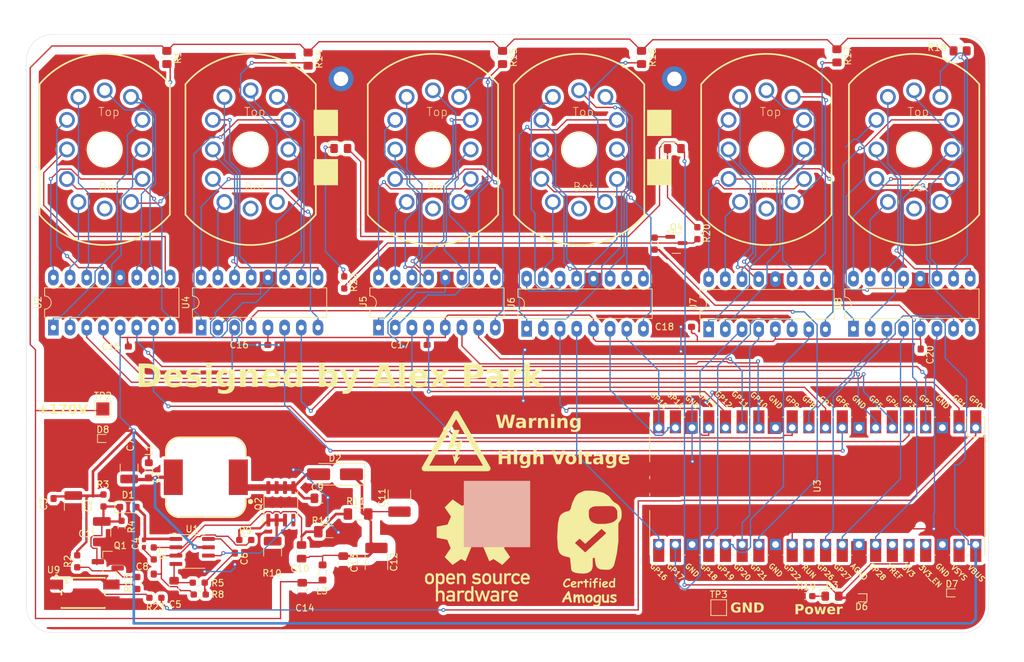
<source format=kicad_pcb>
(kicad_pcb (version 20241129) (generator "pcbnew") (generator_version "8.99")
  (title_block (comment 4 "Board2Pdf: Black And White TOP - Page 1/3"))
  (layers (0 "F.Cu" signal) (2 "B.Cu" signal) (13 "F.Paste" user) (15 "B.Paste" user) (5 "F.SilkS" user "F.Silkscreen") (7 "B.SilkS" user "B.Silkscreen") (1 "F.Mask" user) (3 "B.Mask" user) (25 "Edge.Cuts" user))
  (net 0 "")
  (net 1 "Net-(U1-Isense)")
  (net 2 "Net-(D1-A)")
  (net 3 "Net-(Q2-G)")
  (net 4 "GND")
  (net 5 "Net-(U1-Vref)")
  (net 6 "Net-(U1-R{slash}C)")
  (net 7 "Net-(U1-Vcc)")
  (net 8 "Net-(U1-FB)")
  (net 9 "Net-(Q2-S-Pad1)")
  (net 10 "Net-(D2-A)")
  (net 11 "Net-(D1-K)")
  (net 12 "Net-(D2-K)")
  (net 13 "Net-(Q1-B)")
  (net 14 "+5V")
  (net 15 "Net-(C4-Pad2)")
  (net 16 "+170V")
  (net 17 "Net-(U2-4)")
  (net 18 "Net-(U2-9)")
  (net 19 "Net-(U2-1)")
  (net 20 "Net-(U2-8)")
  (net 21 "Net-(U2-6)")
  (net 22 "Net-(U2-0)")
  (net 23 "Net-(U2-2)")
  (net 24 "Net-(NX1-PadA)")
  (net 25 "Net-(U2-3)")
  (net 26 "Net-(U2-7)")
  (net 27 "Net-(U2-5)")
  (net 28 "Net-(U4-3)")
  (net 29 "Net-(U4-9)")
  (net 30 "Net-(U4-0)")
  (net 31 "Net-(U4-2)")
  (net 32 "Net-(U4-1)")
  (net 33 "Net-(U4-4)")
  (net 34 "Net-(U4-6)")
  (net 35 "Net-(U4-7)")
  (net 36 "Net-(NX2-PadA)")
  (net 37 "Net-(U4-8)")
  (net 38 "Net-(U4-5)")
  (net 39 "Net-(U5-4)")
  (net 40 "Net-(U5-7)")
  (net 41 "Net-(U5-5)")
  (net 42 "Net-(U5-8)")
  (net 43 "Net-(U5-6)")
  (net 44 "Net-(U5-2)")
  (net 45 "Net-(U5-1)")
  (net 46 "Net-(U5-3)")
  (net 47 "Net-(U5-9)")
  (net 48 "Net-(NX3-PadA)")
  (net 49 "Net-(U5-0)")
  (net 50 "Net-(U6-1)")
  (net 51 "Net-(U6-3)")
  (net 52 "Net-(U6-4)")
  (net 53 "Net-(U6-0)")
  (net 54 "Net-(U6-8)")
  (net 55 "Net-(U6-5)")
  (net 56 "Net-(U6-2)")
  (net 57 "Net-(U6-9)")
  (net 58 "Net-(U6-6)")
  (net 59 "Net-(NX4-PadA)")
  (net 60 "Net-(U6-7)")
  (net 61 "Net-(U7-8)")
  (net 62 "Net-(U7-0)")
  (net 63 "Net-(U7-9)")
  (net 64 "Net-(U7-7)")
  (net 65 "Net-(U7-2)")
  (net 66 "Net-(U7-4)")
  (net 67 "Net-(U7-3)")
  (net 68 "Net-(U7-5)")
  (net 69 "Net-(U7-6)")
  (net 70 "Net-(U7-1)")
  (net 71 "Net-(NX5-PadA)")
  (net 72 "Net-(U8-7)")
  (net 73 "Net-(U8-2)")
  (net 74 "Net-(U8-0)")
  (net 75 "Net-(U8-6)")
  (net 76 "Net-(NX6-PadA)")
  (net 77 "Net-(U8-1)")
  (net 78 "Net-(U8-4)")
  (net 79 "Net-(U8-8)")
  (net 80 "Net-(U8-5)")
  (net 81 "Net-(U8-3)")
  (net 82 "Net-(U8-9)")
  (net 83 "Net-(U9-COL)")
  (net 84 "GPIO0")
  (net 85 "GPIO1")
  (net 86 "GPIO3")
  (net 87 "GPIO4")
  (net 88 "GPIO2")
  (net 89 "GPIO8")
  (net 90 "GPIO6")
  (net 91 "GPIO5")
  (net 92 "GPIO7")
  (net 93 "GPIO10")
  (net 94 "GPIO12")
  (net 95 "GPIO9")
  (net 96 "GPIO11")
  (net 97 "GPIO13")
  (net 98 "GPIO14")
  (net 99 "GPIO15")
  (net 100 "GPIO16")
  (net 101 "GPIO20")
  (net 102 "GPIO17")
  (net 103 "GPIO18")
  (net 104 "GPIO19")
  (net 105 "GPIO22")
  (net 106 "GPIO21")
  (net 107 "GPIO27")
  (net 108 "GPIO26")
  (net 109 "+3V3")
  (net 112 "GPIO28")
  (net 115 "Net-(D3-K)")
  (net 120 "Net-(D4-K)")
  (net 121 "Net-(Q4-C)")
  (net 122 "Net-(Q4-B)")
  (net 123 "Net-(D5-K)")
  (net 124 "Net-(U9-AN)")
  (footprint "Resistor_SMD:R_0603_1608Metric_Pad0.98x0.95mm_HandSolder" (layer "F.Cu") (at 86.347 130.194 90)
    (property "Reference" "R2")
    (property "Value" "100k")
  )
  (footprint "Capacitor_SMD:C_0603_1608Metric_Pad1.08x0.95mm_HandSolder" (layer "F.Cu") (at 114.5 97.25 180)
    (property "Reference" "C16")
    (property "Value" "0.1uF 16v")
  )
  (footprint "Resistor_SMD:R_0805_2012Metric_Pad1.20x1.40mm_HandSolder" (layer "F.Cu") (at 151.095 53.5 -90)
    (property "Reference" "R15")
    (property "Value" "10.5k")
  )
  (footprint "Capacitor_SMD:C_1210_3225Metric_Pad1.33x2.70mm_HandSolder" (layer "F.Cu") (at 94.25 116.1 90)
    (property "Reference" "C7")
    (property "Value" "100uF 16v")
  )
  (footprint "Resistor_SMD:R_0603_1608Metric_Pad0.98x0.95mm_HandSolder" (layer "F.Cu") (at 95.5 133.5 90)
    (property "Reference" "R13")
    (property "Value" "1k")
  )
  (footprint "LED_SMD:LED_0805_2012Metric_Pad1.15x1.40mm_HandSolder" (layer "F.Cu") (at 126.4748 67.351)
    (property "Reference" "D4" (hide yes))
    (property "Value" "RED")
  )
  (footprint "TestPoint:TestPoint_Pad_2.0x2.0mm" (layer "F.Cu") (at 90.25 107)
    (property "Reference" "TP2")
    (property "Value" "TestPoint_Probe")
  )
  (footprint "Capacitor_SMD:C_1812_4532Metric_Pad1.57x3.40mm_HandSolder" (layer "F.Cu") (at 131.9 130.3 -90)
    (property "Reference" "C12")
    (property "Value" "1uF 250v")
  )
  (footprint "Resistor_SMD:R_0603_1608Metric_Pad0.98x0.95mm_HandSolder" (layer "F.Cu") (at 98.25 135.75 180)
    (property "Reference" "R23")
    (property "Value" "330")
  )
  (footprint "Resistor_SMD:R_0805_2012Metric_Pad1.20x1.40mm_HandSolder" (layer "F.Cu") (at 220.75 52.5)
    (property "Reference" "R18")
    (property "Value" "10.5k")
  )
  (footprint "Capacitor_SMD:C_1210_3225Metric_Pad1.33x2.70mm_HandSolder" (layer "F.Cu") (at 116.097 128.694 -90)
    (property "Reference" "R10")
    (property "Value" "0.1 1/2W")
  )
  (footprint "TestPoint:TestPoint_Pad_2.0x2.0mm" (layer "F.Cu") (at 184 137.25)
    (property "Reference" "TP3")
    (property "Value" "TestPoint_Probe")
  )
  (footprint "Package_DIP:DIP-16_W7.62mm_LongPads" (layer "F.Cu") (at 204.515 94.795 90)
    (property "Reference" "U8")
    (property "Value" "K155NA1")
  )
  (footprint "nixies-us:nixies-us-IN-12-DSUB" (layer "F.Cu") (at 162.75 67.4983)
    (property "Reference" "NX4" (hide yes))
    (property "Value" "IN-12A")
  )
  (footprint "Capacitor_SMD:C_0805_2012Metric_Pad1.18x1.45mm_HandSolder" (layer "F.Cu") (at 101.097 134.194 -90)
    (property "Reference" "C5")
    (property "Value" "430pF")
  )
  (footprint "RPi_Pico:RPi_PicoW_SMD_TH" (layer "F.Cu") (at 199 118.75 -90)
    (property "Reference" "U3")
    (property "Value" "PicoW")
  )
  (footprint "Resistor_SMD:R_0805_2012Metric_Pad1.20x1.40mm_HandSolder" (layer "F.Cu") (at 172.25 53.5 -90)
    (property "Reference" "R16")
    (property "Value" "10.5k")
  )
  (footprint "Capacitor_SMD:C_1210_3225Metric_Pad1.33x2.70mm_HandSolder" (layer "F.Cu") (at 90.097 125.694 -90)
    (property "Reference" "C1")
    (property "Value" "47uF 16v")
  )
  (footprint "Capacitor_SMD:C_1210_3225Metric_Pad1.33x2.70mm_HandSolder" (layer "F.Cu") (at 85.75 121.75 -90)
    (property "Reference" "C2")
    (property "Value" "100uF 16v")
  )
  (footprint "Capacitor_SMD:C_0603_1608Metric_Pad1.08x0.95mm_HandSolder" (layer "F.Cu") (at 82.75 121.5 -90)
    (property "Reference" "C3")
    (property "Value" "0.1uF")
  )
  (footprint "Capacitor_SMD:C_0805_2012Metric_Pad1.18x1.45mm_HandSolder" (layer "F.Cu") (at 120.6 134.5 -90)
    (property "Reference" "C14")
    (property "Value" "0.1uF 250v")
  )
  (footprint "Capacitor_SMD:C_0805_2012Metric_Pad1.18x1.45mm_HandSolder" (layer "F.Cu") (at 126.847 130.444 -90)
    (property "Reference" "C13")
    (property "Value" "0.1uF 250v")
  )
  (footprint "nixies-us:nixies-us-IN-12-DSUB" (layer "F.Cu") (at 90.5351 67.5)
    (property "Reference" "NX1" (hide yes))
    (property "Value" "IN-12A")
  )
  (footprint "Package_DIP:DIP-16_W7.62mm_LongPads" (layer "F.Cu") (at 82.72 94.62 90)
    (property "Reference" "U2")
    (property "Value" "K155NA1")
  )
  (footprint "Diode_SMD:D_SOD-882" (layer "F.Cu") (at 205.75 135.75 180)
    (property "Reference" "D6")
    (property "Value" "PESD5V5C1BLYL")
  )
  (footprint "Resistor_SMD:R_0805_2012Metric_Pad1.20x1.40mm_HandSolder" (layer "F.Cu") (at 121.5 53.75 -90)
    (property "Reference" "R14")
    (property "Value" "10.5k")
  )
  (footprint "easyeda2kicad:OPTO-SMD-4_L4.6-W6.5-P2.54-LS10.3-TL" (layer "F.Cu") (at 87.25 135)
    (property "Reference" "U9")
    (property "Value" "EL817S1(C)(TU)-F")
  )
  (footprint "Package_TO_SOT_SMD:SOT-23_Handsoldering" (layer "F.Cu") (at 91 130.25 180)
    (property "Reference" "Q1")
    (property "Value" "MMBTA42")
  )
  (footprint "Package_DIP:DIP-16_W7.62mm_LongPads" (layer "F.Cu") (at 105.22 94.62 90)
    (property "Reference" "U4")
    (property "Value" "K155NA1")
  )
  (footprint "Resistor_SMD:R_0603_1608Metric_Pad0.98x0.95mm_HandSolder" (layer "F.Cu") (at 93.097 124.944 90)
    (property "Reference" "R4")
    (property "Value" "100k")
  )
  (footprint "Resistor_SMD:R_1206_3216Metric_Pad1.30x1.75mm_HandSolder" (layer "F.Cu") (at 129.1 123 180)
    (property "Reference" "R11")
    (property "Value" "634k")
  )
  (footprint "Capacitor_SMD:C_0603_1608Metric_Pad1.08x0.95mm_HandSolder" (layer "F.Cu") (at 95 97.5)
    (property "Reference" "C15")
    (property "Value" "0.1uF 16v")
  )
  (footprint "7447709330:WE-PD_1210" (layer "F.Cu") (at 105.925 117.4 90)
    (property "Reference" "L2")
    (property "Value" "33uH")
  )
  (footprint "Capacitor_SMD:C_1812_4532Metric_Pad1.57x3.40mm_HandSolder" (layer "F.Cu") (at 135.4 120.5 90)
    (property "Reference" "C11")
    (property "Value" "1uF 250v")
  )
  (footprint "Resistor_SMD:R_0603_1608Metric_Pad0.98x0.95mm_HandSolder" (layer "F.Cu") (at 180.75 80.25 -90)
    (property "Reference" "R20")
    (property "Value" "140")
  )
  (footprint "Package_TO_SOT_SMD:SOT-23" (layer "F.Cu") (at 177.5625 81.75)
    (property "Reference" "Q4")
    (property "Value" "SS8050")
  )
  (footprint "nixies-us:nixies-us-IN-12-DSUB" (layer "F.Cu") (at 191.252 67.4983)
    (property "Reference" "NX5" (hide yes))
    (property "Value" "IN-12A")
  )
  (footprint "Inductor_SMD:L_0805_2012Metric_Pad1.05x1.20mm_HandSolder" (layer "F.Cu") (at 97.25 116.35 90)
    (property "Reference" "L1")
    (property "Value" "60ohm 100Mhz")
  )
  (footprint "Package_DIP:DIP-16_W7.62mm_LongPads" (layer "F.Cu") (at 182.47 94.87 90)
    (property "Reference" "U7")
    (property "Value" "K155NA1")
  )
  (footprint "Resistor_SMD:R_0603_1608Metric_Pad0.98x0.95mm_HandSolder" (layer "F.Cu") (at 104.847 133.444)
    (property "Reference" "R5")
    (property "Value" "60.4k")
  )
  (footprint "Diode_SMD:D_SMA_Handsoldering" (layer "F.Cu") (at 125.597 116.944 180)
    (property "Reference" "D2")
    (property "Value" "ES1D")
  )
  (footprint "Resistor_SMD:R_0603_1608Metric_Pad0.98x0.95mm_HandSolder" (layer "F.Cu") (at 127 87.75 -90)
    (property "Reference" "R22")
    (property "Value" "140")
  )
  (footprint "Capacitor_SMD:C_0402_1005Metric_Pad0.74x0.62mm_HandSolder" (layer "F.Cu") (at 96.5 127.5 -90)
    (property "Reference" "C4")
    (property "Value" "220pF")
  )
  (footprint "Diode_SMD:D_SOD-882" (layer "F.Cu") (at 90.25 111.5)
    (property "Reference" "D8")
    (property "Value" "PESD5V5C1BLYL")
  )
  (footprint "Resistor_SMD:R_0603_1608Metric_Pad0.98x0.95mm_HandSolder" (layer "F.Cu") (at 111.9345 126.944)
    (property "Reference" "R9")
    (property "Value" "1k")
  )
  (footprint "Resistor_SMD:R_0603_1608Metric_Pad0.98x0.95mm_HandSolder" (layer "F.Cu") (at 105 135.25)
    (property "Reference" "R8")
    (property "Value" "4.12k")
  )
  (footprint "nixies-us:nixies-us-IN-12-DSUB" (layer "F.Cu") (at 112.75 67.4992)
    (property "Reference" "NX2" (hide yes))
    (property "Value" "IN-12A")
  )
  (footprint "Resistor_SMD:R_0805_2012Metric_Pad1.20x1.40mm_HandSolder" (layer "F.Cu") (at 100 53.5 -90)
    (property "Reference" "R1")
    (property "Value" "10.5k")
  )
  (footprint "Package_SO:SOIC-8_3.9x4.9mm_P1.27mm" (layer "F.Cu") (at 103.847 128.694)
    (property "Reference" "U1")
    (property "Value" "UCC3803")
  )
  (footprint "Capacitor_SMD:C_0805_2012Metric_Pad1.18x1.45mm_HandSolder" (layer "F.Cu") (at 120.5 128.75 90)
    (property "Reference" "C10")
    (property "Value" "100pF 250v")
  )
  (footprint "nixies-us:nixies-us-IN-12-DSUB" (layer "F.Cu") (at 140.502 67.4983)
    (property "Reference" "NX3" (hide yes))
    (property "Value" "IN-12A")
  )
  (footprint "MountingHole:MountingHole_2.2mm_M2_DIN965_Pad_TopBottom" (layer "F.Cu") (at 177.25 56.75)
    (property "Reference" "H1" (hide yes))
    (property "Value" "M2")
  )
  (footprint "MountingHole:MountingHole_2.2mm_M2_DIN965_Pad_TopBottom" (layer "F.Cu") (at 126.5 56.75)
    (property "Reference" "H2" (hide yes))
    (property "Value" "M2")
  )
  (footprint "LED_SMD:LED_0805_2012Metric_Pad1.15x1.40mm_HandSolder" (layer "F.Cu") (at 201.25 135.5)
    (property "Reference" "D3")
    (property "Value" "Green LED")
  )
  (footprint "Resistor_SMD:R_1206_3216Metric_Pad1.30x1.75mm_HandSolder" (layer "F.Cu") (at 124.597 125.694)
    (property "Reference" "R12")
    (property "Value" "7.68k")
  )
  (footprint "Capacitor_SMD:C_0603_1608Metric_Pad1.08x0.95mm_HandSolder" (layer "F.Cu") (at 110.347 129.8065 -90)
    (property "Reference" "C6")
    (property "Value" "0.1uF 16v")
  )
  (footprint "Package_DIP:DIP-16_W7.62mm_LongPads" (layer "F.Cu") (at 154.765 94.795 90)
    (property "Reference" "U6")
    (property "Value" "K155NA1")
  )
  (footprint "nixies-us:nixies-us-IN-12-DSUB" (layer "F.Cu") (at 213.75 67.5)
    (property "Reference" "NX6" (hide yes))
    (property "Value" "IN-12A")
  )
  (footprint "Package_SO:SOIC-8_3.9x4.9mm_P1.27mm" (layer "F.Cu") (at 117.347 121.444 90)
    (property "Reference" "Q2")
    (property "Value" "FDS2672CT")
  )
  (footprint "Capacitor_SMD:C_0603_1608Metric_Pad1.08x0.95mm_HandSolder" (layer "F.Cu") (at 179 94.5 180)
    (property "Reference" "C18")
    (property "Value" "0.1uF 16v")
  )
  (footprint "Package_DIP:DIP-16_W7.62mm_LongPads" (layer "F.Cu") (at 132.22 94.62 90)
    (property "Reference" "U5")
    (property "Value" "K155NA1")
  )
  (footprint "Resistor_SMD:R_0603_1608Metric_Pad0.98x0.95mm_HandSolder" (layer "F.Cu") (at 174.25 81.8375 -90)
    (property "Reference" "R21" (hide yes))
    (property "Value" "1k")
  )
  (footprint "Resistor_SMD:R_0603_1608Metric_Pad0.98x0.95mm_HandSolder" (layer "F.Cu") (at 98 129 -90)
    (property "Reference" "R7")
    (property "Value" "0 Ohm")
  )
  (footprint "Capacitor_SMD:C_0805_2012Metric_Pad1.18x1.45mm_HandSolder" (layer "F.Cu") (at 123.5 120.6)
    (property "Reference" "C9")
    (property "Value" "560pF 250v")
  )
  (footprint "Capacitor_SMD:C_0603_1608Metric_Pad1.08x0.95mm_HandSolder" (layer "F.Cu") (at 138.75 97.25 180)
    (property "Reference" "C17")
    (property "Value" "0.1uF 16v")
  )
  (footprint "Capacitor_SMD:C_0603_1608Metric_Pad1.08x0.95mm_HandSolder" (layer "F.Cu") (at 98 133 -90)
    (property "Reference" "C8")
    (property "Value" "1nF")
  )
  (footprint "Resistor_SMD:R_0603_1608Metric_Pad0.98x0.95mm_HandSolder" (layer "F.Cu") (at 90.347 120.944 90)
    (property "Reference" "R3")
    (property "Value" "2k")
  )
  (footprint "Inductor_SMD:L_0805_2012Metric_Pad1.05x1.20mm_HandSolder" (layer "F.Cu") (at 123.7 131.9 90)
    (property "Reference" "L3")
    (property "Value" "60ohm 100Mhz")
  )
  (footprint "Diode_SMD:D_SOD-882" (layer "F.Cu") (at 219.5 135)
    (property "Reference" "D7")
    (property "Value" "PESD5V5C1BLYL")
  )
  (footprint "LED_SMD:LED_0805_2012Metric_Pad1.15x1.40mm_HandSolder" (layer "F.Cu") (at 177.2356 67.3668)
    (property "Reference" "D5" (hide yes))
    (property "Value" "RED")
  )
  (footprint "Capacitor_SMD:C_0603_1608Metric_Pad1.08x0.95mm_HandSolder" (layer "F.Cu") (at 214.75 98.75 -90)
    (property "Reference" "C20")
    (property "Value" "0.1uF 16v")
  )
  (footprint "Resistor_SMD:R_0805_2012Metric_Pad1.20x1.40mm_HandSolder" (layer "F.Cu") (at 202 53.25 -90)
    (property "Reference" "R17")
    (property "Value" "10.5k")
  )
  (footprint "Diode_SMD:D_SOD-323_HandSoldering" (layer "F.Cu") (at 94.097 121.944)
    (property "Reference" "D1")
    (property "Value" "BAT54")
  )
  (footprint "Resistor_SMD:R_0603_1608Metric_Pad0.98x0.95mm_HandSolder" (layer "F.Cu") (at 197.3375 135.5)
    (property "Reference" "R19")
    (property "Value" "1k")
  )
  (gr_poly (pts (xy 167.683974 121.813583) (xy 167.707488 121.815826) (xy 167.730919 121.818625) (xy 167.754258 121.821979) (xy 167.777495 121.825884) (xy 167.80062 121.830337) (xy 167.823623 121.835337) (xy 167.846494 121.84088) (xy 167.869224 121.846964) (xy 167.891803 121.853585) (xy 167.91422 121.860742) (xy 167.936468 121.868432) (xy 167.958534 121.876651) (xy 167.98041 121.885397) (xy 168.002086 121.894668) (xy 168.023553 121.904461) (xy 168.044799 121.914773) (xy 168.06848 121.9266) (xy 168.08587 121.935583) (xy 168.103008 121.945017) (xy 168.119886 121.954897) (xy 168.136494 121.965217) (xy 168.152824 121.97597) (xy 168.168865 121.987153) (xy 168.184608 121.99876) (xy 168.200044 122.010784) (xy 168.212821 122.021243) (xy 168.225352 122.031974) (xy 168.237632 122.042974) (xy 168.249659 122.054237) (xy 168.261426 122.065759) (xy 168.272931 122.077535) (xy 168.284169 122.08956) (xy 168.295137 122.101831) (xy 168.305829 122.114342) (xy 168.316241 122.127088) (xy 168.326371 122.140066) (xy 168.336212 122.153271) (xy 168.345762 122.166697) (xy 168.355016 122.180341) (xy 168.363969 122.194197) (xy 168.372618 122.208262) (xy 168.40331 122.25938) (xy 168.502529 122.424744) (xy 168.510444 122.44116) (xy 168.517867 122.457773) (xy 168.524795 122.474574) (xy 168.531226 122.491551) (xy 168.537157 122.508692) (xy 168.542585 122.525988) (xy 168.547508 122.543425) (xy 168.551923 122.560994) (xy 168.555829 122.578684) (xy 168.559222 122.596483) (xy 168.5621 122.614379) (xy 168.56446 122.632363) (xy 168.5663 122.650422) (xy 168.567618 122.668546) (xy 168.56841 122.686724) (xy 168.568675 122.704944) (xy 168.568675 123.549223) (xy 168.568282 123.565061) (xy 168.567111 123.58079) (xy 168.565173 123.596387) (xy 168.562479 123.611823) (xy 168.559039 123.627073) (xy 168.554865 123.642111) (xy 168.549967 123.65691) (xy 168.544358 123.671445) (xy 168.538046 123.685689) (xy 168.531044 123.699616) (xy 168.523363 123.7132) (xy 168.515012 123.726415) (xy 168.506004 123.739234) (xy 168.49635 123.751632) (xy 168.486059 123.763582) (xy 168.475144 123.775058) (xy 168.26963 123.980553) (xy 168.253223 123.996593) (xy 168.236475 124.012246) (xy 168.219394 124.027508) (xy 168.201987 124.042374) (xy 168.18426 124.056838) (xy 168.166222 124.070897) (xy 168.147877 124.084545) (xy 168.129235 124.097777) (xy 168.1103 124.110588) (xy 168.091082 124.122974) (xy 168.071586 124.134929) (xy 168.051819 124.146449) (xy 168.031789 124.157528) (xy 168.011502 124.168161) (xy 167.990966 124.178345) (xy 167.970187 124.188073) (xy 167.774925 124.276827) (xy 167.575759 124.343225) (xy 167.551102 124.351175) (xy 167.526298 124.358639) (xy 167.501356 124.365616) (xy 167.476284 124.372102) (xy 167.451092 124.378097) (xy 167.425787 124.383598) (xy 167.400378 124.388604) (xy 167.374875 124.393112) (xy 167.080393 124.442192) (xy 166.833934 124.486999) (xy 166.804617 124.491991) (xy 166.775209 124.496322) (xy 166.745721 124.499989) (xy 166.716161 124.502991) (xy 166.68654 124.505329) (xy 166.656866 124.507) (xy 166.627148 124.508003) (xy 166.597396 124.508338) (xy 165.525966 124.508338) (xy 165.515692 124.507304) (xy 165.500326 124.504304) (xy 165.455989 124.493013) (xy 165.39629 124.475681) (xy 165.324564 124.453523) (xy 165.15837 124.399594) (xy 164.984087 124.340949) (xy 164.961128 124.332818) (xy 164.938392 124.324158) (xy 164.915885 124.314975) (xy 164.893615 124.305276) (xy 164.871587 124.295067) (xy 164.849811 124.284356) (xy 164.828292 124.273147) (xy 164.807037 124.261449) (xy 164.786054 124.249267) (xy 164.76535 124.236608) (xy 164.744931 124.223478) (xy 164.724806 124.209884) (xy 164.70498 124.195833) (xy 164.685461 124.18133) (xy 164.666255 124.166383) (xy 164.647371 124.150998) (xy 164.617771 124.125415) (xy 164.589176 124.098845) (xy 164.561607 124.071318) (xy 164.535084 124.042865) (xy 164.509629 124.013519) (xy 164.485262 123.98331) (xy 164.462004 123.952268) (xy 164.439875 123.920426) (xy 164.418897 123.887814) (xy 164.399091 123.854464) (xy 164.380477 123.820406) (xy 164.363076 123.785672) (xy 164.346909 123.750293) (xy 164.331997 123.7143) (xy 164.31836 123.677725) (xy 164.306019 123.640597) (xy 164.292538 123.59747) (xy 164.279378 123.55237) (xy 164.267948 123.506853) (xy 164.258256 123.460968) (xy 164.250308 123.414766) (xy 164.244114 123.368296) (xy 164.239679 123.321609) (xy 164.237013 123.274754) (xy 164.236123 123.227781) (xy 164.236123 122.628288) (xy 164.236366 122.610536) (xy 164.237093 122.592808) (xy 164.238305 122.575113) (xy 164.24 122.557461) (xy 164.242176 122.539861) (xy 164.244832 122.522324) (xy 164.247968 122.504859) (xy 164.251581 122.487477) (xy 164.258311 122.460027) (xy 164.266201 122.432985) (xy 164.27523 122.406386) (xy 164.285377 122.380263) (xy 164.296621 122.354647) (xy 164.308941 122.329574) (xy 164.322316 122.305075) (xy 164.336726 122.281184) (xy 164.352148 122.257934) (xy 164.368563 122.235358) (xy 164.385948 122.21349) (xy 164.404284 122.192363) (xy 164.423549 122.172009) (xy 164.443723 122.152462) (xy 164.464783 122.133756) (xy 164.48671 122.115922) (xy 164.53571 122.077809) (xy 164.551872 122.065557) (xy 164.568324 122.053713) (xy 164.585058 122.042282) (xy 164.602067 122.031268) (xy 164.619342 122.020677) (xy 164.636875 122.010514) (xy 164.654659 122.000783) (xy 164.672685 121.991489) (xy 164.725787 121.964938) (xy 164.759437 121.948703) (xy 164.793483 121.933445) (xy 164.827905 121.91917) (xy 164.862681 121.905883) (xy 164.897788 121.893589) (xy 164.933207 121.882293) (xy 164.968914 121.872001) (xy 165.00489 121.862717) (xy 165.041111 121.854447) (xy 165.077557 121.847197) (xy 165.114207 121.840971) (xy 165.151038 121.835775) (xy 165.188029 121.831613) (xy 165.225158 121.828492) (xy 165.262405 121.826416) (xy 165.299748 121.82539) (xy 167.477269 121.796359)) (stroke (width -0.000001)) (fill yes) (layers "F.Cu" "F.Mask") (net 4))
  (gr_poly (pts (xy 166.88046 125.913211) (xy 163.681125 128.834607) (xy 162.11796 127.407247) (xy 162.830325 126.756769) (xy 163.681125 127.535967) (xy 166.16807 125.262732)) (stroke (width -0.000001)) (fill yes) (layers "F.Cu" "F.Mask") (net 4))
  (gr_poly (pts (xy 152.784676 134.626816) (xy 152.818617 134.629184) (xy 152.852171 134.633104) (xy 152.885288 134.638556) (xy 152.91792 134.645519) (xy 152.950018 134.653971) (xy 152.981531 134.663892) (xy 153.012412 134.675261) (xy 153.04261 134.688056) (xy 153.072076 134.702257) (xy 153.100762 134.717842) (xy 153.128618 134.734791) (xy 153.155595 134.753083) (xy 153.181643 134.772696) (xy 153.206714 134.79361) (xy 153.230758 134.815803) (xy 153.253726 134.839255) (xy 153.275569 134.863945) (xy 153.296237 134.889851) (xy 153.315682 134.916953) (xy 153.333854 134.945229) (xy 153.350704 134.974658) (xy 153.366183 135.005221) (xy 153.380241 135.036894) (xy 153.39283 135.069659) (xy 153.4039 135.103492) (xy 153.413402 135.138374) (xy 153.421286 135.174284) (xy 153.427504 135.2112) (xy 153.432007 135.249102) (xy 153.434744 135.287968) (xy 153.435668 135.327777) (xy 153.435668 135.60346) (xy 152.39952 135.60346) (xy 152.400006 135.628573) (xy 152.401453 135.652899) (xy 152.403841 135.676437) (xy 152.407151 135.699186) (xy 152.411363 135.721145) (xy 152.416459 135.742315) (xy 152.42242 135.762694) (xy 152.429226 135.782281) (xy 152.436858 135.801077) (xy 152.445297 135.81908) (xy 152.454523 135.836291) (xy 152.464519 135.852707) (xy 152.475263 135.868328) (xy 152.486739 135.883155) (xy 152.498925 135.897186) (xy 152.511803 135.91042) (xy 152.525354 135.922857) (xy 152.539559 135.934496) (xy 152.554398 135.945338) (xy 152.569853 135.95538) (xy 152.585903 135.964622) (xy 152.602531 135.973064) (xy 152.619717 135.980705) (xy 152.637441 135.987545) (xy 152.655685 135.993582) (xy 152.674429 135.998817) (xy 152.693654 136.003248) (xy 152.713342 136.006874) (xy 152.733472 136.009696) (xy 152.754026 136.011713) (xy 152.774985 136.012923) (xy 152.796329 136.013327) (xy 152.820379 136.01264) (xy 152.844593 136.010597) (xy 152.868899 136.00722) (xy 152.893225 136.002533) (xy 152.917497 135.996558) (xy 152.941643 135.98932) (xy 152.965591 135.980841) (xy 152.989269 135.971146) (xy 153.012604 135.960256) (xy 153.035524 135.948197) (xy 153.057956 135.93499) (xy 153.079827 135.920659) (xy 153.101066 135.905228) (xy 153.1216 135.88872) (xy 153.141356 135.871158) (xy 153.160262 135.852566) (xy 153.402978 136.059258) (xy 153.371662 136.093624) (xy 153.339254 136.125424) (xy 153.305809 136.154708) (xy 153.271387 136.181522) (xy 153.236043 136.205915) (xy 153.199837 136.227935) (xy 153.162824 136.24763) (xy 153.125062 136.265048) (xy 153.086609 136.280237) (xy 153.047523 136.293245) (xy 153.00786 136.30412) (xy 152.967677 136.312911) (xy 152.927033 136.319664) (xy 152.885985 136.324428) (xy 152.844589 136.327251) (xy 152.802904 136.328182) (xy 152.738396 136.326172) (xy 152.673247 136.319798) (xy 152.608118 136.308541) (xy 152.543674 136.291882) (xy 152.480576 136.269303) (xy 152.449739 136.255631) (xy 152.419488 136.240285) (xy 152.389904 136.223199) (xy 152.361072 136.204309) (xy 152.333073 136.18355) (xy 152.305991 136.160857) (xy 152.279908 136.136165) (xy 152.254908 136.10941) (xy 152.231073 136.080527) (xy 152.208485 136.049451) (xy 152.187229 136.016116) (xy 152.167387 135.980459) (xy 152.149041 135.942414) (xy 152.132274 135.901917) (xy 152.11717 135.858902) (xy 152.103811 135.813305) (xy 152.092279 135.765062) (xy 152.082659 135.714106) (xy 152.075032 135.660375) (xy 152.069482 135.603801) (xy 152.066091 135.544322) (xy 152.064942 135.481871) (xy 152.065996 135.422579) (xy 152.069109 135.365801) (xy 152.072669 135.327869) (xy 152.39952 135.327869) (xy 153.101274 135.327869) (xy 153.099971 135.304541) (xy 153.097893 135.281906) (xy 153.095057 135.259969) (xy 153.091477 135.238733) (xy 153.087169 135.218199) (xy 153.082146 135.198373) (xy 153.076425 135.179256) (xy 153.070021 135.160851) (xy 153.062948 135.143162) (xy 153.055221 135.126191) (xy 153.046857 135.109942) (xy 153.037868 135.094418) (xy 153.028272 135.079621) (xy 153.018082 135.065555) (xy 153.007315 135.052223) (xy 152.995984 135.039628) (xy 152.984105 135.027772) (xy 152.971693 135.01666) (xy 152.958763 135.006293) (xy 152.945331 134.996675) (xy 152.93141 134.987809) (xy 152.917017 134.979698) (xy 152.902166 134.972346) (xy 152.886873 134.965754) (xy 152.871152 134.959927) (xy 152.855018 134.954866) (xy 152.838487 134.950576) (xy 152.821574 134.947059) (xy 152.804293 134.944318) (xy 152.78666 134.942357) (xy 152.76869 134.941178) (xy 152.750397 134.940784) (xy 152.732095 134.941178) (xy 152.714099 134.942357) (xy 152.696424 134.944318) (xy 152.679088 134.947059) (xy 152.662107 134.950576) (xy 152.645498 134.954866) (xy 152.629279 134.959926) (xy 152.613466 134.965754) (xy 152.598075 134.972345) (xy 152.583125 134.979698) (xy 152.56863 134.987809) (xy 152.554609 134.996675) (xy 152.541079 135.006292) (xy 152.528055 135.016659) (xy 152.515555 135.027772) (xy 152.503596 135.039627) (xy 152.492194 135.052222) (xy 152.481367 135.065555) (xy 152.47113 135.07962) (xy 152.461502 135.094417) (xy 152.452499 135.109941) (xy 152.444138 135.12619) (xy 152.436435 135.143161) (xy 152.429407 135.16085) (xy 152.423071 135.179255) (xy 152.417445 135.198372) (xy 152.412545 135.218199) (xy 152.408387 135.238732) (xy 152.404989 135.259969) (xy 152.402367 135.281906) (xy 152.400538 135.30454) (xy 152.39952 135.327869) (xy 152.072669 135.327869) (xy 152.074205 135.311496) (xy 152.081212 135.259622) (xy 152.090053 135.210138) (xy 152.100655 135.163002) (xy 152.112944 135.118174) (xy 152.126844 135.075611) (xy 152.142281 135.035272) (xy 152.159181 134.997116) (xy 152.17747 134.961101) (xy 152.197073 134.927186) (xy 152.217915 134.895329) (xy 152.239922 134.865489) (xy 152.26302 134.837625) (xy 152.287134 134.811694) (xy 152.31219 134.787657) (xy 152.338113 134.76547) (xy 152.364828 134.745093) (xy 152.392262 134.726485) (xy 152.42034 134.709603) (xy 152.448987 134.694407) (xy 152.47813 134.680854) (xy 152.507692 134.668904) (xy 152.537601 134.658515) (xy 152.567781 134.649646) (xy 152.598159 134.642255) (xy 152.628659 134.636301) (xy 152.689729 134.628537) (xy 152.750397 134.626023)) (stroke (width -0.000001)) (fill yes) (layer "F.SilkS"))
  (gr_poly (pts (xy 162.149964 133.385122) (xy 162.15 133.387321) (xy 162.149933 133.384792)) (stroke (width -0.000001)) (fill yes) (layer "F.SilkS"))
  (gr_poly (pts (xy 144.955473 132.000262) (xy 144.98001 132.002015) (xy 145.029293 132.009008) (xy 145.07845 132.020623) (xy 145.126996 132.036825) (xy 145.150888 132.046637) (xy 145.174446 132.057583) (xy 145.197609 132.069659) (xy 145.220315 132.082861) (xy 145.242505 132.097185) (xy 145.264118 132.112627) (xy 145.285093 132.129183) (xy 145.305369 132.146848) (xy 145.324886 132.165618) (xy 145.343584 132.185489) (xy 145.361401 132.206458) (xy 145.378278 132.228519) (xy 145.394152 132.251669) (xy 145.408964 132.275903) (xy 145.422654 132.301217) (xy 145.43516 132.327608) (xy 145.446421 132.35507) (xy 145.456378 132.3836) (xy 145.46497 132.413194) (xy 145.472135 132.443847) (xy 145.477813 132.475556) (xy 145.481945 132.508315) (xy 145.484468 132.542121) (xy 145.485322 132.57697) (xy 145.485322 133.682109) (xy 145.150836 133.682109) (xy 145.150836 132.691894) (xy 145.150426 132.670948) (xy 145.149206 132.650567) (xy 145.147196 132.630757) (xy 145.144411 132.611525) (xy 145.140869 132.592877) (xy 145.136588 132.574821) (xy 145.131585 132.557363) (xy 145.125878 132.540508) (xy 145.119483 132.524265) (xy 145.112419 132.508639) (xy 145.104703 132.493637) (xy 145.096352 132.479265) (xy 145.087383 132.465531) (xy 145.077815 132.45244) (xy 145.067663 132.439999) (xy 145.056947 132.428216) (xy 145.045683 132.417095) (xy 145.033888 132.406644) (xy 145.021581 132.39687) (xy 145.008778 132.387779) (xy 144.995497 132.379378) (xy 144.981756 132.371672) (xy 144.967571 132.364669) (xy 144.95296 132.358376) (xy 144.937941 132.352798) (xy 144.92253 132.347943) (xy 144.906746 132.343817) (xy 144.890606 132.340426) (xy 144.874127 132.337777) (xy 144.857327 132.335877) (xy 144.840223 132.334732) (xy 144.822832 132.334349) (xy 144.805147 132.334732) (xy 144.787767 132.335877) (xy 144.770708 132.337777) (xy 144.753988 132.340426) (xy 144.737624 132.343817) (xy 144.721631 132.347943) (xy 144.706028 132.352798) (xy 144.690831 132.358376) (xy 144.676056 132.364669) (xy 144.661721 132.371672) (xy 144.647842 132.379377) (xy 144.634436 132.387778) (xy 144.62152 132.396869) (xy 144.609111 132.406644) (xy 144.597226 132.417094) (xy 144.585881 132.428215) (xy 144.575093 132.439998) (xy 144.56488 132.452439) (xy 144.555257 132.46553) (xy 144.546242 132.479264) (xy 144.537852 132.493636) (xy 144.530103 132.508638) (xy 144.523012 132.524264) (xy 144.516596 132.540507) (xy 144.510872 132.557362) (xy 144.505856 132.57482) (xy 144.501566 132.592876) (xy 144.498019 132.611524) (xy 144.49523 132.630756) (xy 144.493217 132.650566) (xy 144.491997 132.670948) (xy 144.491587 132.691894) (xy 144.491587 133.682109) (xy 144.157101 133.682109) (xy 144.157101 132.019401) (xy 144.491587 132.019401) (xy 144.491587 132.196461) (xy 144.498254 132.196461) (xy 144.518445 132.172642) (xy 144.539687 132.150358) (xy 144.561952 132.129608) (xy 144.58521 132.110394) (xy 144.609431 132.092716) (xy 144.634586 132.076573) (xy 144.660647 132.061966) (xy 144.687584 132.048896) (xy 144.715366 132.037363) (xy 144.743966 132.027366) (xy 144.773354 132.018907) (xy 144.803501 132.011985) (xy 144.834376 132.0066) (xy 144.865952 132.002754) (xy 144.898198 132.000446) (xy 144.931086 131.999677)) (stroke (width -0.000001)) (fill yes) (layer "F.SilkS"))
  (gr_poly (pts (xy 166.415875 135.212931) (xy 166.424074 135.213435) (xy 166.432117 135.214275) (xy 166.440007 135.215452) (xy 166.447742 135.216964) (xy 166.455323 135.218813) (xy 166.462749 135.220997) (xy 166.470021 135.223518) (xy 166.477138 135.226375) (xy 166.484101 135.229568) (xy 166.49091 135.233097) (xy 166.497564 135.236962) (xy 166.504063 135.241164) (xy 166.510409 135.245701) (xy 166.5166 135.250575) (xy 166.522636 135.255784) (xy 166.528408 135.261107) (xy 166.533808 135.266612) (xy 166.538835 135.272299) (xy 166.54349 135.278167) (xy 166.547773 135.284216) (xy 166.551684 135.290448) (xy 166.555222 135.296861) (xy 166.558388 135.303455) (xy 166.561182 135.310232) (xy 166.563603 135.31719) (xy 166.565651 135.324329) (xy 166.567328 135.331651) (xy 166.568631 135.339154) (xy 166.569563 135.346839) (xy 166.570122 135.354706) (xy 166.570308 135.362755) (xy 166.570035 135.376453) (xy 166.569218 135.391968) (xy 166.567855 135.409299) (xy 166.565947 135.428448) (xy 166.563494 135.449413) (xy 166.560496 135.472196) (xy 166.556953 135.496795) (xy 166.552865 135.523212) (xy 166.549049 135.549717) (xy 166.545742 135.574587) (xy 166.542944 135.597823) (xy 166.540655 135.619424) (xy 166.538875 135.639391) (xy 166.537604 135.657722) (xy 166.536841 135.67442) (xy 166.536586 135.689482) (xy 166.53724 135.768909) (xy 166.539202 135.84325) (xy 166.542472 135.912503) (xy 166.544597 135.945222) (xy 166.547051 135.976668) (xy 166.550121 136.006536) (xy 166.553519 136.035095) (xy 166.557243 136.062347) (xy 166.561294 136.08829) (xy 166.565673 136.112925) (xy 166.570379 136.136252) (xy 166.575411 136.158271) (xy 166.580772 136.178982) (xy 166.588001 136.182088) (xy 166.595158 136.185014) (xy 166.602243 136.187758) (xy 166.609256 136.19032) (xy 166.616196 136.192701) (xy 166.623063 136.1949) (xy 166.629858 136.196917) (xy 166.636579 136.198752) (xy 166.64352 136.200387) (xy 166.650388 136.201803) (xy 166.657183 136.203002) (xy 166.663905 136.203982) (xy 166.670554 136.204744) (xy 166.67713 136.205289) (xy 166.683634 136.205615) (xy 166.690065 136.205724) (xy 166.722731 136.205143) (xy 166.756198 136.203399) (xy 166.790464 136.200492) (xy 166.825528 136.196422) (xy 166.86139 136.19119) (xy 166.898048 136.184795) (xy 166.935502 136.177237) (xy 166.973751 136.168517) (xy 166.973461 136.072886) (xy 166.972626 135.965046) (xy 166.970874 135.848191) (xy 166.970311 135.769704) (xy 166.970656 135.711133) (xy 166.971689 135.654597) (xy 166.973412 135.600095) (xy 166.975826 135.547628) (xy 166.978931 135.497195) (xy 166.982729 135.448797) (xy 166.987219 135.402434) (xy 166.992404 135.358105) (xy 166.993609 135.349592) (xy 166.995056 135.34135) (xy 166.996744 135.333378) (xy 166.998673 135.325676) (xy 167.000843 135.318245) (xy 167.003254 135.311084) (xy 167.005906 135.304193) (xy 167.008799 135.297572) (xy 167.011932 135.291221) (xy 167.015307 135.285141) (xy 167.018923 135.27933) (xy 167.02278 135.27379) (xy 167.026877 135.268521) (xy 167.031216 135.263521) (xy 167.035795 135.258792) (xy 167.040616 135.254333) (xy 167.045677 135.250144) (xy 167.050979 135.246225) (xy 167.056522 135.242577) (xy 167.062306 135.239199) (xy 167.068331 135.236091) (xy 167.074596 135.233254) (xy 167.081102 135.230686) (xy 167.087849 135.228389) (xy 167.094837 135.226362) (xy 167.102066 135.224606) (xy 167.109535 135.223119) (xy 167.117245 135.221903) (xy 167.125196 135.220957) (xy 167.133388 135.220282) (xy 167.14182 135.219876) (xy 167.150493 135.219741) (xy 167.158997 135.219909) (xy 167.167345 135.220413) (xy 167.175537 135.221254) (xy 167.183573 135.22243) (xy 167.191454 135.223942) (xy 167.199179 135.225791) (xy 167.20675 135.227976) (xy 167.214166 135.230496) (xy 167.221428 135.233353) (xy 167.228536 135.236546) (xy 167.235491 135.240075) (xy 167.242292 135.243941) (xy 167.248939 135.248142) (xy 167.255435 135.252679) (xy 167.261777 135.257553) (xy 167.267967 135.262762) (xy 167.273865 135.268226) (xy 167.279353 135.273863) (xy 167.284432 135.279672) (xy 167.289102 135.285653) (xy 167.293363 135.291807) (xy 167.297216 135.298134) (xy 167.300659 135.304633) (xy 167.303695 135.311305) (xy 167.306321 135.318149) (xy 167.308539 135.325166) (xy 167.310349 135.332356) (xy 167.311751 135.339718) (xy 167.312744 135.347252) (xy 167.31333 135.354959) (xy 167.313508 135.362839) (xy 167.313277 135.370891) (xy 167.2967 135.694711) (xy 167.292563 135.767235) (xy 167.291529 135.781151) (xy 167.291271 135.782522) (xy 167.291185 135.780168) (xy 167.291482 135.877839) (xy 167.292375 136.015039) (xy 167.2935 136.249909) (xy 167.293555 136.256395) (xy 167.293722 136.263644) (xy 167.294384 136.28043) (xy 167.295481 136.300268) (xy 167.297005 136.323159) (xy 167.29904 136.345543) (xy 167.300486 136.36502) (xy 167.30135 136.38159) (xy 167.301564 136.388784) (xy 167.301636 136.395252) (xy 167.30145 136.4033) (xy 167.300892 136.411166) (xy 167.299962 136.41885) (xy 167.298659 136.426353) (xy 167.296985 136.433675) (xy 167.294939 136.440814) (xy 167.29252 136.447773) (xy 167.28973 136.454549) (xy 167.286567 136.461144) (xy 167.283032 136.467557) (xy 167.279126 136.473789) (xy 167.274847 136.479839) (xy 167.270196 136.485707) (xy 167.265173 136.491394) (xy 167.259778 136.496899) (xy 167.254011 136.502222) (xy 167.248108 136.507432) (xy 167.242033 136.512305) (xy 167.235786 136.516843) (xy 167.229366 136.521043) (xy 167.222774 136.524908) (xy 167.21601 136.528437) (xy 167.209072 136.531629) (xy 167.201962 136.534485) (xy 167.194679 136.537005) (xy 167.187223 136.539189) (xy 167.179595 136.541037) (xy 167.171792 136.542549) (xy 167.163817 136.543725) (xy 167.155669 136.544565) (xy 167.147346 136.545069) (xy 167.138851 136.545237) (xy 167.127 136.544896) (xy 167.115556 136.543875) (xy 167.10452 136.542172) (xy 167.093892 136.539787) (xy 167.083672 136.536722) (xy 167.073859 136.532975) (xy 167.064455 136.528547) (xy 167.055458 136.523438) (xy 167.046868 136.517647) (xy 167.038686 136.511176) (xy 167.030913 136.504023) (xy 167.023546 136.496188) (xy 167.016588 136.487672) (xy 167.010037 136.478475) (xy 167.003894 136.468597) (xy 166.998159 136.458037) (xy 166.979515 136.464655) (xy 166.96079 136.470846) (xy 166.941985 136.47661) (xy 166.923098 136.481947) (xy 166.90413 136.486857) (xy 166.88508 136.49134) (xy 166.865949 136.495396) (xy 166.846736 136.499025) (xy 166.827441 136.502227) (xy 166.808064 136.505002) (xy 166.788604 136.50735) (xy 166.769062 136.509272) (xy 166.749437 136.510766) (xy 166.72973 136.511833) (xy 166.709939 136.512474) (xy 166.690065 136.512687) (xy 166.669631 136.512415) (xy 166.649605 136.511597) (xy 166.629989 136.510234) (xy 166.610781 136.508327) (xy 166.591983 136.505874) (xy 166.573593 136.502876) (xy 166.555612 136.499333) (xy 166.538039 136.495245) (xy 166.520876 136.490612) (xy 166.504121 136.485435) (xy 166.487775 136.479712) (xy 166.471837 136.473444) (xy 166.456308 136.466631) (xy 166.441188 136.459273) (xy 166.426476 136.451371) (xy 166.412173 136.442923) (xy 166.396731 136.432608) (xy 166.382089 136.421721) (xy 166.368245 136.410262) (xy 166.355202 136.39823) (xy 166.342957 136.385626) (xy 166.331512 136.37245) (xy 166.320866 136.358701) (xy 166.311019 136.344381) (xy 166.301972 136.329488) (xy 166.293724 136.314023) (xy 166.286276 136.297985) (xy 166.279626 136.281376) (xy 166.273776 136.264194) (xy 166.268726 136.246441) (xy 166.264475 136.228115) (xy 166.261023 136.209217) (xy 166.250393 136.137509) (xy 166.241181 136.067727) (xy 166.233387 135.999871) (xy 166.22701 135.933941) (xy 166.22205 135.869937) (xy 166.218507 135.807859) (xy 166.216382 135.747707) (xy 166.215673 135.689482) (xy 166.216218 135.651021) (xy 166.217853 135.611215) (xy 166.220579 135.570065) (xy 166.224395 135.527571) (xy 166.2293 135.483732) (xy 166.235296 135.438549) (xy 166.242383 135.392021) (xy 166.250559 135.344148) (xy 166.25212 135.336065) (xy 166.253896 135.328238) (xy 166.255889 135.320668) (xy 166.258097 135.313355) (xy 166.260521 135.306298) (xy 166.263161 135.299498) (xy 166.266016 135.292954) (xy 166.269088 135.286667) (xy 166.272375 135.280637) (xy 166.275878 135.274863) (xy 166.279596 135.269346) (xy 166.283531 135.264085) (xy 166.287681 135.259081) (xy 166.292047 135.254334) (xy 166.296628 135.249843) (xy 166.301426 135.245609) (xy 166.306439 135.241632) (xy 166.311668 135.237911) (xy 166.317112 135.234447) (xy 166.322773 135.231239) (xy 166.328649 135.228288) (xy 166.334741 135.225593) (xy 166.341048 135.223156) (xy 166.347571 135.220974) (xy 166.35431 135.21905) (xy 166.361265 135.217382) (xy 166.368435 135.21597) (xy 166.375822 135.214816) (xy 166.383423 135.213918) (xy 166.391241 135.213276) (xy 166.399274 135.212891) (xy 166.407523 135.212763)) (stroke (width -0.000001)) (fill yes) (layer "F.SilkS"))
  (gr_poly (pts (xy 141.748609 132.000831) (xy 141.784773 132.00396) (xy 141.819644 132.009068) (xy 141.853225 132.01607) (xy 141.885521 132.024879) (xy 141.916537 132.035408) (xy 141.946277 132.047571) (xy 141.974745 132.061281) (xy 142.001945 132.076452) (xy 142.027882 132.092997) (xy 142.05256 132.11083) (xy 142.075984 132.129863) (xy 142.098158 132.150011) (xy 142.119086 132.171187) (xy 142.138772 132.193305) (xy 142.157221 132.216277) (xy 142.173669 132.238375) (xy 142.188639 132.260698) (xy 142.202187 132.283702) (xy 142.214371 132.307843) (xy 142.21997 132.320484) (xy 142.225249 132.33358) (xy 142.230216 132.347189) (xy 142.234879 132.361368) (xy 142.239244 132.376174) (xy 142.243318 132.391664) (xy 142.250624 132.424925) (xy 142.256854 132.461608) (xy 142.262067 132.502169) (xy 142.26632 132.547065) (xy 142.26967 132.596754) (xy 142.272175 132.651691) (xy 142.273893 132.712333) (xy 142.274882 132.779137) (xy 142.275199 132.85256) (xy 142.273893 132.991664) (xy 142.26967 133.106412) (xy 142.26632 133.155779) (xy 142.262067 133.20041) (xy 142.256854 133.240756) (xy 142.250624 133.277267) (xy 142.243318 133.310394) (xy 142.234879 133.340589) (xy 142.225249 133.368301) (xy 142.214371 133.393983) (xy 142.202186 133.418084) (xy 142.188639 133.441056) (xy 142.173669 133.46335) (xy 142.157221 133.485417) (xy 142.138772 133.508389) (xy 142.119086 133.530507) (xy 142.098158 133.551683) (xy 142.075984 133.571831) (xy 142.05256 133.590865) (xy 142.027882 133.608697) (xy 142.001945 133.625242) (xy 141.974745 133.640413) (xy 141.946277 133.654123) (xy 141.931566 133.660404) (xy 141.916537 133.666286) (xy 141.901189 133.67176) (xy 141.885521 133.676815) (xy 141.869533 133.68144) (xy 141.853225 133.685624) (xy 141.836595 133.689356) (xy 141.819643 133.692626) (xy 141.80237 133.695422) (xy 141.784773 133.697735) (xy 141.766853 133.699552) (xy 141.748609 133.700863) (xy 141.73004 133.701658) (xy 141.711147 133.701925) (xy 141.67958 133.701013) (xy 141.648822 133.698313) (xy 141.618833 133.693883) (xy 141.589575 133.687782) (xy 141.561009 133.680066) (xy 141.533097 133.670794) (xy 141.505801 133.660022) (xy 141.479081 133.64781) (xy 141.452899 133.634214) (xy 141.427217 133.619291) (xy 141.401997 133.603101) (xy 141.377199 133.5857) (xy 141.352785 133.567146) (xy 141.328717 133.547496) (xy 141.304956 133.526809) (xy 141.281464 133.505141) (xy 141.28026 134.822899) (xy 141.301623 134.79908) (xy 141.32389 134.776795) (xy 141.34704 134.756046) (xy 141.371055 134.736832) (xy 141.395916 134.719153) (xy 141.421602 134.70301) (xy 141.448096 134.688404) (xy 141.475377 134.675334) (xy 141.503426 134.6638) (xy 141.532224 134.653804) (xy 141.561753 134.645344) (xy 141.591991 134.638422) (xy 141.622921 134.633038) (xy 141.654523 134.629192) (xy 141.686778 134.626884) (xy 141.719666 134.626115) (xy 141.744053 134.6267) (xy 141.76859 134.628453) (xy 141.793217 134.63137) (xy 141.817873 134.635446) (xy 141.842498 134.640677) (xy 141.86703 134.64706) (xy 141.89141 134.654589) (xy 141.915576 134.663261) (xy 141.939469 134.673071) (xy 141.963026 134.684015) (xy 141.986189 134.696089) (xy 142.008895 134.709289) (xy 142.031085 134.723611) (xy 142.052698 134.73905) (xy 142.073673 134.755602) (xy 142.093949 134.773263) (xy 142.113467 134.792029) (xy 142.132164 134.811895) (xy 142.149981 134.832858) (xy 142.166858 134.854913) (xy 142.182732 134.878055) (xy 142.197545 134.902282) (xy 142.211234 134.927587) (xy 142.22374 134.953969) (xy 142.235001 134.981421) (xy 142.244958 135.00994) (xy 142.25355 135.039522) (xy 142.260715 135.070162) (xy 142.266393 135.101857) (xy 142.270525 135.134601) (xy 142.273048 135.168392) (xy 142.273902 135.203224) (xy 142.273902 136.308547) (xy 141.939416 136.308547) (xy 141.939416 135.318147) (xy 141.939006 135.2972) (xy 141.937787 135.276819) (xy 141.935776 135.257009) (xy 141.932991 135.237777) (xy 141.929449 135.219129) (xy 141.925168 135.201073) (xy 141.920165 135.183615) (xy 141.914458 135.16676) (xy 141.908063 135.150517) (xy 141.900999 135.134891) (xy 141.893283 135.119889) (xy 141.884932 135.105518) (xy 141.875963 135.091783) (xy 141.866395 135.078692) (xy 141.856243 135.066252) (xy 141.845527 135.054468) (xy 141.834263 135.043348) (xy 141.822469 135.032897) (xy 141.810161 135.023123) (xy 141.797358 135.014032) (xy 141.784077 135.005631) (xy 141.770336 134.997925) (xy 141.756151 134.990923) (xy 141.74154 134.984629) (xy 141.726521 134.979052) (xy 141.71111 134.974196) (xy 141.695326 134.97007) (xy 141.679186 134.96668) (xy 141.662707 134.964031) (xy 141.645907 134.962131) (xy 141.628803 134.960986) (xy 141.611412 134.960603) (xy 141.593727 134.960986) (xy 141.576348 134.962131) (xy 141.55929 134.964031) (xy 141.542572 134.96668) (xy 141.52621 134.97007) (xy 141.51022 134.974197) (xy 141.494619 134.979052) (xy 141.479425 134.984629) (xy 141.464654 134.990923) (xy 141.450322 134.997925) (xy 141.436447 135.005631) (xy 141.423046 135.014032) (xy 141.410134 135.023123) (xy 141.397729 135.032898) (xy 141.385848 135.043348) (xy 141.374508 135.054469) (xy 141.363724 135.066252) (xy 141.353515 135.078693) (xy 141.343897 135.091784) (xy 141.334886 135.105518) (xy 141.326499 135.11989) (xy 141.318754 135.134892) (xy 141.311667 135.150518) (xy 141.305254 135.166761) (xy 141.299533 135.183615) (xy 141.294521 135.201074) (xy 141.290233 135.21913) (xy 141.286687 135.237777) (xy 141.2839 135.257009) (xy 141.281889 135.276819) (xy 141.28067 135.2972) (xy 141.28026 135.318147) (xy 141.28026 136.308548) (xy 140.945681 136.308548) (xy 140.945681 132.852467) (xy 141.281464 132.852467) (xy 141.282777 132.94335) (xy 141.285031 132.988918) (xy 141.288894 133.03396) (xy 141.294775 133.078022) (xy 141.303083 133.120646) (xy 141.314225 133.161377) (xy 141.320987 133.180889) (xy 141.328611 133.199757) (xy 141.337148 133.217923) (xy 141.346648 133.235331) (xy 141.357164 133.251923) (xy 141.368746 133.267642) (xy 141.381445 133.282432) (xy 141.395312 133.296235) (xy 141.410399 133.308994) (xy 141.426756 133.320652) (xy 141.444434 133.331152) (xy 141.463484 133.340437) (xy 141.483958 133.34845) (xy 141.505907 133.355134) (xy 141.529381 133.360432) (xy 141.554432 133.364287) (xy 141.581111 133.366642) (xy 141.609468 133.36744) (xy 141.63812 133.366688) (xy 141.665074 133.364466) (xy 141.690383 133.360822) (xy 141.714099 133.355803) (xy 141.736272 133.349457) (xy 141.756954 133.341833) (xy 141.776198 133.332979) (xy 141.794054 133.322943) (xy 141.810575 133.311773) (xy 141.825811 133.299517) (xy 141.839816 133.286223) (xy 141.85264 133.271939) (xy 141.864334 133.256714) (xy 141.874952 133.240595) (xy 141.884543 133.22363) (xy 141.893161 133.205868) (xy 141.900856 133.187357) (xy 141.90768 133.168144) (xy 141.913685 133.148279) (xy 141.918923 133.127808) (xy 141.923445 133.10678) (xy 141.927303 133.085243) (xy 141.933232 133.040836) (xy 141.937125 132.994969) (xy 141.939394 132.948029) (xy 141.940452 132.9004) (xy 141.940713 132.852467) (xy 141.939394 132.755781) (xy 141.937125 132.708393) (xy 141.933232 132.662147) (xy 141.927303 132.617421) (xy 141.918923 132.574596) (xy 141.90768 132.534049) (xy 141.900856 132.514749) (xy 141.893161 132.496161) (xy 141.884543 132.478333) (xy 141.874952 132.461311) (xy 141.864334 132.445143) (xy 141.85264 132.429877) (xy 141.839816 132.41556) (xy 141.825811 132.402239) (xy 141.810575 132.389961) (xy 141.794054 132.378775) (xy 141.776198 132.368728) (xy 141.756954 132.359866) (xy 141.736272 132.352238) (xy 141.714099 132.34589) (xy 141.690383 132.340871) (xy 141.665074 132.337227) (xy 141.63812 132.335005) (xy 141.609468 132.334255) (xy 141.581119 132.335052) (xy 141.554447 132.337408) (xy 141.529403 132.341265) (xy 141.505933 132.346566) (xy 141.483989 132.353257) (xy 141.463519 132.361279) (xy 141.444471 132.370577) (xy 141.426795 132.381094) (xy 141.410439 132.392773) (xy 141.395353 132.405559) (xy 141.381486 132.419395) (xy 141.368787 132.434223) (xy 141.357204 132.449989) (xy 141.346687 132.466635) (xy 141.337184 132.484105) (xy 141.328646 132.502343) (xy 141.32102 132.521292) (xy 141.314255 132.540895) (xy 141.308301 132.561097) (xy 141.303107 132.58184) (xy 141.298622 132.603069) (xy 141.294794 132.624726) (xy 141.288907 132.669101) (xy 141.285039 132.714515) (xy 141.282781 132.760514) (xy 141.281725 132.806649) (xy 141.281464 132.852467) (xy 140.945681 132.852467) (xy 140.945681 132.019493) (xy 141.281464 132.019493) (xy 141.281464 132.193311) (xy 141.301721 132.172214) (xy 141.323081 132.152026) (xy 141.345495 132.132809) (xy 141.368917 132.114626) (xy 141.393298 132.097539) (xy 141.41859 132.081611) (xy 141.444747 132.066903) (xy 141.471719 132.053479) (xy 141.49946 132.0414) (xy 141.527921 132.030729) (xy 141.557055 132.021529) (xy 141.586814 132.013862) (xy 141.617151 132.00779) (xy 141.648017 132.003375) (xy 141.679365 132.000681) (xy 141.711147 131.999769)) (stroke (width -0.000001)) (fill yes) (layer "F.SilkS"))
  (gr_poly (pts (xy 143.220518 132.000469) (xy 143.25446 132.002837) (xy 143.288015 132.006757) (xy 143.321134 132.012209) (xy 143.353768 132.019172) (xy 143.385868 132.027625) (xy 143.417385 132.037547) (xy 143.448268 132.048916) (xy 143.47847 132.061713) (xy 143.50794 132.075915) (xy 143.536629 132.091502) (xy 143.564489 132.108454) (xy 143.59147 132.126748) (xy 143.617523 132.146364) (xy 143.642598 132.167282) (xy 143.666646 132.189479) (xy 143.689619 132.212936) (xy 143.711466 132.237631) (xy 143.732138 132.263543) (xy 143.751587 132.290651) (xy 143.769763 132.318934) (xy 143.786617 132.348372) (xy 143.8021 132.378942) (xy 143.816161 132.410625) (xy 143.828753 132.4434) (xy 143.839826 132.477245) (xy 143.84933 132.512139) (xy 143.857217 132.548061) (xy 143.863437 132.584991) (xy 143.86794 132.622907) (xy 143.870679 132.661789) (xy 143.871602 132.701615) (xy 143.871602 132.977112) (xy 142.835269 132.977112) (xy 142.835756 133.002242) (xy 142.837203 133.026583) (xy 142.839592 133.050135) (xy 142.842904 133.072898) (xy 142.847118 133.09487) (xy 142.852217 133.116052) (xy 142.85818 133.136442) (xy 142.864989 133.15604) (xy 142.872624 133.174845) (xy 142.881067 133.192856) (xy 142.890297 133.210074) (xy 142.900297 133.226497) (xy 142.911046 133.242126) (xy 142.922525 133.256958) (xy 142.934715 133.270994) (xy 142.947598 133.284233) (xy 142.961153 133.296674) (xy 142.975362 133.308317) (xy 142.990206 133.319161) (xy 143.005664 133.329206) (xy 143.021719 133.33845) (xy 143.038351 133.346894) (xy 143.05554 133.354537) (xy 143.073268 133.361378) (xy 143.091515 133.367416) (xy 143.110262 133.372651) (xy 143.129489 133.377083) (xy 143.149179 133.38071) (xy 143.169311 133.383532) (xy 143.189867 133.385548) (xy 143.210826 133.386759) (xy 143.232171 133.387162) (xy 143.256252 133.386474) (xy 143.280492 133.384425) (xy 143.304818 133.38104) (xy 143.329158 133.376342) (xy 143.353439 133.370357) (xy 143.377591 133.363107) (xy 143.40154 133.354618) (xy 143.425215 133.344912) (xy 143.448545 133.334016) (xy 143.471455 133.321951) (xy 143.493876 133.308744) (xy 143.515735 133.294417) (xy 143.536959 133.278995) (xy 143.557476 133.262503) (xy 143.577216 133.244964) (xy 143.596105 133.226402) (xy 143.83882 133.43291) (xy 143.807504 133.467275) (xy 143.775095 133.499076) (xy 143.74165 133.528359) (xy 143.707227 133.555173) (xy 143.671882 133.579566) (xy 143.635673 133.601586) (xy 143.598657 133.621281) (xy 143.560892 133.638699) (xy 143.522434 133.653888) (xy 143.483341 133.666896) (xy 143.443671 133.677771) (xy 143.403479 133.686561) (xy 143.362825 133.693314) (xy 143.321764 133.698078) (xy 143.280354 133.700901) (xy 143.238653 133.701832) (xy 143.174161 133.699823) (xy 143.109026 133.693449) (xy 143.043909 133.682193) (xy 142.979475 133.665536) (xy 142.916387 133.642959) (xy 142.885554 133.629289) (xy 142.855306 133.613945) (xy 142.825726 133.596862) (xy 142.796896 133.577976) (xy 142.7689 133.55722) (xy 142.74182 133.534531) (xy 142.715739 133.509845) (xy 142.690741 133.483095) (xy 142.666907 133.454217) (xy 142.644321 133.423147) (xy 142.623066 133.38982) (xy 142.603225 133.354171) (xy 142.584879 133.316135) (xy 142.568113 133.275647) (xy 142.55301 133.232642) (xy 142.539651 133.187057) (xy 142.52812 133.138825) (xy 142.5185 133.087883) (xy 142.510873 133.034164) (xy 142.505323 132.977606) (xy 142.501932 132.918142) (xy 142.500783 132.855708) (xy 142.501837 132.796416) (xy 142.504949 132.739636) (xy 142.508507 132.701709) (xy 142.835269 132.701709) (xy 143.537116 132.701709) (xy 143.535804 132.678364) (xy 143.53372 132.655715) (xy 143.530877 132.633766) (xy 143.527292 132.612519) (xy 143.522979 132.591977) (xy 143.517953 132.572144) (xy 143.51223 132.553021) (xy 143.505823 132.534612) (xy 143.498749 132.51692) (xy 143.491022 132.499949) (xy 143.482657 132.483699) (xy 143.473669 132.468176) (xy 143.464073 132.453381) (xy 143.453885 132.439318) (xy 143.443119 132.425989) (xy 143.43179 132.413398) (xy 143.419914 132.401547) (xy 143.407505 132.390439) (xy 143.394577 132.380078) (xy 143.381148 132.370466) (xy 143.36723 132.361606) (xy 143.35284 132.353501) (xy 143.337992 132.346154) (xy 143.322701 132.339568) (xy 143.306983 132.333745) (xy 143.290852 132.32869) (xy 143.274323 132.324404) (xy 143.257412 132.320891) (xy 143.240132 132.318154) (xy 143.222501 132.316195) (xy 143.204531 132.315017) (xy 143.186239 132.314624) (xy 143.167937 132.315017) (xy 143.149941 132.316195) (xy 143.132266 132.318154) (xy 143.114929 132.320891) (xy 143.097948 132.324404) (xy 143.08134 132.32869) (xy 143.06512 132.333745) (xy 143.049306 132.339568) (xy 143.033915 132.346154) (xy 143.018964 132.353501) (xy 143.004468 132.361606) (xy 142.990446 132.370466) (xy 142.976914 132.380078) (xy 142.963889 132.390439) (xy 142.951387 132.401546) (xy 142.939426 132.413397) (xy 142.928022 132.425989) (xy 142.917192 132.439317) (xy 142.906952 132.453381) (xy 142.897321 132.468175) (xy 142.888314 132.483699) (xy 142.879949 132.499948) (xy 142.872241 132.51692) (xy 142.865209 132.534612) (xy 142.858869 132.55302) (xy 142.853237 132.572143) (xy 142.84833 132.591977) (xy 142.844166 132.612519) (xy 142.840761 132.633766) (xy 142.838132 132.655715) (xy 142.836296 132.678364) (xy 142.835269 132.701709) (xy 142.508507 132.701709) (xy 142.510044 132.685329) (xy 142.517049 132.633451) (xy 142.525888 132.583963) (xy 142.536488 132.536823) (xy 142.548774 132.491989) (xy 142.562671 132.44942) (xy 142.578106 132.409074) (xy 142.595004 132.370911) (xy 142.613289 132.334888) (xy 142.632889 132.300965) (xy 142.653729 132.2691) (xy 142.675733 132.239252) (xy 142.698829 132.211379) (xy 142.72294 132.18544) (xy 142.747994 132.161393) (xy 142.773915 132.139198) (xy 142.80063 132.118813) (xy 142.828063 132.100196) (xy 142.85614 132.083306) (xy 142.884788 132.068102) (xy 142.91393 132.054543) (xy 142.943494 132.042586) (xy 142.973405 132.032191) (xy 143.003588 132.023316) (xy 143.033969 132.01592) (xy 143.064474 132.009962) (xy 143.125556 132.002192) (xy 143.186239 131.999675)) (stroke (width -0.000001)) (fill yes) (layer "F.SilkS"))
  (gr_poly (pts (xy 147.523077 135.810059) (xy 147.529652 135.810059) (xy 147.906736 134.64584) (xy 148.149452 134.64584) (xy 148.526535 135.810059) (xy 148.533296 135.810059) (xy 148.851206 134.64584) (xy 149.20551 134.64584) (xy 148.674332 136.308548) (xy 148.379017 136.308548) (xy 148.031381 135.144235) (xy 148.024806 135.144235) (xy 147.677171 136.308548) (xy 147.382041 136.308548) (xy 146.850771 134.64584) (xy 147.204889 134.64584)) (stroke (width -0.000001)) (fill yes) (layer "F.SilkS"))
  (gr_poly (pts (xy 151.73603 134.626687) (xy 151.760446 134.628383) (xy 151.784365 134.631173) (xy 151.807806 134.635029) (xy 151.83079 134.639923) (xy 151.853333 134.645825) (xy 151.875456 134.652708) (xy 151.897177 134.660541) (xy 151.918514 134.669297) (xy 151.939488 134.678947) (xy 151.960116 134.689462) (xy 151.980417 134.700813) (xy 152.000411 134.712971) (xy 152.020117 134.725908) (xy 152.039552 134.739595) (xy 152.058736 134.754003) (xy 151.816021 135.04265) (xy 151.801519 135.031976) (xy 151.78748 135.022132) (xy 151.773828 135.013097) (xy 151.760484 135.004852) (xy 151.747371 134.997379) (xy 151.734411 134.990657) (xy 151.721529 134.984667) (xy 151.708645 134.97939) (xy 151.695684 134.974807) (xy 151.682567 134.970898) (xy 151.669217 134.967643) (xy 151.655557 134.965024) (xy 151.64151 134.96302) (xy 151.626998 134.961613) (xy 151.611944 134.960783) (xy 151.596271 134.960511) (xy 151.565582 134.96175) (xy 151.535207 134.965501) (xy 151.505374 134.971809) (xy 151.476314 134.980723) (xy 151.462145 134.986172) (xy 151.448256 134.99229) (xy 151.434675 134.999083) (xy 151.421431 135.006557) (xy 151.408553 135.014717) (xy 151.396069 135.023571) (xy 151.384009 135.033123) (xy 151.3724 135.04338) (xy 151.361273 135.054347) (xy 151.350654 135.066031) (xy 151.340574 135.078437) (xy 151.331061 135.091572) (xy 151.322144 135.10544) (xy 151.313851 135.120049) (xy 151.306212 135.135404) (xy 151.299255 135.151511) (xy 151.293008 135.168376) (xy 151.287501 135.186004) (xy 151.282763 135.204402) (xy 151.278821 135.223576) (xy 151.275705 135.243532) (xy 151.273444 135.264274) (xy 151.272067 135.285811) (xy 151.271601 135.308146) (xy 151.271601 136.308548) (xy 150.937207 136.308548) (xy 150.937207 134.64584) (xy 151.271601 134.64584) (xy 151.271601 134.8229) (xy 151.278269 134.8229) (xy 151.298474 134.799081) (xy 151.319728 134.776797) (xy 151.342 134.756048) (xy 151.365263 134.736833) (xy 151.389486 134.719155) (xy 151.414641 134.703012) (xy 151.440699 134.688406) (xy 151.467632 134.675335) (xy 151.49541 134.663802) (xy 151.524004 134.653805) (xy 151.553387 134.645346) (xy 151.583527 134.638424) (xy 151.614398 134.63304) (xy 151.64597 134.629193) (xy 151.678213 134.626885) (xy 151.7111 134.626116)) (stroke (width -0.000001)) (fill yes) (layer "F.SilkS"))
  (gr_poly (pts (xy 165.955476 133.213449) (xy 165.962035 133.213851) (xy 165.968446 133.214522) (xy 165.974709 133.215462) (xy 165.980824 133.21667) (xy 165.98679 133.218147) (xy 165.992608 133.219892) (xy 165.998278 133.221905) (xy 166.003799 133.224187) (xy 166.009172 133.226738) (xy 166.014397 133.229557) (xy 166.019474 133.232644) (xy 166.024402 133.236) (xy 166.029182 133.239625) (xy 166.033814 133.243518) (xy 166.038297 133.247679) (xy 166.042568 133.251936) (xy 166.046564 133.256341) (xy 166.050284 133.260894) (xy 166.053728 133.265596) (xy 166.056897 133.270446) (xy 166.05979 133.275445) (xy 166.062407 133.280592) (xy 166.064749 133.285887) (xy 166.066816 133.291331) (xy 166.068607 133.296923) (xy 166.070122 133.302663) (xy 166.071362 133.308552) (xy 166.072326 133.314589) (xy 166.073015 133.320775) (xy 166.073428 133.327108) (xy 166.073566 133.333591) (xy 166.073424 133.354347) (xy 166.073 133.376376) (xy 166.071304 133.42425) (xy 166.068479 133.477211) (xy 166.064524 133.535261) (xy 166.060566 133.593306) (xy 166.05774 133.646266) (xy 166.056046 133.694139) (xy 166.055481 133.736926) (xy 166.05565 133.766599) (xy 166.056158 133.804072) (xy 166.057005 133.849344) (xy 166.058193 133.902416) (xy 166.060905 134.000767) (xy 166.061585 134.038241) (xy 166.061812 134.067913) (xy 166.061674 134.074398) (xy 166.06126 134.080742) (xy 166.060571 134.086945) (xy 166.059607 134.093007) (xy 166.058366 134.098927) (xy 166.056851 134.104706) (xy 166.055059 134.110344) (xy 166.052993 134.115841) (xy 166.05065 134.121196) (xy 166.048033 134.12641) (xy 166.045139 134.131483) (xy 166.041971 134.136415) (xy 166.038527 134.141206) (xy 166.034807 134.145855) (xy 166.030812 134.150363) (xy 166.026542 134.15473) (xy 166.022059 134.158781) (xy 166.017428 134.162571) (xy 166.012648 134.1661) (xy 166.007719 134.169368) (xy 166.002643 134.172374) (xy 165.997418 134.175119) (xy 165.992044 134.177603) (xy 165.986523 134.179825) (xy 165.980853 134.181786) (xy 165.975034 134.183486) (xy 165.969067 134.184924) (xy 165.962952 134.186101) (xy 165.956688 134.187016) (xy 165.950277 134.18767) (xy 165.943716 134.188062) (xy 165.937008 134.188193) (xy 165.9303 134.188062) (xy 165.923741 134.18767) (xy 165.91733 134.187016) (xy 165.911067 134.186101) (xy 165.904952 134.184924) (xy 165.898986 134.183486) (xy 165.893168 134.181786) (xy 165.887498 134.179825) (xy 165.881977 134.177603) (xy 165.876603 134.175119) (xy 165.871378 134.172374) (xy 165.866302 134.169368) (xy 165.861374 134.1661) (xy 165.856594 134.162571) (xy 165.851962 134.158781) (xy 165.847479 134.15473) (xy 165.843209 134.150363) (xy 165.839214 134.145855) (xy 165.835495 134.141206) (xy 165.832051 134.136415) (xy 165.828882 134.131483) (xy 165.825989 134.12641) (xy 165.823372 134.121196) (xy 165.821029 134.115841) (xy 165.818963 134.110344) (xy 165.817171 134.104706) (xy 165.815656 134.098927) (xy 165.814416 134.093007) (xy 165.813451 134.086945) (xy 165.812762 134.080742) (xy 165.812348 134.074398) (xy 165.812211 134.067913) (xy 165.811985 134.038241) (xy 165.811307 134.000767) (xy 165.810176 133.955492) (xy 165.808592 133.902416) (xy 165.806559 133.804072) (xy 165.80588 133.736926) (xy 165.806022 133.716169) (xy 165.806446 133.694139) (xy 165.808142 133.646266) (xy 165.810967 133.593306) (xy 165.814922 133.535261) (xy 165.818881 133.477211) (xy 165.821709 133.42425) (xy 165.823405 133.376376) (xy 165.823971 133.333591) (xy 165.824109 133.327108) (xy 165.824522 133.320775) (xy 165.825211 133.314589) (xy 165.826175 133.308552) (xy 165.827415 133.302663) (xy 165.82893 133.296923) (xy 165.830721 133.291331) (xy 165.832788 133.285887) (xy 165.83513 133.280592) (xy 165.837747 133.275445) (xy 165.84064 133.270446) (xy 165.843809 133.265596) (xy 165.847253 133.260894) (xy 165.850973 133.256341) (xy 165.854969 133.251936) (xy 165.85924 133.247679) (xy 165.863722 133.243518) (xy 165.868353 133.239625) (xy 165.873132 133.236) (xy 165.878059 133.232644) (xy 165.883135 133.229557) (xy 165.88836 133.226738) (xy 165.893733 133.224187) (xy 165.899254 133.221905) (xy 165.904924 133.219892) (xy 165.910742 133.218147) (xy 165.916709 133.21667) (xy 165.922824 133.215462) (xy 165.929087 133.214522) (xy 165.935499 133.213851) (xy 165.94206 133.213449) (xy 165.948768 133.213314)) (stroke (width -0.000001)) (fill yes) (layer "F.SilkS"))
  (gr_poly (pts (xy 140 132) (xy 140.02337 132.000955) (xy 140.046142 132.002519) (xy 140.068322 132.00467) (xy 140.08992 132.007386) (xy 140.110942 132.010645) (xy 140.131397 132.014424) (xy 140.151292 132.018701) (xy 140.170635 132.023454) (xy 140.189434 132.028661) (xy 140.207697 132.034299) (xy 140.225431 132.040346) (xy 140.242644 132.04678) (xy 140.259344 132.053578) (xy 140.275539 132.060719) (xy 140.291236 132.06818) (xy 140.321169 132.083974) (xy 140.349206 132.100781) (xy 140.375408 132.118424) (xy 140.399839 132.136725) (xy 140.42256 132.155505) (xy 140.443633 132.174586) (xy 140.463121 132.193792) (xy 140.481086 132.212943) (xy 140.504187 132.239403) (xy 140.525555 132.266112) (xy 140.545223 132.293396) (xy 140.563225 132.321583) (xy 140.579594 132.350999) (xy 140.594364 132.381972) (xy 140.607568 132.414828) (xy 140.61924 132.449894) (xy 140.629413 132.487498) (xy 140.638122 132.527966) (xy 140.645398 132.571625) (xy 140.651277 132.618802) (xy 140.65579 132.669823) (xy 140.658973 132.725017) (xy 140.660858 132.784709) (xy 140.661479 132.849228) (xy 140.660858 132.914286) (xy 140.658973 132.974454) (xy 140.65579 133.030065) (xy 140.651277 133.081449) (xy 140.645398 133.128936) (xy 140.638122 133.172857) (xy 140.629413 133.213544) (xy 140.61924 133.251327) (xy 140.607568 133.286537) (xy 140.594364 133.319505) (xy 140.579594 133.350561) (xy 140.563225 133.380037) (xy 140.545223 133.408263) (xy 140.525555 133.43557) (xy 140.504187 133.46229) (xy 140.481086 133.488752) (xy 140.463121 133.507901) (xy 140.443633 133.527101) (xy 140.42256 133.546173) (xy 140.399839 133.564942) (xy 140.375408 133.583228) (xy 140.349206 133.600855) (xy 140.321169 133.617646) (xy 140.291236 133.633422) (xy 140.259344 133.648007) (xy 140.225431 133.661223) (xy 140.189434 133.672892) (xy 140.151292 133.682838) (xy 140.110942 133.690882) (xy 140.068322 133.696848) (xy 140.02337 133.700557) (xy 139.976023 133.701833) (xy 139.952038 133.701511) (xy 139.92866 133.700557) (xy 139.905881 133.698996) (xy 139.883693 133.696848) (xy 139.862089 133.694136) (xy 139.841061 133.690882) (xy 139.8206 133.687109) (xy 139.8007 133.682838) (xy 139.781352 133.678092) (xy 139.762549 133.672892) (xy 139.744283 133.667262) (xy 139.726545 133.661223) (xy 139.709329 133.654797) (xy 139.692626 133.648007) (xy 139.676429 133.640875) (xy 139.660729 133.633422) (xy 139.630792 133.617646) (xy 139.602752 133.600856) (xy 139.576548 133.583228) (xy 139.552116 133.564942) (xy 139.529394 133.546174) (xy 139.508321 133.527101) (xy 139.488832 133.507901) (xy 139.470867 133.488752) (xy 139.447767 133.462291) (xy 139.426403 133.435574) (xy 139.406739 133.40827) (xy 139.388743 133.380049) (xy 139.372381 133.350579) (xy 139.357619 133.319528) (xy 139.344423 133.286566) (xy 139.33276 133.251361) (xy 139.322595 133.213582) (xy 139.313895 133.172898) (xy 139.306626 133.128976) (xy 139.300755 133.081487) (xy 139.296247 133.030099) (xy 139.293069 132.974481) (xy 139.291187 132.914301) (xy 139.290567 132.849228) (xy 139.625053 132.849228) (xy 139.62529 132.892709) (xy 139.626022 132.932329) (xy 139.627284 132.968382) (xy 139.629109 133.001162) (xy 139.63153 133.030962) (xy 139.634581 133.058075) (xy 139.638295 133.082796) (xy 139.642706 133.105417) (xy 139.647847 133.126232) (xy 139.653752 133.145535) (xy 139.660455 133.16362) (xy 139.667988 133.180779) (xy 139.676386 133.197307) (xy 139.685682 133.213497) (xy 139.695909 133.229642) (xy 139.7071 133.246036) (xy 139.716962 133.258769) (xy 139.728064 133.271061) (xy 139.740338 133.282859) (xy 139.753717 133.294111) (xy 139.768133 133.304765) (xy 139.783521 133.314768) (xy 139.799813 133.324067) (xy 139.816941 133.33261) (xy 139.834838 133.340345) (xy 139.853438 133.347219) (xy 139.872672 133.353179) (xy 139.892475 133.358173) (xy 139.912779 133.362149) (xy 139.933516 133.365054) (xy 139.95462 133.366836) (xy 139.976023 133.367441) (xy 139.99741 133.366835) (xy 140.0185 133.36505) (xy 140.039225 133.362141) (xy 140.059519 133.35816) (xy 140.079314 133.35316) (xy 140.098543 133.347194) (xy 140.11714 133.340315) (xy 140.135036 133.332575) (xy 140.152165 133.324028) (xy 140.16846 133.314727) (xy 140.183853 133.304724) (xy 140.198277 133.294072) (xy 140.211666 133.282824) (xy 140.223952 133.271034) (xy 140.235067 133.258754) (xy 140.240165 133.252446) (xy 140.244945 133.246036) (xy 140.256136 133.229643) (xy 140.26636 133.213503) (xy 140.275651 133.197328) (xy 140.284043 133.18083) (xy 140.29157 133.163719) (xy 140.298264 133.145706) (xy 140.304161 133.126504) (xy 140.309294 133.105822) (xy 140.313696 133.083373) (xy 140.317402 133.058867) (xy 140.320445 133.032015) (xy 140.322859 133.00253) (xy 140.324678 132.970121) (xy 140.325935 132.934501) (xy 140.3269 132.852469) (xy 140.326664 132.808986) (xy 140.325935 132.76936) (xy 140.324678 132.733299) (xy 140.322859 132.700508) (xy 140.320445 132.670697) (xy 140.317402 132.643572) (xy 140.313696 132.618841) (xy 140.309294 132.59621) (xy 140.304161 132.575387) (xy 140.298264 132.556079) (xy 140.29157 132.537994) (xy 140.284043 132.520838) (xy 140.275651 132.50432) (xy 140.26636 132.488146) (xy 140.256136 132.472023) (xy 140.244945 132.455659) (xy 140.235067 132.442926) (xy 140.223952 132.430635) (xy 140.211666 132.418836) (xy 140.198277 132.407584) (xy 140.183853 132.39693) (xy 140.16846 132.386928) (xy 140.152165 132.377628) (xy 140.135036 132.369085) (xy 140.11714 132.361351) (xy 140.098543 132.354477) (xy 140.079314 132.348516) (xy 140.059519 132.343522) (xy 140.039225 132.339546) (xy 140.0185 132.336641) (xy 139.99741 132.33486) (xy 139.976023 132.334255) (xy 139.95462 132.334861) (xy 139.933516 132.336645) (xy 139.912779 132.339554) (xy 139.892475 132.343535) (xy 139.872672 132.348535) (xy 139.853438 132.354501) (xy 139.834838 132.361381) (xy 139.816941 132.36912) (xy 139.799813 132.377667) (xy 139.783521 132.386969) (xy 139.768133 132.396972) (xy 139.753717 132.407624) (xy 139.740338 132.418871) (xy 139.728064 132.430661) (xy 139.716962 132.442942) (xy 139.711872 132.449249) (xy 139.7071 132.455659) (xy 139.695909 132.472022) (xy 139.685682 132.488139) (xy 139.676386 132.504298) (xy 139.667988 132.520788) (xy 139.660455 132.537895) (xy 139.653752 132.555908) (xy 139.647847 132.575115) (xy 139.642706 132.595805) (xy 139.638295 132.618264) (xy 139.634581 132.642781) (xy 139.63153 132.669644) (xy 139.629109 132.699141) (xy 139.627284 132.73156) (xy 139.626022 132.767188) (xy 139.625053 132.849228) (xy 139.290567 132.849228) (xy 139.291187 132.78471) (xy 139.293069 132.725021) (xy 139.296247 132.669831) (xy 139.300755 132.618815) (xy 139.306626 132.571643) (xy 139.313895 132.52799) (xy 139.322595 132.487528) (xy 139.33276 132.449929) (xy 139.344423 132.414866) (xy 139.357619 132.382012) (xy 139.372381 132.35104) (xy 139.388743 132.321621) (xy 139.406739 132.29343) (xy 139.426403 132.266138) (xy 139.447767 132.239418) (xy 139.470867 132.212943) (xy 139.488832 132.193792) (xy 139.508321 132.174587) (xy 139.529394 132.155505) (xy 139.552116 132.136725) (xy 139.576548 132.118425) (xy 139.602752 132.100782) (xy 139.630792 132.083975) (xy 139.660729 132.068181) (xy 139.692626 132.053579) (xy 139.726545 132.040346) (xy 139.762549 132.028661) (xy 139.8007 132.018701) (xy 139.841061 132.010645) (xy 139.883693 132.00467) (xy 139.92866 132.000955) (xy 139.976023 131.999677)) (stroke (width -0.000001)) (fill yes) (layer "F.SilkS"))
  (gr_poly (pts (xy 161.272709 132.783857) (xy 161.278268 132.784167) (xy 161.283688 132.784683) (xy 161.288971 132.785407) (xy 161.294117 132.786337) (xy 161.299124 132.787473) (xy 161.303994 132.788816) (xy 161.308726 132.790366) (xy 161.31332 132.792123) (xy 161.317776 132.794086) (xy 161.322094 132.796256) (xy 161.326275 132.798633) (xy 161.330318 132.801216) (xy 161.334223 132.804006) (xy 161.337991 132.807002) (xy 161.34162 132.810205) (xy 161.345112 132.813615) (xy 161.348466 132.817232) (xy 161.351682 132.821055) (xy 161.354761 132.825085) (xy 161.357702 132.829321) (xy 161.360505 132.833764) (xy 161.36317 132.838414) (xy 161.365697 132.84327) (xy 161.368087 132.848333) (xy 161.370338 132.853603) (xy 161.372452 132.859079) (xy 161.374429 132.864762) (xy 161.377968 132.876748) (xy 161.380956 132.889561) (xy 161.38456 132.908948) (xy 161.387684 132.929126) (xy 161.390327 132.950095) (xy 161.39249 132.971856) (xy 161.394172 132.994408) (xy 161.395373 133.017751) (xy 161.396094 133.041885) (xy 161.396335 133.066811) (xy 161.396232 133.072432) (xy 161.395925 133.077988) (xy 161.395412 133.083481) (xy 161.394695 133.088911) (xy 161.393773 133.094277) (xy 161.392646 133.099579) (xy 161.391314 133.104818) (xy 161.389777 133.109993) (xy 161.388035 133.115105) (xy 161.386089 133.120153) (xy 161.383937 133.125137) (xy 161.381581 133.130058) (xy 161.37902 133.134915) (xy 161.376254 133.139709) (xy 161.373283 133.144439) (xy 161.370108 133.149106) (xy 161.365691 133.155019) (xy 161.361035 133.160551) (xy 161.356139 133.165702) (xy 161.351002 133.170471) (xy 161.345625 133.174858) (xy 161.342847 133.176909) (xy 161.340008 133.178864) (xy 161.33711 133.180724) (xy 161.334151 133.182489) (xy 161.331132 133.184158) (xy 161.328054 133.185732) (xy 161.321716 133.188593) (xy 161.315139 133.191073) (xy 161.308321 133.193171) (xy 161.301263 133.194888) (xy 161.293966 133.196223) (xy 161.286427 133.197177) (xy 161.278649 133.197749) (xy 161.270631 133.19794) (xy 161.260622 133.197604) (xy 161.250946 133.196598) (xy 161.241601 133.19492) (xy 161.232589 133.192571) (xy 161.223909 133.18955) (xy 161.215561 133.185859) (xy 161.207546 133.181496) (xy 161.199862 133.176462) (xy 161.192511 133.170757) (xy 161.185492 133.164381) (xy 161.178805 133.157333) (xy 161.17245 133.149615) (xy 161.166427 133.141225) (xy 161.160737 133.132164) (xy 161.155378 133.122431) (xy 161.150351 133.112028) (xy 161.14809 133.107068) (xy 161.14583 133.102363) (xy 161.143569 133.097912) (xy 161.141308 133.093715) (xy 161.139047 133.089773) (xy 161.136786 133.086085) (xy 161.134525 133.082651) (xy 161.132264 133.079472) (xy 161.130003 133.076547) (xy 161.127742 133.073877) (xy 161.125481 133.07146) (xy 161.12322 133.069298) (xy 161.120959 133.067391) (xy 161.118698 133.065737) (xy 161.116437 133.064338) (xy 161.114176 133.063194) (xy 161.112308 133.062427) (xy 161.110093 133.06171) (xy 161.107532 133.061042) (xy 161.104625 133.060424) (xy 161.101372 133.059856) (xy 161.097772 133.059336) (xy 161.093826 133.058866) (xy 161.089534 133.058446) (xy 161.084896 133.058075) (xy 161.079912 133.057754) (xy 161.068904 133.057259) (xy 161.056511 133.056962) (xy 161.042732 133.056864) (xy 161.035576 133.057037) (xy 161.028351 133.057556) (xy 161.021058 133.058421) (xy 161.013695 133.059633) (xy 160.998763 133.063095) (xy 160.983556 133.067942) (xy 160.968073 133.074173) (xy 160.952314 133.081789) (xy 160.936279 133.09079) (xy 160.91997 133.101176) (xy 160.903384 133.112947) (xy 160.886523 133.126102) (xy 160.869387 133.140642) (xy 160.851974 133.156567) (xy 160.834287 133.173876) (xy 160.816324 133.192571) (xy 160.798085 133.21265) (xy 160.779571 133.234114) (xy 160.754275 133.264963) (xy 160.73061 133.295566) (xy 160.708578 133.325921) (xy 160.688178 133.356029) (xy 160.669409 133.38589) (xy 160.652273 133.415503) (xy 160.636769 133.444869) (xy 160.622896 133.473988) (xy 160.610656 133.50286) (xy 160.600048 133.531484) (xy 160.591072 133.559862) (xy 160.583728 133.587992) (xy 160.578015 133.615874) (xy 160.573935 133.64351) (xy 160.571487 133.670898) (xy 160.570671 133.698039) (xy 160.570929 133.710251) (xy 160.571703 133.722244) (xy 160.572992 133.734018) (xy 160.574797 133.745573) (xy 160.577118 133.756909) (xy 160.579955 133.768026) (xy 160.583307 133.778924) (xy 160.587175 133.789603) (xy 160.591559 133.800063) (xy 160.596459 133.810303) (xy 160.601874 133.820325) (xy 160.607806 133.830128) (xy 160.614252 133.839711) (xy 160.621215 133.849076) (xy 160.628694 133.858221) (xy 160.636688 133.867147) (xy 160.645042 133.87569) (xy 160.653602 133.883681) (xy 160.662366 133.891121) (xy 160.671335 133.898009) (xy 160.680509 133.904347) (xy 160.689888 133.910133) (xy 160.699472 133.915368) (xy 160.709261 133.920052) (xy 160.719255 133.924185) (xy 160.729454 133.927767) (xy 160.739857 133.930798) (xy 160.750466 133.933277) (xy 160.76128 133.935206) (xy 160.772298 133.936583) (xy 160.783521 133.93741) (xy 160.79495 133.937685) (xy 160.806151 133.937501) (xy 160.817374 133.936951) (xy 160.828617 133.936032) (xy 160.839882 133.934747) (xy 160.851168 133.933094) (xy 160.862476 133.931074) (xy 160.873805 133.928686) (xy 160.885155 133.925931) (xy 160.896526 133.922809) (xy 160.907918 133.919319) (xy 160.919332 133.915461) (xy 160.930767 133.911237) (xy 160.942223 133.906644) (xy 160.9537 133.901684) (xy 160.965199 133.896357) (xy 160.976719 133.890662) (xy 160.985987 133.885518) (xy 160.997517 133.878679) (xy 161.011308 133.870144) (xy 161.02736 133.859914) (xy 161.045673 133.847989) (xy 161.066246 133.834368) (xy 161.089081 133.819052) (xy 161.114176 133.80204) (xy 161.131275 133.791017) (xy 161.139422 133.786057) (xy 161.147299 133.781465) (xy 161.154909 133.777239) (xy 161.162249 133.773381) (xy 161.169321 133.769891) (xy 161.176125 133.766768) (xy 161.18266 133.764012) (xy 161.188927 133.761624) (xy 161.194925 133.759603) (xy 161.200655 133.75795) (xy 161.206116 133.756664) (xy 161.211309 133.755745) (xy 161.216233 133.755194) (xy 161.220889 133.75501) (xy 161.227609 133.755166) (xy 161.2342 133.755632) (xy 161.240665 133.756409) (xy 161.247003 133.757497) (xy 161.253213 133.758896) (xy 161.259296 133.760606) (xy 161.265251 133.762626) (xy 161.27108 133.764958) (xy 161.276781 133.7676) (xy 161.282355 133.770554) (xy 161.287802 133.773818) (xy 161.293122 133.777393) (xy 161.298315 133.781279) (xy 161.30338 133.785476) (xy 161.308318 133.789985) (xy 161.31313 133.794804) (xy 161.317401 133.799481) (xy 161.321396 133.804243) (xy 161.325116 133.809089) (xy 161.328561 133.814021) (xy 161.331729 133.819037) (xy 161.334623 133.824138) (xy 161.33724 133.829324) (xy 161.339582 133.834594) (xy 161.341649 133.83995) (xy 161.343439 133.84539) (xy 161.344955 133.850914) (xy 161.346195 133.856524) (xy 161.347159 133.862218) (xy 161.347848 133.867996) (xy 161.348261 133.87386) (xy 161.348399 133.879808) (xy 161.348215 133.886425) (xy 161.347664 133.892935) (xy 161.346746 133.89934) (xy 161.34546 133.905639) (xy 161.343807 133.911832) (xy 161.341787 133.917919) (xy 161.339399 133.9239) (xy 161.336644 133.929774) (xy 161.333522 133.935543) (xy 161.330032 133.941205) (xy 161.326175 133.946762) (xy 161.32195 133.952212) (xy 161.317358 133.957557) (xy 161.312398 133.962795) (xy 161.307071 133.967928) (xy 161.301376 133.972954) (xy 161.270254 133.998361) (xy 161.239061 134.022128) (xy 161.207798 134.044256) (xy 161.176464 134.064745) (xy 161.14506 134.083595) (xy 161.113585 134.100806) (xy 161.082039 134.116378) (xy 161.050422 134.13031) (xy 161.018735 134.142604) (xy 160.986978 134.153258) (xy 160.95515 134.162273) (xy 160.923251 134.169649) (xy 160.891281 134.175386) (xy 160.859241 134.179484) (xy 160.827131 134.181943) (xy 160.79495 134.182762) (xy 160.769762 134.182183) (xy 160.745069 134.180445) (xy 160.720871 134.177548) (xy 160.697167 134.173493) (xy 160.673957 134.168279) (xy 160.651243 134.161906) (xy 160.629023 134.154374) (xy 160.607297 134.145684) (xy 160.586066 134.135835) (xy 160.56533 134.124828) (xy 160.545088 134.112661) (xy 160.525341 134.099337) (xy 160.506089 134.084853) (xy 160.487331 134.069211) (xy 160.469067 134.05241) (xy 160.451298 134.03445) (xy 160.435091 134.016392) (xy 160.419929 133.997937) (xy 160.405813 133.979088) (xy 160.392743 133.959842) (xy 160.380718 133.940201) (xy 160.369739 133.920165) (xy 160.359805 133.899733) (xy 160.350917 133.878905) (xy 160.343075 133.857681) (xy 160.336278 133.836062) (xy 160.330527 133.814047) (xy 160.325822 133.791637) (xy 160.322162 133.768831) (xy 160.319548 133.745629) (xy 160.31798 133.722032) (xy 160.317457 133.698039) (xy 160.318492 133.66012) (xy 160.321597 133.622103) (xy 160.326772 133.583986) (xy 160.334018 133.545771) (xy 160.343333 133.507456) (xy 160.354718 133.469043) (xy 160.368174 133.430531) (xy 160.3837 133.39192) (xy 160.401295 133.353211) (xy 160.420961 133.314402) (xy 160.442697 133.275494) (xy 160.466503 133.236488) (xy 160.492379 133.197382) (xy 160.520325 133.158178) (xy 160.550342 133.118874) (xy 160.582428 133.079472) (xy 160.610614 133.047057) (xy 160.638878 133.016734) (xy 160.66722 132.988501) (xy 160.69564 132.96236) (xy 160.724137 132.938311) (xy 160.752712 132.916352) (xy 160.781365 132.896485) (xy 160.810095 132.878709) (xy 160.838903 132.863024) (xy 160.867789 132.849431) (xy 160.896752 132.837929) (xy 160.925793 132.828518) (xy 160.954911 132.821199) (xy 160.984107 132.815971) (xy 161.013381 132.812834) (xy 161.042732 132.811788) (xy 161.062121 132.811957) (xy 161.080491 132.812466) (xy 161.097842 132.813314) (xy 161.106136 132.813865) (xy 161.114176 132.814501) (xy 161.12219 132.815222) (xy 161.129948 132.816027) (xy 161.137452 132.816917) (xy 161.144702 132.817892) (xy 161.151696 132.818952) (xy 161.158437 132.820097) (xy 161.164923 132.821326) (xy 161.171154 132.82264) (xy 161.176191 132.817931) (xy 161.181355 132.813526) (xy 161.186647 132.809425) (xy 161.192066 132.805627) (xy 161.197612 132.802133) (xy 161.203285 132.798944) (xy 161.209085 132.796057) (xy 161.215013 132.793475) (xy 161.221068 132.791197) (xy 161.22725 132.789222) (xy 161.233559 132.787551) (xy 161.239996 132.786184) (xy 161.246559 132.78512) (xy 161.25325 132.784361) (xy 161.260068 132.783905) (xy 161.267013 132.783753)) (stroke (width -0.000001)) (fill yes) (layer "F.SilkS"))
  (gr_poly (pts (xy 168.22273 135.212071) (xy 168.248965 135.213489) (xy 168.261373 135.214552) (xy 168.27331 135.215851) (xy 168.284774 135.217386) (xy 168.295766 135.219158) (xy 168.306286 135.221166) (xy 168.316334 135.22341) (xy 168.32591 135.22589) (xy 168.335014 135.228607) (xy 168.343647 135.231559) (xy 168.351808 135.234748) (xy 168.359497 135.238173) (xy 168.366716 135.241834) (xy 168.371434 135.244444) (xy 168.376003 135.247188) (xy 168.380423 135.250066) (xy 168.384693 135.253078) (xy 168.388813 135.256225) (xy 168.392784 135.259505) (xy 168.396604 135.262919) (xy 168.400276 135.266467) (xy 168.403797 135.27015) (xy 168.407169 135.273966) (xy 168.410391 135.277916) (xy 168.413463 135.282) (xy 168.416386 135.286219) (xy 168.419158 135.290571) (xy 168.421781 135.295057) (xy 168.424255 135.299678) (xy 168.426578 135.304432) (xy 168.428752 135.30932) (xy 168.430775 135.314343) (xy 168.432649 135.319499) (xy 168.434374 135.324789) (xy 168.435948 135.330213) (xy 168.437372 135.335772) (xy 168.438647 135.341464) (xy 168.439771 135.34729) (xy 168.440746 135.353251) (xy 168.441571 135.359345) (xy 168.442246 135.365573) (xy 168.44277 135.371935) (xy 168.443145 135.378432) (xy 168.443445 135.391826) (xy 168.443005 135.417169) (xy 168.441684 135.440877) (xy 168.439482 135.46295) (xy 168.4364 135.483388) (xy 168.432436 135.50219) (xy 168.427592 135.519358) (xy 168.421866 135.534891) (xy 168.415259 135.548789) (xy 168.407771 135.561052) (xy 168.403696 135.566571) (xy 168.399401 135.57168) (xy 168.394885 135.576381) (xy 168.390149 135.580673) (xy 168.385193 135.584556) (xy 168.380017 135.588031) (xy 168.374619 135.591097) (xy 168.369002 135.593754) (xy 168.363164 135.596002) (xy 168.357105 135.597841) (xy 168.350826 135.599272) (xy 168.344327 135.600294) (xy 168.337607 135.600907) (xy 168.330667 135.601112) (xy 168.316639 135.600735) (xy 168.303329 135.599604) (xy 168.290736 135.597719) (xy 168.278861 135.59508) (xy 168.267703 135.591688) (xy 168.257263 135.587541) (xy 168.252312 135.585185) (xy 168.24754 135.58264) (xy 168.242947 135.579907) (xy 168.238534 135.576986) (xy 168.2343 135.573876) (xy 168.230245 135.570577) (xy 168.226369 135.56709) (xy 168.222672 135.563415) (xy 168.219155 135.559551) (xy 168.215817 135.555498) (xy 168.212658 135.551257) (xy 168.209679 135.546828) (xy 168.206878 135.542209) (xy 168.204257 135.537403) (xy 168.199551 135.527224) (xy 168.195562 135.516292) (xy 168.192289 135.504605) (xy 168.180622 135.502698) (xy 168.168885 135.501045) (xy 168.157079 135.499647) (xy 168.145202 135.498503) (xy 168.133254 135.497613) (xy 168.121233 135.496977) (xy 168.10914 135.496596) (xy 168.096973 135.496469) (xy 168.063043 135.496769) (xy 168.0313 135.497668) (xy 168.001745 135.499167) (xy 167.974378 135.501265) (xy 167.949199 135.503963) (xy 167.926209 135.50726) (xy 167.905408 135.511157) (xy 167.886795 135.515653) (xy 167.870371 135.520749) (xy 167.856137 135.526444) (xy 167.844091 135.532739) (xy 167.834236 135.539633) (xy 167.82657 135.547127) (xy 167.821094 135.55522) (xy 167.819178 135.559491) (xy 167.817809 135.563912) (xy 167.816987 135.568484) (xy 167.816713 135.573205) (xy 167.816878 135.57607) (xy 167.817372 135.578996) (xy 167.818196 135.581984) (xy 167.819349 135.585033) (xy 167.820831 135.588143) (xy 167.822643 135.591315) (xy 167.824784 135.594548) (xy 167.827254 135.597842) (xy 167.830054 135.601197) (xy 167.833183 135.604614) (xy 167.836642 135.608092) (xy 167.840429 135.611631) (xy 167.844546 135.615232) (xy 167.848993 135.618894) (xy 167.853768 135.622617) (xy 167.858873 135.626402) (xy 167.87007 135.634154) (xy 167.882585 135.642152) (xy 167.896416 135.650396) (xy 167.911563 135.658884) (xy 167.928028 135.667618) (xy 167.945808 135.676597) (xy 167.964905 135.685821) (xy 167.985319 135.69529) (xy 168.040562 135.721015) (xy 168.091149 135.745287) (xy 168.137081 135.768106) (xy 168.178357 135.789472) (xy 168.21498 135.809384) (xy 168.246949 135.827842) (xy 168.274266 135.844846) (xy 168.296931 135.860397) (xy 168.317345 135.87578) (xy 168.336442 135.891409) (xy 168.354223 135.907284) (xy 168.370688 135.923403) (xy 168.385836 135.939768) (xy 168.399667 135.956378) (xy 168.412181 135.973233) (xy 168.423378 135.990333) (xy 168.433259 136.007679) (xy 168.441822 136.02527) (xy 168.449068 136.043107) (xy 168.454997 136.061188) (xy 168.459609 136.079515) (xy 168.462903 136.098087) (xy 168.464879 136.116905) (xy 168.465538 136.135967) (xy 168.464811 136.160588) (xy 168.46263 136.184455) (xy 168.458995 136.207569) (xy 168.453907 136.229928) (xy 168.447365 136.251533) (xy 168.43937 136.272385) (xy 168.429922 136.292483) (xy 168.419021 136.311826) (xy 168.406668 136.330416) (xy 168.392862 136.348251) (xy 168.377604 136.365333) (xy 168.360893 136.381661) (xy 168.342731 136.397234) (xy 168.323118 136.412054) (xy 168.302053 136.426119) (xy 168.279536 136.439431) (xy 168.260516 136.449428) (xy 168.240959 136.45878) (xy 168.220866 136.467488) (xy 168.200237 136.47555) (xy 168.179071 136.482967) (xy 168.15737 136.48974) (xy 168.135133 136.495867) (xy 168.112361 136.501349) (xy 168.089052 136.506186) (xy 168.065209 136.510378) (xy 168.040829 136.513926) (xy 168.015915 136.516828) (xy 167.990465 136.519085) (xy 167.96448 136.520698) (xy 167.93796 136.521665) (xy 167.910905 136.521987) (xy 167.872675 136.521243) (xy 167.835276 136.519008) (xy 167.798711 136.515284) (xy 167.78074 136.512863) (xy 167.762978 136.51007) (xy 167.745425 136.506905) (xy 167.72808 136.503367) (xy 167.710943 136.499456) (xy 167.694016 136.495173) (xy 167.677297 136.490518) (xy 167.660788 136.48549) (xy 167.644487 136.480089) (xy 167.628396 136.474316) (xy 167.607274 136.465936) (xy 167.587515 136.457074) (xy 167.569118 136.447731) (xy 167.552085 136.437906) (xy 167.536413 136.427601) (xy 167.522105 136.416813) (xy 167.509159 136.405545) (xy 167.497576 136.393795) (xy 167.487356 136.381564) (xy 167.478498 136.368851) (xy 167.474581 136.362314) (xy 167.471003 136.355657) (xy 167.467767 136.34888) (xy 167.464871 136.341982) (xy 167.462316 136.334964) (xy 167.460102 136.327825) (xy 167.458228 136.320566) (xy 167.456695 136.313187) (xy 167.455503 136.305688) (xy 167.454651 136.298068) (xy 167.45397 136.282467) (xy 167.454105 136.275313) (xy 167.45451 136.268387) (xy 167.455185 136.261687) (xy 167.456131 136.255215) (xy 167.457347 136.24897) (xy 167.458833 136.242952) (xy 167.460589 136.237161) (xy 167.462615 136.231597) (xy 167.464912 136.22626) (xy 167.467479 136.221151) (xy 167.470316 136.216268) (xy 167.473423 136.211613) (xy 167.476801 136.207185) (xy 167.480449 136.202983) (xy 167.484367 136.199009) (xy 167.488556 136.195262) (xy 167.493014 136.191742) (xy 167.497744 136.18845) (xy 167.502743 136.185384) (xy 167.508013 136.182545) (xy 167.513554 136.179934) (xy 167.519365 136.17755) (xy 167.525446 136.175392) (xy 167.531797 136.173462) (xy 167.538419 136.171759) (xy 167.545312 136.170283) (xy 167.552475 136.169034) (xy 167.559908 136.168012) (xy 167.567612 136.167217) (xy 167.575587 136.166649) (xy 167.583831 136.166309) (xy 167.592347 136.166195) (xy 167.599218 136.166327) (xy 167.606461 136.166722) (xy 167.614076 136.167381) (xy 167.622064 136.168303) (xy 167.630424 136.169488) (xy 167.639156 136.170937) (xy 167.648262 136.172649) (xy 167.65774 136.174624) (xy 167.677815 136.179365) (xy 167.699382 136.18516) (xy 167.722442 136.192008) (xy 167.746996 136.19991) (xy 167.771546 136.207814) (xy 167.794645 136.214664) (xy 167.816294 136.22046) (xy 167.836491 136.225202) (xy 167.855237 136.22889) (xy 167.872532 136.231524) (xy 167.888376 136.233104) (xy 167.895754 136.233499) (xy 167.902769 136.233631) (xy 167.931356 136.233259) (xy 167.958108 136.232141) (xy 167.983025 136.230279) (xy 168.006106 136.227672) (xy 168.027353 136.22432) (xy 168.046764 136.220223) (xy 168.06434 136.215381) (xy 168.080081 136.209795) (xy 168.093988 136.203463) (xy 168.10606 136.196387) (xy 168.116297 136.188566) (xy 168.1247 136.18) (xy 168.128213 136.175438) (xy 168.131268 136.170689) (xy 168.133865 136.165755) (xy 168.136002 136.160634) (xy 168.137682 136.155327) (xy 168.138902 136.149833) (xy 168.139664 136.144154) (xy 168.139968 136.138288) (xy 168.139808 136.13457) (xy 168.139328 136.130826) (xy 168.138527 136.127057) (xy 168.137407 136.123263) (xy 168.135966 136.119444) (xy 168.134206 136.1156) (xy 168.132125 136.111732) (xy 168.129724 136.107838) (xy 168.127003 136.10392) (xy 168.123961 136.099976) (xy 168.1206 136.096008) (xy 168.116918 136.092014) (xy 168.112917 136.087996) (xy 168.108595 136.083952) (xy 168.103953 136.079884) (xy 168.098991 136.075791) (xy 168.093708 136.071672) (xy 168.088106 136.067529) (xy 168.075941 136.059168) (xy 168.062495 136.050707) (xy 168.047769 136.042146) (xy 168.031762 136.033485) (xy 168.014475 136.024724) (xy 167.995907 136.015864) (xy 167.976059 136.006903) (xy 167.867054 135.957705) (xy 167.820617 135.935886) (xy 167.779556 135.915919) (xy 167.743871 135.897806) (xy 167.713563 135.881545) (xy 167.688631 135.867137) (xy 167.669076 135.854583) (xy 167.649226 135.839999) (xy 167.630656 135.825025) (xy 167.613366 135.809661) (xy 167.597355 135.793905) (xy 167.582624 135.777759) (xy 167.569172 135.761223) (xy 167.557001 135.744295) (xy 167.546111 135.726977) (xy 167.5365 135.709269) (xy 167.528171 135.691169) (xy 167.521122 135.672679) (xy 167.515355 135.653798) (xy 167.510869 135.634527) (xy 167.507664 135.614865) (xy 167.505741 135.594812) (xy 167.5051 135.574369) (xy 167.506068 135.54575) (xy 167.508973 135.518322) (xy 167.511151 135.505054) (xy 167.513813 135.492083) (xy 167.516959 135.47941) (xy 167.520589 135.467035) (xy 167.524703 135.454957) (xy 167.5293 135.443177) (xy 167.534382 135.431694) (xy 167.539947 135.420508) (xy 167.545996 135.40962) (xy 167.552529 135.39903) (xy 167.559545 135.388737) (xy 167.567046 135.378742) (xy 167.57503 135.369044) (xy 167.583497 135.359643) (xy 167.592449 135.35054) (xy 167.601884 135.341735) (xy 167.611802 135.333227) (xy 167.622204 135.325016) (xy 167.644459 135.309487) (xy 167.668648 135.295148) (xy 167.69477 135.281999) (xy 167.722827 135.27004) (xy 167.752816 135.25927) (xy 167.771565 135.253498) (xy 167.791496 135.248098) (xy 167.81261 135.243071) (xy 167.834906 135.238416) (xy 167.858384 135.234133) (xy 167.883043 135.230222) (xy 167.908885 135.226684) (xy 167.935908 135.223518) (xy 167.993498 135.218304) (xy 168.055812 135.214579) (xy 168.122848 135.212344) (xy 168.194604 135.211599)) (stroke (width -0.000001)) (fill yes) (layer "F.SilkS"))
  (gr_poly (pts (xy 164.346811 135.247211) (xy 164.374762 135.249391) (xy 164.401969 135.253024) (xy 164.42843 135.258111) (xy 164.454147 135.264651) (xy 164.479118 135.272645) (xy 164.503345 135.282092) (xy 164.526826 135.292993) (xy 164.549563 135.305347) (xy 164.571555 135.319154) (xy 164.592802 135.334415) (xy 164.613304 135.351129) (xy 164.633061 135.369296) (xy 164.652074 135.388917) (xy 164.670341 135.409991) (xy 164.687863 135.432519) (xy 164.702788 135.453761) (xy 164.71675 135.475631) (xy 164.729749 135.498126) (xy 164.741785 135.521249) (xy 164.752858 135.544999) (xy 164.762969 135.569375) (xy 164.772116 135.594378) (xy 164.780301 135.620008) (xy 164.787522 135.646264) (xy 164.793781 135.673148) (xy 164.799077 135.700658) (xy 164.80341 135.728795) (xy 164.80678 135.757559) (xy 164.809187 135.786949) (xy 164.810632 135.816967) (xy 164.811113 135.847611) (xy 164.81055 135.88102) (xy 164.80886 135.913812) (xy 164.806044 135.945986) (xy 164.802102 135.977543) (xy 164.797033 136.008482) (xy 164.790837 136.038803) (xy 164.783516 136.068506) (xy 164.775068 136.097592) (xy 164.765493 136.126061) (xy 164.754792 136.153911) (xy 164.742965 136.181144) (xy 164.730012 136.20776) (xy 164.715932 136.233757) (xy 164.700726 136.259138) (xy 164.684394 136.2839) (xy 164.666935 136.308045) (xy 164.646301 136.333811) (xy 164.624805 136.357914) (xy 164.602445 136.380355) (xy 164.579222 136.401134) (xy 164.555136 136.420251) (xy 164.530187 136.437706) (xy 164.504375 136.453498) (xy 164.477701 136.467628) (xy 164.450163 136.480095) (xy 164.421762 136.4909) (xy 164.392499 136.500043) (xy 164.362372 136.507524) (xy 164.331382 136.513342) (xy 164.29953 136.517498) (xy 164.266815 136.519992) (xy 164.233236 136.520823) (xy 164.206585 136.520246) (xy 164.180407 136.518516) (xy 164.1547 136.515632) (xy 164.129466 136.511594) (xy 164.104704 136.506403) (xy 164.080415 136.500058) (xy 164.056597 136.49256) (xy 164.033252 136.483908) (xy 164.010379 136.474102) (xy 163.987979 136.463143) (xy 163.966051 136.45103) (xy 163.944595 136.437763) (xy 163.923611 136.423343) (xy 163.9031 136.407769) (xy 163.883061 136.391041) (xy 163.863495 136.373159) (xy 163.842906 136.352535) (xy 163.823579 136.331065) (xy 163.805516 136.308751) (xy 163.788716 136.285592) (xy 163.773178 136.261588) (xy 163.758903 136.23674) (xy 163.74589 136.211047) (xy 163.734141 136.184509) (xy 163.723654 136.157126) (xy 163.714429 136.128898) (xy 163.706467 136.099825) (xy 163.699768 136.069908) (xy 163.694331 136.039145) (xy 163.690157 136.007538) (xy 163.687245 135.975086) (xy 163.685595 135.941789) (xy 164.007673 135.941789) (xy 164.007981 135.958976) (xy 164.008908 135.975654) (xy 164.010452 135.991824) (xy 164.012614 136.007484) (xy 164.015393 136.022636) (xy 164.01879 136.037279) (xy 164.022805 136.051414) (xy 164.027438 136.06504) (xy 164.032688 136.078156) (xy 164.038556 136.090765) (xy 164.045042 136.102864) (xy 164.052145 136.114455) (xy 164.059866 136.125537) (xy 164.068205 136.13611) (xy 164.077162 136.146175) (xy 164.086737 136.155731) (xy 164.094667 136.162911) (xy 164.10276 136.169628) (xy 164.111017 136.175882) (xy 164.119438 136.181673) (xy 164.128022 136.187) (xy 164.13677 136.191865) (xy 164.145681 136.196266) (xy 164.154755 136.200204) (xy 164.163993 136.203679) (xy 164.173395 136.206691) (xy 164.18296 136.209239) (xy 164.192688 136.211324) (xy 164.20258 136.212946) (xy 164.212636 136.214104) (xy 164.222854 136.214799) (xy 164.233236 136.215031) (xy 164.245777 136.214763) (xy 164.258109 136.213959) (xy 164.270232 136.212619) (xy 164.282145 136.210744) (xy 164.29385 136.208332) (xy 164.305345 136.205384) (xy 164.316632 136.2019) (xy 164.327709 136.197881) (xy 164.338578 136.193325) (xy 164.349237 136.188234) (xy 164.359688 136.182607) (xy 164.369929 136.176443) (xy 164.379962 136.169744) (xy 164.389786 136.162509) (xy 164.399401 136.154738) (xy 164.408807 136.146431) (xy 164.419109 136.13618) (xy 164.428792 136.125484) (xy 164.437858 136.114342) (xy 164.446306 136.102756) (xy 164.454136 136.090725) (xy 164.461349 136.078248) (xy 164.467943 136.065326) (xy 164.47392 136.051959) (xy 164.47928 136.038147) (xy 164.484021 136.02389) (xy 164.488145 136.009187) (xy 164.491652 135.994039) (xy 164.49454 135.978447) (xy 164.496811 135.962408) (xy 164.498464 135.945925) (xy 164.4995 135.928996) (xy 164.500504 135.883655) (xy 164.499737 135.84123) (xy 164.497198 135.80172) (xy 164.492888 135.765127) (xy 164.486807 135.731449) (xy 164.478954 135.700687) (xy 164.46933 135.672841) (xy 164.457934 135.64791) (xy 164.451572 135.636539) (xy 164.444767 135.625896) (xy 164.437519 135.615982) (xy 164.429828 135.606798) (xy 164.421695 135.598342) (xy 164.413119 135.590615) (xy 164.4041 135.583617) (xy 164.394638 135.577348) (xy 164.384733 135.571808) (xy 164.374385 135.566997) (xy 164.363595 135.562915) (xy 164.352362 135.559562) (xy 164.340686 135.556938) (xy 164.328567 135.555043) (xy 164.316005 135.553877) (xy 164.303001 135.55344) (xy 164.28536 135.553813) (xy 164.268192 135.555221) (xy 164.251496 135.557664) (xy 164.235273 135.561143) (xy 164.219521 135.565658) (xy 164.204243 135.571208) (xy 164.189436 135.577794) (xy 164.175103 135.585415) (xy 164.161241 135.594072) (xy 164.147852 135.603764) (xy 164.134935 135.614493) (xy 164.122491 135.626256) (xy 164.110518 135.639056) (xy 164.099019 135.652891) (xy 164.087991 135.667762) (xy 164.077437 135.683668) (xy 164.068988 135.69762) (xy 164.061084 135.711863) (xy 164.053726 135.726396) (xy 164.046913 135.74122) (xy 164.040645 135.756335) (xy 164.034922 135.771741) (xy 164.029745 135.787437) (xy 164.025112 135.803424) (xy 164.021025 135.819702) (xy 164.017482 135.836271) (xy 164.014485 135.853131) (xy 164.012032 135.870281) (xy 164.010125 135.887722) (xy 164.008763 135.905454) (xy 164.007945 135.923476) (xy 164.007673 135.941789) (xy 163.685595 135.941789) (xy 163.685192 135.909888) (xy 163.686014 135.878422) (xy 163.688063 135.847392) (xy 163.691338 135.816798) (xy 163.695839 135.786641) (xy 163.701566 135.756919) (xy 163.70852 135.727633) (xy 163.7167 135.698783) (xy 163.726107 135.670369) (xy 163.73674 135.64239) (xy 163.748598 135.614848) (xy 163.761684 135.587742) (xy 163.775995 135.561072) (xy 163.791533 135.534837) (xy 163.808297 135.509039) (xy 163.826288 135.483676) (xy 163.848919 135.454954) (xy 163.872632 135.428084) (xy 163.897425 135.403068) (xy 163.9233 135.379905) (xy 163.950256 135.358594) (xy 163.978292 135.339137) (xy 164.00741 135.321533) (xy 164.037609 135.305782) (xy 164.068888 135.291884) (xy 164.101249 135.279839) (xy 164.134691 135.269647) (xy 164.169214 135.261308) (xy 164.204817 135.254823) (xy 164.241502 135.25019) (xy 164.279268 135.247411) (xy 164.318115 135.246484)) (stroke (width -0.000001)) (fill yes) (layer "F.SilkS"))
  (gr_poly (pts (xy 161.150642 134.733872) (xy 161.158387 134.734326) (xy 161.165966 134.735081) (xy 161.173379 134.736138) (xy 161.180626 134.737497) (xy 161.187708 134.739158) (xy 161.194624 134.741121) (xy 161.201374 134.743387) (xy 161.207959 134.745954) (xy 161.214378 134.748823) (xy 161.220631 134.751995) (xy 161.226718 134.755468) (xy 161.23264 134.759243) (xy 161.238395 134.763321) (xy 161.243985 134.7677) (xy 161.24941 134.772382) (xy 161.254668 134.777366) (xy 161.259761 134.782651) (xy 161.264688 134.788239) (xy 161.269449 134.794129) (xy 161.274045 134.80032) (xy 161.278474 134.806814) (xy 161.282738 134.81361) (xy 161.286836 134.820708) (xy 161.290768 134.828108) (xy 161.294535 134.83581) (xy 161.301571 134.852119) (xy 161.307943 134.869638) (xy 161.313652 134.888364) (xy 161.34359 135.043878) (xy 161.386902 135.261598) (xy 161.424326 135.435061) (xy 161.465675 135.620587) (xy 161.510948 135.818177) (xy 161.560145 136.027831) (xy 161.562851 136.037351) (xy 161.566902 136.049631) (xy 161.572299 136.064673) (xy 161.579039 136.082477) (xy 161.587124 136.103043) (xy 161.596554 136.12637) (xy 161.607327 136.152459) (xy 161.619444 136.18131) (xy 161.629255 136.205527) (xy 161.637758 136.228182) (xy 161.644952 136.249274) (xy 161.650838 136.268805) (xy 161.655416 136.286773) (xy 161.657214 136.295171) (xy 161.658686 136.303178) (xy 161.65983 136.310795) (xy 161.660647 136.318021) (xy 161.661138 136.324857) (xy 161.661301 136.331302) (xy 161.661102 136.339645) (xy 161.660502 136.347816) (xy 161.659503 136.355814) (xy 161.658104 136.36364) (xy 161.656306 136.371293) (xy 161.654107 136.378773) (xy 161.65151 136.386081) (xy 161.648512 136.393216) (xy 161.645115 136.400179) (xy 161.641318 136.406969) (xy 161.637122 136.413586) (xy 161.632526 136.420031) (xy 161.62753 136.426304) (xy 161.622134 136.432404) (xy 161.616339 136.438332) (xy 161.610144 136.444087) (xy 161.60384 136.449569) (xy 161.597427 136.454678) (xy 161.590905 136.459415) (xy 161.584273 136.463779) (xy 161.577533 136.467772) (xy 161.570683 136.471391) (xy 161.563725 136.474638) (xy 161.556657 136.477513) (xy 161.549481 136.480015) (xy 161.542195 136.482145) (xy 161.534801 136.483903) (xy 161.527297 136.485287) (xy 161.519685 136.4863) (xy 161.511964 136.48694) (xy 161.504134 136.487207) (xy 161.496195 136.487102) (xy 161.490453 136.48668) (xy 161.484708 136.485849) (xy 161.478962 136.484609) (xy 161.473213 136.482961) (xy 161.467461 136.480904) (xy 161.461708 136.478437) (xy 161.455952 136.475563) (xy 161.450194 136.472279) (xy 161.444434 136.468586) (xy 161.438672 136.464485) (xy 161.432907 136.459975) (xy 161.42714 136.455056) (xy 161.421371 136.449729) (xy 161.415599 136.443992) (xy 161.409826 136.437847) (xy 161.40405 136.431293) (xy 161.398271 136.42433) (xy 161.392491 136.416959) (xy 161.380923 136.400989) (xy 161.369346 136.383385) (xy 161.35776 136.364145) (xy 161.346164 136.343271) (xy 161.33456 136.320762) (xy 161.322947 136.296617) (xy 161.311324 136.270838) (xy 161.29619 136.235884) (xy 161.281602 136.199621) (xy 161.267558 136.162051) (xy 161.25406 136.123172) (xy 161.241106 136.082986) (xy 161.228698 136.041492) (xy 161.216835 135.998691) (xy 161.205517 135.954582) (xy 161.182299 135.957779) (xy 161.155665 135.960976) (xy 161.125615 135.964174) (xy 161.09215 135.967371) (xy 161.014975 135.973766) (xy 160.924139 135.98016) (xy 160.837661 135.986845) (xy 160.761938 135.994111) (xy 160.728111 135.997962) (xy 160.696972 136.001959) (xy 160.668522 136.006101) (xy 160.64276 136.010389) (xy 160.628153 136.044381) (xy 160.611076 136.082406) (xy 160.591528 136.124463) (xy 160.569508 136.170554) (xy 160.545019 136.220678) (xy 160.518058 136.274836) (xy 160.456725 136.395252) (xy 160.450176 136.405389) (xy 160.443317 136.414872) (xy 160.43615 136.423701) (xy 160.428674 136.431876) (xy 160.42482 136.435718) (xy 160.420889 136.439397) (xy 160.416881 136.442912) (xy 160.412796 136.446264) (xy 160.408633 136.449452) (xy 160.404393 136.452477) (xy 160.400076 136.455339) (xy 160.395682 136.458036) (xy 160.391211 136.460571) (xy 160.386662 136.462942) (xy 160.382036 136.465149) (xy 160.377333 136.467193) (xy 160.372552 136.469073) (xy 160.367695 136.47079) (xy 160.36276 136.472343) (xy 160.357748 136.473733) (xy 160.352659 136.47496) (xy 160.347493 136.476022) (xy 160.342249 136.476922) (xy 160.336928 136.477658) (xy 160.33153 136.47823) (xy 160.326055 136.478639) (xy 160.314873 136.478966) (xy 160.306929 136.478798) (xy 160.299085 136.478293) (xy 160.291341 136.477453) (xy 160.283697 136.476277) (xy 160.276153 136.474764) (xy 160.268709 136.472916) (xy 160.261365 136.470731) (xy 160.254121 136.46821) (xy 160.246976 136.465354) (xy 160.239932 136.462161) (xy 160.232987 136.458631) (xy 160.226143 136.454766) (xy 160.219398 136.450565) (xy 160.212753 136.446028) (xy 160.206209 136.441154) (xy 160.199764 136.435944) (xy 160.193569 136.430331) (xy 160.187773 136.424536) (xy 160.182377 136.418559) (xy 160.177381 136.4124) (xy 160.172785 136.40606) (xy 160.168588 136.399538) (xy 160.164791 136.392834) (xy 160.161394 136.385949) (xy 160.158396 136.378881) (xy 160.155798 136.371632) (xy 160.1536 136.364202) (xy 160.151801 136.35659) (xy 160.150403 136.348796) (xy 160.149403 136.34082) (xy 160.148804 136.332663) (xy 160.148604 136.324324) (xy 160.149267 136.315804) (xy 160.151256 136.305067) (xy 160.154572 136.292114) (xy 160.159214 136.276944) (xy 160.165182 136.259558) (xy 160.172476 136.239956) (xy 160.181097 136.218136) (xy 160.191043 136.194101) (xy 160.214915 136.13938) (xy 160.244092 136.075794) (xy 160.278574 136.003342) (xy 160.318361 135.922025) (xy 160.316399 135.917537) (xy 160.314582 135.913086) (xy 160.312911 135.908671) (xy 160.311385 135.904292) (xy 160.310004 135.89995) (xy 160.308769 135.895643) (xy 160.307679 135.891374) (xy 160.306734 135.88714) (xy 160.305935 135.882943) (xy 160.30528 135.878783) (xy 160.304772 135.874658) (xy 160.304408 135.87057) (xy 160.30419 135.866519) (xy 160.304118 135.862504) (xy 160.30419 135.858525) (xy 160.304408 135.854583) (xy 160.3048 135.851118) (xy 160.305394 135.847702) (xy 160.30619 135.844333) (xy 160.307188 135.841012) (xy 160.308388 135.837738) (xy 160.309791 135.834512) (xy 160.311395 135.831334) (xy 160.313202 135.828204) (xy 160.31521 135.825121) (xy 160.317421 135.822086) (xy 160.319834 135.819099) (xy 160.322449 135.816159) (xy 160.325266 135.813268) (xy 160.328285 135.810423) (xy 160.331507 135.807627) (xy 160.33493 135.804878) (xy 160.338556 135.802177) (xy 160.342383 135.799523) (xy 160.346413 135.796918) (xy 160.350645 135.79436) (xy 160.355079 135.791849) (xy 160.359715 135.789387) (xy 160.369594 135.784604) (xy 160.380281 135.780013) (xy 160.391776 135.775612) (xy 160.40408 135.771402) (xy 160.417192 135.767382) (xy 160.445913 135.718547) (xy 160.812518 135.718547) (xy 160.826506 135.715713) (xy 160.842311 135.713024) (xy 160.859933 135.710481) (xy 160.879372 135.708083) (xy 160.900628 135.705831) (xy 160.9237 135.703725) (xy 160.94859 135.701763) (xy 160.975296 135.699947) (xy 161.034377 135.696093) (xy 161.081395 135.692677) (xy 161.116349 135.689698) (xy 161.139239 135.687154) (xy 161.106105 135.513329) (xy 161.062503 135.294155) (xy 160.954658 135.478155) (xy 160.812518 135.718547) (xy 160.445913 135.718547) (xy 160.502071 135.62306) (xy 160.5916 135.476121) (xy 160.68578 135.326565) (xy 160.784611 135.174391) (xy 160.853793 135.071109) (xy 160.915999 134.981598) (xy 160.971229 134.905858) (xy 161.019482 134.843889) (xy 161.040992 134.818068) (xy 161.060759 134.795691) (xy 161.078781 134.776756) (xy 161.095059 134.761263) (xy 161.109593 134.749214) (xy 161.122384 134.740607) (xy 161.133429 134.735443) (xy 161.142731 134.733721)) (stroke (width -0.000001)) (fill yes) (layer "F.SilkS"))
  (gr_poly (pts (xy 153.211186 132.000029) (xy 153.234392 132.001079) (xy 153.257291 132.002812) (xy 153.279882 132.005215) (xy 153.324137 132.011974) (xy 153.36715 132.021245) (xy 153.408918 132.032918) (xy 153.449433 132.046883) (xy 153.488691 132.06303) (xy 153.526686 132.081248) (xy 153.563412 132.101427) (xy 153.598864 132.123457) (xy 153.633036 132.147227) (xy 153.665923 132.172627) (xy 153.69752 132.199547) (xy 153.727819 132.227876) (xy 153.756817 132.257505) (xy 153.784508 132.288323) (xy 153.53855 132.508073) (xy 153.52278 132.489365) (xy 153.506183 132.471411) (xy 153.488785 132.454275) (xy 153.470611 132.438018) (xy 153.451684 132.422703) (xy 153.43203 132.408392) (xy 153.411673 132.395149) (xy 153.390638 132.383034) (xy 153.36895 132.372111) (xy 153.346634 132.362442) (xy 153.323713 132.354089) (xy 153.300213 132.347115) (xy 153.276159 132.341582) (xy 153.251575 132.337553) (xy 153.226486 132.335089) (xy 153.200916 132.334255) (xy 153.151186 132.336074) (xy 153.104142 132.341587) (xy 153.08165 132.345753) (xy 153.059856 132.350874) (xy 153.038769 132.356959) (xy 153.018399 132.364018) (xy 152.998754 132.372062) (xy 152.979844 132.381101) (xy 152.961677 132.391144) (xy 152.944263 132.402203) (xy 152.92761 132.414287) (xy 152.911728 132.427406) (xy 152.896625 132.441572) (xy 152.882311 132.456793) (xy 152.868795 132.473081) (xy 152.856085 132.490445) (xy 152.844191 132.508896) (xy 152.833122 132.528443) (xy 152.822886 132.549098) (xy 152.813494 132.57087) (xy 152.804953 132.593769) (xy 152.797272 132.617806) (xy 152.790462 132.642991) (xy 152.78453 132.669334) (xy 152.779486 132.696845) (xy 152.775339 132.725535) (xy 152.769771 132.78649) (xy 152.767899 132.852282) (xy 152.768369 132.885511) (xy 152.769772 132.917539) (xy 152.7721 132.948375) (xy 152.775343 132.97803) (xy 152.779492 133.006512) (xy 152.784538 133.033832) (xy 152.790472 133.059998) (xy 152.797285 133.085021) (xy 152.804968 133.108911) (xy 152.813512 133.131676) (xy 152.822908 133.153326) (xy 152.833147 133.173871) (xy 152.844219 133.19332) (xy 152.856116 133.211683) (xy 152.868828 133.22897) (xy 152.882346 133.245191) (xy 152.896662 133.260353) (xy 152.911767 133.274469) (xy 152.92765 133.287546) (xy 152.944304 133.299594) (xy 152.961718 133.310624) (xy 152.979885 133.320644) (xy 152.998795 133.329665) (xy 153.018438 133.337695) (xy 153.038806 133.344745) (xy 153.05989 133.350823) (xy 153.081681 133.35594) (xy 153.104169 133.360106) (xy 153.127346 133.363329) (xy 153.151202 133.365619) (xy 153.175728 133.366986) (xy 153.200916 133.36744) (xy 153.213759 133.36723) (xy 153.226485 133.366605) (xy 153.23909 133.365573) (xy 153.251571 133.364141) (xy 153.276151 133.360112) (xy 153.300201 133.354579) (xy 153.323695 133.347605) (xy 153.346609 133.339253) (xy 153.368921 133.329584) (xy 153.390604 133.318661) (xy 153.411635 133.306546) (xy 153.431989 133.293302) (xy 153.451643 133.278992) (xy 153.470572 133.263677) (xy 153.488751 133.24742) (xy 153.506157 133.230284) (xy 153.522764 133.21233) (xy 153.53855 133.193621) (xy 153.784508 133.41337) (xy 153.756833 133.44414) (xy 153.727849 133.473729) (xy 153.697561 133.502025) (xy 153.665975 133.528919) (xy 153.633095 133.5543) (xy 153.598928 133.578055) (xy 153.563479 133.600075) (xy 153.526754 133.620247) (xy 153.488758 133.638463) (xy 153.449497 133.654609) (xy 153.408977 133.668576) (xy 153.367202 133.680252) (xy 153.324179 133.689527) (xy 153.279912 133.696289) (xy 153.234408 133.700428) (xy 153.187673 133.701832) (xy 153.115977 133.69896) (xy 153.045111 133.690225) (xy 152.975599 133.675449) (xy 152.907963 133.654452) (xy 152.875013 133.641565) (xy 152.842729 133.627056) (xy 152.811176 133.610903) (xy 152.78042 133.593083) (xy 152.750525 133.573574) (xy 152.721559 133.552354) (xy 152.693585 133.5294) (xy 152.66667 133.504689) (xy 152.640879 133.478201) (xy 152.616277 133.449912) (xy 152.59293 133.419799) (xy 152.570904 133.387842) (xy 152.550264 133.354016) (xy 152.531075 133.318301) (xy 152.513402 133.280673) (xy 152.497313 133.241111) (xy 152.48287 133.199591) (xy 152.470141 133.156092) (xy 152.459191 133.110592) (xy 152.450085 133.063067) (xy 152.442888 133.013496) (xy 152.437667 132.961857) (xy 152.434486 132.908126) (xy 152.433411 132.852282) (xy 152.434486 132.796177) (xy 152.437667 132.7422) (xy 152.442888 132.690329) (xy 152.450085 132.640541) (xy 152.459191 132.592814) (xy 152.470141 132.547124) (xy 152.48287 132.503448) (xy 152.497313 132.461765) (xy 152.513402 132.42205) (xy 152.531075 132.384282) (xy 152.550264 132.348438) (xy 152.570904 132.314494) (xy 152.59293 132.282428) (xy 152.616277 132.252217) (xy 152.640879 132.223839) (xy 152.66667 132.19727) (xy 152.693585 132.172488) (xy 152.721559 132.14947) (xy 152.750525 132.128193) (xy 152.78042 132.108634) (xy 152.811176 132.090772) (xy 152.842729 132.074582) (xy 152.875013 132.060042) (xy 152.907963 132.047129) (xy 152.941514 132.035821) (xy 152.975599 132.026095) (xy 153.010153 132.017927) (xy 153.045111 132.011296) (xy 153.080408 132.006178) (xy 153.115977 132.00255) (xy 153.187673 131.999675)) (stroke (width -0.000001)) (fill yes) (layer "F.SilkS"))
  (gr_poly (pts (xy 165.479561 132.715487) (xy 165.498309 132.716875) (xy 165.515763 132.719189) (xy 165.531925 132.722428) (xy 165.546793 132.726593) (xy 165.560368 132.731684) (xy 165.566671 132.734576) (xy 165.572651 132.7377) (xy 165.578307 132.741055) (xy 165.58364 132.744641) (xy 165.58865 132.748459) (xy 165.593337 132.752508) (xy 165.5977 132.756789) (xy 165.60174 132.761301) (xy 165.605457 132.766044) (xy 165.608851 132.771019) (xy 165.611921 132.776225) (xy 165.614669 132.781662) (xy 165.617093 132.787331) (xy 165.619193 132.793232) (xy 165.620971 132.799363) (xy 165.622425 132.805726) (xy 165.623557 132.812321) (xy 165.624365 132.819147) (xy 165.624849 132.826204) (xy 165.625011 132.833492) (xy 165.624861 132.840725) (xy 165.624411 132.847729) (xy 165.62366 132.854502) (xy 165.622609 132.861046) (xy 165.621258 132.867361) (xy 165.619606 132.873446) (xy 165.617655 132.879301) (xy 165.615403 132.884926) (xy 165.612851 132.890322) (xy 165.609998 132.895489) (xy 165.606845 132.900425) (xy 165.603392 132.905133) (xy 165.599639 132.90961) (xy 165.595586 132.913858) (xy 165.591232 132.917876) (xy 165.586578 132.921665) (xy 165.581623 132.925224) (xy 165.576369 132.928554) (xy 165.570814 132.931653) (xy 165.564959 132.934524) (xy 165.558803 132.937164) (xy 165.552348 132.939575) (xy 165.545591 132.941756) (xy 165.538535 132.943708) (xy 165.531179 132.94543) (xy 165.523522 132.946923) (xy 165.515565 132.948186) (xy 165.507307 132.949219) (xy 165.498749 132.950023) (xy 165.489891 132.950597) (xy 165.480733 132.950941) (xy 165.471274 132.951056) (xy 165.45783 132.951356) (xy 165.444852 132.952257) (xy 165.432341 132.953758) (xy 165.420295 132.95586) (xy 165.408716 132.958563) (xy 165.397602 132.961866) (xy 165.386956 132.965769) (xy 165.376775 132.970273) (xy 165.36706 132.975378) (xy 165.357812 132.981083) (xy 165.34903 132.987388) (xy 165.340714 132.994295) (xy 165.332865 133.001801) (xy 165.325482 133.009909) (xy 165.318565 133.018616) (xy 165.312115 133.027925) (xy 165.307575 133.035297) (xy 165.303227 133.043171) (xy 165.299069 133.051547) (xy 165.295101 133.060424) (xy 165.291325 133.069803) (xy 165.287739 133.079684) (xy 165.284344 133.090066) (xy 165.281139 133.10095) (xy 165.278126 133.112336) (xy 165.275303 133.124223) (xy 165.272671 133.136611) (xy 165.27023 133.149502) (xy 165.267979 133.162894) (xy 165.26592 133.176787) (xy 165.264051 133.191182) (xy 165.262373 133.206079) (xy 165.259661 133.232305) (xy 165.315958 133.227557) (xy 165.363662 133.224166) (xy 165.402774 133.222131) (xy 165.419108 133.221622) (xy 165.433294 133.221453) (xy 165.453772 133.221905) (xy 165.472929 133.223262) (xy 165.490764 133.225522) (xy 165.507279 133.228688) (xy 165.522472 133.232757) (xy 165.536344 133.237731) (xy 165.542785 133.240557) (xy 165.548895 133.243609) (xy 165.554676 133.246888) (xy 165.560125 133.250392) (xy 165.565245 133.254122) (xy 165.570034 133.258079) (xy 165.574493 133.262261) (xy 165.578621 133.26667) (xy 165.58242 133.271305) (xy 165.585888 133.276165) (xy 165.589026 133.281252) (xy 165.591833 133.286565) (xy 165.59431 133.292104) (xy 165.596457 133.29787) (xy 165.598274 133.303861) (xy 165.59976 133.310078) (xy 165.600916 133.316521) (xy 165.601742 133.323191) (xy 165.602237 133.330086) (xy 165.602402 133.337208) (xy 165.602227 133.344547) (xy 165.601699 133.351642) (xy 165.600821 133.358493) (xy 165.59959 133.3651) (xy 165.598009 133.371464) (xy 165.596076 133.377584) (xy 165.593791 133.383461) (xy 165.591155 133.389094) (xy 165.588167 133.394483) (xy 165.584828 133.399628) (xy 165.581137 133.404529) (xy 165.577095 133.409187) (xy 165.572701 133.413601) (xy 165.567956 133.417772) (xy 165.56286 133.421698) (xy 165.557412 133.425381) (xy 165.551612 133.42882) (xy 165.545461 133.432015) (xy 165.538958 133.434967) (xy 165.532104 133.437675) (xy 165.524899 133.440139) (xy 165.517342 133.44236) (xy 165.509433 133.444336) (xy 165.501173 133.446069) (xy 165.492562 133.447558) (xy 165.483599 133.448803) (xy 165.474284 133.449805) (xy 165.464618 133.450563) (xy 165.454601 133.451077) (xy 165.444232 133.451347) (xy 165.433512 133.451374) (xy 165.42244 133.451156) (xy 165.407278 133.450886) (xy 165.39028 133.450985) (xy 165.371445 133.451451) (xy 165.350773 133.452285) (xy 165.328263 133.453486) (xy 165.303917 133.455055) (xy 165.277733 133.45699) (xy 165.249713 133.459292) (xy 165.248244 133.510502) (xy 165.247453 133.568266) (xy 165.24734 133.632586) (xy 165.247907 133.703463) (xy 165.251525 133.946734) (xy 165.2512 133.987032) (xy 165.250224 134.025182) (xy 165.248598 134.061186) (xy 165.246323 134.095041) (xy 165.243397 134.126749) (xy 165.239822 134.15631) (xy 165.235597 134.183723) (xy 165.230723 134.208989) (xy 165.227819 134.220707) (xy 165.226139 134.226282) (xy 165.224308 134.231669) (xy 165.222324 134.236866) (xy 165.220189 134.241875) (xy 165.217902 134.246694) (xy 165.215463 134.251324) (xy 165.212871 134.255766) (xy 165.210128 134.260018) (xy 165.207233 134.264082) (xy 165.204187 134.267956) (xy 165.200988 134.271641) (xy 165.197637 134.275138) (xy 165.194134 134.278445) (xy 165.19048 134.281563) (xy 165.186673 134.284493) (xy 165.182715 134.287233) (xy 165.178605 134.289784) (xy 165.174343 134.292147) (xy 165.169929 134.29432) (xy 165.165363 134.296304) (xy 165.160645 134.2981) (xy 165.155775 134.299706) (xy 165.150753 134.301124) (xy 165.14558 134.302352) (xy 165.140254 134.303391) (xy 165.134777 134.304242) (xy 165.129148 134.304903) (xy 165.123367 134.305376) (xy 165.117434 134.305659) (xy 165.111349 134.305754) (xy 165.105068 134.305627) (xy 165.098886 134.305245) (xy 165.092803 134.304609) (xy 165.08682 134.303719) (xy 165.080934 134.302574) (xy 165.075148 134.301175) (xy 165.069461 134.299521) (xy 165.063873 134.297614) (xy 165.058383 134.295452) (xy 165.052993 134.293035) (xy 165.047701 134.290364) (xy 165.042508 134.287439) (xy 165.037415 134.28426) (xy 165.03242 134.280827) (xy 165.027524 134.277139) (xy 165.022727 134.273197) (xy 165.018237 134.26906) (xy 165.014036 134.26479) (xy 165.010126 134.260385) (xy 165.006504 134.255846) (xy 165.003173 134.251172) (xy 165.000131 134.246365) (xy 164.997379 134.241423) (xy 164.994916 134.236347) (xy 164.992744 134.231136) (xy 164.99086 134.225792) (xy 164.989267 134.220313) (xy 164.987963 134.2147) (xy 164.986949 134.208952) (xy 164.986225 134.203071) (xy 164.98579 134.197055) (xy 164.985645 134.190905) (xy 164.985674 134.18798) (xy 164.985758 134.185083) (xy 164.9859 134.182215) (xy 164.986098 134.179375) (xy 164.986352 134.176563) (xy 164.986664 134.173779) (xy 164.987032 134.171024) (xy 164.987458 134.168296) (xy 164.992544 134.136206) (xy 164.996952 134.104596) (xy 165.000682 134.073467) (xy 165.003734 134.042818) (xy 165.006108 134.01265) (xy 165.007803 133.982961) (xy 165.008821 133.953753) (xy 165.00916 133.925025) (xy 165.00916 133.472859) (xy 165.004666 133.473169) (xy 164.999324 133.47365) (xy 164.993135 133.4743) (xy 164.986098 133.47512) (xy 164.969482 133.477269) (xy 164.949477 133.480095) (xy 164.93331 133.482073) (xy 164.92599 133.48285) (xy 164.919179 133.483485) (xy 164.912877 133.483979) (xy 164.907084 133.484331) (xy 164.901799 133.484542) (xy 164.897023 133.484613) (xy 164.890201 133.484489) (xy 164.883528 133.484118) (xy 164.877003 133.4835) (xy 164.870627 133.482635) (xy 164.864399 133.481522) (xy 164.858319 133.480162) (xy 164.852388 133.478555) (xy 164.846605 133.4767) (xy 164.84097 133.474598) (xy 164.835484 133.472249) (xy 164.830146 133.469653) (xy 164.824957 133.466809) (xy 164.819916 133.463718) (xy 164.815023 133.46038) (xy 164.810278 133.456795) (xy 164.805682 133.452962) (xy 164.801302 133.448808) (xy 164.797204 133.444484) (xy 164.793388 133.439991) (xy 164.789856 133.435328) (xy 164.786606 133.430496) (xy 164.783638 133.425494) (xy 164.780953 133.420322) (xy 164.778551 133.414981) (xy 164.776431 133.40947) (xy 164.774594 133.40379) (xy 164.77304 133.39794) (xy 164.771768 133.391921) (xy 164.770779 133.385732) (xy 164.770073 133.379373) (xy 164.769649 133.372845) (xy 164.769508 133.366147) (xy 164.769854 133.35586) (xy 164.770893 133.346025) (xy 164.771672 133.341278) (xy 164.772624 133.336643) (xy 164.773749 133.332121) (xy 164.775047 133.327713) (xy 164.776519 133.323417) (xy 164.778164 133.319235) (xy 164.779981 133.315165) (xy 164.781972 133.311209) (xy 164.784136 133.307365) (xy 164.786473 133.303635) (xy 164.788983 133.300017) (xy 164.791666 133.296513) (xy 164.794523 133.293122) (xy 164.797552 133.289844) (xy 164.800754 133.286678) (xy 164.80413 133.283626) (xy 164.807679 133.280687) (xy 164.8114 133.277861) (xy 164.815295 133.275148) (xy 164.819363 133.272548) (xy 164.828018 133.267687) (xy 164.837365 133.263279) (xy 164.847404 133.259322) (xy 164.858136 133.255818) (xy 164.863417 133.25438) (xy 164.869312 133.253006) (xy 164.875823 133.251695) (xy 164.882948 133.250448) (xy 164.899043 133.248145) (xy 164.917596 133.246096) (xy 164.938609 133.244302) (xy 164.96208 133.242761) (xy 164.988009 133.241476) (xy 165.016397 133.240444) (xy 165.016778 133.235287) (xy 165.017469 133.227953) (xy 165.019786 133.206757) (xy 165.023346 133.176858) (xy 165.028151 133.138254) (xy 165.031545 133.113448) (xy 165.035399 133.089448) (xy 165.039712 133.066253) (xy 165.044485 133.043864) (xy 165.049716 133.02228) (xy 165.055407 133.001501) (xy 165.061557 132.981528) (xy 165.068166 132.96236) (xy 165.075235 132.943998) (xy 165.082763 132.926441) (xy 165.09075 132.90969) (xy 165.099197 132.893744) (xy 165.108102 132.878603) (xy 165.117468 132.864268) (xy 165.127292 132.850738) (xy 165.137576 132.838014) (xy 165.151127 132.823121) (xy 165.165554 132.809188) (xy 165.180857 132.796217) (xy 165.197036 132.784206) (xy 165.214092 132.773156) (xy 165.232023 132.763067) (xy 165.250831 132.753939) (xy 165.270514 132.745772) (xy 165.291074 132.738565) (xy 165.312509 132.732319) (xy 165.334821 132.727035) (xy 165.358009 132.722711) (xy 165.382073 132.719348) (xy 165.407013 132.716946) (xy 165.432829 132.715504) (xy 165.459521 132.715024)) (stroke (width -0.000001)) (fill yes) (layer "F.SilkS"))
  (gr_poly (pts (xy 164.494064 133.213449) (xy 164.500624 133.213851) (xy 164.507036 133.214522) (xy 164.5133 133.215462) (xy 164.519415 133.21667) (xy 164.525382 133.218147) (xy 164.5312 133.219892) (xy 164.53687 133.221905) (xy 164.542391 133.224187) (xy 164.547764 133.226738) (xy 164.552989 133.229557) (xy 164.558065 133.232644) (xy 164.562992 133.236) (xy 164.567771 133.239625) (xy 164.572402 133.243518) (xy 164.576884 133.247679) (xy 164.581155 133.251936) (xy 164.585151 133.256341) (xy 164.588871 133.260894) (xy 164.592315 133.265596) (xy 164.595484 133.270446) (xy 164.598377 133.275445) (xy 164.600995 133.280592) (xy 164.603337 133.285887) (xy 164.605403 133.291331) (xy 164.607194 133.296923) (xy 164.608709 133.302663) (xy 164.609949 133.308552) (xy 164.610913 133.314589) (xy 164.611602 133.320775) (xy 164.612015 133.327108) (xy 164.612153 133.333591) (xy 164.612012 133.354347) (xy 164.611589 133.376376) (xy 164.609894 133.42425) (xy 164.607069 133.477211) (xy 164.603111 133.535261) (xy 164.599156 133.593306) (xy 164.59633 133.646266) (xy 164.594634 133.694139) (xy 164.594069 133.736926) (xy 164.594238 133.766599) (xy 164.594747 133.804072) (xy 164.596781 133.902416) (xy 164.599495 134.000767) (xy 164.600173 134.038241) (xy 164.600399 134.067913) (xy 164.600261 134.074398) (xy 164.599848 134.080742) (xy 164.599159 134.086945) (xy 164.598195 134.093007) (xy 164.596955 134.098927) (xy 164.59544 134.104706) (xy 164.593649 134.110344) (xy 164.591582 134.115841) (xy 164.58924 134.121196) (xy 164.586623 134.12641) (xy 164.58373 134.131483) (xy 164.580561 134.136415) (xy 164.577117 134.141206) (xy 164.573397 134.145855) (xy 164.569401 134.150363) (xy 164.56513 134.15473) (xy 164.560647 134.158781) (xy 164.556015 134.162571) (xy 164.551236 134.1661) (xy 164.546308 134.169368) (xy 164.541232 134.172374) (xy 164.536007 134.175119) (xy 164.530634 134.177603) (xy 164.525113 134.179825) (xy 164.519444 134.181786) (xy 164.513626 134.183486) (xy 164.50766 134.184924) (xy 164.501545 134.186101) (xy 164.495282 134.187016) (xy 164.48887 134.18767) (xy 164.48231 134.188062) (xy 164.475602 134.188193) (xy 164.468893 134.188062) (xy 164.462333 134.18767) (xy 164.455921 134.187016) (xy 164.449657 134.186101) (xy 164.443542 134.184924) (xy 164.437575 134.183486) (xy 164.431757 134.181786) (xy 164.426087 134.179825) (xy 164.420566 134.177603) (xy 164.415193 134.175119) (xy 164.409968 134.172374) (xy 164.404892 134.169368) (xy 164.399965 134.1661) (xy 164.395186 134.162571) (xy 164.390555 134.158781) (xy 164.386073 134.15473) (xy 164.381802 134.150363) (xy 164.377806 134.145855) (xy 164.374086 134.141206) (xy 164.370642 134.136415) (xy 164.367473 134.131483) (xy 164.36458 134.12641) (xy 164.361963 134.121196) (xy 164.359621 134.115841) (xy 164.357554 134.110344) (xy 164.355763 134.104706) (xy 164.354248 134.098927) (xy 164.353008 134.093007) (xy 164.352044 134.086945) (xy 164.351355 134.080742) (xy 164.350942 134.074398) (xy 164.350804 134.067913) (xy 164.350577 134.038241) (xy 164.349898 134.000767) (xy 164.348767 133.955492) (xy 164.347186 133.902416) (xy 164.345151 133.804072) (xy 164.344474 133.736926) (xy 164.344615 133.716169) (xy 164.345039 133.694139) (xy 164.346733 133.646266) (xy 164.349558 133.593306) (xy 164.353516 133.535261) (xy 164.357471 133.477211) (xy 164.360297 133.42425) (xy 164.361993 133.376376) (xy 164.362558 133.333591) (xy 164.362696 133.327108) (xy 164.363109 133.320775) (xy 164.363798 133.314589) (xy 164.364762 133.308552) (xy 164.366002 133.302663) (xy 164.367518 133.296923) (xy 164.369308 133.291331) (xy 164.371375 133.285887) (xy 164.373717 133.280592) (xy 164.376334 133.275445) (xy 164.379227 133.270446) (xy 164.382396 133.265596) (xy 164.385841 133.260894) (xy 164.38956 133.256341) (xy 164.393556 133.251936) (xy 164.397827 133.247679) (xy 164.40231 133.243518) (xy 164.406942 133.239625) (xy 164.411721 133.236) (xy 164.416649 133.232644) (xy 164.421725 133.229557) (xy 164.42695 133.226738) (xy 164.432323 133.224187) (xy 164.437844 133.221905) (xy 164.443513 133.219892) (xy 164.449331 133.218147) (xy 164.455297 133.21667) (xy 164.461412 133.215462) (xy 164.467675 133.214522) (xy 164.474087 133.213851) (xy 164.480647 133.213449) (xy 164.487355 133.213314)) (stroke (width -0.000001)) (fill yes) (layer "F.SilkS"))
  (gr_poly (pts (xy 162.055412 135.161805) (xy 162.063387 135.162405) (xy 162.071253 135.163404) (xy 162.07901 135.164803) (xy 162.086658 135.166601) (xy 162.094198 135.1688) (xy 162.101628 135.171397) (xy 162.108949 135.174395) (xy 162.116161 135.177792) (xy 162.123265 135.181589) (xy 162.13026 135.185785) (xy 162.137145 135.190382) (xy 162.143922 135.195377) (xy 162.15059 135.200773) (xy 162.157149 135.206568) (xy 162.1636 135.212763) (xy 162.169794 135.219053) (xy 162.17559 135.225425) (xy 162.180985 135.23188) (xy 162.185981 135.238415) (xy 162.190577 135.245033) (xy 162.194774 135.251733) (xy 162.19857 135.258514) (xy 162.201968 135.265377) (xy 162.204965 135.272321) (xy 162.207563 135.279348) (xy 162.209761 135.286456) (xy 162.21156 135.293645) (xy 162.212958 135.300916) (xy 162.213958 135.308269) (xy 162.214557 135.315704) (xy 162.214681 135.320379) (xy 162.214593 135.319441) (xy 162.214501 135.319223) (xy 162.214389 135.319296) (xy 162.214103 135.320314) (xy 162.213735 135.322494) (xy 162.213286 135.325837) (xy 162.212142 135.336012) (xy 162.21067 135.350838) (xy 162.208872 135.370315) (xy 162.206746 135.394442) (xy 162.204293 135.423219) (xy 162.226166 135.398579) (xy 162.247894 135.375529) (xy 162.269477 135.354068) (xy 162.290914 135.334197) (xy 162.312206 135.315916) (xy 162.333353 135.299225) (xy 162.354355 135.284123) (xy 162.375211 135.270611) (xy 162.395922 135.258688) (xy 162.416487 135.248355) (xy 162.436907 135.239612) (xy 162.457182 135.232458) (xy 162.477312 135.226895) (xy 162.497296 135.22292) (xy 162.517134 135.220536) (xy 162.536827 135.219741) (xy 162.558838 135.220272) (xy 162.580103 135.221867) (xy 162.600623 135.224523) (xy 162.620398 135.228243) (xy 162.639429 135.233025) (xy 162.657714 135.238871) (xy 162.675255 135.245778) (xy 162.692051 135.253749) (xy 162.708102 135.262783) (xy 162.723408 135.272879) (xy 162.73797 135.284038) (xy 162.751786 135.29626) (xy 162.764858 135.309545) (xy 162.777185 135.323893) (xy 162.788768 135.339303) (xy 162.799605 135.355777) (xy 162.808529 135.348051) (xy 162.817572 135.340571) (xy 162.826733 135.333336) (xy 162.836012 135.326346) (xy 162.845409 135.319601) (xy 162.854924 135.313102) (xy 162.864558 135.306848) (xy 162.874309 135.300839) (xy 162.884179 135.295076) (xy 162.894166 135.289557) (xy 162.904272 135.284284) (xy 162.914496 135.279257) (xy 162.924837 135.274474) (xy 162.935297 135.269937) (xy 162.945874 135.265645) (xy 162.956569 135.261598) (xy 162.967379 135.257797) (xy 162.978298 135.254241) (xy 162.989326 135.25093) (xy 163.000462 135.247864) (xy 163.011708 135.245043) (xy 163.023063 135.242468) (xy 163.034527 135.240138) (xy 163.046099 135.238054) (xy 163.057781 135.236214) (xy 163.069572 135.23462) (xy 163.081471 135.233271) (xy 163.09348 135.232167) (xy 163.105598 135.231309) (xy 163.117824 135.230696) (xy 163.13016 135.230328) (xy 163.142604 135.230205) (xy 163.170519 135.231091) (xy 163.197289 135.233748) (xy 163.222915 135.238176) (xy 163.247395 135.244376) (xy 163.259207 135.24814) (xy 163.270732 135.252347) (xy 163.281971 135.256997) (xy 163.292923 135.26209) (xy 163.30359 135.267625) (xy 163.313971 135.273603) (xy 163.324065 135.280024) (xy 163.333873 135.286888) (xy 163.343395 135.294195) (xy 163.352631 135.301944) (xy 163.361581 135.310137) (xy 163.370245 135.318772) (xy 163.386713 135.337371) (xy 163.402038 135.357741) (xy 163.416217 135.379882) (xy 163.429252 135.403795) (xy 163.441143 135.429478) (xy 163.451889 135.456933) (xy 163.453992 135.463615) (xy 163.456232 135.472032) (xy 163.461119 135.49407) (xy 163.466551 135.523048) (xy 163.472528 135.558965) (xy 163.47905 135.601822) (xy 163.486118 135.651619) (xy 163.49373 135.708356) (xy 163.501889 135.772032) (xy 163.519329 135.881908) (xy 163.539095 136.023179) (xy 163.561186 136.195844) (xy 163.585603 136.399902) (xy 163.585971 136.408096) (xy 163.585912 136.416108) (xy 163.585427 136.423938) (xy 163.584514 136.431586) (xy 163.583174 136.439053) (xy 163.581408 136.446338) (xy 163.579214 136.453441) (xy 163.576594 136.460362) (xy 163.573546 136.467102) (xy 163.570072 136.47366) (xy 163.566171 136.480036) (xy 163.561842 136.486231) (xy 163.557087 136.492244) (xy 163.551905 136.498076) (xy 163.546296 136.503726) (xy 163.54026 136.509194) (xy 163.533942 136.514404) (xy 163.527488 136.519277) (xy 163.520898 136.523815) (xy 163.514171 136.528016) (xy 163.507309 136.531881) (xy 163.50031 136.535411) (xy 163.493174 136.538604) (xy 163.485903 136.54146) (xy 163.478495 136.543981) (xy 163.470951 136.546166) (xy 163.46327 136.548015) (xy 163.455454 136.549527) (xy 163.447501 136.550703) (xy 163.439412 136.551544) (xy 163.431186 136.552048) (xy 163.422824 136.552216) (xy 163.406541 136.551698) (xy 163.391121 136.550145) (xy 163.383735 136.54898) (xy 163.376564 136.547556) (xy 163.369609 136.545874) (xy 163.36287 136.543932) (xy 163.356347 136.541732) (xy 163.350039 136.539273) (xy 163.343947 136.536554) (xy 163.338071 136.533577) (xy 163.332411 136.530341) (xy 163.326966 136.526847) (xy 163.321737 136.523093) (xy 163.316724 136.51908) (xy 163.311927 136.514809) (xy 163.307345 136.510278) (xy 163.302979 136.505489) (xy 163.298829 136.500441) (xy 163.294894 136.495133) (xy 163.291176 136.489567) (xy 163.287673 136.483742) (xy 163.284385 136.477659) (xy 163.281314 136.471316) (xy 163.278458 136.464714) (xy 163.275818 136.457853) (xy 163.273394 136.450734) (xy 163.269192 136.435718) (xy 163.265854 136.419666) (xy 163.260604 136.388183) (xy 163.255318 136.35361) (xy 163.244636 136.2752) (xy 163.233807 136.184435) (xy 163.222833 136.081317) (xy 163.211717 135.970276) (xy 163.201616 135.876678) (xy 163.192533 135.80052) (xy 163.184468 135.741804) (xy 163.176347 135.693023) (xy 163.172082 135.671072) (xy 163.167681 135.650747) (xy 163.163144 135.632048) (xy 163.15847 135.614975) (xy 163.153661 135.599528) (xy 163.148714 135.585707) (xy 163.143632 135.573512) (xy 163.138413 135.562943) (xy 163.133058 135.554) (xy 163.127567 135.546684) (xy 163.12194 135.540993) (xy 163.116176 135.536928) (xy 163.110276 135.534489) (xy 163.10424 135.533676) (xy 163.100628 135.533885) (xy 163.096481 135.534511) (xy 163.091798 135.535556) (xy 163.086579 135.537018) (xy 163.080824 135.538899) (xy 163.074533 135.541197) (xy 163.067707 135.543913) (xy 163.060344 135.547046) (xy 163.052446 135.550598) (xy 163.044012 135.554568) (xy 163.035042 135.558955) (xy 163.025537 135.563761) (xy 163.015495 135.568984) (xy 163.004917 135.574625) (xy 162.982154 135.587161) (xy 162.959117 135.600295) (xy 162.937678 135.612957) (xy 162.917839 135.625147) (xy 162.899598 135.636864) (xy 162.882957 135.64811) (xy 162.867915 135.658883) (xy 162.854471 135.669183) (xy 162.842626 135.679012) (xy 162.843117 135.713967) (xy 162.844588 135.752556) (xy 162.847041 135.794778) (xy 162.850474 135.840634) (xy 162.854889 135.890123) (xy 162.860285 135.943245) (xy 162.866661 136) (xy 162.874019 136.060389) (xy 162.888262 136.179713) (xy 162.893858 136.233379) (xy 162.898436 136.283049) (xy 162.901997 136.328722) (xy 162.904541 136.370398) (xy 162.906067 136.408077) (xy 162.906576 136.441759) (xy 162.906399 136.449957) (xy 162.905868 136.457983) (xy 162.904982 136.465836) (xy 162.903742 136.473516) (xy 162.902148 136.481024) (xy 162.900199 136.488359) (xy 162.897897 136.495522) (xy 162.895239 136.502511) (xy 162.892228 136.509329) (xy 162.888862 136.515973) (xy 162.885142 136.522445) (xy 162.881068 136.528744) (xy 162.876639 136.534871) (xy 162.871856 136.540825) (xy 162.866718 136.546607) (xy 162.861226 136.552216) (xy 162.855463 136.557566) (xy 162.849509 136.562571) (xy 162.843364 136.567231) (xy 162.837028 136.571546) (xy 162.830502 136.575516) (xy 162.823784 136.579141) (xy 162.816876 136.58242) (xy 162.809777 136.585354) (xy 162.802488 136.587943) (xy 162.795007 136.590187) (xy 162.787336 136.592086) (xy 162.779474 136.59364) (xy 162.771422 136.594848) (xy 162.763178 136.595711) (xy 162.754744 136.596229) (xy 162.746119 136.596402) (xy 162.737495 136.596229) (xy 162.729061 136.595711) (xy 162.720817 136.594848) (xy 162.712765 136.59364) (xy 162.704903 136.592086) (xy 162.697232 136.590187) (xy 162.689751 136.587943) (xy 162.682462 136.585354) (xy 162.675363 136.58242) (xy 162.668455 136.579141) (xy 162.661737 136.575516) (xy 162.655211 136.571546) (xy 162.648875 136.567231) (xy 162.64273 136.562571) (xy 162.636776 136.557566) (xy 162.631013 136.552216) (xy 162.625521 136.546607) (xy 162.620383 136.540825) (xy 162.6156 136.534871) (xy 162.611171 136.528744) (xy 162.607097 136.522445) (xy 162.603377 136.515973) (xy 162.600011 136.509329) (xy 162.597 136.502511) (xy 162.594342 136.495522) (xy 162.59204 136.488359) (xy 162.590091 136.481024) (xy 162.588497 136.473516) (xy 162.587257 136.465836) (xy 162.586371 136.457983) (xy 162.58584 136.449957) (xy 162.585663 136.441759) (xy 162.585209 136.406678) (xy 162.583846 136.367709) (xy 162.581575 136.324852) (xy 162.578396 136.278107) (xy 162.574309 136.227474) (xy 162.569313 136.172953) (xy 162.56341 136.114544) (xy 162.556599 136.052246) (xy 162.544388 135.931034) (xy 162.535668 135.825518) (xy 162.532615 135.778646) (xy 162.530436 135.735698) (xy 162.529128 135.696674) (xy 162.528692 135.661575) (xy 162.528492 135.643444) (xy 162.527892 135.626258) (xy 162.526892 135.610015) (xy 162.525493 135.594718) (xy 162.523694 135.580365) (xy 162.521495 135.566957) (xy 162.518897 135.554494) (xy 162.515899 135.542976) (xy 162.499036 135.553118) (xy 162.482163 135.564069) (xy 162.465282 135.575828) (xy 162.448391 135.588396) (xy 162.431491 135.601772) (xy 162.414581 135.615956) (xy 162.397663 135.630949) (xy 162.380735 135.64675) (xy 162.363798 135.663359) (xy 162.346852 135.680777) (xy 162.329897 135.699003) (xy 162.312933 135.718038) (xy 162.295959 135.737881) (xy 162.278977 135.758533) (xy 162.261986 135.779993) (xy 162.244985 135.802261) (xy 162.243405 135.804424) (xy 162.24157 135.806841) (xy 162.239481 135.809512) (xy 162.237137 135.812437) (xy 162.23454 135.815617) (xy 162.231688 135.819051) (xy 162.228581 135.822739) (xy 162.225221 135.826682) (xy 162.221733 136.036262) (xy 162.220571 136.19526) (xy 162.220426 136.212994) (xy 162.21999 136.233634) (xy 162.219262 136.257179) (xy 162.218243 136.283631) (xy 162.217227 136.309211) (xy 162.216501 136.331301) (xy 162.216066 136.349903) (xy 162.215921 136.365017) (xy 162.215721 136.372762) (xy 162.215122 136.380297) (xy 162.214122 136.387624) (xy 162.212724 136.394742) (xy 162.210925 136.40165) (xy 162.208727 136.40835) (xy 162.206129 136.41484) (xy 162.203131 136.421121) (xy 162.199733 136.427194) (xy 162.195936 136.433057) (xy 162.191739 136.438712) (xy 162.187142 136.444158) (xy 162.182146 136.449394) (xy 162.176749 136.454422) (xy 162.170953 136.459241) (xy 162.164757 136.463851) (xy 162.158858 136.467934) (xy 162.152786 136.471753) (xy 162.146541 136.475309) (xy 162.140124 136.478602) (xy 162.133534 136.481631) (xy 162.126771 136.484396) (xy 162.119836 136.486899) (xy 162.112728 136.489138) (xy 162.105447 136.491113) (xy 162.097994 136.492825) (xy 162.090368 136.494274) (xy 162.08257 136.495459) (xy 162.074599 136.496381) (xy 162.066455 136.497039) (xy 162.058139 136.497434) (xy 162.04965 136.497566) (xy 162.037546 136.49723) (xy 162.025942 136.496222) (xy 162.014837 136.494542) (xy 162.004231 136.49219) (xy 161.994126 136.489165) (xy 161.98452 136.485469) (xy 161.975413 136.4811) (xy 161.966807 136.476059) (xy 161.958699 136.470346) (xy 161.951092 136.46396) (xy 161.943984 136.456903) (xy 161.937375 136.449173) (xy 161.931266 136.440771) (xy 161.925657 136.431696) (xy 161.920547 136.42195) (xy 161.915936 136.41153) (xy 161.91298 136.403995) (xy 161.910214 136.395923) (xy 161.907639 136.387316) (xy 161.905254 136.378173) (xy 161.903061 136.368494) (xy 161.901058 136.358279) (xy 161.899246 136.347528) (xy 161.897625 136.336242) (xy 161.896194 136.324419) (xy 161.894955 136.31206) (xy 161.893906 136.299166) (xy 161.893048 136.285735) (xy 161.89238 136.271769) (xy 161.891903 136.257266) (xy 161.891522 136.226653) (xy 161.891522 135.794125) (xy 161.891231 135.761713) (xy 161.890358 135.722617) (xy 161.888904 135.676836) (xy 161.886872 135.624369) (xy 161.884837 135.571392) (xy 161.883384 135.525246) (xy 161.882512 135.48593) (xy 161.882222 135.453448) (xy 161.882367 135.440589) (xy 161.882803 135.427885) (xy 161.88353 135.415336) (xy 161.884547 135.402941) (xy 161.885855 135.390701) (xy 161.887454 135.378615) (xy 161.889344 135.366684) (xy 161.891524 135.354907) (xy 161.893994 135.343284) (xy 161.896756 135.331816) (xy 161.899808 135.320502) (xy 161.903151 135.309343) (xy 161.906784 135.298338) (xy 161.910709 135.287487) (xy 161.914923 135.276791) (xy 161.919429 135.266248) (xy 161.925242 135.253576) (xy 161.931346 135.241722) (xy 161.937741 135.230685) (xy 161.944426 135.220466) (xy 161.951402 135.211065) (xy 161.958669 135.202481) (xy 161.966226 135.194714) (xy 161.974075 135.187765) (xy 161.982214 135.181634) (xy 161.986392 135.178875) (xy 161.990643 135.17632) (xy 161.994967 135.17397) (xy 161.999364 135.171824) (xy 162.003833 135.169883) (xy 162.008375 135.168145) (xy 162.01299 135.166613) (xy 162.017677 135.165284) (xy 162.022437 135.16416) (xy 162.02727 135.16324) (xy 162.032176 135.162525) (xy 162.037154 135.162014) (xy 162.047328 135.161606)) (stroke (width -0.000001)) (fill yes) (layer "F.SilkS"))
  (gr_poly (pts (xy 149.990979 133.009803) (xy 149.991389 133.030733) (xy 149.992609 133.0511) (xy 149.994622 133.070897) (xy 149.99741 133.090119) (xy 150.000958 133.108758) (xy 150.005248 133.126807) (xy 150.010263 133.14426) (xy 150.015986 133.16111) (xy 150.022402 133.177351) (xy 150.029492 133.192975) (xy 150.03724 133.207977) (xy 150.045629 133.22235) (xy 150.054643 133.236086) (xy 150.064264 133.249179) (xy 150.074476 133.261623) (xy 150.085261 133.273411) (xy 150.096604 133.284536) (xy 150.108487 133.294992) (xy 150.120893 133.304771) (xy 150.133805 133.313868) (xy 150.147207 133.322275) (xy 150.161082 133.329986) (xy 150.175413 133.336995) (xy 150.190183 133.343294) (xy 150.205376 133.348877) (xy 150.220973 133.353737) (xy 150.23696 133.357867) (xy 150.253318 133.361262) (xy 150.270031 133.363914) (xy 150.287082 133.365816) (xy 150.304454 133.366963) (xy 150.322131 133.367346) (xy 150.33953 133.366963) (xy 150.356642 133.365816) (xy 150.37345 133.363914) (xy 150.389936 133.361262) (xy 150.406082 133.357867) (xy 150.421872 133.353737) (xy 150.437288 133.348877) (xy 150.452312 133.343294) (xy 150.466928 133.336995) (xy 150.481117 133.329986) (xy 150.494862 133.322275) (xy 150.508147 133.313868) (xy 150.520953 133.304771) (xy 150.533263 133.294992) (xy 150.54506 133.284536) (xy 150.556327 133.273411) (xy 150.567045 133.261623) (xy 150.577198 133.249179) (xy 150.586768 133.236086) (xy 150.595738 133.22235) (xy 150.60409 133.207977) (xy 150.611808 133.192975) (xy 150.618873 133.177351) (xy 150.625268 133.16111) (xy 150.630976 133.14426) (xy 150.635979 133.126807) (xy 150.64026 133.108758) (xy 150.643802 133.090119) (xy 150.646587 133.070897) (xy 150.648598 133.0511) (xy 150.649817 133.030733) (xy 150.650228 133.009803) (xy 150.650228 132.0194) (xy 150.984621 132.0194) (xy 150.984621 133.682293) (xy 150.650228 133.682293) (xy 150.650228 133.505049) (xy 150.643745 133.505049) (xy 150.623538 133.528868) (xy 150.602284 133.551152) (xy 150.580019 133.571902) (xy 150.556775 133.591116) (xy 150.532589 133.608794) (xy 150.507494 133.624937) (xy 150.481526 133.639543) (xy 150.454717 133.652613) (xy 150.427103 133.664147) (xy 150.398719 133.674143) (xy 150.369598 133.682602) (xy 150.339775 133.689524) (xy 150.309285 133.694908) (xy 150.278162 133.698755) (xy 150.24644 133.701063) (xy 150.214155 133.701832) (xy 150.189473 133.701247) (xy 150.164659 133.699493) (xy 150.114874 133.692501) (xy 150.06528 133.680887) (xy 150.040704 133.673358) (xy 150.016356 133.664686) (xy 149.992297 133.654876) (xy 149.968585 133.643932) (xy 149.945282 133.631858) (xy 149.922447 133.618658) (xy 149.90014 133.604336) (xy 149.878421 133.588898) (xy 149.857351 133.572346) (xy 149.836989 133.554685) (xy 149.817396 133.535919) (xy 149.798632 133.516053) (xy 149.780756 133.49509) (xy 149.76383 133.473036) (xy 149.747912 133.449893) (xy 149.733063 133.425667) (xy 149.719343 133.400361) (xy 149.706812 133.37398) (xy 149.695531 133.346527) (xy 149.685559 133.318008) (xy 149.676956 133.288426) (xy 149.669782 133.257786) (xy 149.664098 133.226091) (xy 149.659964 133.193347) (xy 149.65744 133.159556) (xy 149.656585 133.124724) (xy 149.656585 132.0194) (xy 149.990979 132.0194)) (stroke (width -0.000001)) (fill yes) (layer "F.SilkS"))
  (gr_poly (pts (xy 152.150557 132.000248) (xy 152.174989 132.001943) (xy 152.198915 132.004733) (xy 152.222356 132.00859) (xy 152.245332 132.013484) (xy 152.267863 132.019386) (xy 152.28997 132.026269) (xy 152.311674 132.034102) (xy 152.332995 132.042858) (xy 152.353953 132.052508) (xy 152.374568 132.063023) (xy 152.394863 132.074373) (xy 152.414856 132.086532) (xy 152.434568 132.099469) (xy 152.454021 132.113156) (xy 152.473233 132.127564) (xy 152.230517 132.416211) (xy 152.216016 132.40557) (xy 152.201978 132.395753) (xy 152.188325 132.386743) (xy 152.174981 132.37852) (xy 152.161868 132.371064) (xy 152.148909 132.364357) (xy 152.136026 132.35838) (xy 152.123143 132.353113) (xy 152.110181 132.348537) (xy 152.097064 132.344633) (xy 152.083714 132.341383) (xy 152.070054 132.338766) (xy 152.056007 132.336764) (xy 152.041495 132.335358) (xy 152.026441 132.334528) (xy 152.010767 132.334256) (xy 151.980079 132.335493) (xy 151.949704 132.339238) (xy 151.919871 132.345538) (xy 151.89081 132.354442) (xy 151.876642 132.359885) (xy 151.862753 132.365998) (xy 151.849172 132.372785) (xy 151.835928 132.380253) (xy 151.82305 132.388408) (xy 151.810566 132.397256) (xy 151.798506 132.406804) (xy 151.786897 132.417056) (xy 151.775769 132.428019) (xy 151.765151 132.4397) (xy 151.755071 132.452103) (xy 151.745558 132.465236) (xy 151.736641 132.479104) (xy 151.728348 132.493713) (xy 151.720709 132.509069) (xy 151.713752 132.525179) (xy 151.707505 132.542047) (xy 151.701998 132.559681) (xy 151.697259 132.578087) (xy 151.693318 132.597269) (xy 151.690202 132.617235) (xy 151.687941 132.63799) (xy 151.686563 132.659541) (xy 151.686098 132.681893) (xy 151.686098 133.682109) (xy 151.351519 133.682109) (xy 151.351519 132.019401) (xy 151.686098 132.019401) (xy 151.686098 132.196461) (xy 151.692581 132.196461) (xy 151.712789 132.172642) (xy 151.734049 132.150358) (xy 151.75633 132.129608) (xy 151.779604 132.110394) (xy 151.803841 132.092716) (xy 151.829012 132.076573) (xy 151.855087 132.061966) (xy 151.882037 132.048896) (xy 151.909832 132.037363) (xy 151.938443 132.027366) (xy 151.967841 132.018907) (xy 151.997996 132.011985) (xy 152.028879 132.0066) (xy 152.060459 132.002754) (xy 152.092709 132.000446) (xy 152.125598 131.999677)) (stroke (width -0.000001)) (fill yes) (layer "F.SilkS"))
  (gr_poly (pts (xy 154.58933 132.000469) (xy 154.623259 132.002837) (xy 154.656803 132.006757) (xy 154.689913 132.012209) (xy 154.722541 132.019172) (xy 154.754637 132.027625) (xy 154.78615 132.037547) (xy 154.817033 132.048916) (xy 154.847235 132.061713) (xy 154.876708 132.075915) (xy 154.905401 132.091502) (xy 154.933266 132.108454) (xy 154.960253 132.126748) (xy 154.986312 132.146364) (xy 155.011395 132.167282) (xy 155.035452 132.189479) (xy 155.058433 132.212936) (xy 155.080289 132.237631) (xy 155.100972 132.263543) (xy 155.12043 132.290651) (xy 155.138616 132.318934) (xy 155.15548 132.348372) (xy 155.170971 132.378942) (xy 155.185042 132.410625) (xy 155.197642 132.4434) (xy 155.208723 132.477245) (xy 155.218234 132.512139) (xy 155.226126 132.548061) (xy 155.232351 132.584991) (xy 155.236858 132.622907) (xy 155.239599 132.661789) (xy 155.240524 132.701615) (xy 155.240524 132.977112) (xy 154.20419 132.977112) (xy 154.204677 133.002242) (xy 154.206123 133.026583) (xy 154.208511 133.050135) (xy 154.211821 133.072898) (xy 154.216033 133.09487) (xy 154.22113 133.116052) (xy 154.22709 133.136442) (xy 154.233896 133.15604) (xy 154.241528 133.174845) (xy 154.249967 133.192856) (xy 154.259194 133.210074) (xy 154.269189 133.226497) (xy 154.279934 133.242126) (xy 154.291409 133.256958) (xy 154.303595 133.270994) (xy 154.316473 133.284233) (xy 154.330024 133.296674) (xy 154.344229 133.308317) (xy 154.359068 133.319161) (xy 154.374523 133.329206) (xy 154.390574 133.33845) (xy 154.407202 133.346894) (xy 154.424387 133.354537) (xy 154.442112 133.361378) (xy 154.460355 133.367416) (xy 154.4791 133.372651) (xy 154.498325 133.377083) (xy 154.518013 133.38071) (xy 154.538143 133.383532) (xy 154.558697 133.385548) (xy 154.579656 133.386759) (xy 154.601 133.387162) (xy 154.625081 133.386474) (xy 154.649318 133.384425) (xy 154.673639 133.38104) (xy 154.697974 133.376342) (xy 154.722249 133.370357) (xy 154.746395 133.363107) (xy 154.770339 133.354618) (xy 154.794009 133.344912) (xy 154.817335 133.334016) (xy 154.840243 133.321951) (xy 154.862664 133.308744) (xy 154.884524 133.294417) (xy 154.905753 133.278995) (xy 154.926279 133.262503) (xy 154.946029 133.244964) (xy 154.964934 133.226402) (xy 155.20765 133.43291) (xy 155.176364 133.467275) (xy 155.143978 133.499076) (xy 155.110549 133.528359) (xy 155.076136 133.555173) (xy 155.040796 133.579566) (xy 155.004589 133.601586) (xy 154.967572 133.621281) (xy 154.929803 133.638699) (xy 154.89134 133.653888) (xy 154.852243 133.666896) (xy 154.812568 133.677771) (xy 154.772374 133.686561) (xy 154.73172 133.693314) (xy 154.690663 133.698078) (xy 154.649262 133.700901) (xy 154.607574 133.701832) (xy 154.543066 133.699823) (xy 154.477917 133.693449) (xy 154.412788 133.682193) (xy 154.348344 133.665536) (xy 154.285246 133.642959) (xy 154.254409 133.629289) (xy 154.224158 133.613945) (xy 154.194574 133.596862) (xy 154.165742 133.577976) (xy 154.137743 133.55722) (xy 154.110661 133.534531) (xy 154.084578 133.509845) (xy 154.059578 133.483095) (xy 154.035743 133.454217) (xy 154.013156 133.423147) (xy 153.991899 133.38982) (xy 153.972057 133.354171) (xy 153.953711 133.316135) (xy 153.936944 133.275647) (xy 153.92184 133.232642) (xy 153.908481 133.187057) (xy 153.896949 133.138825) (xy 153.887329 133.087883) (xy 153.879702 133.034164) (xy 153.874152 132.977606) (xy 153.870761 132.918142) (xy 153.869612 132.855708) (xy 153.870666 132.796416) (xy 153.873777 132.739636) (xy 153.877335 132.701709) (xy 154.204189 132.701709) (xy 154.905944 132.701709) (xy 154.904625 132.678364) (xy 154.902533 132.655715) (xy 154.899684 132.633766) (xy 154.896094 132.612519) (xy 154.891776 132.591977) (xy 154.886747 132.572144) (xy 154.88102 132.553021) (xy 154.874612 132.534612) (xy 154.867536 132.51692) (xy 154.859808 132.499949) (xy 154.851443 132.483699) (xy 154.842456 132.468176) (xy 154.832861 132.453381) (xy 154.822674 132.439318) (xy 154.81191 132.425989) (xy 154.800583 132.413398) (xy 154.788709 132.401547) (xy 154.776302 132.390439) (xy 154.763378 132.380078) (xy 154.749951 132.370466) (xy 154.736036 132.361606) (xy 154.721649 132.353501) (xy 154.706803 132.346154) (xy 154.691515 132.339568) (xy 154.6758 132.333745) (xy 154.659671 132.32869) (xy 154.643144 132.324404) (xy 154.626235 132.320891) (xy 154.608957 132.318154) (xy 154.591327 132.316195) (xy 154.573358 132.315017) (xy 154.555066 132.314624) (xy 154.536764 132.315017) (xy 154.518768 132.316195) (xy 154.501093 132.318154) (xy 154.483757 132.320891) (xy 154.466776 132.324404) (xy 154.450168 132.32869) (xy 154.433949 132.333745) (xy 154.418135 132.339568) (xy 154.402745 132.346154) (xy 154.387794 132.353501) (xy 154.3733 132.361606) (xy 154.359279 132.370466) (xy 154.345748 132.380078) (xy 154.332724 132.390439) (xy 154.320224 132.401546) (xy 154.308265 132.413397) (xy 154.296863 132.425989) (xy 154.286036 132.439317) (xy 154.2758 132.453381) (xy 154.266172 132.468175) (xy 154.257168 132.483699) (xy 154.248807 132.499948) (xy 154.241104 132.51692) (xy 154.234076 132.534612) (xy 154.22774 132.55302) (xy 154.222114 132.572143) (xy 154.217214 132.591977) (xy 154.213056 132.612519) (xy 154.209658 132.633766) (xy 154.207036 132.655715) (xy 154.205207 132.678364) (xy 154.204189 132.701709) (xy 153.877335 132.701709) (xy 153.878871 132.685329) (xy 153.885874 132.633451) (xy 153.894712 132.583963) (xy 153.905309 132.536823) (xy 153.917593 132.491989) (xy 153.931488 132.44942) (xy 153.946919 132.409074) (xy 153.963814 132.370911) (xy 153.982097 132.334888) (xy 154.001694 132.300965) (xy 154.02253 132.2691) (xy 154.044532 132.239252) (xy 154.067625 132.211379) (xy 154.091734 132.18544) (xy 154.116786 132.161393) (xy 154.142705 132.139198) (xy 154.169418 132.118813) (xy 154.19685 132.100196) (xy 154.224927 132.083306) (xy 154.253575 132.068102) (xy 154.282718 132.054543) (xy 154.312284 132.042586) (xy 154.342196 132.032191) (xy 154.372382 132.023316) (xy 154.402767 132.01592) (xy 154.433275 132.009962) (xy 154.494369 132.002192) (xy 154.555067 131.999675)) (stroke (width -0.000001)) (fill yes) (layer "F.SilkS"))
  (gr_poly (pts (xy 148.052606 119.567563) (xy 148.056132 119.567825) (xy 148.05964 119.568256) (xy 148.063125 119.568853) (xy 148.066582 119.56961) (xy 148.070006 119.570523) (xy 148.073392 119.571588) (xy 148.076734 119.572801) (xy 148.080027 119.574158) (xy 148.083267 119.575653) (xy 148.086447 119.577283) (xy 148.089562 119.579044) (xy 148.092608 119.580931) (xy 148.095579 119.582939) (xy 148.098469 119.585065) (xy 148.101274 119.587304) (xy 148.103989 119.589652) (xy 148.106608 119.592104) (xy 148.109125 119.594656) (xy 148.111537 119.597305) (xy 148.113837 119.600044) (xy 148.11602 119.602871) (xy 148.118081 119.605781) (xy 148.120015 119.608769) (xy 148.121817 119.611832) (xy 148.123481 119.614964) (xy 148.125002 119.618162) (xy 148.126375 119.621421) (xy 148.127595 119.624737) (xy 148.128656 119.628106) (xy 148.129554 119.631523) (xy 148.130283 119.634983) (xy 148.423375 121.209532) (xy 148.424116 121.213021) (xy 148.425015 121.216522) (xy 148.427269 121.223535) (xy 148.430096 121.230527) (xy 148.433459 121.237451) (xy 148.437317 121.244261) (xy 148.441631 121.250912) (xy 148.446362 121.257359) (xy 148.451469 121.263555) (xy 148.456914 121.269455) (xy 148.462657 121.275012) (xy 148.468659 121.280182) (xy 148.474879 121.284919) (xy 148.481279 121.289177) (xy 148.48782 121.292909) (xy 148.49113 121.294564) (xy 148.494461 121.296071) (xy 148.497807 121.297424) (xy 148.501163 121.298617) (xy 149.55648 121.730615) (xy 149.563036 121.733502) (xy 149.569989 121.735913) (xy 149.577278 121.737852) (xy 149.584841 121.739325) (xy 149.592617 121.740334) (xy 149.600545 121.740885) (xy 149.608565 121.740982) (xy 149.616614 121.740629) (xy 149.624632 121.739829) (xy 149.632556 121.738587) (xy 149.640328 121.736908) (xy 149.647884 121.734796) (xy 149.655164 121.732254) (xy 149.662106 121.729288) (xy 149.66865 121.7259) (xy 149.674735 121.722096) (xy 150.990177 120.819391) (xy 150.99314 120.817461) (xy 150.996191 120.815681) (xy 150.999323 120.81405) (xy 151.002529 120.812569) (xy 151.005803 120.811236) (xy 151.009137 120.810051) (xy 151.012526 120.809013) (xy 151.015963 120.808122) (xy 151.01944 120.807376) (xy 151.022952 120.806776) (xy 151.03005 120.80601) (xy 151.037205 120.805818) (xy 151.044362 120.806195) (xy 151.051468 120.807136) (xy 151.05847 120.808636) (xy 151.065313 120.810691) (xy 151.068659 120.811925) (xy 151.071945 120.813296) (xy 151.075165 120.814803) (xy 151.078312 120.816446) (xy 151.081379 120.818223) (xy 151.084359 120.820135) (xy 151.087247 120.822181) (xy 151.090034 120.824359) (xy 151.092715 120.826671) (xy 151.095283 120.829114) (xy 152.203107 121.936938) (xy 152.20555 121.939506) (xy 152.207859 121.942188) (xy 152.210036 121.944976) (xy 152.212078 121.947865) (xy 152.213986 121.950848) (xy 152.21576 121.953917) (xy 152.218899 121.96029) (xy 152.221492 121.966928) (xy 152.223536 121.97378) (xy 152.225026 121.98079) (xy 152.225957 121.987905) (xy 152.226326 121.99507) (xy 152.226129 122.002233) (xy 152.225362 122.00934) (xy 152.224021 122.016336) (xy 152.222101 122.023167) (xy 152.220922 122.026504) (xy 152.219598 122.02978) (xy 152.218127 122.032988) (xy 152.216509 122.036121) (xy 152.214743 122.039173) (xy 152.212829 122.042136) (xy 151.325866 123.33489) (xy 151.322052 123.341001) (xy 151.318666 123.347555) (xy 151.315713 123.354494) (xy 151.313197 123.361758) (xy 151.311122 123.369288) (xy 151.309491 123.377023) (xy 151.308308 123.384904) (xy 151.307577 123.392872) (xy 151.307302 123.400867) (xy 151.307486 123.40883) (xy 151.308134 123.4167) (xy 151.309249 123.42442) (xy 151.310835 123.431928) (xy 151.312896 123.439165) (xy 151.315436 123.446072) (xy 151.318458 123.45259) (xy 151.785091 124.541244) (xy 151.787756 124.547929) (xy 151.791033 124.554553) (xy 151.794874 124.561076) (xy 151.799235 124.567459) (xy 151.804068 124.573662) (xy 151.809328 124.579646) (xy 151.814968 124.585372) (xy 151.820941 124.590799) (xy 151.827202 124.59589) (xy 151.833705 124.600603) (xy 151.840402 124.604899) (xy 151.847248 124.60874) (xy 151.854197 124.612085) (xy 151.861202 124.614896) (xy 151.868217 124.617132) (xy 151.875195 124.618754) (xy 153.397515 124.901845) (xy 153.400967 124.90259) (xy 153.404376 124.903503) (xy 153.407737 124.904578) (xy 153.411046 124.90581) (xy 153.414299 124.907194) (xy 153.41749 124.908725) (xy 153.420617 124.910397) (xy 153.423674 124.912207) (xy 153.429561 124.916214) (xy 153.435118 124.920706) (xy 153.44031 124.925642) (xy 153.445101 124.930981) (xy 153.449457 124.93668) (xy 153.453344 124.9427) (xy 153.456725 124.948999) (xy 153.458215 124.952241) (xy 153.459566 124.955536) (xy 153.460774 124.958881) (xy 153.461833 124.962271) (xy 153.462741 124.965699) (xy 153.463491 124.96916) (xy 153.46408 124.972651) (xy 153.464504 124.976165) (xy 153.464758 124.979698) (xy 153.464838 124.983243) (xy 153.464652 126.550013) (xy 153.464564 126.553552) (xy 153.464301 126.557079) (xy 153.463869 126.560589) (xy 153.463271 126.564077) (xy 153.462512 126.567539) (xy 153.461597 126.570968) (xy 153.460529 126.574358) (xy 153.459313 126.577706) (xy 153.457954 126.581006) (xy 153.456456 126.584251) (xy 153.454823 126.587438) (xy 153.453059 126.59056) (xy 153.45117 126.593613) (xy 153.449159 126.596591) (xy 153.44703 126.599488) (xy 153.444789 126.6023) (xy 153.442439 126.605021) (xy 153.439985 126.607646) (xy 153.437432 126.610169) (xy 153.434782 126.612585) (xy 153.432042 126.61489) (xy 153.429216 126.617077) (xy 153.426306 126.619141) (xy 153.42332 126.621077) (xy 153.420259 126.62288) (xy 153.41713 126.624544) (xy 153.413935 126.626064) (xy 153.41068 126.627435) (xy 153.40737 126.628651) (xy 153.404007 126.629708) (xy 153.400597 126.630599) (xy 153.397145 126.63132) (xy 151.912236 126.90765) (xy 151.908741 126.908367) (xy 151.905238 126.909246) (xy 151.901732 126.910281) (xy 151.898231 126.911468) (xy 151.891261 126.914278) (xy 151.884372 126.917635) (xy 151.877609 126.921497) (xy 151.871015 126.925824) (xy 151.864635 126.930575) (xy 151.858514 126.93571) (xy 151.852695 126.941188) (xy 151.847224 126.946968) (xy 151.842144 126.95301) (xy 151.8375 126.959272) (xy 151.833336 126.965715) (xy 151.829696 126.972297) (xy 151.826626 126.978977) (xy 151.825318 126.982342) (xy 151.824169 126.985716) (xy 151.360594 128.143731) (xy 151.357726 128.150318) (xy 151.355335 128.157293) (xy 151.353416 128.164598) (xy 151.351965 128.17217) (xy 151.350977 128.179951) (xy 151.350447 128.187878) (xy 151.35037 128.195893) (xy 151.350742 128.203935) (xy 151.351558 128.211943) (xy 151.352813 128.219857) (xy 151.354502 128.227617) (xy 151.356621 128.235162) (xy 151.359165 128.242431) (xy 151.362129 128.249366) (xy 151.365508 128.255904) (xy 151.369297 128.261986) (xy 152.212828 129.491122) (xy 152.214758 129.494086) (xy 152.216538 129.497138) (xy 152.218168 129.500272) (xy 152.21965 129.503482) (xy 152.220983 129.50676) (xy 152.222168 129.5101) (xy 152.223206 129.513494) (xy 152.224097 129.516937) (xy 152.224842 129.520421) (xy 152.225442 129.523939) (xy 152.226209 129.531054) (xy 152.226401 129.538225) (xy 152.226024 129.545399) (xy 152.225083 129.552523) (xy 152.223583 129.559541) (xy 152.221528 129.5664) (xy 152.220294 129.569753) (xy 152.218923 129.573046) (xy 152.217416 129.576272) (xy 152.215774 129.579424) (xy 152.213996 129.582496) (xy 152.212084 129.585481) (xy 152.210039 129.588372) (xy 152.20786 129.591162) (xy 152.205549 129.593844) (xy 152.203106 129.596413) (xy 151.095096 130.704236) (xy 151.092545 130.706662) (xy 151.089878 130.708958) (xy 151.087103 130.711122) (xy 151.084226 130.713154) (xy 151.081254 130.715054) (xy 151.078194 130.71682) (xy 151.071837 130.71995) (xy 151.065209 130.72254) (xy 151.058365 130.724584) (xy 151.051359 130.726078) (xy 151.044245 130.727017) (xy 151.037078 130.727396) (xy 151.029912 130.72721) (xy 151.022802 130.726454) (xy 151.015803 130.725124) (xy 151.008967 130.723215) (xy 151.005628 130.722041) (xy 151.00235 130.720721) (xy 150.999141 130.719253) (xy 150.996007 130.717637) (xy 150.992955 130.715873) (xy 150.989991 130.71396) (xy 149.782525 129.885245) (xy 149.776455 129.881467) (xy 149.769955 129.878154) (xy 149.763081 129.875307) (xy 149.755895 129.872929) (xy 149.748455 129.871019) (xy 149.74082 129.869579) (xy 149.73305 129.86861) (xy 149.725203 129.868113) (xy 149.717338 129.86809) (xy 149.709516 129.86854) (xy 149.701794 129.869466) (xy 149.694232 129.870869) (xy 149.68689 129.872748) (xy 149.679826 129.875107) (xy 149.6731 129.877945) (xy 149.66677 129.881264) (xy 149.134296 130.165558) (xy 149.131112 130.167072) (xy 149.127901 130.168403) (xy 149.12467 130.169553) (xy 149.121423 130.170524) (xy 149.118167 130.171318) (xy 149.114906 130.171937) (xy 149.111647 130.172384) (xy 149.108394 130.17266) (xy 149.105154 130.172767) (xy 149.101931 130.172707) (xy 149.098732 130.172482) (xy 149.095562 130.172095) (xy 149.092426 130.171548) (xy 149.089331 130.170841) (xy 149.086281 130.169979) (xy 149.083282 130.168961) (xy 149.08034 130.167792) (xy 149.077461 130.166471) (xy 149.074649 130.165003) (xy 149.07191 130.163388) (xy 149.06925 130.161629) (xy 149.066675 130.159727) (xy 149.06419 130.157685) (xy 149.0618 130.155505) (xy 149.059511 130.153189) (xy 149.057329 130.150738) (xy 149.055259 130.148156) (xy 149.053306 130.145443) (xy 149.051477 130.142602) (xy 149.049777 130.139636) (xy 149.048211 130.136545) (xy 149.046785 130.133332) (xy 147.948962 127.480408) (xy 147.947693 127.477108) (xy 147.946591 127.473757) (xy 147.945656 127.470363) (xy 147.944885 127.466932) (xy 147.944276 127.463469) (xy 147.943826 127.459981) (xy 147.943534 127.456475) (xy 147.943397 127.452957) (xy 147.943414 127.449432) (xy 147.943581 127.445908) (xy 147.943898 127.44239) (xy 147.944362 127.438886) (xy 147.94497 127.435401) (xy 147.945721 127.431941) (xy 147.946613 127.428513) (xy 147.947642 127.425123) (xy 147.948808 127.421778) (xy 147.950108 127.418484) (xy 147.95154 127.415246) (xy 147.953102 127.412072) (xy 147.954791 127.408968) (xy 147.956606 127.40594) (xy 147.958545 127.402994) (xy 147.960604 127.400137) (xy 147.962783 127.397375) (xy 147.965078 127.394714) (xy 147.967489 127.392161) (xy 147.970012 127.389721) (xy 147.972645 127.387402) (xy 147.975388 127.385209) (xy 147.978236 127.383149) (xy 147.981188 127.381229) (xy 148.114446 127.299645) (xy 148.124037 127.293537) (xy 148.134278 127.286565) (xy 148.144974 127.278881) (xy 148.155932 127.270637) (xy 148.166961 127.261985) (xy 148.177865 127.253076) (xy 148.188453 127.244064) (xy 148.198531 127.2351) (xy 148.286744 127.174719) (xy 148.370932 127.10916) (xy 148.450865 127.038652) (xy 148.526312 126.963422) (xy 148.597043 126.8837) (xy 148.66283 126.799713) (xy 148.723442 126.711691) (xy 148.778649 126.619861) (xy 148.828222 126.524452) (xy 148.871931 126.425692) (xy 148.909546 126.323811) (xy 148.940837 126.219035) (xy 148.965574 126.111595) (xy 148.983529 126.001717) (xy 148.99447 125.889632) (xy 148.998168 125.775566) (xy 148.995913 125.686399) (xy 148.989222 125.598402) (xy 148.978203 125.511686) (xy 148.962966 125.426358) (xy 148.943619 125.342527) (xy 148.92027 125.260302) (xy 148.89303 125.179792) (xy 148.862006 125.101106) (xy 148.827308 125.024353) (xy 148.789045 124.949642) (xy 148.747325 124.877081) (xy 148.702257 124.806779) (xy 148.65395 124.738846) (xy 148.602513 124.673389) (xy 148.548055 124.610519) (xy 148.490685 124.550343) (xy 148.430512 124.492971) (xy 148.367644 124.438511) (xy 148.30219 124.387073) (xy 148.23426 124.338765) (xy 148.163962 124.293696) (xy 148.091405 124.251975) (xy 148.016698 124.213711) (xy 147.939949 124.179012) (xy 147.861269 124.147988) (xy 147.780765 124.120747) (xy 147.698546 124.097398) (xy 147.614721 124.078051) (xy 147.5294 124.062813) (xy 147.442691 124.051795) (xy 147.354702 124.045104) (xy 147.265544 124.042849) (xy 147.176385 124.045104) (xy 147.088396 124.051795) (xy 147.001685 124.062813) (xy 146.916362 124.078051) (xy 146.832536 124.097398) (xy 146.750314 124.120747) (xy 146.669807 124.147988) (xy 146.591124 124.179012) (xy 146.514372 124.213711) (xy 146.439661 124.251975) (xy 146.3671 124.293696) (xy 146.296798 124.338765) (xy 146.228864 124.387073) (xy 146.163406 124.438511) (xy 146.100534 124.492971) (xy 146.040356 124.550343) (xy 145.982982 124.610519) (xy 145.928519 124.673389) (xy 145.877078 124.738846) (xy 145.828768 124.806779) (xy 145.783696 124.877081) (xy 145.741972 124.949642) (xy 145.703705 125.024353) (xy 145.669003 125.101106) (xy 145.637976 125.179792) (xy 145.610733 125.260302) (xy 145.587382 125.342527) (xy 145.568033 125.426358) (xy 145.552794 125.511686) (xy 145.541774 125.598402) (xy 145.535082 125.686399) (xy 145.532827 125.775566) (xy 145.533757 125.832832) (xy 145.536526 125.889632) (xy 145.541107 125.945936) (xy 145.54747 126.001717) (xy 145.555587 126.056946) (xy 145.565428 126.111595) (xy 145.576966 126.165634) (xy 145.590171 126.219036) (xy 145.605014 126.271771) (xy 145.621468 126.323811) (xy 145.639502 126.375128) (xy 145.659088 126.425693) (xy 145.680198 126.475477) (xy 145.702802 126.524452) (xy 145.75238 126.619861) (xy 145.807591 126.711691) (xy 145.868205 126.799713) (xy 145.933992 126.8837) (xy 146.004722 126.963422) (xy 146.080165 127.038652) (xy 146.160089 127.10916) (xy 146.244266 127.174719) (xy 146.332464 127.2351) (xy 146.3426 127.244064) (xy 146.353224 127.253076) (xy 146.36415 127.261984) (xy 146.37519 127.270636) (xy 146.386156 127.27888) (xy 146.396861 127.286564) (xy 146.407116 127.293536) (xy 146.416735 127.299645) (xy 146.549992 127.381229) (xy 146.552961 127.383149) (xy 146.555825 127.385209) (xy 146.55858 127.387402) (xy 146.561226 127.389721) (xy 146.563759 127.392161) (xy 146.566179 127.394714) (xy 146.570667 127.400137) (xy 146.574675 127.40594) (xy 146.578184 127.412072) (xy 146.581179 127.418484) (xy 146.583642 127.425123) (xy 146.585557 127.431941) (xy 146.586908 127.438886) (xy 146.587677 127.445908) (xy 146.587848 127.452957) (xy 146.587405 127.459981) (xy 146.586947 127.463469) (xy 146.58633 127.466932) (xy 146.58555 127.470363) (xy 146.584607 127.473757) (xy 146.583497 127.477108) (xy 146.582219 127.480408) (xy 145.484304 130.13324) (xy 145.482878 130.136453) (xy 145.481311 130.139545) (xy 145.47961 130.142513) (xy 145.477779 130.145355) (xy 145.475825 130.14807) (xy 145.473752 130.150654) (xy 145.471568 130.153107) (xy 145.469276 130.155426) (xy 145.466884 130.157609) (xy 145.464395 130.159654) (xy 145.461817 130.161558) (xy 145.459154 130.163321) (xy 145.456413 130.164938) (xy 145.453598 130.16641) (xy 145.450716 130.167732) (xy 145.447772 130.168904) (xy 145.444771 130.169924) (xy 145.441719 130.170788) (xy 145.438622 130.171496) (xy 145.435486 130.172044) (xy 145.432315 130.172432) (xy 145.429116 130.172656) (xy 145.425895 130.172715) (xy 145.422655 130.172607) (xy 145.419405 130.172329) (xy 145.416148 130.17188) (xy 145.412891 130.171257) (xy 145.409638 130.170459) (xy 145.406397 130.169483) (xy 145.403172 130.168327) (xy 145.399969 130.166989) (xy 145.396793 130.165467) (xy 144.864319 129.881172) (xy 144.858004 129.877854) (xy 144.851289 129.875019) (xy 144.844233 129.872665) (xy 144.836895 129.87079) (xy 144.829336 129.869393) (xy 144.821614 129.868473) (xy 144.813789 129.868028) (xy 144.805921 129.868056) (xy 144.798069 129.868557) (xy 144.790293 129.869528) (xy 144.782652 129.870968) (xy 144.775206 129.872876) (xy 144.768015 129.87525) (xy 144.761138 129.878089) (xy 144.754635 129.88139) (xy 144.748564 129.885154) (xy 143.541191 130.713868) (xy 143.538219 130.715782) (xy 143.535159 130.717546) (xy 143.532019 130.719161) (xy 143.528804 130.720629) (xy 143.525522 130.721949) (xy 143.522179 130.723123) (xy 143.518782 130.72415) (xy 143.515338 130.725032) (xy 143.511853 130.72577) (xy 143.508335 130.726363) (xy 143.501223 130.727118) (xy 143.494057 130.727304) (xy 143.48689 130.726925) (xy 143.479776 130.725986) (xy 143.472769 130.724492) (xy 143.465923 130.722448) (xy 143.462578 130.721221) (xy 143.459292 130.719858) (xy 143.456074 130.71836) (xy 143.45293 130.716728) (xy 143.449866 130.714962) (xy 143.44689 130.713063) (xy 143.444007 130.711031) (xy 143.441226 130.708866) (xy 143.438552 130.706571) (xy 143.435992 130.704144) (xy 142.327983 129.596321) (xy 142.325549 129.593752) (xy 142.323245 129.59107) (xy 142.321074 129.58828) (xy 142.319035 129.585389) (xy 142.317129 129.582404) (xy 142.315357 129.579332) (xy 142.312218 129.572954) (xy 142.30962 129.566308) (xy 142.307571 129.559449) (xy 142.306073 129.552431) (xy 142.305133 129.545308) (xy 142.304756 129.538133) (xy 142.304945 129.530962) (xy 142.305706 129.523847) (xy 142.307043 129.516845) (xy 142.308963 129.510007) (xy 142.310142 129.506668) (xy 142.311469 129.50339) (xy 142.312943 129.50018) (xy 142.314566 129.497046) (xy 142.316338 129.493994) (xy 142.31826 129.49103) (xy 143.161699 128.261894) (xy 143.16552 128.255812) (xy 143.168925 128.249274) (xy 143.171909 128.242339) (xy 143.174468 128.23507) (xy 143.176598 128.227525) (xy 143.178294 128.219765) (xy 143.179553 128.211851) (xy 143.18037 128.203843) (xy 143.180741 128.195802) (xy 143.180662 128.187787) (xy 143.180128 128.179859) (xy 143.179136 128.172079) (xy 143.177681 128.164506) (xy 143.175758 128.157202) (xy 143.173365 128.150226) (xy 143.170496 128.143639) (xy 142.70692 126.985624) (xy 142.705778 126.98225) (xy 142.704476 126.978885) (xy 142.701411 126.972204) (xy 142.697771 126.965622) (xy 142.693601 126.95918) (xy 142.688946 126.952917) (xy 142.683852 126.946876) (xy 142.678365 126.941096) (xy 142.672529 126.935618) (xy 142.66639 126.930483) (xy 142.659994 126.925732) (xy 142.653387 126.921405) (xy 142.646613 126.917543) (xy 142.639717 126.914186) (xy 142.632747 126.911377) (xy 142.625746 126.909154) (xy 142.622248 126.908275) (xy 142.61876 126.907559) (xy 141.133853 126.631228) (xy 141.130392 126.630507) (xy 141.126975 126.629616) (xy 141.123606 126.62856) (xy 141.12029 126.627343) (xy 141.117031 126.625972) (xy 141.113833 126.624452) (xy 141.110701 126.622788) (xy 141.107638 126.620985) (xy 141.10465 126.619049) (xy 141.10174 126.616985) (xy 141.096174 126.612493) (xy 141.090973 126.607554) (xy 141.086173 126.602208) (xy 141.081808 126.596499) (xy 141.077913 126.590468) (xy 141.074522 126.584159) (xy 141.07167 126.577614) (xy 141.070457 126.574266) (xy 141.069392 126.570875) (xy 141.068479 126.567447) (xy 141.067722 126.563985) (xy 141.067126 126.560497) (xy 141.066694 126.556986) (xy 141.066433 126.553459) (xy 141.066344 126.549921) (xy 141.066252 124.983151) (xy 141.06634 124.979614) (xy 141.066601 124.976089) (xy 141.067031 124.972582) (xy 141.067626 124.969099) (xy 141.068381 124.965643) (xy 141.069292 124.962221) (xy 141.070354 124.958838) (xy 141.071565 124.955498) (xy 141.072918 124.952206) (xy 141.074411 124.948969) (xy 141.076038 124.945791) (xy 141.077796 124.942678) (xy 141.07968 124.939633) (xy 141.081686 124.936664) (xy 141.083809 124.933774) (xy 141.086046 124.930969) (xy 141.088392 124.928254) (xy 141.090842 124.925635) (xy 141.093393 124.923115) (xy 141.096041 124.920702) (xy 141.09878 124.918399) (xy 141.101607 124.916211) (xy 141.104517 124.914145) (xy 141.107507 124.912205) (xy 141.110571 124.910396) (xy 141.113706 124.908724) (xy 141.116908 124.907194) (xy 141.120171 124.90581) (xy 141.123492 124.904578) (xy 141.126867 124.903503) (xy 141.130291 124.90259) (xy 141.13376 124.901845) (xy 142.655987 124.618754) (xy 142.659486 124.618022) (xy 142.662998 124.617132) (xy 142.670038 124.614896) (xy 142.677063 124.612085) (xy 142.684026 124.60874) (xy 142.690882 124.604899) (xy 142.697584 124.600603) (xy 142.704088 124.59589) (xy 142.710346 124.590799) (xy 142.716313 124.585372) (xy 142.721944 124.579646) (xy 142.727193 124.573662) (xy 142.732012 124.567459) (xy 142.736358 124.561076) (xy 142.740184 124.554553) (xy 142.743443 124.547929) (xy 142.744846 124.544592) (xy 142.746091 124.541244) (xy 143.212816 123.45259) (xy 143.215822 123.446072) (xy 143.218347 123.439165) (xy 143.220397 123.431928) (xy 143.221974 123.42442) (xy 143.223083 123.4167) (xy 143.223727 123.40883) (xy 143.223912 123.400867) (xy 143.223639 123.392872) (xy 143.222915 123.384904) (xy 143.221741 123.377023) (xy 143.220123 123.369288) (xy 143.218064 123.361758) (xy 143.215569 123.354494) (xy 143.21264 123.347555) (xy 143.209283 123.341001) (xy 143.205501 123.33489) (xy 142.318445 122.042136) (xy 142.316515 122.039173) (xy 142.314736 122.036121) (xy 142.313107 122.032988) (xy 142.311627 122.02978) (xy 142.310296 122.026504) (xy 142.309114 122.023167) (xy 142.308078 122.019775) (xy 142.307189 122.016336) (xy 142.306447 122.012855) (xy 142.30585 122.00934) (xy 142.305089 122.002233) (xy 142.304902 121.99507) (xy 142.305284 121.987905) (xy 142.306229 121.98079) (xy 142.307732 121.97378) (xy 142.309787 121.966928) (xy 142.31102 121.963579) (xy 142.31239 121.96029) (xy 142.313895 121.957067) (xy 142.315535 121.953917) (xy 142.317309 121.950848) (xy 142.319216 121.947865) (xy 142.321257 121.944976) (xy 142.323429 121.942188) (xy 142.325733 121.939506) (xy 142.328169 121.936938) (xy 143.436085 120.829114) (xy 143.438645 120.826671) (xy 143.441319 120.82436) (xy 143.444101 120.822181) (xy 143.446983 120.820135) (xy 143.449959 120.818223) (xy 143.453023 120.816446) (xy 143.459386 120.813296) (xy 143.466017 120.810692) (xy 143.472863 120.808636) (xy 143.479869 120.807136) (xy 143.486983 120.806195) (xy 143.49415 120.805818) (xy 143.501316 120.80601) (xy 143.508428 120.806777) (xy 143.515431 120.808122) (xy 143.522273 120.810051) (xy 143.525615 120.811236) (xy 143.528898 120.812569) (xy 143.532112 120.814051) (xy 143.535253 120.815681) (xy 143.538312 120.817461) (xy 143.541284 120.819391) (xy 144.856633 121.722096) (xy 144.862701 121.7259) (xy 144.869231 121.729288) (xy 144.876162 121.732254) (xy 144.883432 121.734796) (xy 144.890981 121.736908) (xy 144.898746 121.738588) (xy 144.906668 121.739829) (xy 144.914684 121.740629) (xy 144.922735 121.740982) (xy 144.930757 121.740886) (xy 144.938691 121.740335) (xy 144.946475 121.739325) (xy 144.954048 121.737852) (xy 144.961349 121.735913) (xy 144.968316 121.733502) (xy 144.974889 121.730616) (xy 146.030299 121.298617) (xy 146.037016 121.296071) (xy 146.043668 121.292909) (xy 146.050216 121.289177) (xy 146.056621 121.284919) (xy 146.062843 121.280182) (xy 146.068845 121.275012) (xy 146.074585 121.269455) (xy 146.080027 121.263555) (xy 146.085129 121.257359) (xy 146.089854 121.250912) (xy 146.094162 121.244261) (xy 146.098015 121.237451) (xy 146.101373 121.230527) (xy 146.104196 121.223535) (xy 146.106447 121.216522) (xy 146.108086 121.209532) (xy 146.401086 119.634983) (xy 146.401814 119.631523) (xy 146.402712 119.628106) (xy 146.403773 119.624737) (xy 146.404993 119.621421) (xy 146.406366 119.618162) (xy 146.407886 119.614964) (xy 146.40955 119.611832) (xy 146.411351 119.608769) (xy 146.413285 119.605781) (xy 146.415345 119.602871) (xy 146.419826 119.597305) (xy 146.424752 119.592104) (xy 146.430082 119.587304) (xy 146.435773 119.582939) (xy 146.441783 119.579044) (xy 146.448071 119.575653) (xy 146.451306 119.574158) (xy 146.454595 119.572801) (xy 146.457932 119.571588) (xy 146.461312 119.570523) (xy 146.46473 119.56961) (xy 146.468181 119.568853) (xy 146.471659 119.568256) (xy 146.47516 119.567825) (xy 146.478677 119.567563) (xy 146.482206 119.567475) (xy 148.049069 119.567475)) (stroke (width -0.000001)) (fill yes) (layer "F.SilkS"))
  (gr_poly (pts (xy 161.962014 133.216225) (xy 161.981058 133.216818) (xy 161.999685 133.217807) (xy 162.017895 133.219192) (xy 162.035688 133.220973) (xy 162.053065 133.223149) (xy 162.070025 133.22572) (xy 162.086568 133.228688) (xy 162.102694 133.232051) (xy 162.118403 133.235809) (xy 162.133695 133.239964) (xy 162.148571 133.244514) (xy 162.163029 133.249459) (xy 162.17707 133.254801) (xy 162.190695 133.260538) (xy 162.203902 133.26667) (xy 162.220438 133.275325) (xy 162.235908 133.284559) (xy 162.25031 133.294372) (xy 162.257111 133.299496) (xy 162.263646 133.304765) (xy 162.269913 133.310179) (xy 162.275914 133.315738) (xy 162.281649 133.321441) (xy 162.287116 133.327289) (xy 162.292317 133.333282) (xy 162.297252 133.33942) (xy 162.301919 133.345703) (xy 162.30632 133.35213) (xy 162.310454 133.358702) (xy 162.314322 133.365419) (xy 162.317922 133.372281) (xy 162.321256 133.379288) (xy 162.324323 133.38644) (xy 162.327124 133.393736) (xy 162.329658 133.401177) (xy 162.331925 133.408763) (xy 162.333925 133.416494) (xy 162.335659 133.42437) (xy 162.337126 133.43239) (xy 162.338326 133.440555) (xy 162.33926 133.448866) (xy 162.339927 133.45732) (xy 162.34046 133.474664) (xy 162.340026 133.487012) (xy 162.338722 133.499182) (xy 162.336549 133.511176) (xy 162.333508 133.522993) (xy 162.329597 133.534633) (xy 162.324817 133.546096) (xy 162.319169 133.557383) (xy 162.312651 133.568493) (xy 162.305264 133.579426) (xy 162.297009 133.590183) (xy 162.287885 133.600763) (xy 162.277891 133.611167) (xy 162.267029 133.621394) (xy 162.255298 133.631444) (xy 162.242698 133.641318) (xy 162.22923 133.651016) (xy 162.222499 133.655551) (xy 162.21497 133.66034) (xy 162.197518 133.670683) (xy 162.176873 133.682044) (xy 162.153034 133.694422) (xy 162.126003 133.707818) (xy 162.095779 133.722232) (xy 162.062362 133.737663) (xy 162.025752 133.754111) (xy 161.720991 133.888856) (xy 161.726488 133.894642) (xy 161.732126 133.900244) (xy 161.737905 133.905663) (xy 161.743826 133.910898) (xy 161.749887 133.915949) (xy 161.75609 133.920817) (xy 161.762434 133.925501) (xy 161.76892 133.930002) (xy 161.775547 133.934318) (xy 161.782315 133.938452) (xy 161.789224 133.942401) (xy 161.796275 133.946167) (xy 161.803467 133.94975) (xy 161.810801 133.953148) (xy 161.818276 133.956363) (xy 161.825892 133.959394) (xy 161.83365 133.962242) (xy 161.841549 133.964905) (xy 161.849589 133.967385) (xy 161.85777 133.969681) (xy 161.866093 133.971793) (xy 161.874556 133.973722) (xy 161.883162 133.975466) (xy 161.891908 133.977027) (xy 161.900796 133.978404) (xy 161.909825 133.979598) (xy 161.918995 133.980608) (xy 161.928307 133.981434) (xy 161.93776 133.982076) (xy 161.947355 133.982535) (xy 161.957091 133.982811) (xy 161.966968 133.982903) (xy 161.981971 133.982708) (xy 161.996685 133.982125) (xy 162.011109 133.981154) (xy 162.025243 133.979794) (xy 162.039087 133.978046) (xy 162.052642 133.975909) (xy 162.065907 133.973384) (xy 162.078882 133.97047) (xy 162.091567 133.967167) (xy 162.103963 133.963476) (xy 162.116069 133.959396) (xy 162.127885 133.954928) (xy 162.139411 133.95007) (xy 162.150648 133.944825) (xy 162.161594 133.939191) (xy 162.172252 133.933168) (xy 162.181517 133.927802) (xy 162.19055 133.922782) (xy 162.19935 133.918109) (xy 162.207917 133.913781) (xy 162.21625 133.9098) (xy 162.224351 133.906165) (xy 162.232218 133.902877) (xy 162.239853 133.899934) (xy 162.247254 133.897338) (xy 162.254422 133.895088) (xy 162.261356 133.893184) (xy 162.268058 133.891626) (xy 162.274526 133.890414) (xy 162.280761 133.889549) (xy 162.286763 133.889029) (xy 162.292531 133.888856) (xy 162.30392 133.889213) (xy 162.309339 133.889659) (xy 162.314574 133.890284) (xy 162.319626 133.891086) (xy 162.324493 133.892068) (xy 162.329178 133.893227) (xy 162.333678 133.894565) (xy 162.337995 133.896081) (xy 162.342128 133.897776) (xy 162.346078 133.899649) (xy 162.349843 133.901701) (xy 162.353426 133.903931) (xy 162.356824 133.906339) (xy 162.360039 133.908926) (xy 162.36307 133.911691) (xy 162.365917 133.914634) (xy 162.368581 133.917756) (xy 162.371061 133.921056) (xy 162.373357 133.924535) (xy 162.37547 133.928192) (xy 162.377398 133.932027) (xy 162.379144 133.936041) (xy 162.380705 133.940233) (xy 162.382083 133.944603) (xy 162.383277 133.949152) (xy 162.384287 133.953879) (xy 162.385114 133.958785) (xy 162.385757 133.963869) (xy 162.386216 133.969131) (xy 162.386492 133.974572) (xy 162.386584 133.980191) (xy 162.386436 133.986597) (xy 162.385994 133.992929) (xy 162.385256 133.999187) (xy 162.384224 134.005371) (xy 162.382896 134.011481) (xy 162.381274 134.017516) (xy 162.379357 134.023478) (xy 162.377144 134.029365) (xy 162.374637 134.035178) (xy 162.371835 134.040916) (xy 162.368738 134.046581) (xy 162.365345 134.052171) (xy 162.361658 134.057687) (xy 162.357676 134.063129) (xy 162.353399 134.068497) (xy 162.348827 134.07379) (xy 162.34396 134.07901) (xy 162.338798 134.084155) (xy 162.333341 134.089226) (xy 162.327589 134.094222) (xy 162.3152 134.103994) (xy 162.301632 134.113468) (xy 162.286883 134.122646) (xy 162.270955 134.131527) (xy 162.253847 134.140111) (xy 162.23556 134.148399) (xy 162.219673 134.15497) (xy 162.203666 134.161117) (xy 162.18754 134.16684) (xy 162.171293 134.172139) (xy 162.154926 134.177014) (xy 162.13844 134.181465) (xy 162.121833 134.185492) (xy 162.105106 134.189095) (xy 162.088259 134.192274) (xy 162.071292 134.195029) (xy 162.054205 134.197361) (xy 162.036998 134.199268) (xy 162.019671 134.200751) (xy 162.002223 134.201811) (xy 161.984656 134.202447) (xy 161.966968 134.202659) (xy 161.940258 134.202256) (xy 161.914163 134.201048) (xy 161.888682 134.199035) (xy 161.863816 134.196216) (xy 161.839565 134.192591) (xy 161.815929 134.188162) (xy 161.792907 134.182927) (xy 161.7705 134.176886) (xy 161.748708 134.17004) (xy 161.72753 134.162388) (xy 161.706967 134.153931) (xy 161.687019 134.144669) (xy 161.667685 134.134601) (xy 161.648966 134.123727) (xy 161.630862 134.112048) (xy 161.613372 134.099564) (xy 161.594975 134.084957) (xy 161.577765 134.069622) (xy 161.561741 134.05356) (xy 161.546904 134.03677) (xy 161.533255 134.019252) (xy 161.520792 134.001006) (xy 161.509515 133.982032) (xy 161.499426 133.962331) (xy 161.490524 133.941902) (xy 161.482808 133.920746) (xy 161.47628 133.898861) (xy 161.470938 133.876249) (xy 161.466783 133.85291) (xy 161.463816 133.828842) (xy 161.462035 133.804048) (xy 161.461442 133.778525) (xy 161.461912 133.750201) (xy 161.463321 133.722428) (xy 161.46567 133.695206) (xy 161.468959 133.668535) (xy 161.470478 133.659152) (xy 161.702901 133.659152) (xy 161.906378 133.571429) (xy 161.936123 133.557765) (xy 161.964313 133.544356) (xy 161.990949 133.531201) (xy 162.01603 133.518301) (xy 162.039556 133.505655) (xy 162.061528 133.493263) (xy 162.081945 133.481125) (xy 162.100807 133.46924) (xy 162.09309 133.46508) (xy 162.085082 133.461187) (xy 162.076784 133.457563) (xy 162.068197 133.454208) (xy 162.05932 133.45112) (xy 162.050153 133.448302) (xy 162.040696 133.445751) (xy 162.03095 133.443469) (xy 162.020914 133.441456) (xy 162.010588 133.439711) (xy 161.999973 133.438234) (xy 161.989068 133.437026) (xy 161.977874 133.436086) (xy 161.96639 133.435415) (xy 161.954616 133.435012) (xy 161.942554 133.434878) (xy 161.932135 133.435097) (xy 161.921908 133.435754) (xy 161.911872 133.436849) (xy 161.902026 133.438381) (xy 161.892371 133.440352) (xy 161.882907 133.442761) (xy 161.873634 133.445608) (xy 161.864552 133.448893) (xy 161.85566 133.452616) (xy 161.846959 133.456777) (xy 161.838449 133.461376) (xy 161.83013 133.466413) (xy 161.822001 133.471889) (xy 161.814063 133.477802) (xy 161.806316 133.484153) (xy 161.798759 133.490943) (xy 161.791391 133.498171) (xy 161.784206 133.505836) (xy 161.777205 133.51394) (xy 161.770388 133.522482) (xy 161.763754 133.531462) (xy 161.757303 133.54088) (xy 161.751037 133.550736) (xy 161.744954 133.56103) (xy 161.739054 133.571762) (xy 161.733338 133.582933) (xy 161.727806 133.594541) (xy 161.722458 133.606587) (xy 161.717293 133.619071) (xy 161.712312 133.631993) (xy 161.707514 133.645354) (xy 161.702901 133.659152) (xy 161.470478 133.659152) (xy 161.473187 133.642415) (xy 161.478356 133.616846) (xy 161.484463 133.591829) (xy 161.491511 133.567362) (xy 161.499498 133.543446) (xy 161.508425 133.520082) (xy 161.518292 133.497268) (xy 161.529098 133.475006) (xy 161.540844 133.453295) (xy 161.55353 133.432134) (xy 161.567156 133.411525) (xy 161.581721 133.391466) (xy 161.598815 133.370222) (xy 161.616636 133.350348) (xy 161.635185 133.331845) (xy 161.654462 133.314712) (xy 161.674467 133.29895) (xy 161.6952 133.284558) (xy 161.71666 133.271537) (xy 161.738848 133.259887) (xy 161.761764 133.249607) (xy 161.785408 133.240698) (xy 161.80978 133.23316) (xy 161.834879 133.226992) (xy 161.860706 133.222195) (xy 161.887261 133.218768) (xy 161.914543 133.216712) (xy 161.942554 133.216027)) (stroke (width -0.000001)) (fill yes) (layer "F.SilkS"))
  (gr_poly (pts (xy 165.985778 132.806514) (xy 165.992823 132.80697) (xy 165.99974 132.807729) (xy 166.00653 132.808792) (xy 166.013193 132.810159) (xy 166.019729 132.81183) (xy 166.026137 132.813805) (xy 166.032418 132.816084) (xy 166.038572 132.818666) (xy 166.044598 132.821552) (xy 166.050497 132.824742) (xy 166.056269 132.828236) (xy 166.061913 132.832033) (xy 166.067431 132.836134) (xy 166.07282 132.84054) (xy 166.078083 132.845248) (xy 166.08323 132.850176) (xy 166.088046 132.855239) (xy 166.092529 132.860435) (xy 166.096679 132.865766) (xy 166.100498 132.871231) (xy 166.103985 132.87683) (xy 166.10714 132.882563) (xy 166.109962 132.888431) (xy 166.112453 132.894432) (xy 166.114611 132.900569) (xy 166.116438 132.906839) (xy 166.117932 132.913243) (xy 166.119094 132.919782) (xy 166.119924 132.926455) (xy 166.120422 132.933263) (xy 166.120588 132.940204) (xy 166.120422 132.947146) (xy 166.119924 132.953953) (xy 166.119094 132.960626) (xy 166.117932 132.967165) (xy 166.116438 132.973569) (xy 166.114611 132.979839) (xy 166.112453 132.985976) (xy 166.109962 132.991977) (xy 166.10714 132.997845) (xy 166.103985 133.003578) (xy 166.100498 133.009178) (xy 166.096679 133.014642) (xy 166.092529 133.019973) (xy 166.088046 133.02517) (xy 166.08323 133.030232) (xy 166.078083 133.03516) (xy 166.07282 133.039869) (xy 166.067431 133.044274) (xy 166.061913 133.048375) (xy 166.056269 133.052172) (xy 166.050497 133.055666) (xy 166.044598 133.058856) (xy 166.038572 133.061742) (xy 166.032418 133.064324) (xy 166.026137 133.066603) (xy 166.019729 133.068578) (xy 166.013193 133.070249) (xy 166.00653 133.071616) (xy 165.99974 133.072679) (xy 165.992823 133.073439) (xy 165.985778 133.073894) (xy 165.978606 133.074046) (xy 165.971432 133.073894) (xy 165.964378 133.073439) (xy 165.957444 133.072679) (xy 165.950631 133.071616) (xy 165.943937 133.070249) (xy 165.937363 133.068578) (xy 165.93091 133.066603) (xy 165.924576 133.064324) (xy 165.918363 133.061742) (xy 165.91227 133.058856) (xy 165.906296 133.055666) (xy 165.900443 133.052172) (xy 165.89471 133.048375) (xy 165.889097 133.044274) (xy 165.883604 133.039869) (xy 165.878231 133.03516) (xy 165.873083 133.030232) (xy 165.868268 133.02517) (xy 165.863785 133.019973) (xy 165.859634 133.014642) (xy 165.855816 133.009178) (xy 165.852329 133.003578) (xy 165.849174 132.997845) (xy 165.846351 132.991977) (xy 165.843861 132.985976) (xy 165.841703 132.979839) (xy 165.839876 132.973569) (xy 165.838382 132.967165) (xy 165.83722 132.960626) (xy 165.83639 132.953953) (xy 165.835891 132.947146) (xy 165.835725 132.940204) (xy 165.835891 132.933263) (xy 165.83639 132.926455) (xy 165.83722 132.919782) (xy 165.838382 132.913243) (xy 165.839876 132.906839) (xy 165.841703 132.900569) (xy 165.843861 132.894432) (xy 165.846351 132.888431) (xy 165.849174 132.882563) (xy 165.852329 132.87683) (xy 165.855816 132.871231) (xy 165.859634 132.865766) (xy 165.863785 132.860435) (xy 165.868268 132.855239) (xy 165.873083 132.850176) (xy 165.878231 132.845248) (xy 165.883604 132.84054) (xy 165.889097 132.836134) (xy 165.89471 132.832033) (xy 165.900443 132.828236) (xy 165.906296 132.824742) (xy 165.91227 132.821552) (xy 165.918363 132.818666) (xy 165.924576 132.816084) (xy 165.93091 132.813805) (xy 165.937363 132.81183) (xy 165.943937 132.810159) (xy 165.950631 132.808792) (xy 165.957444 132.807729) (xy 165.964378 132.80697) (xy 165.971432 132.806514) (xy 165.978606 132.806362)) (stroke (width -0.000001)) (fill yes) (layer "F.SilkS"))
  (gr_poly (pts (xy 147.171411 132.000891) (xy 147.222928 132.003939) (xy 147.272394 132.008949) (xy 147.3199 132.015863) (xy 147.365537 132.024622) (xy 147.409399 132.035169) (xy 147.451575 132.047447) (xy 147.492159 132.061398) (xy 147.531243 132.076963) (xy 147.568917 132.094085) (xy 147.605274 132.112707) (xy 147.640406 132.13277) (xy 147.674404 132.154216) (xy 147.70736 132.176989) (xy 147.739367 132.201029) (xy 147.770516 132.22628) (xy 147.564008 132.46881) (xy 147.539371 132.451972) (xy 147.514592 132.435867) (xy 147.489607 132.420546) (xy 147.464356 132.406056) (xy 147.438775 132.392447) (xy 147.412803 132.379766) (xy 147.386376 132.368062) (xy 147.359434 132.357384) (xy 147.331913 132.347781) (xy 147.303752 132.3393) (xy 147.274887 132.331991) (xy 147.245257 132.325902) (xy 147.2148 132.321082) (xy 147.183453 132.317578) (xy 147.151155 132.315441) (xy 147.117842 132.314717) (xy 147.098276 132.314966) (xy 147.079523 132.315704) (xy 147.061572 132.316922) (xy 147.044408 132.31861) (xy 147.02802 132.320757) (xy 147.012394 132.323352) (xy 146.997519 132.326387) (xy 146.983381 132.329849) (xy 146.969969 132.33373) (xy 146.957269 132.338019) (xy 146.945269 132.342705) (xy 146.933956 132.347778) (xy 146.923318 132.353228) (xy 146.913341 132.359045) (xy 146.904015 132.365219) (xy 146.895325 132.371738) (xy 146.887259 132.378594) (xy 146.879805 132.385775) (xy 146.87295 132.393271) (xy 146.866682 132.401072) (xy 146.860987 132.409169) (xy 146.855854 132.417549) (xy 146.85127 132.426204) (xy 146.847221 132.435123) (xy 146.843696 132.444295) (xy 146.840682 132.453711) (xy 146.838166 132.46336) (xy 146.836136 132.473232) (xy 146.834579 132.483316) (xy 146.833482 132.493603) (xy 146.832834 132.504082) (xy 146.83262 132.514742) (xy 146.83325 132.528254) (xy 146.835199 132.541679) (xy 146.83856 132.554932) (xy 146.843423 132.567926) (xy 146.849881 132.580575) (xy 146.858024 132.592792) (xy 146.867944 132.604492) (xy 146.873599 132.610121) (xy 146.879733 132.615588) (xy 146.886356 132.620883) (xy 146.893481 132.625994) (xy 146.901119 132.630911) (xy 146.909281 132.635623) (xy 146.917979 132.64012) (xy 146.927224 132.64439) (xy 146.9474 132.652207) (xy 146.969903 132.65899) (xy 146.994822 132.66465) (xy 147.02225 132.669103) (xy 147.052277 132.672262) (xy 147.327775 132.691802) (xy 147.359467 132.694499) (xy 147.389959 132.698268) (xy 147.419264 132.703085) (xy 147.447396 132.708926) (xy 147.474365 132.715766) (xy 147.500187 132.723582) (xy 147.524872 132.732349) (xy 147.548433 132.742044) (xy 147.570884 132.752642) (xy 147.592237 132.764119) (xy 147.612505 132.776452) (xy 147.6317 132.789615) (xy 147.649834 132.803585) (xy 147.666922 132.818338) (xy 147.682975 132.83385) (xy 147.698006 132.850097) (xy 147.712028 132.867054) (xy 147.725053 132.884697) (xy 147.737095 132.903003) (xy 147.748165 132.921947) (xy 147.758277 132.941505) (xy 147.767443 132.961654) (xy 147.775676 132.982368) (xy 147.782988 133.003624) (xy 147.789393 133.025398) (xy 147.794902 133.047666) (xy 147.803286 133.093586) (xy 147.808243 133.141192) (xy 147.809872 133.19029) (xy 147.808995 133.220331) (xy 147.806389 133.249555) (xy 147.802095 133.277953) (xy 147.796152 133.305517) (xy 147.7886 133.332236) (xy 147.779478 133.358103) (xy 147.768826 133.383108) (xy 147.756684 133.407242) (xy 147.743091 133.430497) (xy 147.728087 133.452863) (xy 147.711711 133.474331) (xy 147.694003 133.494893) (xy 147.675003 133.514539) (xy 147.654751 133.53326) (xy 147.633285 133.551048) (xy 147.610646 133.567894) (xy 147.586873 133.583788) (xy 147.562006 133.598722) (xy 147.509149 133.625672) (xy 147.45239 133.648673) (xy 147.392047 133.667653) (xy 147.328437 133.68254) (xy 147.261877 133.693263) (xy 147.192684 133.699749) (xy 147.121175 133.701927) (xy 147.070987 133.700772) (xy 147.021282 133.697306) (xy 146.972086 133.691524) (xy 146.923422 133.68342) (xy 146.875315 133.672991) (xy 146.827789 133.660232) (xy 146.780868 133.645138) (xy 146.734576 133.627704) (xy 146.688938 133.607927) (xy 146.643976 133.5858) (xy 146.599717 133.561321) (xy 146.556183 133.534484) (xy 146.513399 133.505284) (xy 146.471389 133.473717) (xy 146.430177 133.439778) (xy 146.389788 133.403463) (xy 146.622595 133.173991) (xy 146.649814 133.199641) (xy 146.677418 133.223666) (xy 146.705484 133.246061) (xy 146.734088 133.266823) (xy 146.763307 133.285948) (xy 146.793219 133.30343) (xy 146.823899 133.319267) (xy 146.855425 133.333454) (xy 146.887874 133.345988) (xy 146.921321 133.356863) (xy 146.955845 133.366077) (xy 146.991522 133.373624) (xy 147.028427 133.379501) (xy 147.06664 133.383704) (xy 147.106235 133.386229) (xy 147.14729 133.387072) (xy 147.164958 133.386861) (xy 147.182304 133.386228) (xy 147.199313 133.385175) (xy 147.215968 133.3837) (xy 147.232255 133.381807) (xy 147.248158 133.379493) (xy 147.26366 133.376761) (xy 147.278746 133.373611) (xy 147.293401 133.370043) (xy 147.307609 133.366058) (xy 147.321354 133.361656) (xy 147.33462 133.356839) (xy 147.347392 133.351606) (xy 147.359654 133.345958) (xy 147.371391 133.339895) (xy 147.382586 133.333419) (xy 147.393224 133.32653) (xy 147.40329 133.319228) (xy 147.412767 133.311515) (xy 147.42164 133.303389) (xy 147.429894 133.294853) (xy 147.437512 133.285906) (xy 147.444479 133.27655) (xy 147.450779 133.266784) (xy 147.456397 133.256609) (xy 147.461316 133.246027) (xy 147.465522 133.235036) (xy 147.468998 133.223639) (xy 147.471729 133.211835) (xy 147.473699 133.199626) (xy 147.474893 133.187011) (xy 147.475294 133.173991) (xy 147.475037 133.16316) (xy 147.474273 133.152798) (xy 147.473014 133.142896) (xy 147.47127 133.133444) (xy 147.469053 133.12443) (xy 147.466375 133.115845) (xy 147.463247 133.107679) (xy 147.45968 133.099922) (xy 147.455686 133.092563) (xy 147.451276 133.085593) (xy 147.446461 133.079001) (xy 147.441252 133.072777) (xy 147.435661 133.066911) (xy 147.4297 133.061393) (xy 147.423379 133.056213) (xy 147.416711 133.05136) (xy 147.409705 133.046824) (xy 147.402374 133.042596) (xy 147.386782 133.035021) (xy 147.370025 133.028554) (xy 147.352193 133.023112) (xy 147.333377 133.018616) (xy 147.313668 133.014984) (xy 147.293158 133.012135) (xy 147.271935 133.009988) (xy 146.976713 132.983781) (xy 146.925951 132.977826) (xy 146.87707 132.968592) (xy 146.853395 132.962755) (xy 146.830262 132.95611) (xy 146.807696 132.948659) (xy 146.78572 132.940407) (xy 146.764359 132.931358) (xy 146.743636 132.921514) (xy 146.723576 132.910881) (xy 146.704202 132.89946) (xy 146.685539 132.887257) (xy 146.667611 132.874274) (xy 146.650441 132.860516) (xy 146.634055 132.845986) (xy 146.618475 132.830687) (xy 146.603726 132.814624) (xy 146.589832 132.797799) (xy 146.576817 132.780218) (xy 146.564705 132.761883) (xy 146.55352 132.742797) (xy 146.543286 132.722966) (xy 146.534028 132.702391) (xy 146.525768 132.681078) (xy 146.518532 132.659029) (xy 146.512343 132.636249) (xy 146.507226 132.61274) (xy 146.503203 132.588507) (xy 146.500301 132.563554) (xy 146.498541 132.537883) (xy 146.49795 132.511499) (xy 146.498732 132.480309) (xy 146.501055 132.450082) (xy 146.504886 132.42082) (xy 146.51019 132.392523) (xy 146.516933 132.365195) (xy 146.52508 132.338837) (xy 146.534598 132.313451) (xy 146.545451 132.289038) (xy 146.557607 132.265601) (xy 146.57103 132.24314) (xy 146.585686 132.221659) (xy 146.601542 132.201158) (xy 146.618562 132.18164) (xy 146.636713 132.163106) (xy 146.655961 132.145558) (xy 146.676271 132.128998) (xy 146.697608 132.113428) (xy 146.71994 132.098849) (xy 146.743231 132.085264) (xy 146.767447 132.072674) (xy 146.792554 132.06108) (xy 146.818518 132.050486) (xy 146.872879 132.0323) (xy 146.930257 132.01813) (xy 146.990377 132.007991) (xy 147.052966 132.001897) (xy 147.117749 131.999862)) (stroke (width -0.000001)) (fill yes) (layer "F.SilkS"))
  (gr_poly (pts (xy 166.742321 133.216225) (xy 166.761366 133.216818) (xy 166.779993 133.217807) (xy 166.798204 133.219192) (xy 166.815997 133.220973) (xy 166.833374 133.223149) (xy 166.850333 133.22572) (xy 166.866876 133.228688) (xy 166.883001 133.232051) (xy 166.898709 133.235809) (xy 166.914001 133.239964) (xy 166.928875 133.244514) (xy 166.943332 133.249459) (xy 166.957373 133.254801) (xy 166.970996 133.260538) (xy 166.984202 133.26667) (xy 167.000746 133.275325) (xy 167.016222 133.284559) (xy 167.03063 133.294372) (xy 167.037433 133.299496) (xy 167.04397 133.304765) (xy 167.05024 133.310179) (xy 167.056242 133.315738) (xy 167.061978 133.321441) (xy 167.067447 133.327289) (xy 167.072649 133.333282) (xy 167.077584 133.33942) (xy 167.082252 133.345703) (xy 167.086654 133.35213) (xy 167.090788 133.358702) (xy 167.094656 133.365419) (xy 167.098257 133.372281) (xy 167.101591 133.379288) (xy 167.104658 133.38644) (xy 167.107459 133.393736) (xy 167.109992 133.401177) (xy 167.112259 133.408763) (xy 167.114259 133.416494) (xy 167.115993 133.42437) (xy 167.11746 133.43239) (xy 167.11866 133.440555) (xy 167.119593 133.448866) (xy 167.12026 133.45732) (xy 167.120793 133.474664) (xy 167.120358 133.487012) (xy 167.119054 133.499182) (xy 167.11688 133.511176) (xy 167.113836 133.522993) (xy 167.109924 133.534633) (xy 167.105142 133.546096) (xy 167.099491 133.557383) (xy 167.092971 133.568493) (xy 167.085581 133.579426) (xy 167.077324 133.590183) (xy 167.068197 133.600763) (xy 167.058202 133.611167) (xy 167.047338 133.621394) (xy 167.035606 133.631444) (xy 167.023005 133.641318) (xy 167.009536 133.651016) (xy 167.002811 133.655551) (xy 166.995286 133.66034) (xy 166.977837 133.670683) (xy 166.957192 133.682044) (xy 166.933352 133.694422) (xy 166.906319 133.707818) (xy 166.876093 133.722232) (xy 166.842677 133.737663) (xy 166.806071 133.754111) (xy 166.501318 133.888856) (xy 166.506814 133.894642) (xy 166.512452 133.900244) (xy 166.518231 133.905663) (xy 166.524152 133.910898) (xy 166.530213 133.915949) (xy 166.536416 133.920817) (xy 166.54276 133.925501) (xy 166.549246 133.930002) (xy 166.555873 133.934318) (xy 166.562641 133.938452) (xy 166.569551 133.942401) (xy 166.576601 133.946167) (xy 166.583794 133.94975) (xy 166.591127 133.953148) (xy 166.598602 133.956363) (xy 166.606218 133.959394) (xy 166.613976 133.962242) (xy 166.621875 133.964905) (xy 166.629915 133.967385) (xy 166.638097 133.969681) (xy 166.646419 133.971793) (xy 166.654883 133.973722) (xy 166.663488 133.975466) (xy 166.672233 133.977027) (xy 166.68112 133.978404) (xy 166.690148 133.979598) (xy 166.699316 133.980608) (xy 166.708625 133.981434) (xy 166.718075 133.982076) (xy 166.727665 133.982535) (xy 166.737396 133.982811) (xy 166.747268 133.982903) (xy 166.762278 133.982708) (xy 166.776996 133.982125) (xy 166.791424 133.981154) (xy 166.805561 133.979794) (xy 166.819407 133.978046) (xy 166.832962 133.975909) (xy 166.846228 133.973384) (xy 166.859203 133.97047) (xy 166.871888 133.967167) (xy 166.884284 133.963476) (xy 166.89639 133.959396) (xy 166.908206 133.954928) (xy 166.919734 133.95007) (xy 166.930973 133.944825) (xy 166.941923 133.939191) (xy 166.952584 133.933168) (xy 166.961845 133.927802) (xy 166.970874 133.922782) (xy 166.979672 133.918109) (xy 166.988238 133.913781) (xy 166.996572 133.9098) (xy 167.004673 133.906165) (xy 167.012542 133.902877) (xy 167.020177 133.899934) (xy 167.027579 133.897338) (xy 167.034748 133.895088) (xy 167.041683 133.893184) (xy 167.048383 133.891626) (xy 167.054849 133.890414) (xy 167.06108 133.889549) (xy 167.067077 133.889029) (xy 167.072837 133.888856) (xy 167.084227 133.889213) (xy 167.089647 133.889659) (xy 167.094883 133.890284) (xy 167.099935 133.891086) (xy 167.104803 133.892068) (xy 167.109487 133.893227) (xy 167.113988 133.894565) (xy 167.118305 133.896081) (xy 167.122439 133.897776) (xy 167.126389 133.899649) (xy 167.130155 133.901701) (xy 167.133737 133.903931) (xy 167.137136 133.906339) (xy 167.140351 133.908926) (xy 167.143382 133.911691) (xy 167.146229 133.914634) (xy 167.148893 133.917756) (xy 167.151373 133.921056) (xy 167.153669 133.924535) (xy 167.155782 133.928192) (xy 167.157711 133.932027) (xy 167.159456 133.936041) (xy 167.161018 133.940233) (xy 167.162396 133.944603) (xy 167.16359 133.949152) (xy 167.1646 133.953879) (xy 167.165427 133.958785) (xy 167.16607 133.963869) (xy 167.166529 133.969131) (xy 167.166805 133.974572) (xy 167.166896 133.980191) (xy 167.166749 133.986597) (xy 167.166307 133.992929) (xy 167.165569 133.999187) (xy 167.164537 134.005371) (xy 167.16321 134.011481) (xy 167.161588 134.017516) (xy 167.15967 134.023478) (xy 167.157458 134.029365) (xy 167.154951 134.035178) (xy 167.152149 134.040916) (xy 167.149053 134.046581) (xy 167.145661 134.052171) (xy 167.141974 134.057687) (xy 167.137992 134.063129) (xy 167.133716 134.068497) (xy 167.129144 134.07379) (xy 167.124277 134.07901) (xy 167.119116 134.084155) (xy 167.11366 134.089226) (xy 167.107908 134.094222) (xy 167.095521 134.103994) (xy 167.081953 134.113468) (xy 167.067206 134.122646) (xy 167.051279 134.131527) (xy 167.034172 134.140111) (xy 167.015886 134.148399) (xy 167 134.15497) (xy 166.983993 134.161117) (xy 166.967866 134.16684) (xy 166.951618 134.172139) (xy 166.935249 134.177014) (xy 166.91876 134.181465) (xy 166.902151 134.185492) (xy 166.885421 134.189095) (xy 166.868572 134.192274) (xy 166.851602 134.195029) (xy 166.834512 134.197361) (xy 166.817303 134.199268) (xy 166.799973 134.200751) (xy 166.782524 134.201811) (xy 166.764956 134.202447) (xy 166.747268 134.202659) (xy 166.720564 134.202256) (xy 166.694474 134.201048) (xy 166.668997 134.199035) (xy 166.644135 134.196216) (xy 166.619887 134.192591) (xy 166.596253 134.188162) (xy 166.573233 134.182927) (xy 166.550828 134.176886) (xy 166.529036 134.17004) (xy 166.507859 134.162388) (xy 166.487296 134.153931) (xy 166.467348 134.144669) (xy 166.448014 134.134601) (xy 166.429294 134.123727) (xy 166.411189 134.112048) (xy 166.393698 134.099564) (xy 166.375301 134.084957) (xy 166.358091 134.069622) (xy 166.342068 134.05356) (xy 166.327231 134.03677) (xy 166.313582 134.019252) (xy 166.30112 134.001006) (xy 166.289844 133.982032) (xy 166.279755 133.962331) (xy 166.270853 133.941902) (xy 166.263139 133.920746) (xy 166.256611 133.898861) (xy 166.251269 133.876249) (xy 166.247115 133.85291) (xy 166.244148 133.828842) (xy 166.242368 133.804048) (xy 166.241774 133.778525) (xy 166.242244 133.750201) (xy 166.243653 133.722428) (xy 166.246003 133.695206) (xy 166.249291 133.668535) (xy 166.25081 133.659152) (xy 166.483226 133.659152) (xy 166.686704 133.571429) (xy 166.716452 133.557765) (xy 166.744645 133.544356) (xy 166.771284 133.531201) (xy 166.796367 133.518301) (xy 166.819896 133.505655) (xy 166.841869 133.493263) (xy 166.862286 133.481125) (xy 166.881147 133.46924) (xy 166.873424 133.46508) (xy 166.865414 133.461187) (xy 166.857115 133.457563) (xy 166.848526 133.454208) (xy 166.839649 133.45112) (xy 166.830482 133.448302) (xy 166.821026 133.445751) (xy 166.81128 133.443469) (xy 166.801244 133.441456) (xy 166.790918 133.439711) (xy 166.780302 133.438234) (xy 166.769395 133.437026) (xy 166.758198 133.436086) (xy 166.74671 133.435415) (xy 166.73493 133.435012) (xy 166.722859 133.434878) (xy 166.712445 133.435097) (xy 166.702221 133.435754) (xy 166.692187 133.436849) (xy 166.682344 133.438381) (xy 166.672691 133.440352) (xy 166.663229 133.442761) (xy 166.653957 133.445608) (xy 166.644876 133.448893) (xy 166.635986 133.452616) (xy 166.627286 133.456777) (xy 166.618777 133.461376) (xy 166.610458 133.466413) (xy 166.60233 133.471889) (xy 166.594393 133.477802) (xy 166.586647 133.484153) (xy 166.579092 133.490943) (xy 166.571722 133.498171) (xy 166.564537 133.505836) (xy 166.557535 133.51394) (xy 166.550716 133.522482) (xy 166.544082 133.531462) (xy 166.537631 133.54088) (xy 166.531364 133.550736) (xy 166.52528 133.56103) (xy 166.519381 133.571762) (xy 166.513665 133.582933) (xy 166.508132 133.594541) (xy 166.502784 133.606587) (xy 166.497619 133.619071) (xy 166.492638 133.631993) (xy 166.48784 133.645354) (xy 166.483226 133.659152) (xy 166.25081 133.659152) (xy 166.25352 133.642415) (xy 166.258688 133.616846) (xy 166.264795 133.591829) (xy 166.271843 133.567362) (xy 166.279829 133.543446) (xy 166.288756 133.520082) (xy 166.298622 133.497268) (xy 166.309428 133.475006) (xy 166.321173 133.453295) (xy 166.333859 133.432134) (xy 166.347483 133.411525) (xy 166.362048 133.391466) (xy 166.379142 133.370222) (xy 166.396964 133.350348) (xy 166.415514 133.331845) (xy 166.434791 133.314712) (xy 166.454796 133.29895) (xy 166.475528 133.284558) (xy 166.496987 133.271537) (xy 166.519175 133.259887) (xy 166.542089 133.249607) (xy 166.565731 133.240698) (xy 166.590101 133.23316) (xy 166.615198 133.226992) (xy 166.641022 133.222195) (xy 166.667574 133.218768) (xy 166.694853 133.216712) (xy 166.722859 133.216027)) (stroke (width -0.000001)) (fill yes) (layer "F.SilkS"))
  (gr_poly (pts (xy 145.014018 134.626687) (xy 145.038455 134.628383) (xy 145.06239 134.631173) (xy 145.085841 134.635029) (xy 145.108828 134.639923) (xy 145.131371 134.645825) (xy 145.15349 134.652708) (xy 145.175203 134.660541) (xy 145.196531 134.669297) (xy 145.217493 134.678947) (xy 145.23811 134.689462) (xy 145.2584 134.700813) (xy 145.278384 134.712971) (xy 145.298081 134.725908) (xy 145.317511 134.739595) (xy 145.336693 134.754003) (xy 145.09407 135.04265) (xy 145.079568 135.031976) (xy 145.065527 135.022132) (xy 145.05187 135.013097) (xy 145.038521 135.004852) (xy 145.025402 134.997379) (xy 145.012437 134.990657) (xy 144.999549 134.984667) (xy 144.986661 134.97939) (xy 144.973695 134.974807) (xy 144.960576 134.970898) (xy 144.947226 134.967643) (xy 144.933568 134.965024) (xy 144.919525 134.96302) (xy 144.905021 134.961613) (xy 144.889979 134.960783) (xy 144.87432 134.960511) (xy 144.843646 134.96175) (xy 144.813279 134.965501) (xy 144.783449 134.971809) (xy 144.754388 134.980723) (xy 144.740217 134.986172) (xy 144.726325 134.99229) (xy 144.71274 134.999083) (xy 144.699492 135.006557) (xy 144.686609 135.014717) (xy 144.67412 135.023571) (xy 144.662053 135.033123) (xy 144.650438 135.04338) (xy 144.639304 135.054347) (xy 144.628679 135.066031) (xy 144.618592 135.078437) (xy 144.609072 135.091572) (xy 144.600148 135.10544) (xy 144.591848 135.120049) (xy 144.584202 135.135404) (xy 144.577239 135.151511) (xy 144.570987 135.168376) (xy 144.565474 135.186004) (xy 144.560731 135.204402) (xy 144.556786 135.223576) (xy 144.553667 135.243532) (xy 144.551403 135.264274) (xy 144.550024 135.285811) (xy 144.549558 135.308146) (xy 144.549558 136.308548) (xy 144.215071 136.308548) (xy 144.215071 134.64584) (xy 144.549558 134.64584) (xy 144.549558 134.8229) (xy 144.556132 134.8229) (xy 144.576339 134.799081) (xy 144.597596 134.776797) (xy 144.619873 134.756048) (xy 144.643141 134.736833) (xy 144.667371 134.719155) (xy 144.692534 134.703012) (xy 144.718601 134.688406) (xy 144.745542 134.675335) (xy 144.773329 134.663802) (xy 144.801932 134.653805) (xy 144.831322 134.645346) (xy 144.86147 134.638424) (xy 144.892346 134.63304) (xy 144.923922 134.629193) (xy 144.956169 134.626885) (xy 144.989057 134.626116)) (stroke (width -0.000001)) (fill yes) (layer "F.SilkS"))
  (gr_poly (pts (xy 163.136554 133.208123) (xy 163.147328 133.208827) (xy 163.157749 133.210002) (xy 163.167817 133.211646) (xy 163.177531 133.213761) (xy 163.186893 133.216345) (xy 163.195901 133.219399) (xy 163.204556 133.222922) (xy 163.212857 133.226916) (xy 163.220805 133.231379) (xy 163.228401 133.236313) (xy 163.235642 133.241716) (xy 163.242531 133.247589) (xy 163.249066 133.253931) (xy 163.255248 133.260744) (xy 163.261077 133.268026) (xy 163.266553 133.275779) (xy 163.271675 133.284001) (xy 163.276444 133.292693) (xy 163.28086 133.301855) (xy 163.284923 133.311486) (xy 163.288632 133.321588) (xy 163.291988 133.332159) (xy 163.294991 133.3432) (xy 163.29764 133.354711) (xy 163.299936 133.366692) (xy 163.301879 133.379143) (xy 163.303469 133.392064) (xy 163.304706 133.405454) (xy 163.305589 133.419314) (xy 163.306119 133.433644) (xy 163.306295 133.448444) (xy 163.306238 133.469525) (xy 163.306068 133.486649) (xy 163.305785 133.499819) (xy 163.305389 133.509034) (xy 163.303943 133.525788) (xy 163.301643 133.541462) (xy 163.298488 133.556055) (xy 163.29659 133.562946) (xy 163.294479 133.569567) (xy 163.292153 133.575918) (xy 163.289614 133.581998) (xy 163.286861 133.587808) (xy 163.283895 133.593348) (xy 163.280715 133.598618) (xy 163.277321 133.603618) (xy 163.273713 133.608347) (xy 163.269892 133.612806) (xy 163.265857 133.616995) (xy 163.261608 133.620913) (xy 163.257146 133.624562) (xy 163.25247 133.62794) (xy 163.24758 133.631047) (xy 163.242476 133.633885) (xy 163.237159 133.636452) (xy 163.231628 133.63875) (xy 163.225883 133.640776) (xy 163.219925 133.642533) (xy 163.213753 133.644019) (xy 163.207367 133.645236) (xy 163.200767 133.646181) (xy 163.193954 133.646857) (xy 163.186926 133.647263) (xy 163.179685 133.647398) (xy 163.172675 133.647283) (xy 163.165888 133.646938) (xy 163.159322 133.646364) (xy 163.15298 133.645561) (xy 163.14686 133.644527) (xy 163.140962 133.643264) (xy 163.135287 133.641772) (xy 163.129834 133.640049) (xy 163.124604 133.638097) (xy 163.119597 133.635916) (xy 163.114812 133.633505) (xy 163.11025 133.630864) (xy 163.10591 133.627994) (xy 163.101792 133.624894) (xy 163.097897 133.621564) (xy 163.094225 133.618005) (xy 163.090775 133.614216) (xy 163.087548 133.610198) (xy 163.084544 133.60595) (xy 163.081761 133.601472) (xy 163.079202 133.596764) (xy 163.076865 133.591828) (xy 163.07475 133.586661) (xy 163.072859 133.581265) (xy 163.071189 133.575639) (xy 163.069743 133.569784) (xy 163.068518 133.563699) (xy 163.067517 133.557384) (xy 163.066738 133.55084) (xy 163.066181 133.544066) (xy 163.065847 133.537063) (xy 163.065736 133.52983) (xy 163.061219 133.438496) (xy 163.036236 133.443127) (xy 163.012158 133.448881) (xy 162.988984 133.455759) (xy 162.966714 133.46376) (xy 162.945349 133.472884) (xy 162.924888 133.483132) (xy 162.905331 133.494503) (xy 162.886679 133.506997) (xy 162.868931 133.520615) (xy 162.852087 133.535357) (xy 162.836148 133.551222) (xy 162.821113 133.56821) (xy 162.806983 133.586322) (xy 162.793757 133.605557) (xy 162.781435 133.625915) (xy 162.770018 133.647398) (xy 162.770924 134.102276) (xy 162.770786 134.108649) (xy 162.770373 134.114881) (xy 162.769684 134.120972) (xy 162.76872 134.126921) (xy 162.76748 134.132728) (xy 162.765965 134.138395) (xy 162.764174 134.14392) (xy 162.762108 134.149303) (xy 162.759766 134.154545) (xy 162.757148 134.159646) (xy 162.754255 134.164606) (xy 162.751086 134.169424) (xy 162.747642 134.174102) (xy 162.743922 134.178638) (xy 162.739926 134.183033) (xy 162.735655 134.187286) (xy 162.731172 134.191447) (xy 162.726541 134.19534) (xy 162.721761 134.198964) (xy 162.716833 134.202319) (xy 162.711757 134.205407) (xy 162.706533 134.208225) (xy 162.70116 134.210776) (xy 162.695639 134.213058) (xy 162.689969 134.215071) (xy 162.684151 134.216816) (xy 162.678185 134.218293) (xy 162.67207 134.219501) (xy 162.665807 134.220441) (xy 162.659396 134.221112) (xy 162.652835 134.221515) (xy 162.646127 134.221649) (xy 162.639217 134.221508) (xy 162.632505 134.221084) (xy 162.625991 134.220378) (xy 162.619675 134.219388) (xy 162.613557 134.218117) (xy 162.607636 134.216562) (xy 162.601914 134.214725) (xy 162.596389 134.212606) (xy 162.591061 134.210203) (xy 162.585932 134.207518) (xy 162.581001 134.204551) (xy 162.576267 134.201301) (xy 162.571731 134.197768) (xy 162.567393 134.193953) (xy 162.563253 134.189855) (xy 162.559311 134.185474) (xy 162.555806 134.181334) (xy 162.552527 134.177053) (xy 162.549475 134.17263) (xy 162.546649 134.168066) (xy 162.544049 134.163361) (xy 162.541675 134.158514) (xy 162.539527 134.153526) (xy 162.537606 134.148397) (xy 162.53591 134.143126) (xy 162.534441 134.137714) (xy 162.533197 134.132161) (xy 162.53218 134.126467) (xy 162.531389 134.120631) (xy 162.530824 134.114654) (xy 162.530485 134.108535) (xy 162.530372 134.102276) (xy 162.530372 133.509933) (xy 162.530484 133.494222) (xy 162.530823 133.475118) (xy 162.531388 133.452622) (xy 162.532178 133.426735) (xy 162.533538 133.377676) (xy 162.533877 133.358403) (xy 162.53399 133.342634) (xy 162.534106 133.336371) (xy 162.534456 133.330242) (xy 162.535039 133.324247) (xy 162.535855 133.318387) (xy 162.536904 133.31266) (xy 162.538186 133.307068) (xy 162.539702 133.301611) (xy 162.54145 133.296287) (xy 162.543432 133.291098) (xy 162.545646 133.286043) (xy 162.548094 133.281122) (xy 162.550775 133.276335) (xy 162.553689 133.271683) (xy 162.556836 133.267165) (xy 162.560215 133.262781) (xy 162.563828 133.258531) (xy 162.567771 133.254369) (xy 162.571911 133.250477) (xy 162.576249 133.246852) (xy 162.580785 133.243496) (xy 162.585518 133.240409) (xy 162.59045 133.23759) (xy 162.595579 133.235039) (xy 162.600906 133.232757) (xy 162.606431 133.230744) (xy 162.612154 133.228999) (xy 162.618075 133.227522) (xy 162.624193 133.226314) (xy 162.630509 133.225374) (xy 162.637023 133.224703) (xy 162.643735 133.2243) (xy 162.650645 133.224166) (xy 162.662875 133.224569) (xy 162.668752 133.225072) (xy 162.67447 133.225777) (xy 162.680029 133.226683) (xy 162.685428 133.227791) (xy 162.690669 133.229099) (xy 162.695751 133.23061) (xy 162.700674 133.232321) (xy 162.705437 133.234234) (xy 162.710042 133.236348) (xy 162.714488 133.238664) (xy 162.718775 133.241181) (xy 162.722902 133.243899) (xy 162.726871 133.246819) (xy 162.730681 133.24994) (xy 162.734332 133.253262) (xy 162.737824 133.256786) (xy 162.741157 133.260511) (xy 162.74433 133.264437) (xy 162.747345 133.268565) (xy 162.750201 133.272894) (xy 162.752898 133.277425) (xy 162.755436 133.282157) (xy 162.757815 133.28709) (xy 162.760035 133.292224) (xy 162.762097 133.29756) (xy 162.763999 133.303098) (xy 162.767326 133.314776) (xy 162.770018 133.32726) (xy 162.790164 133.312805) (xy 162.810586 133.299283) (xy 162.831284 133.286693) (xy 162.852257 133.275035) (xy 162.873505 133.26431) (xy 162.895029 133.254518) (xy 162.916829 133.245658) (xy 162.938904 133.237731) (xy 162.961255 133.230737) (xy 162.983881 133.224675) (xy 163.006783 133.219545) (xy 163.02996 133.215349) (xy 163.053413 133.212084) (xy 163.077142 133.209753) (xy 163.101146 133.208354) (xy 163.125426 133.207888)) (stroke (width -0.000001)) (fill yes) (layer "F.SilkS"))
  (gr_poly (pts (xy 165.672792 135.262016) (xy 165.698699 135.26327) (xy 165.723662 135.26536) (xy 165.747679 135.268285) (xy 165.770752 135.272046) (xy 165.79288 135.276642) (xy 165.814064 135.282074) (xy 165.834303 135.288341) (xy 165.844068 135.291792) (xy 165.853597 135.295462) (xy 165.86289 135.29935) (xy 165.871947 135.303456) (xy 165.880767 135.30778) (xy 165.889351 135.312321) (xy 165.897699 135.317082) (xy 165.905811 135.32206) (xy 165.913686 135.327256) (xy 165.921326 135.33267) (xy 165.928729 135.338302) (xy 165.935896 135.344152) (xy 165.942827 135.350221) (xy 165.949521 135.356507) (xy 165.95598 135.363011) (xy 165.962202 135.369734) (xy 165.971287 135.370959) (xy 165.980084 135.372458) (xy 165.988592 135.374229) (xy 165.996812 135.376272) (xy 166.004743 135.378588) (xy 166.012386 135.381177) (xy 166.01974 135.384038) (xy 166.026806 135.387172) (xy 166.033584 135.390578) (xy 166.040073 135.394257) (xy 166.046274 135.398209) (xy 166.052186 135.402433) (xy 166.05781 135.406929) (xy 166.063146 135.411698) (xy 166.068193 135.41674) (xy 166.072951 135.422054) (xy 166.077422 135.427641) (xy 166.081604 135.4335) (xy 166.085497 135.439631) (xy 166.089102 135.446036) (xy 166.092419 135.452712) (xy 166.095447 135.459661) (xy 166.098187 135.466883) (xy 166.100638 135.474377) (xy 166.102801 135.482144) (xy 166.104676 135.490183) (xy 166.106262 135.498495) (xy 166.10756 135.507079) (xy 166.108569 135.515935) (xy 166.10929 135.525064) (xy 166.109723 135.534466) (xy 166.109867 135.54414) (xy 166.109485 135.564541) (xy 166.108341 135.586795) (xy 166.106434 135.610903) (xy 166.103764 135.636864) (xy 166.100331 135.664678) (xy 166.096135 135.694346) (xy 166.091175 135.725866) (xy 166.085452 135.75924) (xy 166.073861 135.828022) (xy 166.063505 135.897749) (xy 166.054385 135.968421) (xy 166.0465 136.040038) (xy 166.03985 136.112599) (xy 166.034437 136.186106) (xy 166.030259 136.260557) (xy 166.027317 136.335952) (xy 166.025463 136.382092) (xy 166.022811 136.426625) (xy 166.019359 136.46955) (xy 166.015108 136.510867) (xy 166.010057 136.550576) (xy 166.004207 136.588678) (xy 165.997558 136.625172) (xy 165.990109 136.660058) (xy 165.981861 136.693337) (xy 165.972813 136.725007) (xy 165.962966 136.75507) (xy 165.952319 136.783525) (xy 165.940873 136.810371) (xy 165.928628 136.83561) (xy 165.915583 136.859242) (xy 165.901738 136.881265) (xy 165.89199 136.895214) (xy 165.881782 136.908721) (xy 165.871116 136.921785) (xy 165.859991 136.934406) (xy 165.848407 136.946584) (xy 165.836364 136.958319) (xy 165.823863 136.969612) (xy 165.810903 136.980461) (xy 165.797484 136.990868) (xy 165.783606 137.000832) (xy 165.76927 137.010353) (xy 165.754475 137.019431) (xy 165.739221 137.028067) (xy 165.723508 137.036259) (xy 165.707337 137.044009) (xy 165.690707 137.051316) (xy 165.673618 137.05818) (xy 165.65607 137.064601) (xy 165.619599 137.076115) (xy 165.581293 137.085858) (xy 165.541152 137.093829) (xy 165.499176 137.100029) (xy 165.455366 137.104457) (xy 165.40972 137.107114) (xy 165.36224 137.108) (xy 165.307469 137.1073) (xy 165.256233 137.105202) (xy 165.208529 137.101704) (xy 165.164359 137.096808) (xy 165.123723 137.090513) (xy 165.086621 137.082818) (xy 165.053051 137.073725) (xy 165.023016 137.063233) (xy 164.996514 137.051342) (xy 164.973546 137.038052) (xy 164.954111 137.023363) (xy 164.93821 137.007276) (xy 164.931585 136.998707) (xy 164.925842 136.989789) (xy 164.920984 136.980521) (xy 164.917008 136.970904) (xy 164.913917 136.960936) (xy 164.911708 136.95062) (xy 164.910383 136.939953) (xy 164.909941 136.928936) (xy 164.9101 136.921038) (xy 164.910577 136.913331) (xy 164.911372 136.905815) (xy 164.912485 136.898489) (xy 164.913916 136.891354) (xy 164.915664 136.884409) (xy 164.917731 136.877656) (xy 164.920116 136.871093) (xy 164.922818 136.86472) (xy 164.925838 136.858539) (xy 164.929176 136.852549) (xy 164.932832 136.846749) (xy 164.936806 136.84114) (xy 164.941098 136.835721) (xy 164.945707 136.830494) (xy 164.950634 136.825458) (xy 164.955821 136.82067) (xy 164.961209 136.816191) (xy 164.966795 136.812021) (xy 164.972582 136.80816) (xy 164.978568 136.804608) (xy 164.984754 136.801365) (xy 164.99114 136.798431) (xy 164.997725 136.795805) (xy 165.004511 136.793489) (xy 165.011496 136.791481) (xy 165.018681 136.789783) (xy 165.026066 136.788393) (xy 165.033651 136.787312) (xy 165.041436 136.78654) (xy 165.049421 136.786076) (xy 165.057605 136.785922) (xy 165.071395 136.786231) (xy 165.086602 136.787157) (xy 165.103225 136.788702) (xy 165.121266 136.790864) (xy 165.140723 136.793644) (xy 165.161597 136.797043) (xy 165.183889 136.801059) (xy 165.207598 136.805694) (xy 165.23167 136.810326) (xy 165.255052 136.81434) (xy 165.277742 136.817737) (xy 165.299743 136.820517) (xy 165.321053 136.822678) (xy 165.341672 136.824222) (xy 165.361601 136.825149) (xy 165.38084 136.825458) (xy 165.402141 136.825044) (xy 165.422735 136.823804) (xy 165.442619 136.821738) (xy 165.461795 136.818845) (xy 165.480263 136.815125) (xy 165.498021 136.810578) (xy 165.515072 136.805205) (xy 165.531414 136.799006) (xy 165.547047 136.79198) (xy 165.561972 136.784127) (xy 165.576188 136.775447) (xy 165.589695 136.765941) (xy 165.602494 136.755609) (xy 165.614585 136.744449) (xy 165.625966 136.732463) (xy 165.636639 136.719651) (xy 165.646268 136.706238) (xy 165.655388 136.691872) (xy 165.664 136.676552) (xy 165.672103 136.660278) (xy 165.679697 136.643051) (xy 165.686782 136.624869) (xy 165.693359 136.605734) (xy 165.699427 136.585646) (xy 165.704986 136.564603) (xy 165.710037 136.542607) (xy 165.714579 136.519657) (xy 165.718612 136.495754) (xy 165.722137 136.470896) (xy 165.725153 136.445085) (xy 165.727661 136.41832) (xy 165.729661 136.390602) (xy 165.722189 136.39804) (xy 165.714599 136.405243) (xy 165.706891 136.41221) (xy 165.699065 136.418941) (xy 165.691121 136.425436) (xy 165.683059 136.431694) (xy 165.674879 136.437717) (xy 165.666581 136.443504) (xy 165.658165 136.449054) (xy 165.649631 136.454368) (xy 165.640979 136.459447) (xy 165.632209 136.464288) (xy 165.62332 136.468894) (xy 165.614314 136.473264) (xy 165.605189 136.477397) (xy 165.595946 136.481294) (xy 165.58659 136.484954) (xy 165.577125 136.488378) (xy 165.567551 136.491566) (xy 165.557867 136.494517) (xy 165.548075 136.497233) (xy 165.538174 136.499713) (xy 165.528163 136.501956) (xy 165.518044 136.503964) (xy 165.507815 136.505735) (xy 165.497478 136.507271) (xy 165.487031 136.50857) (xy 165.476475 136.509633) (xy 165.465811 136.51046) (xy 165.455037 136.51105) (xy 165.444154 136.511405) (xy 165.433161 136.511523) (xy 165.404575 136.510937) (xy 165.376661 136.509179) (xy 165.34942 136.506249) (xy 165.32285 136.502148) (xy 165.296953 136.496875) (xy 165.271727 136.49043) (xy 165.247174 136.482813) (xy 165.223293 136.474024) (xy 165.200084 136.464064) (xy 165.177548 136.452931) (xy 165.155683 136.440627) (xy 165.13449 136.427151) (xy 165.11397 136.412504) (xy 165.094121 136.396685) (xy 165.074945 136.379693) (xy 165.056441 136.361531) (xy 165.038982 136.34231) (xy 165.02265 136.322435) (xy 165.007444 136.301906) (xy 164.993364 136.280723) (xy 164.980411 136.258886) (xy 164.968583 136.236395) (xy 164.957883 136.21325) (xy 164.948308 136.189451) (xy 164.93986 136.164997) (xy 164.932539 136.13989) (xy 164.926343 136.114128) (xy 164.921274 136.087713) (xy 164.917332 136.060643) (xy 164.914516 136.03292) (xy 164.912826 136.004542) (xy 164.912263 135.97551) (xy 164.912555 135.960396) (xy 165.230855 135.960396) (xy 165.231059 135.977423) (xy 165.231672 135.993914) (xy 165.232694 136.009869) (xy 165.234124 136.025288) (xy 165.235963 136.040172) (xy 165.238211 136.054519) (xy 165.240868 136.068331) (xy 165.243933 136.081606) (xy 165.247408 136.094346) (xy 165.251291 136.10655) (xy 165.255583 136.118217) (xy 165.260284 136.129349) (xy 165.265393 136.139945) (xy 165.270912 136.150005) (xy 165.27684 136.159529) (xy 165.283176 136.168517) (xy 165.28992 136.176966) (xy 165.297073 136.184869) (xy 165.304635 136.192228) (xy 165.312606 136.199041) (xy 165.320985 136.205309) (xy 165.329773 136.211032) (xy 165.33897 136.216209) (xy 165.348576 136.220842) (xy 165.358591 136.224929) (xy 165.369014 136.228472) (xy 165.379847 136.231469) (xy 165.391088 136.233922) (xy 165.402738 136.235829) (xy 165.414796 136.237191) (xy 165.427264 136.238009) (xy 165.44014 136.238281) (xy 165.452063 136.23785) (xy 165.463996 136.236555) (xy 165.475937 136.234398) (xy 165.487887 136.231378) (xy 165.499846 136.227495) (xy 165.511814 136.222749) (xy 165.523791 136.21714) (xy 165.535777 136.210668) (xy 165.547772 136.203333) (xy 165.559776 136.195135) (xy 165.571789 136.186074) (xy 165.583811 136.17615) (xy 165.595842 136.165363) (xy 165.607882 136.153713) (xy 165.619931 136.1412) (xy 165.63199 136.127824) (xy 165.643022 136.114753) (xy 165.653446 136.101699) (xy 165.663262 136.088664) (xy 165.672468 136.075646) (xy 165.681066 136.062647) (xy 165.689056 136.049667) (xy 165.696437 136.036704) (xy 165.703209 136.02376) (xy 165.709372 136.010833) (xy 165.714927 135.997925) (xy 165.719873 135.985036) (xy 165.724211 135.972164) (xy 165.72794 135.959311) (xy 165.73106 135.946476) (xy 165.733572 135.933659) (xy 165.735475 135.920861) (xy 165.741105 135.891011) (xy 165.746954 135.857274) (xy 165.753022 135.819649) (xy 165.759307 135.778135) (xy 165.772533 135.683445) (xy 165.786632 135.573205) (xy 165.776768 135.567574) (xy 165.766939 135.562307) (xy 165.757147 135.557402) (xy 165.747392 135.552861) (xy 165.737672 135.548682) (xy 165.727989 135.544867) (xy 165.718342 135.541415) (xy 165.708732 135.538326) (xy 165.699174 135.535601) (xy 165.689689 135.533238) (xy 165.680278 135.53124) (xy 165.670939 135.529605) (xy 165.661674 135.528333) (xy 165.652482 135.527424) (xy 165.643364 135.526879) (xy 165.634318 135.526698) (xy 165.610096 135.527202) (xy 165.586555 135.528714) (xy 165.563695 135.531235) (xy 165.541517 135.534764) (xy 165.52002 135.539301) (xy 165.499205 135.544847) (xy 165.47907 135.551401) (xy 165.459617 135.558963) (xy 165.440846 135.567534) (xy 165.422755 135.577113) (xy 165.405346 135.5877) (xy 165.388618 135.599296) (xy 165.372572 135.6119) (xy 165.357206 135.625512) (xy 165.342522 135.640132) (xy 165.328519 135.655761) (xy 165.316692 135.670713) (xy 165.305628 135.68621) (xy 165.295327 135.702252) (xy 165.285789 135.718839) (xy 165.277014 135.73597) (xy 165.269003 135.753647) (xy 165.261754 135.771869) (xy 165.255269 135.790636) (xy 165.249547 135.809948) (xy 165.244587 135.829805) (xy 165.240391 135.850207) (xy 165.236958 135.871154) (xy 165.234288 135.892647) (xy 165.23238 135.914685) (xy 165.231236 135.937268) (xy 165.230855 135.960396) (xy 164.912555 135.960396) (xy 164.913017 135.93645) (xy 164.915279 135.898334) (xy 164.919049 135.861163) (xy 164.924327 135.824937) (xy 164.931112 135.789656) (xy 164.939406 135.755319) (xy 164.949208 135.721927) (xy 164.960517 135.689479) (xy 164.973335 135.657976) (xy 164.98766 135.627418) (xy 165.003493 135.597805) (xy 165.020834 135.569137) (xy 165.039683 135.541413) (xy 165.06004 135.514635) (xy 165.081904 135.488801) (xy 165.105277 135.463912) (xy 165.130824 135.439413) (xy 165.157472 135.416494) (xy 165.185218 135.395156) (xy 165.214063 135.375399) (xy 165.244008 135.357222) (xy 165.275052 135.340626) (xy 165.307195 135.325611) (xy 165.340437 135.312176) (xy 165.374779 135.300322) (xy 165.410219 135.290048) (xy 165.446758 135.281355) (xy 165.484397 135.274243) (xy 165.523134 135.268711) (xy 165.56297 135.264759) (xy 165.603905 135.262389) (xy 165.645939 135.261598)) (stroke (width -0.000001)) (fill yes) (layer "F.SilkS"))
  (gr_poly (pts (xy 143.230918 134.627764) (xy 143.303025 134.632838) (xy 143.371684 134.641534) (xy 143.404649 134.647303) (xy 143.436668 134.654051) (xy 143.467711 134.661803) (xy 143.497751 134.670584) (xy 143.526759 134.680418) (xy 143.554707 134.69133) (xy 143.581567 134.703344) (xy 143.607311 134.716485) (xy 143.63191 134.730778) (xy 143.655337 134.746247) (xy 143.677562 134.762917) (xy 143.698558 134.780812) (xy 143.718296 134.799958) (xy 143.736749 134.820377) (xy 143.753888 134.842096) (xy 143.769685 134.865139) (xy 143.784111 134.88953) (xy 143.797138 134.915293) (xy 143.808739 134.942455) (xy 143.818884 134.971038) (xy 143.827546 135.001068) (xy 143.834697 135.032569) (xy 143.840307 135.065566) (xy 143.84435 135.100083) (xy 143.846796 135.136146) (xy 143.847618 135.173777) (xy 143.847618 136.308548) (xy 143.513039 136.308548) (xy 143.513039 136.160938) (xy 143.506464 136.160938) (xy 143.493008 136.181756) (xy 143.478377 136.201124) (xy 143.462476 136.219056) (xy 143.445208 136.235567) (xy 143.426478 136.250673) (xy 143.40619 136.264387) (xy 143.384247 136.276726) (xy 143.360555 136.287702) (xy 143.335016 136.297332) (xy 143.307536 136.30563) (xy 143.278018 136.31261) (xy 143.246367 136.318289) (xy 143.212485 136.322679) (xy 143.176279 136.325797) (xy 143.137651 136.327657) (xy 143.096506 136.328274) (xy 143.062215 136.327635) (xy 143.02884 136.325735) (xy 142.996391 136.322604) (xy 142.964879 136.318268) (xy 142.934316 136.312754) (xy 142.904714 136.306092) (xy 142.876084 136.298307) (xy 142.848436 136.289428) (xy 142.821784 136.279482) (xy 142.796137 136.268498) (xy 142.771508 136.256502) (xy 142.747907 136.243522) (xy 142.725347 136.229587) (xy 142.703838 136.214722) (xy 142.683392 136.198957) (xy 142.664021 136.182319) (xy 142.645735 136.164834) (xy 142.628547 136.146532) (xy 142.612467 136.12744) (xy 142.597507 136.107584) (xy 142.583678 136.086994) (xy 142.570992 136.065696) (xy 142.55946 136.043718) (xy 142.549093 136.021088) (xy 142.539904 135.997833) (xy 142.531903 135.973981) (xy 142.525101 135.949559) (xy 142.519511 135.924596) (xy 142.515143 135.899119) (xy 142.512009 135.873155) (xy 142.51012 135.846732) (xy 142.509488 135.819878) (xy 142.509844 135.803485) (xy 142.824249 135.803485) (xy 142.8253 135.8242) (xy 142.828499 135.844486) (xy 142.83392 135.864218) (xy 142.841633 135.883271) (xy 142.846372 135.892503) (xy 142.851711 135.901519) (xy 142.857659 135.910302) (xy 142.864225 135.918837) (xy 142.871418 135.927108) (xy 142.879248 135.935099) (xy 142.887722 135.942796) (xy 142.896851 135.950182) (xy 142.906643 135.957241) (xy 142.917106 135.963959) (xy 142.928251 135.970319) (xy 142.940086 135.976305) (xy 142.95262 135.981903) (xy 142.965862 135.987096) (xy 142.97982 135.991868) (xy 142.994505 135.996205) (xy 143.026088 136.003508) (xy 143.060683 136.008879) (xy 143.098362 136.012194) (xy 143.139196 136.013327) (xy 143.189329 136.012933) (xy 143.235288 136.011555) (xy 143.277202 136.0089) (xy 143.315202 136.004675) (xy 143.332774 136.001882) (xy 143.349416 135.998586) (xy 143.365144 135.994751) (xy 143.379975 135.99034) (xy 143.393924 135.985316) (xy 143.407008 135.979643) (xy 143.419243 135.973284) (xy 143.430645 135.966202) (xy 143.44123 135.958361) (xy 143.451015 135.949724) (xy 143.460016 135.940254) (xy 143.468248 135.929914) (xy 143.475729 135.918669) (xy 143.482475 135.906481) (xy 143.488501 135.893313) (xy 143.493824 135.879129) (xy 143.49846 135.863893) (xy 143.502425 135.847567) (xy 143.505736 135.830114) (xy 143.508408 135.811499) (xy 143.510459 135.791685) (xy 143.511903 135.770634) (xy 143.512758 135.748311) (xy 143.513039 135.724678) (xy 143.513039 135.603275) (xy 143.112989 135.603275) (xy 143.094839 135.603504) (xy 143.077302 135.604189) (xy 143.060376 135.605323) (xy 143.044057 135.606898) (xy 143.028344 135.608908) (xy 143.013235 135.611347) (xy 142.998726 135.614209) (xy 142.984816 135.617485) (xy 142.971502 135.62117) (xy 142.958782 135.625257) (xy 142.946652 135.62974) (xy 142.935112 135.634611) (xy 142.924158 135.639865) (xy 142.913788 135.645494) (xy 142.904 135.651492) (xy 142.894791 135.657853) (xy 142.886158 135.664569) (xy 142.8781 135.671634) (xy 142.870614 135.679042) (xy 142.863698 135.686785) (xy 142.857348 135.694858) (xy 142.851564 135.703253) (xy 142.846341 135.711964) (xy 142.841679 135.720984) (xy 142.837574 135.730307) (xy 142.834025 135.739926) (xy 142.831028 135.749835) (xy 142.828581 135.760026) (xy 142.826682 135.770493) (xy 142.825329 135.781229) (xy 142.824519 135.792229) (xy 142.824249 135.803485) (xy 142.509844 135.803485) (xy 142.510025 135.795099) (xy 142.511637 135.770584) (xy 142.514322 135.746368) (xy 142.518076 135.722484) (xy 142.5229 135.698966) (xy 142.528791 135.675849) (xy 142.535747 135.653168) (xy 142.543766 135.630956) (xy 142.552847 135.609248) (xy 142.562987 135.588078) (xy 142.574186 135.56748) (xy 142.586441 135.547489) (xy 142.59975 135.528139) (xy 142.614112 135.509465) (xy 142.629525 135.491499) (xy 142.645986 135.474278) (xy 142.663495 135.457835) (xy 142.68205 135.442204) (xy 142.701648 135.427419) (xy 142.722287 135.413516) (xy 142.743967 135.400528) (xy 142.766685 135.388489) (xy 142.79044 135.377435) (xy 142.815229 135.367398) (xy 142.841051 135.358414) (xy 142.867904 135.350516) (xy 142.895787 135.343739) (xy 142.924696 135.338118) (xy 142.954632 135.333686) (xy 142.985591 135.330478) (xy 143.017572 135.328528) (xy 143.050574 135.32787) (xy 143.513039 135.32787) (xy 143.513039 135.154053) (xy 143.511839 135.125731) (xy 143.510328 135.112439) (xy 143.508203 135.099718) (xy 143.505454 135.087557) (xy 143.502078 135.075948) (xy 143.498065 135.064884) (xy 143.493411 135.054355) (xy 143.488109 135.044354) (xy 143.482151 135.034873) (xy 143.475531 135.025902) (xy 143.468243 135.017433) (xy 143.460281 135.009459) (xy 143.451636 135.001971) (xy 143.442304 134.994961) (xy 143.432277 134.988419) (xy 143.421548 134.982339) (xy 143.410112 134.976711) (xy 143.385089 134.96678) (xy 143.357155 134.95856) (xy 143.326258 134.951984) (xy 143.292344 134.946985) (xy 143.255362 134.943496) (xy 143.215257 134.941452) (xy 143.171978 134.940785) (xy 143.140446 134.941179) (xy 143.110964 134.942388) (xy 143.083431 134.944455) (xy 143.057748 134.947423) (xy 143.045568 134.949258) (xy 143.033813 134.951334) (xy 143.022469 134.953657) (xy 143.011525 134.956232) (xy 143.000967 134.959064) (xy 142.990784 134.962159) (xy 142.980963 134.965521) (xy 142.97149 134.969157) (xy 142.962354 134.973072) (xy 142.953541 134.97727) (xy 142.94504 134.981758) (xy 142.936837 134.986541) (xy 142.928921 134.991623) (xy 142.921278 134.997011) (xy 142.913896 135.00271) (xy 142.906762 135.008724) (xy 142.899865 135.01506) (xy 142.89319 135.021723) (xy 142.886726 135.028717) (xy 142.88046 135.036049) (xy 142.874379 135.043724) (xy 142.868471 135.051747) (xy 142.862723 135.060123) (xy 142.857124 135.068858) (xy 142.594776 134.868832) (xy 142.619411 134.836897) (xy 142.645366 134.807514) (xy 142.672657 134.780615) (xy 142.701298 134.756133) (xy 142.731304 134.733998) (xy 142.762689 134.714144) (xy 142.795468 134.696503) (xy 142.829655 134.681007) (xy 142.865265 134.667588) (xy 142.902311 134.656179) (xy 142.94081 134.64671) (xy 142.980775 134.639115) (xy 143.02222 134.633326) (xy 143.065161 134.629275) (xy 143.109612 134.626895) (xy 143.155587 134.626116)) (stroke (width -0.000001)) (fill yes) (layer "F.SilkS"))
  (gr_poly (pts (xy 163.771214 132.89792) (xy 163.779187 132.89858) (xy 163.786899 132.899679) (xy 163.79435 132.901219) (xy 163.801539 132.903198) (xy 163.808466 132.905617) (xy 163.815132 132.908475) (xy 163.821537 132.911774) (xy 163.82768 132.915512) (xy 163.833562 132.91969) (xy 163.839183 132.924308) (xy 163.844542 132.929366) (xy 163.849639 132.934864) (xy 163.854476 132.940801) (xy 163.859051 132.947178) (xy 163.863364 132.953995) (xy 163.867416 132.961252) (xy 163.871206 132.968949) (xy 163.874736 132.977085) (xy 163.878003 132.985661) (xy 163.88101 132.994677) (xy 163.883755 133.004133) (xy 163.886238 133.014029) (xy 163.88846 133.024364) (xy 163.890421 133.035139) (xy 163.89212 133.046354) (xy 163.893558 133.058009) (xy 163.894734 133.070104) (xy 163.895649 133.082638) (xy 163.896303 133.095612) (xy 163.896695 133.109027) (xy 163.896825 133.12288) (xy 163.895013 133.197036) (xy 163.908705 133.195128) (xy 163.921748 133.193475) (xy 163.93414 133.192076) (xy 163.945882 133.190931) (xy 163.956975 133.190041) (xy 163.967418 133.189405) (xy 163.977211 133.189024) (xy 163.986354 133.188897) (xy 164.011323 133.189109) (xy 164.034228 133.189744) (xy 164.055071 133.190804) (xy 164.07385 133.192288) (xy 164.090566 133.194195) (xy 164.105219 133.196527) (xy 164.117809 133.199282) (xy 164.12333 133.200819) (xy 164.128336 133.202462) (xy 164.132787 133.204103) (xy 164.137097 133.20586) (xy 164.141265 133.207734) (xy 164.145293 133.209725) (xy 164.149178 133.211832) (xy 164.152923 133.214056) (xy 164.156526 133.216396) (xy 164.159988 133.218853) (xy 164.163309 133.221426) (xy 164.166488 133.224116) (xy 164.169526 133.226923) (xy 164.172422 133.229846) (xy 164.175177 133.232886) (xy 164.177791 133.236042) (xy 164.180264 133.239315) (xy 164.182595 133.242705) (xy 164.184785 133.246211) (xy 164.186834 133.249834) (xy 164.188741 133.253573) (xy 164.190507 133.257429) (xy 164.192132 133.261401) (xy 164.193616 133.26549) (xy 164.194958 133.269695) (xy 164.196159 133.274018) (xy 164.197218 133.278456) (xy 164.198136 133.283011) (xy 164.198913 133.287683) (xy 164.199549 133.292472) (xy 164.200044 133.297377) (xy 164.200397 133.302398) (xy 164.200679 133.312791) (xy 164.200542 133.319167) (xy 164.200128 133.325409) (xy 164.19944 133.331517) (xy 164.198475 133.337491) (xy 164.197236 133.343331) (xy 164.19572 133.349036) (xy 164.193929 133.354607) (xy 164.191863 133.360044) (xy 164.189521 133.365346) (xy 164.186904 133.370514) (xy 164.18401 133.375548) (xy 164.180842 133.380448) (xy 164.177397 133.385213) (xy 164.173677 133.389844) (xy 164.169682 133.39434) (xy 164.165411 133.398703) (xy 164.160929 133.402864) (xy 164.156298 133.406758) (xy 164.151519 133.410382) (xy 164.146591 133.413738) (xy 164.141515 133.416825) (xy 164.136291 133.419644) (xy 164.130918 133.422195) (xy 164.125397 133.424476) (xy 164.119727 133.426489) (xy 164.113908 133.428234) (xy 164.107942 133.42971) (xy 164.101827 133.430918) (xy 164.095563 133.431858) (xy 164.089151 133.432529) (xy 164.082591 133.432931) (xy 164.075882 133.433065) (xy 164.065934 133.433009) (xy 164.055082 133.432841) (xy 164.043325 133.43256) (xy 164.030665 133.432166) (xy 164.0184 133.431372) (xy 164.006927 133.430806) (xy 163.996245 133.430466) (xy 163.986354 133.430353) (xy 163.976901 133.430466) (xy 163.96708 133.430806) (xy 163.956893 133.431372) (xy 163.946338 133.432163) (xy 163.935416 133.433181) (xy 163.924126 133.434425) (xy 163.912469 133.435894) (xy 163.900444 133.43759) (xy 163.912651 133.739637) (xy 163.915704 133.843183) (xy 163.916722 133.915077) (xy 163.916778 133.922255) (xy 163.916946 133.932034) (xy 163.917227 133.944413) (xy 163.917622 133.959394) (xy 163.91802 133.974484) (xy 163.918303 133.988105) (xy 163.918472 134.000257) (xy 163.918528 134.010942) (xy 163.918016 134.036128) (xy 163.916479 134.05969) (xy 163.913918 134.081627) (xy 163.910332 134.101939) (xy 163.905723 134.120626) (xy 163.900088 134.137688) (xy 163.893429 134.153125) (xy 163.889716 134.160235) (xy 163.885746 134.166938) (xy 163.88152 134.173234) (xy 163.877038 134.179125) (xy 163.8723 134.184609) (xy 163.867306 134.189687) (xy 163.862056 134.194359) (xy 163.85655 134.198625) (xy 163.850787 134.202484) (xy 163.844769 134.205937) (xy 163.838494 134.208984) (xy 163.831963 134.211625) (xy 163.825176 134.213859) (xy 163.818133 134.215687) (xy 163.810834 134.217109) (xy 163.803279 134.218125) (xy 163.795468 134.218734) (xy 163.7874 134.218937) (xy 163.781236 134.218817) (xy 163.775178 134.218457) (xy 163.769225 134.217857) (xy 163.763379 134.217016) (xy 163.757638 134.215935) (xy 163.752003 134.214614) (xy 163.746475 134.213053) (xy 163.741052 134.211252) (xy 163.735735 134.20921) (xy 163.730525 134.206929) (xy 163.725421 134.204407) (xy 163.720422 134.201644) (xy 163.71553 134.198642) (xy 163.710744 134.195399) (xy 163.706064 134.191916) (xy 163.70149 134.188193) (xy 163.696671 134.184059) (xy 163.692163 134.179798) (xy 163.687966 134.17541) (xy 163.68408 134.170895) (xy 163.680504 134.166253) (xy 163.67724 134.161484) (xy 163.674287 134.156588) (xy 163.671644 134.151564) (xy 163.669313 134.146414) (xy 163.667292 134.141137) (xy 163.665582 134.135732) (xy 163.664184 134.1302) (xy 163.663096 134.124541) (xy 163.662318 134.118755) (xy 163.661852 134.112841) (xy 163.661697 134.1068) (xy 163.661867 134.088488) (xy 163.662376 134.066106) (xy 163.663223 134.039653) (xy 163.664409 134.009129) (xy 163.665597 133.97861) (xy 163.666444 133.952159) (xy 163.666952 133.929777) (xy 163.667121 133.911465) (xy 163.666104 133.841151) (xy 163.663052 133.739638) (xy 163.657965 133.606925) (xy 163.650842 133.443014) (xy 163.619191 133.441094) (xy 163.580306 133.438043) (xy 163.534185 133.433861) (xy 163.480828 133.428548) (xy 163.467139 133.426605) (xy 163.454334 133.423941) (xy 163.448262 133.422339) (xy 163.442412 133.420557) (xy 163.436781 133.418594) (xy 163.431372 133.416452) (xy 163.426184 133.414129) (xy 163.421216 133.411626) (xy 163.416469 133.408943) (xy 163.411943 133.40608) (xy 163.407638 133.403036) (xy 163.403553 133.399813) (xy 163.399689 133.396409) (xy 163.396046 133.392825) (xy 163.392624 133.389061) (xy 163.389422 133.385117) (xy 163.386442 133.380992) (xy 163.383682 133.376688) (xy 163.381143 133.372203) (xy 163.378824 133.367538) (xy 163.376727 133.362693) (xy 163.37485 133.357668) (xy 163.373194 133.352463) (xy 163.371759 133.347078) (xy 163.370544 133.341512) (xy 163.369551 133.335767) (xy 163.368778 133.329841) (xy 163.368226 133.323735) (xy 163.367895 133.317449) (xy 163.367784 133.310983) (xy 163.367919 133.304712) (xy 163.368321 133.298562) (xy 163.368993 133.292532) (xy 163.369932 133.286622) (xy 163.371141 133.280832) (xy 163.372618 133.275162) (xy 163.374363 133.269613) (xy 163.376377 133.264183) (xy 163.378659 133.258874) (xy 163.38121 133.253684) (xy 163.384029 133.248615) (xy 163.387117 133.243666) (xy 163.390474 133.238837) (xy 163.394099 133.234128) (xy 163.397992 133.229539) (xy 163.402154 133.22507) (xy 163.406527 133.2208) (xy 163.411055 133.216804) (xy 163.415738 133.213084) (xy 163.420577 133.20964) (xy 163.425572 133.206471) (xy 163.430722 133.203578) (xy 163.436028 133.200961) (xy 163.441489 133.198619) (xy 163.447106 133.196552) (xy 163.452878 133.194761) (xy 163.458805 133.193246) (xy 163.464889 133.192006) (xy 163.471127 133.191041) (xy 163.477521 133.190353) (xy 163.484071 133.189939) (xy 163.490776 133.189801) (xy 163.500499 133.189971) (xy 163.512934 133.19048) (xy 163.528082 133.191327) (xy 163.545942 133.192514) (xy 163.589802 133.195905) (xy 163.644512 133.200653) (xy 163.643891 133.18381) (xy 163.64293 133.162219) (xy 163.639994 133.104793) (xy 163.638411 133.077494) (xy 163.63728 133.053472) (xy 163.636602 133.032729) (xy 163.636376 133.015264) (xy 163.636521 133.009001) (xy 163.636955 133.002872) (xy 163.637679 132.996877) (xy 163.638693 132.991016) (xy 163.639996 132.98529) (xy 163.641589 132.979698) (xy 163.643472 132.97424) (xy 163.645644 132.968917) (xy 163.648106 132.963727) (xy 163.650858 132.958672) (xy 163.653899 132.953751) (xy 163.65723 132.948965) (xy 163.660851 132.944312) (xy 163.664761 132.939794) (xy 163.668961 132.93541) (xy 163.673451 132.931161) (xy 163.678146 132.927109) (xy 163.682961 132.923318) (xy 163.687896 132.919789) (xy 163.692951 132.916522) (xy 163.698126 132.913515) (xy 163.703422 132.910771) (xy 163.708837 132.908287) (xy 163.714373 132.906065) (xy 163.720029 132.904105) (xy 163.725804 132.902406) (xy 163.7317 132.900968) (xy 163.737716 132.899791) (xy 163.743852 132.898876) (xy 163.750108 132.898223) (xy 163.756484 132.897831) (xy 163.762979 132.8977)) (stroke (width -0.000001)) (fill yes) (layer "F.SilkS"))
  (gr_poly (pts (xy 165.345373 119.498745) (xy 165.37327 119.501368) (xy 165.401097 119.50458) (xy 165.428842 119.508381) (xy 165.456498 119.512767) (xy 165.484054 119.517738) (xy 165.511502 119.523292) (xy 165.538832 119.529427) (xy 165.566035 119.536142) (xy 166.284974 119.721672) (xy 166.333797 119.735272) (xy 166.382006 119.750713) (xy 166.429551 119.767972) (xy 166.476384 119.787029) (xy 166.522453 119.807861) (xy 166.567711 119.830446) (xy 166.612106 119.854764) (xy 166.655589 119.880792) (xy 167.085207 120.149311) (xy 167.108752 120.164377) (xy 167.131957 120.179925) (xy 167.154814 120.195949) (xy 167.177317 120.212442) (xy 167.199457 120.229399) (xy 167.221228 120.246812) (xy 167.242623 120.264677) (xy 167.263635 120.282986) (xy 167.284256 120.301734) (xy 167.304479 120.320913) (xy 167.324297 120.34052) (xy 167.343702 120.360546) (xy 167.362689 120.380985) (xy 167.381249 120.401833) (xy 167.399375 120.423081) (xy 167.417061 120.444725) (xy 167.809437 120.93519) (xy 167.825571 120.954956) (xy 167.842071 120.974395) (xy 167.858931 120.993502) (xy 167.876146 121.012272) (xy 167.893713 121.030701) (xy 167.911625 121.048784) (xy 167.929878 121.066515) (xy 167.948468 121.08389) (xy 167.967388 121.100905) (xy 167.986634 121.117554) (xy 168.006201 121.133833) (xy 168.026085 121.149736) (xy 168.046279 121.16526) (xy 168.06678 121.180399) (xy 168.087583 121.195148) (xy 168.108681 121.209503) (xy 168.136198 121.227865) (xy 168.456079 121.416043) (xy 168.485788 121.434045) (xy 168.514979 121.452797) (xy 168.543638 121.472287) (xy 168.571753 121.492503) (xy 168.599309 121.513434) (xy 168.626295 121.535067) (xy 168.652697 121.55739) (xy 168.678502 121.580392) (xy 168.703698 121.604059) (xy 168.728269 121.628381) (xy 168.752205 121.653345) (xy 168.775492 121.67894) (xy 168.798116 121.705152) (xy 168.820064 121.731971) (xy 168.841324 121.759384) (xy 168.861883 121.78738) (xy 168.920423 121.869387) (xy 168.946796 121.907702) (xy 168.97178 121.946883) (xy 168.995354 121.986892) (xy 169.0175 122.027691) (xy 169.038198 122.069242) (xy 169.057428 122.111507) (xy 169.075172 122.154448) (xy 169.091409 122.198026) (xy 169.152198 122.370171) (xy 169.161263 122.396774) (xy 169.169757 122.423543) (xy 169.177677 122.450468) (xy 169.18502 122.47754) (xy 169.191787 122.504749) (xy 169.197974 122.532087) (xy 169.20358 122.559544) (xy 169.208603 122.58711) (xy 169.213042 122.614776) (xy 169.216895 122.642534) (xy 169.22016 122.670372) (xy 169.222835 122.698283) (xy 169.224919 122.726257) (xy 169.226409 122.754285) (xy 169.227305 122.782357) (xy 169.227604 122.810463) (xy 169.227604 123.255129) (xy 169.227227 123.286664) (xy 169.2261 123.31815) (xy 169.224225 123.349574) (xy 169.221605 123.380922) (xy 169.218242 123.412182) (xy 169.214139 123.443341) (xy 169.2093 123.474384) (xy 169.203725 123.5053) (xy 169.197419 123.536075) (xy 169.190384 123.566695) (xy 169.182623 123.597149) (xy 169.174138 123.627422) (xy 169.164932 123.657501) (xy 169.155008 123.687374) (xy 169.144368 123.717027) (xy 169.133016 123.746447) (xy 169.081487 123.875147) (xy 169.067937 123.907479) (xy 169.053342 123.939323) (xy 169.037715 123.970653) (xy 169.021072 124.001445) (xy 169.003428 124.031673) (xy 168.984796 124.061313) (xy 168.965193 124.09034) (xy 168.944632 124.118729) (xy 168.810885 124.297032) (xy 168.801502 124.310084) (xy 168.792681 124.323466) (xy 168.784426 124.337159) (xy 168.776745 124.351145) (xy 168.769643 124.365407) (xy 168.763127 124.379924) (xy 168.757202 124.39468) (xy 168.751875 124.409655) (xy 168.747152 124.424831) (xy 168.743038 124.44019) (xy 168.739541 124.455714) (xy 168.736666 124.471384) (xy 168.734419 124.487181) (xy 168.732807 124.503088) (xy 168.731835 124.519086) (xy 168.73151 124.535157) (xy 168.73151 127.147917) (xy 168.5 129) (xy 168.132294 130.58406) (xy 168.124168 130.617044) (xy 168.115171 130.649758) (xy 168.105313 130.682185) (xy 168.094601 130.714309) (xy 168.083043 130.746112) (xy 168.070646 130.77758) (xy 168.057419 130.808695) (xy 168.04337 130.839441) (xy 168.028506 130.869802) (xy 168.012835 130.899761) (xy 167.996365 130.929303) (xy 167.979104 130.958409) (xy 167.96106 130.987066) (xy 167.94224 131.015255) (xy 167.922653 131.04296) (xy 167.902306 131.070166) (xy 167.853689 131.133335) (xy 167.839321 131.151518) (xy 167.824503 131.169301) (xy 167.809241 131.186676) (xy 167.793546 131.203635) (xy 167.777426 131.22017) (xy 167.76089 131.236274) (xy 167.743947 131.251939) (xy 167.726606 131.267156) (xy 167.708876 131.281919) (xy 167.690765 131.296219) (xy 167.672284 131.310047) (xy 167.65344 131.323398) (xy 167.634243 131.336262) (xy 167.614701 131.348632) (xy 167.594823 131.360499) (xy 167.574619 131.371857) (xy 167.549943 131.384817) (xy 167.524915 131.396977) (xy 167.499557 131.408334) (xy 167.473887 131.418882) (xy 167.447925 131.428615) (xy 167.42169 131.437529) (xy 167.395204 131.445618) (xy 167.368484 131.452878) (xy 167.341552 131.459303) (xy 167.314425 131.464887) (xy 167.287125 131.469627) (xy 167.259671 131.473516) (xy 167.232082 131.47655) (xy 167.204379 131.478724) (xy 167.17658 131.480032) (xy 167.148706 131.480469) (xy 166.581771 131.480469) (xy 166.217969 131.447396) (xy 166.177853 131.446561) (xy 166.137929 131.444069) (xy 166.098246 131.439935) (xy 166.058852 131.434177) (xy 166.019794 131.42681) (xy 165.981122 131.417851) (xy 165.942882 131.407316) (xy 165.905124 131.395223) (xy 165.867895 131.381587) (xy 165.831244 131.366425) (xy 165.795218 131.349753) (xy 165.759866 131.331589) (xy 165.725237 131.311947) (xy 165.691377 131.290846) (xy 165.658336 131.2683) (xy 165.626162 131.244328) (xy 165.589583 131.215885) (xy 165.536667 131.162969) (xy 165.518939 131.14476) (xy 165.501726 131.126108) (xy 165.485037 131.107025) (xy 165.468877 131.087521) (xy 165.453255 131.067608) (xy 165.438177 131.047297) (xy 165.423651 131.026599) (xy 165.409683 131.005525) (xy 165.396281 130.984087) (xy 165.383452 130.962296) (xy 165.371203 130.940164) (xy 165.359542 130.9177) (xy 165.348475 130.894917) (xy 165.33801 130.871827) (xy 165.328154 130.848439) (xy 165.318914 130.824765) (xy 165.312353 130.806764) (xy 165.306163 130.788634) (xy 165.300346 130.770381) (xy 165.294901 130.752013) (xy 165.28983 130.733536) (xy 165.285133 130.714958) (xy 165.280812 130.696285) (xy 165.276866 130.677524) (xy 165.167236 130.129374) (xy 165.165458 130.11988) (xy 165.163916 130.110353) (xy 165.16261 130.100794) (xy 165.16154 130.091208) (xy 165.160708 130.081597) (xy 165.160112 130.071964) (xy 165.159755 130.062312) (xy 165.159635 130.052645) (xy 165.159635 129.826823) (xy 165.15942 129.818311) (xy 165.158781 129.809912) (xy 165.15773 129.801635) (xy 165.156276 129.793491) (xy 165.154429 129.785489) (xy 165.152201 129.777641) (xy 165.149601 129.769957) (xy 165.14664 129.762447) (xy 165.143328 129.755122) (xy 165.139676 129.747992) (xy 165.135695 129.741067) (xy 165.131393 129.734358) (xy 165.126783 129.727874) (xy 165.121874 129.721628) (xy 165.116676 129.715628) (xy 165.111201 129.709885) (xy 165.105458 129.70441) (xy 165.099458 129.699213) (xy 165.093211 129.694305) (xy 165.086727 129.689695) (xy 165.080018 129.685394) (xy 165.073093 129.681413) (xy 165.065963 129.677762) (xy 165.058638 129.674451) (xy 165.051128 129.67149) (xy 165.043445 129.668891) (xy 165.035598 129.666663) (xy 165.027597 129.664817) (xy 165.019454 129.663363) (xy 165.011178 129.662312) (xy 165.00278 129.661673) (xy 164.994271 129.661458) (xy 164.985761 129.661673) (xy 164.977363 129.662312) (xy 164.969088 129.663363) (xy 164.960944 129.664817) (xy 164.952944 129.666663) (xy 164.945097 129.668891) (xy 164.937413 129.67149) (xy 164.929904 129.674451) (xy 164.922579 129.677762) (xy 164.915449 129.681413) (xy 164.908524 129.685394) (xy 164.901814 129.689695) (xy 164.895331 129.694305) (xy 164.889084 129.699213) (xy 164.883084 129.70441) (xy 164.877341 129.709885) (xy 164.871865 129.715628) (xy 164.866668 129.721628) (xy 164.861759 129.727874) (xy 164.857148 129.734358) (xy 164.852847 129.741067) (xy 164.848865 129.747992) (xy 164.845213 129.755122) (xy 164.841901 129.762447) (xy 164.838941 129.769957) (xy 164.836341 129.777641) (xy 164.834112 129.785489) (xy 164.832266 129.793491) (xy 164.830812 129.801635) (xy 164.82976 129.809912) (xy 164.829121 129.818311) (xy 164.828906 129.826823) (xy 164.828906 130.850892) (xy 164.828185 130.892288) (xy 164.826025 130.933602) (xy 164.822431 130.974798) (xy 164.817408 131.015835) (xy 164.810963 131.056678) (xy 164.803099 131.097287) (xy 164.793823 131.137624) (xy 164.78314 131.177653) (xy 164.755927 131.272903) (xy 164.748254 131.298389) (xy 164.73988 131.323616) (xy 164.730811 131.348571) (xy 164.721056 131.373238) (xy 164.710621 131.397605) (xy 164.699516 131.421657) (xy 164.687746 131.44538) (xy 164.67532 131.468761) (xy 164.662245 131.491785) (xy 164.648529 131.514439) (xy 164.634178 131.536708) (xy 164.619202 131.558579) (xy 164.603607 131.580037) (xy 164.5874 131.601069) (xy 164.57059 131.621661) (xy 164.553184 131.641798) (xy 164.537985 131.658499) (xy 164.52241 131.674815) (xy 164.506464 131.69074) (xy 164.490155 131.706269) (xy 164.473492 131.721396) (xy 164.456481 131.736115) (xy 164.43913 131.750421) (xy 164.421447 131.764309) (xy 164.403439 131.777773) (xy 164.385114 131.790807) (xy 164.36648 131.803406) (xy 164.347544 131.815565) (xy 164.328313 131.827277) (xy 164.308795 131.838538) (xy 164.288998 131.849342) (xy 164.268929 131.859683) (xy 164.186756 131.90076) (xy 164.159627 131.913938) (xy 164.132229 131.926484) (xy 164.104574 131.938394) (xy 164.076673 131.949664) (xy 164.048538 131.960292) (xy 164.020179 131.970274) (xy 163.991608 131.979606) (xy 163.962836 131.988287) (xy 163.933874 131.996311) (xy 163.904733 132.003676) (xy 163.875426 132.01038) (xy 163.845962 132.016417) (xy 163.816353 132.021785) (xy 163.786611 132.026482) (xy 163.756747 132.030502) (xy 163.726771 132.033844) (xy 163.433202 132.063214) (xy 163.401836 132.065967) (xy 163.370425 132.067975) (xy 163.338984 132.069237) (xy 163.307527 132.069754) (xy 163.276066 132.069522) (xy 163.244614 132.068543) (xy 163.213187 132.066815) (xy 163.181796 132.064338) (xy 162.94375 132.042709) (xy 162.810162 132.042709) (xy 162.777506 132.042306) (xy 162.744885 132.041098) (xy 162.712313 132.039088) (xy 162.679805 132.036276) (xy 162.647377 132.032664) (xy 162.615043 132.028253) (xy 162.582818 132.023046) (xy 162.550718 132.017043) (xy 162.286201 131.964127) (xy 162.260528 131.958698) (xy 162.234983 131.952732) (xy 162.209577 131.946228) (xy 162.184317 131.93919) (xy 162.159211 131.931619) (xy 162.13427 131.923516) (xy 162.109501 131.914882) (xy 162.084912 131.90572) (xy 161.910116 131.838516) (xy 161.891039 131.830785) (xy 161.872287 131.822408) (xy 161.853874 131.813396) (xy 161.835815 131.80376) (xy 161.818125 131.793512) (xy 161.80082 131.782663) (xy 161.783914 131.771225) (xy 161.767422 131.759207) (xy 161.751359 131.746622) (xy 161.735741 131.733481) (xy 161.720583 131.719795) (xy 161.705898 131.705575) (xy 161.691704 131.690833) (xy 161.678013 131.67558) (xy 161.664843 131.659827) (xy 161.652206 131.643585) (xy 161.64053 131.627452) (xy 161.629432 131.610966) (xy 161.618919 131.59414) (xy 161.608996 131.576992) (xy 161.59967 131.559537) (xy 161.590947 131.541791) (xy 161.582833 131.523769) (xy 161.575334 131.505488) (xy 161.568457 131.486964) (xy 161.562208 131.468212) (xy 161.556593 131.449249) (xy 161.551618 131.43009) (xy 161.547289 131.410751) (xy 161.543613 131.391249) (xy 161.540596 131.371598) (xy 161.538244 131.351815) (xy 161.382755 129.822854) (xy 161.381025 129.809082) (xy 161.378669 129.795532) (xy 161.375702 129.782218) (xy 161.37214 129.769154) (xy 161.367998 129.756354) (xy 161.363293 129.743832) (xy 161.358039 129.731603) (xy 161.352253 129.719681) (xy 161.34595 129.708079) (xy 161.339145 129.696812) (xy 161.331855 129.685895) (xy 161.324095 129.67534) (xy 161.315881 129.665162) (xy 161.307228 129.655376) (xy 161.298152 129.645995) (xy 161.288668 129.637034) (xy 161.278793 129.628506) (xy 161.268541 129.620427) (xy 161.257929 129.612809) (xy 161.246973 129.605667) (xy 161.235686 129.599016) (xy 161.224087 129.592869) (xy 161.212189 129.58724) (xy 161.20001 129.582143) (xy 161.187563 129.577594) (xy 161.174866 129.573605) (xy 161.161933 129.570191) (xy 161.14878 129.567366) (xy 161.135424 129.565145) (xy 161.121879 129.56354) (xy 161.108161 129.562567) (xy 161.094286 129.56224) (xy 161.085401 129.562104) (xy 161.076532 129.561695) (xy 161.067683 129.561015) (xy 161.058861 129.560065) (xy 161.050072 129.558845) (xy 161.041323 129.557356) (xy 161.032619 129.555599) (xy 161.023967 129.553575) (xy 160.529427 129.429948) (xy 160.3653 129.371343) (xy 160.328851 129.357644) (xy 160.292944 129.34278) (xy 160.257602 129.326766) (xy 160.222852 129.309623) (xy 160.18872 129.291367) (xy 160.155231 129.272016) (xy 160.122411 129.25159) (xy 160.090286 129.230105) (xy 160.058882 129.20758) (xy 160.028224 129.184032) (xy 159.998338 129.159481) (xy 159.96925 129.133943) (xy 159.940986 129.107437) (xy 159.913572 129.079981) (xy 159.887032 129.051593) (xy 159.861394 129.022291) (xy 159.84207 128.998851) (xy 159.823376 128.974948) (xy 159.805322 128.950595) (xy 159.787913 128.925806) (xy 159.771157 128.900595) (xy 159.755061 128.874973) (xy 159.739632 128.848956) (xy 159.724877 128.822555) (xy 159.710804 128.795785) (xy 159.697419 128.768659) (xy 159.68473 128.741189) (xy 159.672743 128.713389) (xy 159.661467 128.685273) (xy 159.650907 128.656853) (xy 159.641071 128.628143) (xy 159.631967 128.599157) (xy 159.548815 128.322006) (xy 159.538239 128.284781) (xy 159.528761 128.247288) (xy 159.520388 128.209553) (xy 159.513121 128.171598) (xy 159.506967 128.133448) (xy 159.501929 128.095126) (xy 159.498011 128.056657) (xy 159.495217 128.018065) (xy 159.45998 127.407275) (xy 162.116927 127.407275) (xy 163.680092 128.834635) (xy 166.879427 125.913239) (xy 166.167037 125.26276) (xy 163.680092 127.535995) (xy 162.829291 126.756797) (xy 162.116927 127.407275) (xy 159.45998 127.407275) (xy 159.404948 126.453386) (xy 159.530605 124.47425) (xy 159.532519 124.448198) (xy 159.534945 124.422197) (xy 159.537883 124.396254) (xy 159.541331 124.370377) (xy 159.545289 124.344574) (xy 159.549756 124.318851) (xy 159.554731 124.293216) (xy 159.560212 124.267676) (xy 159.691955 123.68216) (xy 159.710955 123.607833) (xy 159.734078 123.535163) (xy 159.761207 123.464296) (xy 159.792227 123.395374) (xy 159.827021 123.328543) (xy 159.865472 123.263946) (xy 159.907463 123.201729) (xy 159.95288 123.142035) (xy 160.001604 123.08501) (xy 160.053519 123.030796) (xy 160.10851 122.97954) (xy 160.166459 122.931384) (xy 160.22725 122.886474) (xy 160.290767 122.844954) (xy 160.356893 122.806968) (xy 160.425512 122.772661) (xy 160.658623 122.664434) (xy 160.684258 122.653097) (xy 160.710265 122.642717) (xy 160.736618 122.633301) (xy 160.763288 122.624858) (xy 160.77349 122.622034) (xy 164.233594 122.622034) (xy 164.233594 123.221527) (xy 164.234484 123.268499) (xy 164.23715 123.315355) (xy 164.241585 123.362042) (xy 164.247779 123.408512) (xy 164.255727 123.454714) (xy 164.265419 123.500599) (xy 164.276849 123.546116) (xy 164.290009 123.591216) (xy 164.30349 123.634343) (xy 164.315831 123.67147) (xy 164.329468 123.708046) (xy 164.34438 123.744039) (xy 164.360547 123.779418) (xy 164.377948 123.814152) (xy 164.396562 123.84821) (xy 164.416368 123.88156) (xy 164.437346 123.914172) (xy 164.459475 123.946014) (xy 164.482733 123.977055) (xy 164.5071 124.007265) (xy 164.532555 124.036611) (xy 164.559078 124.065064) (xy 164.586647 124.092591) (xy 164.615242 124.119161) (xy 164.644842 124.144744) (xy 164.663726 124.160129) (xy 164.682932 124.175076) (xy 164.702451 124.189579) (xy 164.722277 124.20363) (xy 164.742402 124.217224) (xy 164.762821 124.230354) (xy 164.783525 124.243013) (xy 164.804508 124.255195) (xy 164.825763 124.266893) (xy 164.847282 124.278102) (xy 164.869058 124.288813) (xy 164.891086 124.299022) (xy 164.913356 124.308721) (xy 164.935863 124.317903) (xy 164.958599 124.326564) (xy 164.981558 124.334695) (xy 165.155841 124.393339) (xy 165.322035 124.447269) (xy 165.393761 124.469427) (xy 165.45346 124.486759) (xy 165.497797 124.49805) (xy 165.513163 124.50105) (xy 165.523437 124.502084) (xy 166.594867 124.502084) (xy 166.624619 124.501749) (xy 166.654337 124.500746) (xy 166.684011 124.499075) (xy 166.713632 124.496737) (xy 166.743192 124.493735) (xy 166.77268 124.490068) (xy 166.802088 124.485737) (xy 166.831405 124.480745) (xy 167.077864 124.435938) (xy 167.372346 124.386858) (xy 167.397849 124.382349) (xy 167.423258 124.377344) (xy 167.448563 124.371843) (xy 167.473755 124.365848) (xy 167.498827 124.359362) (xy 167.523769 124.352385) (xy 167.548573 124.344921) (xy 167.57323 124.336971) (xy 167.772396 124.270573) (xy 167.967658 124.181819) (xy 167.988437 124.172091) (xy 168.008973 124.161907) (xy 168.02926 124.151273) (xy 168.04929 124.140194) (xy 168.069057 124.128675) (xy 168.088553 124.11672) (xy 168.107771 124.104334) (xy 168.126706 124.091523) (xy 168.145348 124.078291) (xy 168.163693 124.064643) (xy 168.181731 124.050584) (xy 168.199458 124.03612) (xy 168.216865 124.021254) (xy 168.233946 124.005992) (xy 168.250694 123.990339) (xy 168.267101 123.974299) (xy 168.472615 123.768804) (xy 168.48353 123.757328) (xy 168.493821 123.745378) (xy 168.503475 123.73298) (xy 168.512483 123.720161) (xy 168.520834 123.706946) (xy 168.528515 123.693362) (xy 168.535517 123.679435) (xy 168.541829 123.665191) (xy 168.547438 123.650656) (xy 168.552336 123.635856) (xy 168.55651 123.620819) (xy 168.55995 123.605568) (xy 168.562644 123.590132) (xy 168.564582 123.574536) (xy 168.565753 123.558806) (xy 168.566146 123.542969) (xy 168.566146 122.69869) (xy 168.565881 122.68047) (xy 168.565089 122.662292) (xy 168.563771 122.644168) (xy 168.561931 122.626109) (xy 168.559571 122.608125) (xy 168.556693 122.590229) (xy 168.5533 122.57243) (xy 168.549394 122.55474) (xy 168.544979 122.537171) (xy 168.540056 122.519733) (xy 168.534628 122.502438) (xy 168.528697 122.485297) (xy 168.522266 122.46832) (xy 168.515338 122.451519) (xy 168.507915 122.434906) (xy 168.5 122.41849) (xy 168.400781 122.253125) (xy 168.370089 122.202008) (xy 168.36144 122.187943) (xy 168.352487 122.174087) (xy 168.343233 122.160443) (xy 168.333683 122.147017) (xy 168.323842 122.133812) (xy 168.313712 122.120834) (xy 168.3033 122.108088) (xy 168.292608 122.095577) (xy 168.28164 122.083306) (xy 168.270402 122.071281) (xy 168.258897 122.059505) (xy 168.24713 122.047983) (xy 168.235103 122.03672) (xy 168.222823 122.02572) (xy 168.210292 122.014989) (xy 168.197515 122.00453) (xy 168.182079 121.992505) (xy 168.166336 121.980899) (xy 168.150295 121.969716) (xy 168.133965 121.958962) (xy 168.117357 121.948643) (xy 168.100479 121.938763) (xy 168.083341 121.929329) (xy 168.065951 121.920346) (xy 168.04227 121.908519) (xy 168.021024 121.898207) (xy 167.999557 121.888414) (xy 167.977881 121.879143) (xy 167.956005 121.870397) (xy 167.933939 121.862177) (xy 167.911691 121.854488) (xy 167.889274 121.847331) (xy 167.866695 121.840709) (xy 167.843965 121.834626) (xy 167.821094 121.829083) (xy 167.798091 121.824083) (xy 167.774966 121.819629) (xy 167.751729 121.815724) (xy 167.72839 121.812371) (xy 167.704959 121.809572) (xy 167.681445 121.807329) (xy 167.47474 121.790105) (xy 165.297219 121.819136) (xy 165.259876 121.820162) (xy 165.222629 121.822238) (xy 165.185499 121.825359) (xy 165.148508 121.829521) (xy 165.111676 121.834717) (xy 165.075026 121.840943) (xy 165.03858 121.848193) (xy 165.002358 121.856463) (xy 164.966382 121.865746) (xy 164.930675 121.876039) (xy 164.895256 121.887334) (xy 164.860149 121.899629) (xy 164.825373 121.912916) (xy 164.790952 121.927191) (xy 164.756907 121.942449) (xy 164.723258 121.958684) (xy 164.670156 121.985235) (xy 164.65213 121.994529) (xy 164.634346 122.00426) (xy 164.616813 122.014423) (xy 164.599538 122.025014) (xy 164.582529 122.036028) (xy 164.565795 122.047459) (xy 164.549343 122.059303) (xy 164.533181 122.071555) (xy 164.484181 122.109668) (xy 164.462254 122.127502) (xy 164.441194 122.146208) (xy 164.42102 122.165755) (xy 164.401755 122.186109) (xy 164.383419 122.207236) (xy 164.366034 122.229104) (xy 164.349619 122.25168) (xy 164.334197 122.27493) (xy 164.319787 122.298821) (xy 164.306412 122.323319) (xy 164.294092 122.348393) (xy 164.282848 122.374009) (xy 164.272701 122.400132) (xy 164.263672 122.426731) (xy 164.255782 122.453773) (xy 164.249052 122.481223) (xy 164.245439 122.498605) (xy 164.242303 122.51607) (xy 164.239647 122.533607) (xy 164.237471 122.551207) (xy 164.235776 122.568859) (xy 164.234564 122.586554) (xy 164.233837 122.604282) (xy 164.233594 122.622034) (xy 160.77349 122.622034) (xy 160.79025 122.617395) (xy 160.817476 122.610921) (xy 160.844939 122.605445) (xy 160.872612 122.600973) (xy 160.94606 122.590482) (xy 160.974014 122.585888) (xy 161.001554 122.580165) (xy 161.028656 122.573339) (xy 161.055296 122.565435) (xy 161.08145 122.556476) (xy 161.107093 122.546488) (xy 161.132202 122.535496) (xy 161.156752 122.523524) (xy 161.18072 122.510598) (xy 161.20408 122.496741) (xy 161.22681 122.481979) (xy 161.248884 122.466336) (xy 161.270279 122.449837) (xy 161.29097 122.432507) (xy 161.310934 122.41437) (xy 161.330146 122.395452) (xy 161.348582 122.375777) (xy 161.366218 122.35537) (xy 161.383029 122.334255) (xy 161.398993 122.312458) (xy 161.414084 122.290003) (xy 161.428278 122.266915) (xy 161.441552 122.243218) (xy 161.45388 122.218938) (xy 161.46524 122.194098) (xy 161.475606 122.168725) (xy 161.484955 122.142842) (xy 161.493263 122.116475) (xy 161.500505 122.089647) (xy 161.506657 122.062385) (xy 161.511695 122.034712) (xy 161.515595 122.006653) (xy 161.517221 121.993893) (xy 161.519091 121.981171) (xy 161.521204 121.968489) (xy 161.523561 121.955851) (xy 161.52616 121.943261) (xy 161.529001 121.930723) (xy 161.532083 121.918239) (xy 161.535406 121.905813) (xy 161.660289 121.45624) (xy 161.667176 121.432322) (xy 161.67451 121.408543) (xy 161.682288 121.38491) (xy 161.690508 121.36143) (xy 161.699169 121.338108) (xy 161.708268 121.314952) (xy 161.717803 121.291967) (xy 161.727771 121.26916) (xy 162.035859 120.581892) (xy 162.056831 120.537344) (xy 162.079424 120.493653) (xy 162.103607 120.450861) (xy 162.129355 120.40901) (xy 162.156639 120.368145) (xy 162.185432 120.328308) (xy 162.215706 120.289542) (xy 162.247433 120.25189) (xy 162.378322 120.102308) (xy 162.403579 120.07426) (xy 162.429587 120.046983) (xy 162.456329 120.020489) (xy 162.483787 119.994793) (xy 162.51194 119.969907) (xy 162.540772 119.945845) (xy 162.570264 119.92262) (xy 162.600396 119.900245) (xy 162.631151 119.878735) (xy 162.66251 119.858101) (xy 162.694454 119.838359) (xy 162.726966 119.819519) (xy 162.760026 119.801597) (xy 162.793616 119.784606) (xy 162.827717 119.768558) (xy 162.862311 119.753468) (xy 163.359761 119.544858) (xy 163.390275 119.532506) (xy 163.421053 119.520929) (xy 163.452081 119.51013) (xy 163.483343 119.500113) (xy 163.514825 119.49088) (xy 163.546511 119.482434) (xy 163.578387 119.474778) (xy 163.610439 119.467915) (xy 163.64265 119.461849) (xy 163.675007 119.456582) (xy 163.707494 119.452116) (xy 163.740097 119.448456) (xy 163.7728 119.445605) (xy 163.80559 119.443564) (xy 163.83845 119.442337) (xy 163.871366 119.441928) (xy 164.663541 119.441928)) (stroke (width -0.000001)) (fill yes) (layer "F.SilkS"))
  (gr_poly (pts (xy 149.952945 134.627764) (xy 150.025042 134.632838) (xy 150.093693 134.641534) (xy 150.126656 134.647303) (xy 150.158672 134.654051) (xy 150.189714 134.661803) (xy 150.219753 134.670584) (xy 150.248761 134.680418) (xy 150.27671 134.69133) (xy 150.303571 134.703344) (xy 150.329316 134.716485) (xy 150.353917 134.730778) (xy 150.377345 134.746247) (xy 150.399573 134.762917) (xy 150.420571 134.780812) (xy 150.440313 134.799958) (xy 150.458768 134.820377) (xy 150.47591 134.842096) (xy 150.491709 134.865139) (xy 150.506138 134.88953) (xy 150.519169 134.915293) (xy 150.530772 134.942455) (xy 150.54092 134.971038) (xy 150.549584 135.001068) (xy 150.556736 135.032569) (xy 150.562348 135.065566) (xy 150.566392 135.100083) (xy 150.568839 135.136146) (xy 150.569661 135.173777) (xy 150.569661 136.308548) (xy 150.23499 136.308548) (xy 150.23499 136.160938) (xy 150.228508 136.160938) (xy 150.215034 136.181756) (xy 150.200386 136.201124) (xy 150.184468 136.219056) (xy 150.167185 136.235567) (xy 150.14844 136.250673) (xy 150.128138 136.264387) (xy 150.106184 136.276726) (xy 150.082482 136.287702) (xy 150.056936 136.297332) (xy 150.029451 136.30563) (xy 149.999931 136.31261) (xy 149.96828 136.318289) (xy 149.934402 136.322679) (xy 149.898203 136.325797) (xy 149.859586 136.327657) (xy 149.818456 136.328274) (xy 149.784166 136.327635) (xy 149.750789 136.325735) (xy 149.718339 136.322604) (xy 149.686825 136.318268) (xy 149.65626 136.312754) (xy 149.626656 136.306092) (xy 149.598022 136.298307) (xy 149.570372 136.289428) (xy 149.543716 136.279482) (xy 149.518066 136.268498) (xy 149.493433 136.256502) (xy 149.469828 136.243522) (xy 149.447264 136.229587) (xy 149.425751 136.214722) (xy 149.405301 136.198957) (xy 149.385925 136.182319) (xy 149.367635 136.164834) (xy 149.350442 136.146532) (xy 149.334358 136.12744) (xy 149.319393 136.107584) (xy 149.305561 136.086994) (xy 149.292871 136.065696) (xy 149.281335 136.043718) (xy 149.270965 136.021088) (xy 149.261773 135.997833) (xy 149.253769 135.973981) (xy 149.246965 135.949559) (xy 149.241372 135.924596) (xy 149.237003 135.899119) (xy 149.233867 135.873155) (xy 149.231978 135.846732) (xy 149.231345 135.819878) (xy 149.231701 135.803485) (xy 149.546385 135.803485) (xy 149.547435 135.8242) (xy 149.550634 135.844486) (xy 149.556054 135.864218) (xy 149.563767 135.883271) (xy 149.568505 135.892503) (xy 149.573843 135.901519) (xy 149.57979 135.910302) (xy 149.586355 135.918837) (xy 149.593547 135.927108) (xy 149.601375 135.935099) (xy 149.609848 135.942796) (xy 149.618975 135.950182) (xy 149.628764 135.957241) (xy 149.639225 135.963959) (xy 149.650367 135.970319) (xy 149.662199 135.976305) (xy 149.674729 135.981903) (xy 149.687967 135.987096) (xy 149.701921 135.991868) (xy 149.716601 135.996205) (xy 149.748174 136.003508) (xy 149.782757 136.008879) (xy 149.820421 136.012194) (xy 149.861239 136.013327) (xy 149.911372 136.012933) (xy 149.957331 136.011555) (xy 149.999245 136.0089) (xy 150.037245 136.004675) (xy 150.054817 136.001882) (xy 150.071459 135.998586) (xy 150.087187 135.994751) (xy 150.102018 135.99034) (xy 150.115967 135.985316) (xy 150.129051 135.979643) (xy 150.141286 135.973284) (xy 150.152688 135.966202) (xy 150.163273 135.958361) (xy 150.173058 135.949724) (xy 150.182059 135.940254) (xy 150.190292 135.929914) (xy 150.197773 135.918669) (xy 150.204518 135.906481) (xy 150.210544 135.893313) (xy 150.215867 135.879129) (xy 150.220503 135.863893) (xy 150.224468 135.847567) (xy 150.227779 135.830114) (xy 150.230452 135.811499) (xy 150.232502 135.791685) (xy 150.233946 135.770634) (xy 150.234801 135.748311) (xy 150.235083 135.724678) (xy 150.235081 135.724678) (xy 150.235081 135.603275) (xy 149.835031 135.603275) (xy 149.81689 135.603504) (xy 149.799361 135.604189) (xy 149.782442 135.605323) (xy 149.76613 135.606898) (xy 149.750424 135.608908) (xy 149.73532 135.611347) (xy 149.720817 135.614209) (xy 149.706912 135.617485) (xy 149.693603 135.62117) (xy 149.680887 135.625257) (xy 149.668761 135.62974) (xy 149.657225 135.634611) (xy 149.646274 135.639865) (xy 149.635907 135.645494) (xy 149.626121 135.651492) (xy 149.616914 135.657853) (xy 149.608284 135.664569) (xy 149.600228 135.671634) (xy 149.592743 135.679042) (xy 149.585828 135.686785) (xy 149.57948 135.694858) (xy 149.573696 135.703253) (xy 149.568475 135.711964) (xy 149.563813 135.720984) (xy 149.559709 135.730307) (xy 149.556159 135.739926) (xy 149.553163 135.749835) (xy 149.550716 135.760026) (xy 149.548817 135.770493) (xy 149.547464 135.781229) (xy 149.546654 135.792229) (xy 149.546385 135.803485) (xy 149.231701 135.803485) (xy 149.231883 135.795099) (xy 149.233497 135.770584) (xy 149.236184 135.746368) (xy 149.239942 135.722484) (xy 149.244769 135.698966) (xy 149.250665 135.675849) (xy 149.257626 135.653168) (xy 149.265651 135.630956) (xy 149.274738 135.609248) (xy 149.284885 135.588078) (xy 149.29609 135.56748) (xy 149.308352 135.547489) (xy 149.321668 135.528139) (xy 149.336037 135.509465) (xy 149.351456 135.491499) (xy 149.367925 135.474278) (xy 149.38544 135.457835) (xy 149.404 135.442204) (xy 149.423604 135.427419) (xy 149.444249 135.413516) (xy 149.465933 135.400528) (xy 149.488655 135.388489) (xy 149.512412 135.377435) (xy 149.537204 135.367398) (xy 149.563027 135.358414) (xy 149.58988 135.350516) (xy 149.617761 135.343739) (xy 149.646669 135.338118) (xy 149.676601 135.333686) (xy 149.707555 135.330478) (xy 149.73953 135.328528) (xy 149.772524 135.32787) (xy 150.23499 135.32787) (xy 150.23499 135.154053) (xy 150.233789 135.125731) (xy 150.232279 135.112439) (xy 150.230153 135.099718) (xy 150.227405 135.087557) (xy 150.224028 135.075948) (xy 150.220015 135.064884) (xy 150.215361 135.054355) (xy 150.210057 135.044354) (xy 150.204099 135.034873) (xy 150.197478 135.025902) (xy 150.190189 135.017433) (xy 150.182225 135.009459) (xy 150.173579 135.001971) (xy 150.164245 134.994961) (xy 150.154216 134.988419) (xy 150.143485 134.982339) (xy 150.132046 134.976711) (xy 150.107017 134.96678) (xy 150.079076 134.95856) (xy 150.04817 134.951984) (xy 150.014246 134.946985) (xy 149.977251 134.943496) (xy 149.937132 134.941452) (xy 149.893836 134.940785) (xy 149.862306 134.941179) (xy 149.83283 134.942388) (xy 149.805307 134.944455) (xy 149.779635 134.947423) (xy 149.767462 134.949258) (xy 149.755714 134.951334) (xy 149.744378 134.953657) (xy 149.733442 134.956232) (xy 149.722892 134.959064) (xy 149.712718 134.962159) (xy 149.702905 134.965521) (xy 149.693441 134.969157) (xy 149.684313 134.973072) (xy 149.675509 134.97727) (xy 149.667016 134.981758) (xy 149.658822 134.986541) (xy 149.650914 134.991623) (xy 149.643278 134.997011) (xy 149.635904 135.00271) (xy 149.628777 135.008724) (xy 149.621885 135.01506) (xy 149.615216 135.021723) (xy 149.608757 135.028717) (xy 149.602495 135.036049) (xy 149.596418 135.043724) (xy 149.590512 135.051747) (xy 149.584766 135.060123) (xy 149.579167 135.068858) (xy 149.316727 134.868832) (xy 149.341363 134.836897) (xy 149.367324 134.807514) (xy 149.394624 134.780615) (xy 149.423276 134.756133) (xy 149.453295 134.733998) (xy 149.484693 134.714144) (xy 149.517486 134.696503) (xy 149.551686 134.681007) (xy 149.587308 134.667588) (xy 149.624366 134.656179) (xy 149.662872 134.64671) (xy 149.702842 134.639115) (xy 149.744289 134.633326) (xy 149.787227 134.629275) (xy 149.831669 134.626895) (xy 149.87763 134.626116)) (stroke (width -0.000001)) (fill yes) (layer "F.SilkS"))
  (gr_poly (pts (xy 148.70953 132) (xy 148.732916 132.000955) (xy 148.755701 132.002519) (xy 148.777894 132.00467) (xy 148.799502 132.007386) (xy 148.820534 132.010645) (xy 148.840997 132.014424) (xy 148.860899 132.018701) (xy 148.880248 132.023454) (xy 148.899052 132.028661) (xy 148.917319 132.034299) (xy 148.935056 132.040346) (xy 148.952271 132.04678) (xy 148.968973 132.053578) (xy 148.985169 132.060719) (xy 149.000866 132.06818) (xy 149.030799 132.083974) (xy 149.058833 132.100781) (xy 149.085032 132.118424) (xy 149.109458 132.136725) (xy 149.132174 132.155505) (xy 149.153244 132.174586) (xy 149.172729 132.193792) (xy 149.190693 132.212943) (xy 149.213793 132.239403) (xy 149.235158 132.266112) (xy 149.254821 132.293396) (xy 149.272817 132.321583) (xy 149.289179 132.350999) (xy 149.303941 132.381972) (xy 149.317137 132.414828) (xy 149.3288 132.449894) (xy 149.338965 132.487498) (xy 149.347665 132.527966) (xy 149.354934 132.571625) (xy 149.360805 132.618802) (xy 149.365313 132.669823) (xy 149.368491 132.725017) (xy 149.370373 132.784709) (xy 149.370993 132.849228) (xy 149.370373 132.914286) (xy 149.368491 132.974454) (xy 149.365313 133.030065) (xy 149.360805 133.081449) (xy 149.354934 133.128936) (xy 149.347665 133.172857) (xy 149.338965 133.213544) (xy 149.3288 133.251327) (xy 149.317137 133.286537) (xy 149.303941 133.319505) (xy 149.289179 133.350561) (xy 149.272817 133.380037) (xy 149.254821 133.408263) (xy 149.235158 133.43557) (xy 149.213793 133.46229) (xy 149.190693 133.488752) (xy 149.172729 133.507901) (xy 149.153244 133.527101) (xy 149.132174 133.546173) (xy 149.109458 133.564942) (xy 149.085031 133.583228) (xy 149.058833 133.600855) (xy 149.030798 133.617646) (xy 149.000866 133.633422) (xy 148.968973 133.648007) (xy 148.935056 133.661223) (xy 148.899052 133.672892) (xy 148.860899 133.682838) (xy 148.820534 133.690882) (xy 148.777894 133.696848) (xy 148.732916 133.700557) (xy 148.685537 133.701833) (xy 148.661561 133.701511) (xy 148.638191 133.700557) (xy 148.615421 133.698996) (xy 148.593242 133.696848) (xy 148.571646 133.694136) (xy 148.550626 133.690882) (xy 148.530174 133.687109) (xy 148.510282 133.682838) (xy 148.490942 133.678092) (xy 148.472147 133.672892) (xy 148.453888 133.667262) (xy 148.436158 133.661223) (xy 148.418949 133.654797) (xy 148.402254 133.648007) (xy 148.386063 133.640875) (xy 148.37037 133.633422) (xy 148.340445 133.617646) (xy 148.312417 133.600856) (xy 148.286222 133.583228) (xy 148.261799 133.564942) (xy 148.239084 133.546174) (xy 148.218015 133.527101) (xy 148.19853 133.507901) (xy 148.180566 133.488752) (xy 148.157464 133.462291) (xy 148.136094 133.435574) (xy 148.116421 133.40827) (xy 148.098414 133.380049) (xy 148.082038 133.350579) (xy 148.06726 133.319528) (xy 148.054047 133.286566) (xy 148.042367 133.251361) (xy 148.032185 133.213582) (xy 148.023468 133.172898) (xy 148.016184 133.128976) (xy 148.010298 133.081487) (xy 148.005779 133.030099) (xy 148.002591 132.974481) (xy 148.000703 132.914301) (xy 148.000081 132.849228) (xy 148.334659 132.849228) (xy 148.334896 132.892709) (xy 148.335629 132.932329) (xy 148.336891 132.968382) (xy 148.338716 133.001162) (xy 148.341139 133.030962) (xy 148.344192 133.058075) (xy 148.347909 133.082796) (xy 148.352323 133.105417) (xy 148.35747 133.126232) (xy 148.363381 133.145535) (xy 148.370091 133.16362) (xy 148.377633 133.180779) (xy 148.386042 133.197307) (xy 148.39535 133.213497) (xy 148.405591 133.229642) (xy 148.416799 133.246036) (xy 148.426631 133.258769) (xy 148.437709 133.271061) (xy 148.449967 133.282859) (xy 148.463334 133.294111) (xy 148.477745 133.304765) (xy 148.493129 133.314768) (xy 148.509419 133.324067) (xy 148.526547 133.33261) (xy 148.544444 133.340345) (xy 148.563043 133.347219) (xy 148.582274 133.353179) (xy 148.60207 133.358173) (xy 148.622362 133.362149) (xy 148.643083 133.365054) (xy 148.664164 133.366836) (xy 148.685536 133.367441) (xy 148.70694 133.366835) (xy 148.728043 133.36505) (xy 148.748781 133.362141) (xy 148.769084 133.35816) (xy 148.788887 133.35316) (xy 148.808122 133.347194) (xy 148.826721 133.340315) (xy 148.844619 133.332575) (xy 148.861747 133.324028) (xy 148.878038 133.314727) (xy 148.893426 133.304724) (xy 148.907843 133.294072) (xy 148.921222 133.282824) (xy 148.933496 133.271034) (xy 148.944597 133.258754) (xy 148.949687 133.252446) (xy 148.954459 133.246036) (xy 148.965665 133.229643) (xy 148.975901 133.213503) (xy 148.985199 133.197328) (xy 148.993596 133.18083) (xy 149.001124 133.163719) (xy 149.007819 133.145706) (xy 149.013713 133.126504) (xy 149.018842 133.105822) (xy 149.02324 133.083373) (xy 149.02694 133.058867) (xy 149.029978 133.032015) (xy 149.032386 133.00253) (xy 149.0342 132.970121) (xy 149.035453 132.934501) (xy 149.036414 132.852469) (xy 149.03618 132.808986) (xy 149.035453 132.76936) (xy 149.0342 132.733299) (xy 149.032386 132.700508) (xy 149.029978 132.670697) (xy 149.02694 132.643572) (xy 149.02324 132.618841) (xy 149.018842 132.59621) (xy 149.013713 132.575387) (xy 149.007819 132.556079) (xy 149.001124 132.537994) (xy 148.993596 132.520838) (xy 148.985199 132.50432) (xy 148.975901 132.488146) (xy 148.965665 132.472023) (xy 148.954459 132.455659) (xy 148.944597 132.442926) (xy 148.933496 132.430635) (xy 148.921222 132.418836) (xy 148.907843 132.407584) (xy 148.893426 132.39693) (xy 148.878038 132.386928) (xy 148.861747 132.377628) (xy 148.844619 132.369085) (xy 148.826721 132.361351) (xy 148.808122 132.354477) (xy 148.788887 132.348516) (xy 148.769084 132.343522) (xy 148.748781 132.339546) (xy 148.728043 132.336641) (xy 148.70694 132.33486) (xy 148.685536 132.334255) (xy 148.664164 132.334861) (xy 148.643083 132.336645) (xy 148.622362 132.339554) (xy 148.60207 132.343535) (xy 148.582274 132.348535) (xy 148.563043 132.354501) (xy 148.544444 132.361381) (xy 148.526547 132.36912) (xy 148.509419 132.377667) (xy 148.493129 132.386969) (xy 148.477745 132.396972) (xy 148.463334 132.407624) (xy 148.449967 132.418871) (xy 148.437709 132.430661) (xy 148.426631 132.442942) (xy 148.421555 132.449249) (xy 148.416799 132.455659) (xy 148.405591 132.472022) (xy 148.39535 132.488139) (xy 148.386042 132.504298) (xy 148.377633 132.520788) (xy 148.370091 132.537895) (xy 148.363381 132.555908) (xy 148.35747 132.575115) (xy 148.352323 132.595805) (xy 148.347909 132.618264) (xy 148.344192 132.642781) (xy 148.341139 132.669644) (xy 148.338716 132.699141) (xy 148.336891 132.73156) (xy 148.335629 132.767188) (xy 148.334659 132.849228) (xy 148.000081 132.849228) (xy 148.000703 132.78471) (xy 148.002591 132.725021) (xy 148.005779 132.669831) (xy 148.010298 132.618815) (xy 148.016184 132.571643) (xy 148.023468 132.52799) (xy 148.032185 132.487528) (xy 148.042367 132.449929) (xy 148.054047 132.414866) (xy 148.06726 132.382012) (xy 148.082038 132.35104) (xy 148.098414 132.321621) (xy 148.116421 132.29343) (xy 148.136094 132.266138) (xy 148.157464 132.239418) (xy 148.180566 132.212943) (xy 148.19853 132.193792) (xy 148.218016 132.174587) (xy 148.239084 132.155505) (xy 148.261799 132.136725) (xy 148.286223 132.118425) (xy 148.312417 132.100782) (xy 148.340446 132.083975) (xy 148.370371 132.068181) (xy 148.402254 132.053579) (xy 148.436159 132.040346) (xy 148.472147 132.028661) (xy 148.510282 132.018701) (xy 148.550626 132.010645) (xy 148.593242 132.00467) (xy 148.638191 132.000955) (xy 148.685537 131.999677)) (stroke (width -0.000001)) (fill yes) (layer "F.SilkS"))
  (gr_poly (pts (xy 146.671767 136.308548) (xy 146.337281 136.308548) (xy 146.337281 136.13473) (xy 146.317039 136.155796) (xy 146.295691 136.175962) (xy 146.273284 136.195163) (xy 146.249867 136.213336) (xy 146.225488 136.230419) (xy 146.200195 136.246349) (xy 146.174037 136.261061) (xy 146.147061 136.274493) (xy 146.119315 136.286581) (xy 146.090848 136.297263) (xy 146.061708 136.306475) (xy 146.031944 136.314153) (xy 146.001602 136.320236) (xy 145.970732 136.324658) (xy 145.939381 136.327358) (xy 145.907598 136.328273) (xy 145.888696 136.328005) (xy 145.870121 136.32721) (xy 145.851873 136.325899) (xy 145.833949 136.324082) (xy 145.81635 136.32177) (xy 145.799075 136.318973) (xy 145.782124 136.315704) (xy 145.765495 136.311971) (xy 145.749189 136.307787) (xy 145.733204 136.303162) (xy 145.71754 136.298108) (xy 145.702196 136.292633) (xy 145.687172 136.286751) (xy 145.672467 136.28047) (xy 145.644011 136.26676) (xy 145.616825 136.251589) (xy 145.590901 136.235044) (xy 145.566237 136.217212) (xy 145.542825 136.198178) (xy 145.520663 136.17803) (xy 145.499743 136.156854) (xy 145.480063 136.134737) (xy 145.461615 136.111764) (xy 145.445151 136.089666) (xy 145.430167 136.067344) (xy 145.416607 136.04434) (xy 145.404412 136.0202) (xy 145.393525 135.994466) (xy 145.383888 135.966682) (xy 145.375443 135.936392) (xy 145.368132 135.903138) (xy 145.361897 135.866466) (xy 145.356682 135.825917) (xy 145.352427 135.781035) (xy 145.349076 135.731365) (xy 145.344851 135.615833) (xy 145.343545 135.475667) (xy 145.678032 135.475667) (xy 145.678293 135.524169) (xy 145.679351 135.572291) (xy 145.68162 135.619654) (xy 145.685512 135.665879) (xy 145.691442 135.710587) (xy 145.6953 135.732253) (xy 145.699821 135.753398) (xy 145.705059 135.773973) (xy 145.711064 135.793932) (xy 145.717889 135.813226) (xy 145.725584 135.83181) (xy 145.734201 135.849634) (xy 145.743793 135.866653) (xy 145.75441 135.882817) (xy 145.766105 135.898081) (xy 145.778929 135.912396) (xy 145.792933 135.925715) (xy 145.80817 135.937991) (xy 145.824691 135.949175) (xy 145.842547 135.959222) (xy 145.86179 135.968083) (xy 145.882473 135.975711) (xy 145.904646 135.982058) (xy 145.928361 135.987077) (xy 145.95367 135.990721) (xy 145.980625 135.992942) (xy 146.009277 135.993693) (xy 146.037634 135.992896) (xy 146.064313 135.990542) (xy 146.089363 135.986688) (xy 146.112838 135.98139) (xy 146.134786 135.974704) (xy 146.15526 135.966686) (xy 146.174311 135.957394) (xy 146.191989 135.946884) (xy 146.208346 135.935211) (xy 146.223432 135.922433) (xy 146.2373 135.908605) (xy 146.249999 135.893784) (xy 146.26158 135.878027) (xy 146.272096 135.861389) (xy 146.281597 135.843927) (xy 146.290134 135.825699) (xy 146.297757 135.806759) (xy 146.304519 135.787164) (xy 146.315662 135.746236) (xy 146.32397 135.703366) (xy 146.329851 135.659004) (xy 146.333714 135.613603) (xy 146.335968 135.567612) (xy 146.337281 135.475667) (xy 146.337021 135.430417) (xy 146.335968 135.384776) (xy 146.333714 135.3392) (xy 146.329851 135.294145) (xy 146.32397 135.25007) (xy 146.320145 135.228542) (xy 146.315662 135.20743) (xy 146.310471 135.186792) (xy 146.304519 135.166683) (xy 146.297757 135.147162) (xy 146.290134 135.128285) (xy 146.281597 135.11011) (xy 146.272096 135.092694) (xy 146.26158 135.076094) (xy 146.249999 135.060366) (xy 146.2373 135.045568) (xy 146.223432 135.031758) (xy 146.208346 135.018992) (xy 146.191989 135.007327) (xy 146.174311 134.99682) (xy 146.15526 134.98753) (xy 146.134786 134.979511) (xy 146.112838 134.972823) (xy 146.089363 134.967522) (xy 146.064313 134.963664) (xy 146.037634 134.961308) (xy 146.009277 134.96051) (xy 145.980625 134.961261) (xy 145.95367 134.963483) (xy 145.928361 134.967128) (xy 145.904646 134.972147) (xy 145.882473 134.978493) (xy 145.86179 134.986117) (xy 145.842547 134.994972) (xy 145.824691 135.005009) (xy 145.80817 135.01618) (xy 145.792933 135.028438) (xy 145.778929 135.041733) (xy 145.766105 135.056019) (xy 145.75441 135.071247) (xy 145.743793 135.087369) (xy 145.734201 135.104338) (xy 145.725584 135.122104) (xy 145.717889 135.140619) (xy 145.711064 135.159837) (xy 145.699821 135.200186) (xy 145.691442 135.242765) (xy 145.685512 135.287191) (xy 145.68162 135.333078) (xy 145.679351 135.380043) (xy 145.678032 135.475667) (xy 145.343545 135.475667) (xy 145.343862 135.402782) (xy 145.344851 135.336449) (xy 145.346569 135.276215) (xy 145.349076 135.22163) (xy 145.352427 135.172241) (xy 145.356682 135.127596) (xy 145.361898 135.087242) (xy 145.368132 135.050729) (xy 145.375443 135.017604) (xy 145.37952 135.00217) (xy 145.383888 134.987415) (xy 145.388554 134.97328) (xy 145.393525 134.959709) (xy 145.398809 134.946647) (xy 145.404412 134.934036) (xy 145.416607 134.909943) (xy 145.430168 134.886978) (xy 145.445151 134.864689) (xy 145.461615 134.842624) (xy 145.480063 134.819622) (xy 145.499743 134.797482) (xy 145.520663 134.77629) (xy 145.542825 134.756133) (xy 145.566237 134.737095) (xy 145.590901 134.719263) (xy 145.616825 134.702723) (xy 145.644011 134.687559) (xy 145.672467 134.673859) (xy 145.702196 134.661707) (xy 145.733204 134.651189) (xy 145.765495 134.642391) (xy 145.799075 134.6354) (xy 145.833949 134.630299) (xy 145.870121 134.627176) (xy 145.907598 134.626116) (xy 145.939164 134.627029) (xy 145.969923 134.629729) (xy 145.999912 134.634159) (xy 146.02917 134.64026) (xy 146.057735 134.647976) (xy 146.085647 134.657248) (xy 146.112944 134.66802) (xy 146.139664 134.680232) (xy 146.165845 134.693828) (xy 146.191527 134.708751) (xy 146.216748 134.724941) (xy 146.241546 134.742342) (xy 146.265959 134.760896) (xy 146.290027 134.780546) (xy 146.313789 134.801233) (xy 146.337281 134.8229) (xy 146.337281 133.973349) (xy 146.671767 133.973349)) (stroke (width -0.000001)) (fill yes) (layer "F.SilkS"))
  (gr_poly (pts (xy 143.711667 112.412499) (xy 144.981667 111.7775) (xy 144.240833 114.423288) (xy 144.666716 114.231951) (xy 143.8175 115.481666) (xy 143.5 114) (xy 143.8175 114.317499) (xy 144.135 112.624166) (xy 142.759167 113.259166) (xy 143.605834 110.19) (xy 144.558333 110.19)) (stroke (width -0.000001)) (fill yes) (layer "F.SilkS"))
  (gr_poly (pts (xy 164.524371 132.806514) (xy 164.531415 132.80697) (xy 164.538331 132.807729) (xy 164.545121 132.808792) (xy 164.551783 132.810159) (xy 164.558318 132.81183) (xy 164.564726 132.813805) (xy 164.571007 132.816084) (xy 164.577161 132.818666) (xy 164.583187 132.821552) (xy 164.589087 132.824742) (xy 164.594859 132.828236) (xy 164.600504 132.832033) (xy 164.606023 132.836134) (xy 164.611414 132.84054) (xy 164.616677 132.845248) (xy 164.621824 132.850176) (xy 164.626639 132.855239) (xy 164.631122 132.860435) (xy 164.635273 132.865766) (xy 164.639092 132.871231) (xy 164.642579 132.87683) (xy 164.645734 132.882563) (xy 164.648556 132.888431) (xy 164.651047 132.894432) (xy 164.653205 132.900569) (xy 164.655032 132.906839) (xy 164.656526 132.913243) (xy 164.657688 132.919782) (xy 164.658518 132.926455) (xy 164.659017 132.933263) (xy 164.659183 132.940204) (xy 164.659017 132.947146) (xy 164.658518 132.953953) (xy 164.657688 132.960626) (xy 164.656526 132.967165) (xy 164.655032 132.973569) (xy 164.653205 132.979839) (xy 164.651047 132.985976) (xy 164.648556 132.991977) (xy 164.645734 132.997845) (xy 164.642579 133.003578) (xy 164.639092 133.009178) (xy 164.635273 133.014642) (xy 164.631122 133.019973) (xy 164.626639 133.02517) (xy 164.621824 133.030232) (xy 164.616677 133.03516) (xy 164.611414 133.039869) (xy 164.606023 133.044274) (xy 164.600504 133.048375) (xy 164.594859 133.052172) (xy 164.589087 133.055666) (xy 164.583187 133.058856) (xy 164.577161 133.061742) (xy 164.571007 133.064324) (xy 164.564726 133.066603) (xy 164.558318 133.068578) (xy 164.551783 133.070249) (xy 164.545121 133.071616) (xy 164.538331 133.072679) (xy 164.531415 133.073439) (xy 164.524371 133.073894) (xy 164.517201 133.074046) (xy 164.510026 133.073894) (xy 164.502972 133.073439) (xy 164.496038 133.072679) (xy 164.489223 133.071616) (xy 164.482529 133.070249) (xy 164.475955 133.068578) (xy 164.469501 133.066603) (xy 164.463167 133.064324) (xy 164.456953 133.061742) (xy 164.450859 133.058856) (xy 164.444885 133.055666) (xy 164.439031 133.052172) (xy 164.433298 133.048375) (xy 164.427684 133.044274) (xy 164.422191 133.039869) (xy 164.416818 133.03516) (xy 164.411671 133.030232) (xy 164.406856 133.02517) (xy 164.402373 133.019973) (xy 164.398222 133.014642) (xy 164.394403 133.009178) (xy 164.390916 133.003578) (xy 164.387761 132.997845) (xy 164.384939 132.991977) (xy 164.382448 132.985976) (xy 164.38029 132.979839) (xy 164.378463 132.973569) (xy 164.376969 132.967165) (xy 164.375807 132.960626) (xy 164.374977 132.953953) (xy 164.374479 132.947146) (xy 164.374313 132.940204) (xy 164.374479 132.933263) (xy 164.374977 132.926455) (xy 164.375807 132.919782) (xy 164.376969 132.913243) (xy 164.378463 132.906839) (xy 164.38029 132.900569) (xy 164.382448 132.894432) (xy 164.384939 132.888431) (xy 164.387761 132.882563) (xy 164.390916 132.87683) (xy 164.394403 132.871231) (xy 164.398222 132.865766) (xy 164.402373 132.860435) (xy 164.406856 132.855239) (xy 164.411671 132.850176) (xy 164.416818 132.845248) (xy 164.422191 132.84054) (xy 164.427684 132.836134) (xy 164.433298 132.832033) (xy 164.439031 132.828236) (xy 164.444885 132.824742) (xy 164.450859 132.821552) (xy 164.456953 132.818666) (xy 164.463167 132.816084) (xy 164.469501 132.813805) (xy 164.475955 132.81183) (xy 164.482529 132.810159) (xy 164.489223 132.808792) (xy 164.496038 132.807729) (xy 164.502972 132.80697) (xy 164.510026 132.806514) (xy 164.517201 132.806362)) (stroke (width -0.000001)) (fill yes) (layer "F.SilkS"))
  (gr_poly (pts (xy 168.142061 132.71968) (xy 168.148487 132.720083) (xy 168.154749 132.720754) (xy 168.160848 132.721693) (xy 168.166784 132.722902) (xy 168.172557 132.724378) (xy 168.178168 132.726123) (xy 168.183616 132.728137) (xy 168.188902 132.730419) (xy 168.194027 132.732969) (xy 168.19899 132.735788) (xy 168.203792 132.738876) (xy 168.208433 132.742232) (xy 168.212913 132.745856) (xy 168.217233 132.749749) (xy 168.221394 132.75391) (xy 168.225335 132.758266) (xy 168.229021 132.762742) (xy 168.232454 132.767338) (xy 168.235632 132.772054) (xy 168.238556 132.77689) (xy 168.241225 132.781846) (xy 168.243641 132.786922) (xy 168.245802 132.792119) (xy 168.247709 132.797435) (xy 168.249361 132.802872) (xy 168.25076 132.808429) (xy 168.251904 132.814105) (xy 168.252794 132.819902) (xy 168.253429 132.82582) (xy 168.253811 132.831857) (xy 168.253938 132.838014) (xy 168.253612 132.872803) (xy 168.252636 132.911604) (xy 168.251008 132.954419) (xy 168.248729 133.001247) (xy 168.242217 133.106941) (xy 168.233101 133.228688) (xy 168.22442 133.350434) (xy 168.218218 133.456128) (xy 168.214497 133.545769) (xy 168.213257 133.619358) (xy 168.214549 133.766202) (xy 168.216166 133.829704) (xy 168.218433 133.886593) (xy 168.221351 133.936869) (xy 168.224922 133.980532) (xy 168.229147 134.017581) (xy 168.234027 134.048017) (xy 168.234656 134.051591) (xy 168.235204 134.055081) (xy 168.23567 134.058486) (xy 168.236053 134.061807) (xy 168.236352 134.065043) (xy 168.236567 134.068195) (xy 168.236696 134.071261) (xy 168.236739 134.074243) (xy 168.236598 134.080393) (xy 168.236175 134.086409) (xy 168.235469 134.092291) (xy 168.234481 134.098038) (xy 168.23321 134.103652) (xy 168.231657 134.10913) (xy 168.229821 134.114475) (xy 168.227702 134.119685) (xy 168.2253 134.124762) (xy 168.222616 134.129703) (xy 168.219648 134.134511) (xy 168.216397 134.139184) (xy 168.212862 134.143724) (xy 168.209044 134.148128) (xy 168.204943 134.152399) (xy 168.200558 134.156535) (xy 168.195997 134.160369) (xy 168.191343 134.163956) (xy 168.186596 134.167295) (xy 168.181757 134.170386) (xy 168.176825 134.173231) (xy 168.1718 134.175828) (xy 168.166683 134.178177) (xy 168.161474 134.180279) (xy 168.156172 134.182134) (xy 168.150778 134.183741) (xy 168.145293 134.185102) (xy 168.139715 134.186214) (xy 168.134045 134.18708) (xy 168.128284 134.187698) (xy 168.122431 134.188069) (xy 168.116487 134.188193) (xy 168.10825 134.18796) (xy 168.100283 134.18726) (xy 168.092585 134.186094) (xy 168.085157 134.184462) (xy 168.077998 134.182364) (xy 168.071109 134.179799) (xy 168.064488 134.176768) (xy 168.058137 134.17327) (xy 168.052055 134.169306) (xy 168.046242 134.164876) (xy 168.040697 134.15998) (xy 168.035421 134.154617) (xy 168.030414 134.148788) (xy 168.025675 134.142492) (xy 168.021205 134.135731) (xy 168.017003 134.128503) (xy 168.001553 134.137475) (xy 167.985961 134.145855) (xy 167.970228 134.153641) (xy 167.954355 134.160833) (xy 167.938342 134.167432) (xy 167.92219 134.173438) (xy 167.9059 134.17885) (xy 167.889474 134.183668) (xy 167.872907 134.188119) (xy 167.856198 134.191977) (xy 167.839347 134.195241) (xy 167.822352 134.197911) (xy 167.805215 134.199988) (xy 167.787936 134.201472) (xy 167.770513 134.202362) (xy 167.752948 134.202659) (xy 167.727892 134.202154) (xy 167.703373 134.200638) (xy 167.679392 134.198112) (xy 167.655949 134.194576) (xy 167.633043 134.19003) (xy 167.610675 134.184473) (xy 167.588844 134.177906) (xy 167.56755 134.170328) (xy 167.546794 134.161741) (xy 167.526574 134.152142) (xy 167.506892 134.141534) (xy 167.487746 134.129915) (xy 167.469138 134.117286) (xy 167.451066 134.103647) (xy 167.43353 134.088997) (xy 167.416531 134.073337) (xy 167.399987 134.056551) (xy 167.384511 134.039199) (xy 167.370103 134.021282) (xy 167.356763 134.0028) (xy 167.344491 133.983753) (xy 167.333286 133.96414) (xy 167.323149 133.943962) (xy 167.314079 133.923219) (xy 167.306077 133.901911) (xy 167.299142 133.880037) (xy 167.293274 133.857598) (xy 167.288474 133.834594) (xy 167.28474 133.811025) (xy 167.282073 133.786891) (xy 167.280473 133.762191) (xy 167.27994 133.736926) (xy 167.280004 133.733308) (xy 167.512376 133.733308) (xy 167.512658 133.745407) (xy 167.513505 133.757287) (xy 167.514916 133.768949) (xy 167.516893 133.780391) (xy 167.519434 133.791614) (xy 167.522541 133.802618) (xy 167.526213 133.813403) (xy 167.53045 133.823969) (xy 167.535254 133.834316) (xy 167.540624 133.844444) (xy 167.54656 133.854352) (xy 167.553062 133.864042) (xy 167.560131 133.873513) (xy 167.567767 133.882764) (xy 167.57597 133.891797) (xy 167.58474 133.90061) (xy 167.593873 133.909042) (xy 167.603189 133.91693) (xy 167.612688 133.924274) (xy 167.622371 133.931074) (xy 167.632237 133.93733) (xy 167.642288 133.943042) (xy 167.652522 133.94821) (xy 167.662941 133.952834) (xy 167.673544 133.956914) (xy 167.684332 133.96045) (xy 167.695305 133.963442) (xy 167.706463 133.96589) (xy 167.717806 133.967794) (xy 167.729334 133.969154) (xy 167.741048 133.96997) (xy 167.752948 133.970242) (xy 167.769818 133.969988) (xy 167.78565 133.969225) (xy 167.800442 133.967954) (xy 167.814191 133.966173) (xy 167.820674 133.965093) (xy 167.826896 133.963884) (xy 167.832855 133.962549) (xy 167.838553 133.961087) (xy 167.843988 133.959497) (xy 167.84916 133.95778) (xy 167.854069 133.955935) (xy 167.858716 133.953964) (xy 167.861901 133.952467) (xy 167.865357 133.950687) (xy 167.869082 133.948625) (xy 167.873076 133.946279) (xy 167.877338 133.943651) (xy 167.88187 133.940741) (xy 167.891739 133.934071) (xy 167.902681 133.926271) (xy 167.914694 133.91734) (xy 167.927777 133.907278) (xy 167.941928 133.896086) (xy 167.945757 133.892879) (xy 167.949556 133.889587) (xy 167.953326 133.886211) (xy 167.957067 133.882749) (xy 167.96078 133.879203) (xy 167.964466 133.875572) (xy 167.968125 133.871855) (xy 167.971759 133.868053) (xy 167.971089 133.831088) (xy 167.970866 133.763602) (xy 167.971089 133.665594) (xy 167.971759 133.537066) (xy 167.967956 133.530058) (xy 167.964011 133.523276) (xy 167.959925 133.516719) (xy 167.955698 133.510389) (xy 167.95133 133.504285) (xy 167.946821 133.498406) (xy 167.942171 133.492754) (xy 167.93738 133.487328) (xy 167.932448 133.482128) (xy 167.927374 133.477154) (xy 167.92216 133.472406) (xy 167.916804 133.467884) (xy 167.911308 133.463588) (xy 167.90567 133.459518) (xy 167.899891 133.455674) (xy 167.893972 133.452056) (xy 167.887911 133.448662) (xy 167.881709 133.445486) (xy 167.875366 133.44253) (xy 167.868882 133.439792) (xy 167.862256 133.437274) (xy 167.85549 133.434974) (xy 167.848583 133.432894) (xy 167.841535 133.431032) (xy 167.834345 133.429389) (xy 167.827015 133.427966) (xy 167.819543 133.426761) (xy 167.81193 133.425775) (xy 167.804176 133.425009) (xy 167.796282 133.424461) (xy 167.788246 133.424133) (xy 167.780069 133.424023) (xy 167.763599 133.424327) (xy 167.747652 133.425238) (xy 167.732228 133.426757) (xy 167.717326 133.428884) (xy 167.702947 133.431618) (xy 167.689092 133.43496) (xy 167.675759 133.438909) (xy 167.662949 133.443466) (xy 167.650663 133.448631) (xy 167.638899 133.454403) (xy 167.62766 133.460783) (xy 167.616944 133.46777) (xy 167.606751 133.475366) (xy 167.597082 133.483568) (xy 167.587937 133.492379) (xy 167.579316 133.501797) (xy 167.571206 133.511709) (xy 167.563621 133.522229) (xy 167.556559 133.533356) (xy 167.55002 133.545091) (xy 167.544006 133.557434) (xy 167.538515 133.570385) (xy 167.533547 133.583943) (xy 167.529103 133.598108) (xy 167.525182 133.612882) (xy 167.521784 133.628263) (xy 167.518909 133.644251) (xy 167.516557 133.660847) (xy 167.514727 133.678051) (xy 167.513421 133.695862) (xy 167.512637 133.714281) (xy 167.512376 133.733308) (xy 167.280004 133.733308) (xy 167.280477 133.706885) (xy 167.282088 133.677579) (xy 167.284774 133.649008) (xy 167.288534 133.621171) (xy 167.293367 133.594069) (xy 167.299275 133.567702) (xy 167.306256 133.54207) (xy 167.314311 133.517172) (xy 167.323439 133.493009) (xy 167.333641 133.469581) (xy 167.344917 133.446888) (xy 167.357265 133.424929) (xy 167.370687 133.403705) (xy 167.385182 133.383217) (xy 167.40075 133.363462) (xy 167.417391 133.344443) (xy 167.434908 133.326264) (xy 167.453082 133.309259) (xy 167.471911 133.293426) (xy 167.491397 133.278766) (xy 167.511538 133.265278) (xy 167.532336 133.252964) (xy 167.55379 133.241822) (xy 167.575901 133.231853) (xy 167.598668 133.223057) (xy 167.622092 133.215434) (xy 167.646173 133.208983) (xy 167.67091 133.203706) (xy 167.696305 133.199601) (xy 167.722356 133.196669) (xy 167.749065 133.19491) (xy 167.776431 133.194323) (xy 167.793168 133.194549) (xy 167.809448 133.195227) (xy 167.825272 133.196358) (xy 167.840641 133.19794) (xy 167.855559 133.199975) (xy 167.870025 133.202462) (xy 167.884041 133.205401) (xy 167.89761 133.208793) (xy 167.904226 133.210658) (xy 167.910728 133.212636) (xy 167.917118 133.214727) (xy 167.923394 133.216931) (xy 167.929557 133.219249) (xy 167.935607 133.221679) (xy 167.941544 133.224223) (xy 167.947368 133.226879) (xy 167.953078 133.229649) (xy 167.958676 133.232531) (xy 167.96416 133.235527) (xy 167.969531 133.238636) (xy 167.974789 133.241857) (xy 167.979933 133.245192) (xy 167.984965 133.24864) (xy 167.989883 133.252201) (xy 167.996022 133.109937) (xy 168.002732 132.991525) (xy 168.010012 132.896965) (xy 168.013866 132.85863) (xy 168.017863 132.826257) (xy 168.020125 132.813335) (xy 168.02151 132.807187) (xy 168.023066 132.801247) (xy 168.02479 132.795515) (xy 168.026685 132.789992) (xy 168.028749 132.784677) (xy 168.030984 132.779571) (xy 168.033387 132.774673) (xy 168.035961 132.769984) (xy 168.038703 132.765503) (xy 168.041616 132.76123) (xy 168.044698 132.757166) (xy 168.04795 132.75331) (xy 168.051371 132.749663) (xy 168.054962 132.746224) (xy 168.058723 132.742993) (xy 168.062653 132.739971) (xy 168.066753 132.737157) (xy 168.071022 132.734552) (xy 168.075461 132.732155) (xy 168.080069 132.729967) (xy 168.084846 132.727987) (xy 168.089794 132.726215) (xy 168.09491 132.724652) (xy 168.100196 132.723297) (xy 168.105652 132.722151) (xy 168.111277 132.721213) (xy 168.117071 132.720484) (xy 168.123035 132.719963) (xy 168.129168 132.71965) (xy 168.13547 132.719546)) (stroke (width -0.000001)) (fill yes) (layer "F.SilkS"))
  (gr_poly (pts (xy 144.080052 107.290341) (xy 144.1056 107.292713) (xy 144.130974 107.296766) (xy 144.156097 107.302548) (xy 144.180895 107.310106) (xy 144.193148 107.314567) (xy 144.205291 107.31949) (xy 144.217315 107.324881) (xy 144.22921 107.330746) (xy 144.240967 107.337092) (xy 144.252576 107.343923) (xy 144.264028 107.351247) (xy 144.275313 107.35907) (xy 144.286422 107.367396) (xy 144.297346 107.376233) (xy 144.308074 107.385586) (xy 144.318598 107.395461) (xy 144.328908 107.405864) (xy 144.338995 107.416802) (xy 144.348848 107.42828) (xy 144.35846 107.440304) (xy 144.367819 107.45288) (xy 144.376917 107.466015) (xy 144.385744 107.479714) (xy 144.394291 107.493983) (xy 149.215882 115.845027) (xy 149.215935 115.845054) (xy 149.215962 115.845067) (xy 149.215988 115.84508) (xy 149.229951 115.871341) (xy 149.241827 115.897999) (xy 149.251661 115.924973) (xy 149.259498 115.952183) (xy 149.265382 115.979547) (xy 149.269358 116.006986) (xy 149.271472 116.034418) (xy 149.271768 116.061763) (xy 149.270291 116.08894) (xy 149.267087 116.115868) (xy 149.262199 116.142467) (xy 149.255674 116.168656) (xy 149.247555 116.194355) (xy 149.237888 116.219482) (xy 149.226717 116.243956) (xy 149.214088 116.267699) (xy 149.200046 116.290627) (xy 149.184635 116.312662) (xy 149.1679 116.333722) (xy 149.149887 116.353726) (xy 149.130639 116.372594) (xy 149.110203 116.390246) (xy 149.088623 116.4066) (xy 149.065943 116.421575) (xy 149.042209 116.435092) (xy 149.017466 116.447069) (xy 148.991758 116.457426) (xy 148.965131 116.466082) (xy 148.937629 116.472956) (xy 148.909298 116.477968) (xy 148.880181 116.481037) (xy 148.850325 116.482082) (xy 139.207144 116.482082) (xy 139.177297 116.481043) (xy 139.148189 116.477979) (xy 139.119864 116.472972) (xy 139.092369 116.466101) (xy 139.065746 116.457448) (xy 139.040043 116.447094) (xy 139.015303 116.435119) (xy 138.991572 116.421603) (xy 138.968895 116.406628) (xy 138.947316 116.390274) (xy 138.926881 116.372623) (xy 138.907634 116.353754) (xy 138.889621 116.333749) (xy 138.872887 116.312688) (xy 138.857476 116.290651) (xy 138.843433 116.267721) (xy 138.830805 116.243977) (xy 138.819634 116.2195) (xy 138.809968 116.194371) (xy 138.801849 116.16867) (xy 138.795325 116.142479) (xy 138.790438 116.115878) (xy 138.787235 116.088948) (xy 138.785761 116.061769) (xy 138.78606 116.034422) (xy 138.788177 116.006989) (xy 138.792158 115.979549) (xy 138.798047 115.952183) (xy 138.80589 115.924973) (xy 138.815731 115.897998) (xy 138.827615 115.87134) (xy 138.841587 115.84508) (xy 138.962705 115.6353) (xy 139.940561 115.6353) (xy 148.117068 115.6353) (xy 144.028814 108.554345) (xy 139.940561 115.6353) (xy 138.962705 115.6353) (xy 143.663178 107.493948) (xy 143.680553 107.465986) (xy 143.699014 107.440283) (xy 143.718483 107.416788) (xy 143.738884 107.395455) (xy 143.760143 107.376235) (xy 143.782181 107.359079) (xy 143.804924 107.34394) (xy 143.828295 107.330768) (xy 143.852218 107.319516) (xy 143.876616 107.310136) (xy 143.901415 107.302579) (xy 143.926536 107.296796) (xy 143.951905 107.29274) (xy 143.977445 107.290362) (xy 144.003081 107.289614) (xy 144.028735 107.290448) (xy 144.054405 107.289602)) (stroke (width -0.000001)) (fill yes) (layer "F.SilkS"))
  (gr_poly (pts (xy 162.214716 136.336877) (xy 162.214757 136.339348) (xy 162.214681 136.336507)) (stroke (width -0.000001)) (fill yes) (layer "F.SilkS"))
  (gr_rect (start 145.25 118) (end 155.25 128) (stroke (width 0.1)) (fill no) (layer "B.SilkS"))
  (gr_arc (start 221.095 50) (mid 223.923427 51.171573) (end 225.095 54) (stroke (width 0.05)) (layer "Edge.Cuts"))
  (gr_line (start 221.095 141.045) (end 82.595 141.045) (stroke (width 0.05)) (layer "Edge.Cuts"))
  (gr_line (start 225.095 54) (end 225.095 60.045) (stroke (width 0.05)) (layer "Edge.Cuts"))
  (gr_line (start 78.595 137.045) (end 78.595 60.045) (stroke (width 0.05)) (layer "Edge.Cuts"))
  (gr_line (start 82.595 50) (end 221.095 50) (stroke (width 0.05)) (layer "Edge.Cuts"))
  (gr_arc (start 78.595 54) (mid 79.766573 51.171573) (end 82.595 50) (stroke (width 0.05)) (layer "Edge.Cuts"))
  (gr_arc (start 225.095 137.045) (mid 223.923427 139.873427) (end 221.095 141.045) (stroke (width 0.05)) (layer "Edge.Cuts"))
  (gr_line (start 78.595 54) (end 78.595 60.045) (stroke (width 0.05)) (layer "Edge.Cuts"))
  (gr_arc (start 82.595 141.045) (mid 79.766573 139.873427) (end 78.595 137.045) (stroke (width 0.05)) (layer "Edge.Cuts"))
  (gr_line (start 225.095 60.045) (end 225.095 137.045) (stroke (width 0.05)) (layer "Edge.Cuts"))
  (gr_text "Warning\n" (at 150 110.25 0) (layer "F.SilkS") (effects (font (size 2 2) (thickness 0.3) (bold yes)) (justify left bottom)))
  (gr_text ":" (at 120 75.5 0) (layer "F.SilkS") (effects (font (size 15 15) (thickness 0.3) (bold yes)) (justify left bottom)))
  (gr_text "+170V" (at 80.25 108 0) (layer "F.SilkS") (effects (font (size 1.5 1.5) (thickness 0.3) (bold yes)) (justify left bottom)))
  (gr_text ":" (at 170.75 75.5 0) (layer "F.SilkS") (effects (font (size 15 15) (thickness 0.3) (bold yes)) (justify left bottom)))
  (gr_text "Designed by Alex Park" (at 95.25 104.25 0) (layer "F.SilkS") (effects (font (size 3.5 3.5) (thickness 0.3) (bold yes)) (justify left bottom)))
  (gr_text "High Voltage\n" (at 150.25 115.75 0) (layer "F.SilkS") (effects (font (size 2 2) (thickness 0.3) (bold yes)) (justify left bottom)))
  (gr_text "GND\n" (at 185.75 138.25 0) (layer "F.SilkS") (effects (font (size 1.5 1.5) (thickness 0.3) (bold yes)) (justify left bottom)))
  (gr_text "Power" (at 195.5 138.5 0) (layer "F.SilkS") (effects (font (size 1.5 1.5) (thickness 0.3) (bold yes)) (justify left bottom)))
  (segment (start 104.0875 135.2495) (end 104.0875 135.25) (width 0.2) (layer "F.Cu") (net 1))
  (segment (start 104.088 135.25) (end 104.0875 135.2495) (width 0.2) (layer "F.Cu") (net 1))
  (segment (start 107.538 126.388) (end 109.291 126.388) (width 0.2) (layer "F.Cu") (net 1))
  (segment (start 105.306 126.188) (end 107.338 126.188) (width 0.2) (layer "F.Cu") (net 1))
  (segment (start 112.071 127.72) (end 112.847 126.944) (width 0.2) (layer "F.Cu") (net 1))
  (segment (start 109.291 126.388) (end 110.233 127.33) (width 0.2) (layer "F.Cu") (net 1))
  (segment (start 101.712 129.329) (end 102.046 128.994) (width 0.2) (layer "F.Cu") (net 1))
  (segment (start 107.338 126.188) (end 107.538 126.388) (width 0.2) (layer "F.Cu") (net 1))
  (segment (start 99.0285 132.138) (end 99.166 132) (width 0.2) (layer "F.Cu") (net 1))
  (segment (start 101.706 128.994) (end 101.372 129.329) (width 0.2) (layer "F.Cu") (net 1))
  (segment (start 110.233 127.411) (end 110.542 127.72) (width 0.2) (layer "F.Cu") (net 1))
  (segment (start 102.046 128.994) (end 102.381 128.66) (width 0.2) (layer "F.Cu") (net 1))
  (segment (start 101.509 134.045) (end 100.387 134.045) (width 0.2) (layer "F.Cu") (net 1))
  (segment (start 99.166 132) (end 99.166 129.513) (width 0.2) (layer "F.Cu") (net 1))
  (segment (start 102.388 128.66) (end 104.604 126.444) (width 0.2) (layer "F.Cu") (net 1))
  (segment (start 99.349 129.329) (end 101.372 129.329) (width 0.2) (layer "F.Cu") (net 1))
  (segment (start 99.166 132.824) (end 99.166 132) (width 0.2) (layer "F.Cu") (net 1))
  (segment (start 110.233 127.33) (end 110.233 127.411) (width 0.2) (layer "F.Cu") (net 1))
  (segment (start 102.046 128.994) (end 101.706 128.994) (width 0.2) (layer "F.Cu") (net 1))
  (segment (start 104.604 126.444) (end 105.05 126.444) (width 0.2) (layer "F.Cu") (net 1))
  (segment (start 104.0875 135.2495) (end 103.644 134.806) (width 0.2) (layer "F.Cu") (net 1))
  (segment (start 98.0005 132.138) (end 99.0285 132.138) (width 0.2) (layer "F.Cu") (net 1))
  (segment (start 102.381 128.66) (end 102.388 128.66) (width 0.2) (layer "F.Cu") (net 1))
  (segment (start 98.0005 132.138) (end 98 132.1375) (width 0.2) (layer "F.Cu") (net 1))
  (segment (start 110.542 127.72) (end 112.071 127.72) (width 0.2) (layer "F.Cu") (net 1))
  (segment (start 103.496 134.659) (end 102.123 134.659) (width 0.2) (layer "F.Cu") (net 1))
  (segment (start 99.166 129.513) (end 99.349 129.329) (width 0.2) (layer "F.Cu") (net 1))
  (segment (start 102.123 134.659) (end 101.509 134.045) (width 0.2) (layer "F.Cu") (net 1))
  (segment (start 100.387 134.045) (end 99.166 132.824) (width 0.2) (layer "F.Cu") (net 1))
  (segment (start 103.644 134.806) (end 103.496 134.659) (width 0.2) (layer "F.Cu") (net 1))
  (segment (start 105.05 126.444) (end 105.306 126.188) (width 0.2) (layer "F.Cu") (net 1))
  (segment (start 96.5 126.932) (end 96.6435 126.789) (width 0.4) (layer "F.Cu") (net 2))
  (segment (start 96.5 126.9325) (end 96.6435 126.789) (width 0.2) (layer "F.Cu") (net 2))
  (segment (start 96.6435 123.24) (end 95.347 121.944) (width 0.4) (layer "F.Cu") (net 2))
  (segment (start 96.6435 126.789) (end 96.6435 123.24) (width 0.4) (layer "F.Cu") (net 2))
  (segment (start 101.372 126.789) (end 96.6435 126.789) (width 0.4) (layer "F.Cu") (net 2))
  (segment (start 108.212 129.329) (end 108.597 128.944) (width 0.2) (layer "F.Cu") (net 3))
  (segment (start 106.322 129.329) (end 108.212 129.329) (width 0.2) (layer "F.Cu") (net 3))
  (via (at 108.597 128.944) (size 0.6) (drill 0.3) (layers "F.Cu" "B.Cu") (net 3))
  (via (at 119.252 123.919) (size 0.6) (drill 0.3) (layers "F.Cu" "B.Cu") (net 3))
  (segment (start 114.227 128.944) (end 119.252 123.919) (width 0.2) (layer "B.Cu") (net 3))
  (segment (start 108.597 128.944) (end 114.227 128.944) (width 0.2) (layer "B.Cu") (net 3))
  (segment (start 137.8875 97.25) (end 137.888 97.25) (width 0.2) (layer "F.Cu") (net 4))
  (segment (start 184.75 104.5) (end 185.5 105.25) (width 0.2) (layer "F.Cu") (net 4))
  (segment (start 106.322 130.599) (end 106.322 131.178) (width 0.2) (layer "F.Cu") (net 4))
  (segment (start 136.5 97.5) (end 136.75 97.25) (width 0.2) (layer "F.Cu") (net 4))
  (segment (start 126.147 125.694) (end 126.147 126.647) (width 0.2) (layer "F.Cu") (net 4))
  (segment (start 136 97.5) (end 136.5 97.5) (width 0.2) (layer "F.Cu") (net 4))
  (segment (start 106.322 131.178) (end 105.75 131.75) (width 0.2) (layer "F.Cu") (net 4))
  (segment (start 154.25 105.5) (end 154.25 105.75) (width 0.2) (layer "F.Cu") (net 4))
  (segment (start 183 104.5) (end 184.75 104.5) (width 0.2) (layer "F.Cu") (net 4))
  (segment (start 136.75 97.25) (end 137.8875 97.25) (width 0.2) (layer "F.Cu") (net 4))
  (via (at 117 97.25) (size 0.6) (drill 0.3) (layers "F.Cu" "B.Cu") (net 4))
  (via (at 180 115) (size 0.6) (drill 0.3) (layers "F.Cu" "B.Cu") (net 4))
  (via (at 154.5 98) (size 0.6) (drill 0.3) (layers "F.Cu" "B.Cu") (net 4))
  (via (at 136 97.5) (size 0.6) (drill 0.3) (layers "F.Cu" "B.Cu") (net 4))
  (via (at 178.25 94.5) (size 0.6) (drill 0.3) (layers "F.Cu" "B.Cu") (net 4))
  (via (at 124.5 120.5) (size 0.6) (drill 0.3) (layers "F.Cu" "B.Cu") (net 4))
  (via (at 126.1 125.8) (size 0.6) (drill 0.3) (layers "F.Cu" "B.Cu") (net 4))
  (via (at 110.347 130.669) (size 0.6) (drill 0.3) (layers "F.Cu" "B.Cu") (net 4))
  (via (at 154.25 105.75) (size 0.6) (drill 0.3) (layers "F.Cu" "B.Cu") (net 4))
  (via (at 180 105.5) (size 0.6) (drill 0.3) (layers "F.Cu" "B.Cu") (net 4))
  (via (at 113.75 97.25) (size 0.6) (drill 0.3) (layers "F.Cu" "B.Cu") (net 4))
  (via (at 119.25 116.25) (size 0.6) (drill 0.3) (layers "F.Cu" "B.Cu") (net 4))
  (via (at 182 106) (size 0.6) (drill 0.3) (layers "F.Cu" "B.Cu") (net 4))
  (via (at 178.25 98.25) (size 0.6) (drill 0.3) (layers "F.Cu" "B.Cu") (net 4))
  (via (at 183 104.5) (size 0.6) (drill 0.3) (layers "F.Cu" "B.Cu") (net 4))
  (via (at 105.75 131.75) (size 0.6) (drill 0.3) (layers "F.Cu" "B.Cu") (net 4))
  (segment (start 142.25 89.25) (end 138.0612 89.25) (width 0.2) (layer "B.Cu") (net 4))
  (segment (start 106.659 95.476) (end 106.659 93.764) (width 0.2) (layer "B.Cu") (net 4))
  (segment (start 114.25 89.5) (end 114.25 88.13) (width 0.2) (layer "B.Cu") (net 4))
  (segment (start 119.25 116.25) (end 120.25 116.25) (width 0.2) (layer "B.Cu") (net 4))
  (segment (start 113.75 97.25) (end 117 97.25) (width 0.2) (layer "B.Cu") (net 4))
  (segment (start 182 106) (end 183 105) (width 0.2) (layer "B.Cu") (net 4))
  (segment (start 111 97.25) (end 110.701 96.951) (width 0.2) (layer "B.Cu") (net 4))
  (segment (start 109.199 93.764) (end 109.199 95.051) (width 0.2) (layer "B.Cu") (net 4))
  (segment (start 105.75 131.75) (end 109.75 131.75) (width 0.2) (layer "B.Cu") (net 4))
  (segment (start 183 105) (end 183 104.5) (width 0.2) (layer "B.Cu") (net 4))
  (segment (start 179.95 114.95) (end 180 115) (width 0.2) (layer "B.Cu") (net 4))
  (segment (start 154.25 105.75) (end 154.25 98.25) (width 0.2) (layer "B.Cu") (net 4))
  (segment (start 133.659 95.476) (end 134.304 96.121) (width 0.2) (layer "B.Cu") (net 4))
  (segment (start 108.861 95.476) (end 108.216 96.121) (width 0.2) (layer "B.Cu") (net 4))
  (segment (start 178.25 98.25) (end 178.25 94.5) (width 0.2) (layer "B.Cu") (net 4))
  (segment (start 109.75 131.75) (end 110.347 131.153) (width 0.2) (layer "B.Cu") (net 4))
  (segment (start 108.216 96.121) (end 107.304 96.121) (width 0.2) (layer "B.Cu") (net 4))
  (segment (start 110.756 93.119) (end 109.844 93.119) (width 0.2) (layer "B.Cu") (net 4))
  (segment (start 109.199 95.051) (end 108.861 95.389) (width 0.2) (layer "B.Cu") (net 4))
  (segment (start 110.756 96.121) (end 111.401 95.476) (width 0.2) (layer "B.Cu") (net 4))
  (segment (start 107.304 96.121) (end 106.659 95.476) (width 0.2) (layer "B.Cu") (net 4))
  (segment (start 108.861 95.389) (end 108.861 95.476) (width 0.2) (layer "B.Cu") (net 4))
  (segment (start 110.701 96.951) (end 110.701 96.121) (width 0.2) (layer "B.Cu") (net 4))
  (segment (start 142.38 89.12) (end 142.25 89.25) (width 0.2) (layer "B.Cu") (net 4))
  (segment (start 114.25 88.13) (end 115.38 87) (width 0.2) (layer "B.Cu") (net 4))
  (segment (start 134.304 96.121) (end 134.621 96.121) (width 0.2) (layer "B.Cu") (net 4))
  (segment (start 109.844 93.119) (end 109.199 93.764) (width 0.2) (layer "B.Cu") (net 4))
  (segment (start 179.95 109.86) (end 179.95 105.55) (width 0.2) (layer "B.Cu") (net 4))
  (segment (start 120.25 116.25) (end 124.5 120.5) (width 0.2) (layer "B.Cu") (net 4))
  (segment (start 124.5 124.2) (end 126.1 125.8) (width 0.2) (layer "B.Cu") (net 4))
  (segment (start 107.359 93.119) (end 107.359 92.3339) (width 0.2) (layer "B.Cu") (net 4))
  (segment (start 179.95 105.55) (end 180 105.5) (width 0.2) (layer "B.Cu") (net 4))
  (segment (start 154.25 98.25) (end 154.5 98) (width 0.2) (layer "B.Cu") (net 4))
  (segment (start 142.38 87) (end 142.38 89.12) (width 0.2) (layer "B.Cu") (net 4))
  (segment (start 179.95 109.86) (end 179.95 114.95) (width 0.2) (layer "B.Cu") (net 4))
  (segment (start 107.304 93.119) (end 107.359 93.119) (width 0.2) (layer "B.Cu") (net 4))
  (segment (start 111.401 93.764) (end 110.756 93.119) (width 0.2) (layer "B.Cu") (net 4))
  (segment (start 124.5 120.5) (end 124.5 124.2) (width 0.2) (layer "B.Cu") (net 4))
  (segment (start 138.0612 89.25) (end 134.359 92.9522) (width 0.2) (layer "B.Cu") (net 4))
  (segment (start 134.621 96.121) (end 136 97.5) (width 0.2) (layer "B.Cu") (net 4))
  (segment (start 111.401 95.476) (end 111.401 93.764) (width 0.2) (layer "B.Cu") (net 4))
  (segment (start 134.359 93.119) (end 134.304 93.119) (width 0.2) (layer "B.Cu") (net 4))
  (segment (start 110.701 96.121) (end 110.756 96.121) (width 0.2) (layer "B.Cu") (net 4))
  (segment (start 106.659 93.764) (end 107.304 93.119) (width 0.2) (layer "B.Cu") (net 4))
  (segment (start 110.347 131.153) (end 110.347 130.669) (width 0.2) (layer "B.Cu") (net 4))
  (segment (start 134.304 93.119) (end 133.659 93.764) (width 0.2) (layer "B.Cu") (net 4))
  (segment (start 134.359 92.9522) (end 134.359 93.119) (width 0.2) (layer "B.Cu") (net 4))
  (segment (start 113.75 97.25) (end 111 97.25) (width 0.2) (layer "B.Cu") (net 4))
  (segment (start 107.359 92.3339) (end 110.193 89.5) (width 0.2) (layer "B.Cu") (net 4))
  (segment (start 133.659 93.764) (end 133.659 95.476) (width 0.2) (layer "B.Cu") (net 4))
  (segment (start 110.193 89.5) (end 114.25 89.5) (width 0.2) (layer "B.Cu") (net 4))
  (segment (start 110.259 128.944) (end 106.407 132.797) (width 0.2) (layer "F.Cu") (net 5))
  (segment (start 105.76 133.631) (end 105.7595 133.6305) (width 0.2) (layer "F.Cu") (net 5))
  (segment (start 105.912 134.532) (end 105.912 134.812) (width 0.2) (layer "F.Cu") (net 5))
  (segment (start 105.912 135.0705) (end 105.912 135.25) (width 0.2) (layer "F.Cu") (net 5))
  (segment (start 105.76 133.5375) (end 106.083 133.2145) (width 0.2) (layer "F.Cu") (net 5))
  (segment (start 106.407 132.797) (end 106.084 133.12) (width 0.2) (layer "F.Cu") (net 5))
  (segment (start 108.192 126.789) (end 110.347 128.944) (width 0.2) (layer "F.Cu") (net 5))
  (segment (start 105.76 134.66) (end 105.912 134.812) (width 0.2) (layer "F.Cu") (net 5))
  (segment (start 105.912 134.812) (end 105.912 134.891) (width 0.2) (layer "F.Cu") (net 5))
  (segment (start 105.76 134.66) (end 105.76 134.94) (width 0.2) (layer "F.Cu") (net 5))
  (segment (start 105.76 134.098) (end 105.76 134.379) (width 0.2) (layer "F.Cu") (net 5))
  (segment (start 106.406 132.797) (end 106.407 132.797) (width 0.2) (layer "F.Cu") (net 5))
  (segment (start 105.912 134.812) (end 105.912 134.891) (width 0.2) (layer "F.Cu") (net 5))
  (segment (start 105.912 134.891) (end 105.912 135.0705) (width 0.2) (layer "F.Cu") (net 5))
  (segment (start 105.76 133.5375) (end 105.76 133.444) (width 0.2) (layer "F.Cu") (net 5))
  (segment (start 105.76 133.631) (end 105.76 133.5375) (width 0.2) (layer "F.Cu") (net 5))
  (segment (start 106.322 126.789) (end 108.192 126.789) (width 0.2) (layer "F.Cu") (net 5))
  (segment (start 105.7595 133.6305) (end 105.7595 133.444) (width 0.2) (layer "F.Cu") (net 5))
  (segment (start 106.083 133.2145) (end 106.083 133.12) (width 0.2) (layer "F.Cu") (net 5))
  (segment (start 105.76 134.379) (end 105.76 134.66) (width 0.2) (layer "F.Cu") (net 5))
  (segment (start 105.76 133.818) (end 105.76 133.631) (width 0.2) (layer "F.Cu") (net 5))
  (segment (start 105.76 134.379) (end 105.912 134.532) (width 0.2) (layer "F.Cu") (net 5))
  (segment (start 105.9125 135.071) (end 105.9125 135.25) (width 0.2) (layer "F.Cu") (net 5))
  (segment (start 105.76 134.098) (end 105.76 133.818) (width 0.2) (layer "F.Cu") (net 5))
  (segment (start 110.347 128.944) (end 110.259 128.944) (width 0.2) (layer "F.Cu") (net 5))
  (segment (start 105.912 135.0705) (end 105.9125 135.071) (width 0.2) (layer "F.Cu") (net 5))
  (segment (start 105.76 133.818) (end 105.76 134.098) (width 0.2) (layer "F.Cu") (net 5))
  (segment (start 106.083 133.12) (end 106.406 132.797) (width 0.2) (layer "F.Cu") (net 5))
  (segment (start 101.3845 133.444) (end 101.097 133.1565) (width 0.2) (layer "F.Cu") (net 6))
  (segment (start 103.934 133.444) (end 101.3845 133.444) (width 0.2) (layer "F.Cu") (net 6))
  (segment (start 101.097 133.156) (end 101.097 130.874) (width 0.2) (layer "F.Cu") (net 6))
  (segment (start 103.934 133.444) (end 103.9345 133.444) (width 0.2) (layer "F.Cu") (net 6))
  (segment (start 101.097 130.874) (end 101.372 130.599) (width 0.2) (layer "F.Cu") (net 6))
  (segment (start 101.3845 133.444) (end 101.384 133.444) (width 0.2) (layer "F.Cu") (net 6))
  (segment (start 101.097 133.156) (end 101.097 133.1565) (width 0.2) (layer "F.Cu") (net 6))
  (segment (start 94.2502 117.6623) (end 94.25 117.662) (width 0.2) (layer "F.Cu") (net 7))
  (segment (start 94.25 117.6625) (end 94.2502 117.6623) (width 0.2) (layer "F.Cu") (net 7))
  (segment (start 104.288 128.059) (end 104.25 128.02) (width 0.4) (layer "F.Cu") (net 7))
  (segment (start 97 117.75) (end 94.3375 117.75) (width 0.5) (layer "F.Cu") (net 7))
  (segment (start 104.77 128.02) (end 104.809 128.059) (width 0.2) (layer "F.Cu") (net 7))
  (segment (start 97.25 117.5) (end 98.2 117.5) (width 0.5) (layer "F.Cu") (net 7))
  (segment (start 94.3375 117.75) (end 94.2502 117.6623) (width 0.2) (layer "F.Cu") (net 7))
  (segment (start 104.25 128.02) (end 104.77 128.02) (width 0.2) (layer "F.Cu") (net 7))
  (segment (start 104.809 128.059) (end 104.288 128.059) (width 0.4) (layer "F.Cu") (net 7))
  (segment (start 98.3 117.4) (end 100.975 117.4) (width 0.5) (layer "F.Cu") (net 7))
  (segment (start 97.25 117.5) (end 97 117.75) (width 0.2) (layer "F.Cu") (net 7))
  (segment (start 98.3 117.4) (end 98.2 117.5) (width 0.2) (layer "F.Cu") (net 7))
  (segment (start 106.322 128.059) (end 104.809 128.059) (width 0.4) (layer "F.Cu") (net 7))
  (via (at 98.2 117.5) (size 0.6) (drill 0.3) (layers "F.Cu" "B.Cu") (net 7))
  (via (at 104.25 128.02) (size 0.8) (drill 0.4) (layers "F.Cu" "B.Cu") (net 7))
  (segment (start 104.25 128.02) (end 98.2 121.97) (width 0.4) (layer "B.Cu") (net 7))
  (segment (start 98.2 121.97) (end 98.2 117.5) (width 0.4) (layer "B.Cu") (net 7))
  (segment (start 120.5 127.712) (end 120.5 127.425) (width 0.2) (layer "F.Cu") (net 8))
  (segment (start 120.5 127.712) (end 120.5 127.7125) (width 0.2) (layer "F.Cu") (net 8))
  (segment (start 125.741 123) (end 123.047 125.694) (width 0.4) (layer "F.Cu") (net 8))
  (segment (start 105.785 124.696) (end 112.703 124.696) (width 0.2) (layer "F.Cu") (net 8))
  (segment (start 114.841 122.944) (end 114.841 122.903) (width 0.2) (layer "F.Cu") (net 8))
  (segment (start 119.593 122.643) (end 120.5 123.55) (width 0.2) (layer "F.Cu") (net 8))
  (segment (start 117.053 122.643) (end 117.313 122.903) (width 0.2) (layer "F.Cu") (net 8))
  (segment (start 121.212 125.694) (end 120.5 126.406) (width 0.4) (layer "F.Cu") (net 8))
  (segment (start 112.703 124.696) (end 114.455 122.944) (width 0.2) (layer "F.Cu") (net 8))
  (segment (start 101.372 128.059) (end 102.422 128.059) (width 0.2) (layer "F.Cu") (net 8))
  (segment (start 116.111 122.903) (end 116.371 122.643) (width 0.2) (layer "F.Cu") (net 8))
  (segment (start 102.422 128.059) (end 105.785 124.696) (width 0.2) (layer "F.Cu") (net 8))
  (segment (start 114.455 122.944) (end 114.841 122.944) (width 0.2) (layer "F.Cu") (net 8))
  (segment (start 120.5 127) (end 120.5 126.406) (width 0.254) (layer "F.Cu") (net 8))
  (segment (start 120.5 123.55) (end 120.5 126.406) (width 0.2) (layer "F.Cu") (net 8))
  (segment (start 115.101 122.643) (end 115.783 122.643) (width 0.2) (layer "F.Cu") (net 8))
  (segment (start 116.043 122.903) (end 116.111 122.903) (width 0.2) (layer "F.Cu") (net 8))
  (segment (start 98.0005 128.088) (end 98 128.0875) (width 0.2) (layer "F.Cu") (net 8))
  (segment (start 101.343 128.088) (end 98.0005 128.088) (width 0.2) (layer "F.Cu") (net 8))
  (segment (start 117.381 122.903) (end 117.641 122.643) (width 0.2) (layer "F.Cu") (net 8))
  (segment (start 123.047 125.694) (end 121.212 125.694) (width 0.4) (layer "F.Cu") (net 8))
  (segment (start 116.371 122.643) (end 117.053 122.643) (width 0.2) (layer "F.Cu") (net 8))
  (segment (start 101.372 128.059) (end 101.343 128.088) (width 0.2) (layer "F.Cu") (net 8))
  (segment (start 126.797 123) (end 127.55 123) (width 0.2) (layer "F.Cu") (net 8))
  (segment (start 126.797 123) (end 125.741 123) (width 0.4) (layer "F.Cu") (net 8))
  (segment (start 120.5 127.425) (end 120.5 127) (width 0.254) (layer "F.Cu") (net 8))
  (segment (start 117.641 122.643) (end 119.593 122.643) (width 0.2) (layer "F.Cu") (net 8))
  (segment (start 120.5 127.425) (end 120.5 127) (width 0.2) (layer "F.Cu") (net 8))
  (segment (start 114.841 122.903) (end 115.101 122.643) (width 0.2) (layer "F.Cu") (net 8))
  (segment (start 117.313 122.903) (end 117.381 122.903) (width 0.2) (layer "F.Cu") (net 8))
  (segment (start 115.783 122.643) (end 116.043 122.903) (width 0.2) (layer "F.Cu") (net 8))
  (segment (start 116.097 127.131) (end 116.097 127.1315) (width 0.2) (layer "F.Cu") (net 9))
  (segment (start 114.189 125.172) (end 115.442 123.919) (width 0.35) (layer "F.Cu") (net 9))
  (segment (start 116.712 126.516) (end 116.712 123.919) (width 0.35) (layer "F.Cu") (net 9))
  (segment (start 116.712 123.919) (end 115.442 123.919) (width 0.5) (layer "F.Cu") (net 9))
  (segment (start 111 125.5) (end 111.328 125.172) (width 0.35) (layer "F.Cu") (net 9))
  (segment (start 117.982 123.919) (end 116.712 123.919) (width 0.5) (layer "F.Cu") (net 9))
  (segment (start 116.404 126.824) (end 116.712 126.516) (width 0.35) (layer "F.Cu") (net 9))
  (segment (start 111.328 125.172) (end 114.189 125.172) (width 0.35) (layer "F.Cu") (net 9))
  (segment (start 116.404 126.824) (end 116.097 127.131) (width 0.2) (layer "F.Cu") (net 9))
  (segment (start 111.022 125.522) (end 111 125.5) (width 0.35) (layer "F.Cu") (net 9))
  (segment (start 111.022 126.944) (end 111.022 125.522) (width 0.35) (layer "F.Cu") (net 9))
  (segment (start 110.875 117.4) (end 112.444 118.969) (width 0.4) (layer "F.Cu") (net 10))
  (segment (start 112.444 118.969) (end 115.442 118.969) (width 1) (layer "F.Cu") (net 10))
  (segment (start 123.097 116.944) (end 121.277 116.944) (width 0.4) (layer "F.Cu") (net 10))
  (segment (start 120.883 120.6) (end 119.252 118.969) (width 0.4) (layer "F.Cu") (net 10))
  (segment (start 115.442 118.969) (end 116.712 118.969) (width 1) (layer "F.Cu") (net 10))
  (segment (start 117.982 118.969) (end 119.252 118.969) (width 1) (layer "F.Cu") (net 10))
  (segment (start 121.277 116.944) (end 119.252 118.969) (width 0.4) (layer "F.Cu") (net 10))
  (segment (start 122.462 120.6) (end 122.4625 120.6) (width 0.2) (layer "F.Cu") (net 10))
  (segment (start 116.712 118.969) (end 117.982 118.969) (width 1) (layer "F.Cu") (net 10))
  (segment (start 122.462 120.6) (end 120.883 120.6) (width 0.4) (layer "F.Cu") (net 10))
  (segment (start 88.762 126.293) (end 90.097 126.293) (width 0.2) (layer "F.Cu") (net 11))
  (segment (start 88.446 126.609) (end 88.762 126.293) (width 0.2) (layer "F.Cu") (net 11))
  (segment (start 92.847 121.944) (end 92.847 123.782) (width 0.35) (layer "F.Cu") (net 11))
  (segment (start 92.847 121.944) (end 92.2845 121.944) (width 0.35) (layer "F.Cu") (net 11))
  (segment (start 90.347 123.882) (end 90.347 121.8565) (width 0.35) (layer "F.Cu") (net 11))
  (segment (start 92.997 124.1315) (end 92.997 124.132) (width 0.2) (layer "F.Cu") (net 11))
  (segment (start 93.097 124.0315) (end 92.997 124.1315) (width 0.2) (layer "F.Cu") (net 11))
  (segment (start 89.347 128.22) (end 88.762 128.22) (width 0.2) (layer "F.Cu") (net 11))
  (segment (start 90.922 121.856) (end 92.7595 121.856) (width 0.35) (layer "F.Cu") (net 11))
  (segment (start 88.446 127.904) (end 88.446 126.609) (width 0.2) (layer "F.Cu") (net 11))
  (segment (start 90.097 124.132) (end 92.997 124.132) (width 0.35) (layer "F.Cu") (net 11))
  (segment (start 90.347 121.856) (end 90.922 121.856) (width 0.35) (layer "F.Cu") (net 11))
  (segment (start 90.097 126.293) (end 90.097 124.132) (width 0.2) (layer "F.Cu") (net 11))
  (segment (start 90.097 124.1315) (end 90.097 124.132) (width 0.2) (layer "F.Cu") (net 11))
  (segment (start 90.347 121.8565) (end 90.347 121.856) (width 0.35) (layer "F.Cu") (net 11))
  (segment (start 88.762 128.22) (end 88.446 127.904) (width 0.2) (layer "F.Cu") (net 11))
  (segment (start 89.347 130.694) (end 89.347 128.22) (width 0.2) (layer "F.Cu") (net 11))
  (segment (start 128.097 116.944) (end 129.7 118.547) (width 0.4) (layer "F.Cu") (net 12))
  (segment (start 131.278 128.784) (end 131.2785 128.784) (width 0.2) (layer "F.Cu") (net 12))
  (segment (start 120.593 129.6945) (end 120.5 129.788) (width 0.2) (layer "F.Cu") (net 12))
  (segment (start 131.2785 128.784) (end 131.9 128.1625) (width 0.2) (layer "F.Cu") (net 12))
  (segment (start 129.7 122.638) (end 129.7 122.803) (width 0.4) (layer "F.Cu") (net 12))
  (segment (start 123.7 130.75) (end 123.7 129.441) (width 0.2) (layer "F.Cu") (net 12))
  (segment (start 129.7 118.547) (end 129.7 122.638) (width 0.4) (layer "F.Cu") (net 12))
  (segment (start 123.7 129.441) (end 123.847 129.294) (width 0.2) (layer "F.Cu") (net 12))
  (segment (start 130.259 122.638) (end 129.7 122.638) (width 0.2) (layer "F.Cu") (net 12))
  (segment (start 126.847 129.406) (end 130.656 129.406) (width 0.4) (layer "F.Cu") (net 12))
  (segment (start 120.593 129.6945) (end 120.5 129.7875) (width 0.2) (layer "F.Cu") (net 12))
  (segment (start 131.278 128.784) (end 131.9 128.162) (width 0.4) (layer "F.Cu") (net 12))
  (segment (start 129.7 122.803) (end 129.897 123) (width 0.4) (layer "F.Cu") (net 12))
  (segment (start 123.847 129.294) (end 126.012 129.294) (width 0.2) (layer "F.Cu") (net 12))
  (segment (start 121.784 129.441) (end 121.624 129.601) (width 0.2) (layer "F.Cu") (net 12))
  (segment (start 126.124 129.406) (end 126.012 129.294) (width 0.2) (layer "F.Cu") (net 12))
  (segment (start 121.624 129.601) (end 120.686 129.601) (width 0.2) (layer "F.Cu") (net 12))
  (segment (start 126.012 129.294) (end 126.734 129.294) (width 0.2) (layer "F.Cu") (net 12))
  (segment (start 131.048 124.152) (end 129.897 123) (width 0.2) (layer "F.Cu") (net 12))
  (segment (start 130.656 129.406) (end 131.278 128.784) (width 0.4) (layer "F.Cu") (net 12))
  (segment (start 126.847 129.406) (end 126.124 129.406) (width 0.2) (layer "F.Cu") (net 12))
  (segment (start 130.259 122.638) (end 135.3995 122.638) (width 0.2) (layer "F.Cu") (net 12))
  (segment (start 135.3995 122.638) (end 135.4 122.6375) (width 0.2) (layer "F.Cu") (net 12))
  (segment (start 131.9 128.162) (end 131.048 127.311) (width 0.4) (layer "F.Cu") (net 12))
  (segment (start 123.7 129.441) (end 121.784 129.441) (width 0.2) (layer "F.Cu") (net 12))
  (segment (start 120.686 129.601) (end 120.593 129.6945) (width 0.2) (layer "F.Cu") (net 12))
  (segment (start 130.65 123) (end 129.897 123) (width 0.2) (layer "F.Cu") (net 12))
  (segment (start 135.3995 122.638) (end 135.4 122.638) (width 0.2) (layer "F.Cu") (net 12))
  (segment (start 126.847 129.4065) (end 126.847 129.406) (width 0.2) (layer "F.Cu") (net 12))
  (segment (start 131.048 127.311) (end 131.048 124.152) (width 0.4) (layer "F.Cu") (net 12))
  (segment (start 92.4765 131.7735) (end 92.347 131.644) (width 0.2) (layer "F.Cu") (net 13))
  (segment (start 88.633 131.644) (end 88.096 131.107) (width 0.2) (layer "F.Cu") (net 13))
  (segment (start 95.5 132.5875) (end 93.2905 132.5875) (width 0.2) (layer "F.Cu") (net 13))
  (segment (start 92.347 131.644) (end 92.347 131.353) (width 0.2) (layer "F.Cu") (net 13))
  (segment (start 92.347 131.644) (end 88.633 131.644) (width 0.2) (layer "F.Cu") (net 13))
  (segment (start 92.347 131.353) (end 92.5 131.2) (width 0.2) (layer "F.Cu") (net 13))
  (segment (start 93.2905 132.5875) (end 92.4765 131.7735) (width 0.2) (layer "F.Cu") (net 13))
  (segment (start 86.3475 131.107) (end 86.347 131.1065) (width 0.2) (layer "F.Cu") (net 13))
  (segment (start 88.096 131.107) (end 86.3475 131.107) (width 0.2) (layer "F.Cu") (net 13))
  (segment (start 142.38 96.1217) (end 139.75 96.1217) (width 0.2) (layer "F.Cu") (net 14))
  (segment (start 115.38 96.1217) (end 94 96.1217) (width 0.2) (layer "F.Cu") (net 14))
  (segment (start 94 96.7421) (end 94 96.1217) (width 0.2) (layer "F.Cu") (net 14))
  (segment (start 88.75 120.319) (end 88.75 120.188) (width 0.4) (layer "F.Cu") (net 14))
  (segment (start 179.862 95.2756) (end 179.862 95.2761) (width 0.2) (layer "F.Cu") (net 14))
  (segment (start 84.2078 120.319) (end 83.0685 120.319) (width 0.2) (layer "F.Cu") (net 14))
  (segment (start 88.75 120.319) (end 89.5709 120.319) (width 0.2) (layer "F.Cu") (net 14))
  (segment (start 88.75 120.188) (end 88.75 116.508) (width 0.4) (layer "F.Cu") (net 14))
  (segment (start 179.862 95.2756) (end 179.862 94.7156) (width 0.2) (layer "F.Cu") (net 14))
  (segment (start 115.38 96.1217) (end 115.38 96.6821) (width 0.2) (layer "F.Cu") (net 14))
  (segment (start 179.862 94.6078) (end 179.862 94.7156) (width 0.2) (layer "F.Cu") (net 14))
  (segment (start 85.347 120.319) (end 85.6185 120.319) (width 0.2) (layer "F.Cu") (net 14))
  (segment (start 180.75 96.7242) (end 180.75 95.9628) (width 0.2) (layer "F.Cu") (net 14))
  (segment (start 85.6185 120.319) (end 85.6843 120.2532) (width 0.2) (layer "F.Cu") (net 14))
  (segment (start 115.38 96.1202) (end 115.38 96.1217) (width 0.2) (layer "F.Cu") (net 14))
  (segment (start 179.862 94.7156) (end 179.862 95.2756) (width 0.2) (layer "F.Cu") (net 14))
  (segment (start 142.782 92.7166) (end 142.38 93.1183) (width 0.2) (layer "F.Cu") (net 14))
  (segment (start 164.925 93.2933) (end 164.348 92.7166) (width 0.2) (layer "F.Cu") (net 14))
  (segment (start 179.862 94.6078) (end 179.8625 94.6073) (width 0.2) (layer "F.Cu") (net 14))
  (segment (start 192.63 94.87) (end 192.63 96.3717) (width 0.2) (layer "F.Cu") (net 14))
  (segment (start 223.13 131.72) (end 223.13 127.64) (width 0.4) (layer "F.Cu") (net 14))
  (segment (start 115.382 96.1217) (end 115.38 96.1202) (width 0.2) (layer "F.Cu") (net 14))
  (segment (start 192.278 96.7242) (end 192.63 96.3717) (width 0.2) (layer "F.Cu") (net 14))
  (segment (start 85.347 120.319) (end 84.2078 120.319) (width 0.2) (layer "F.Cu") (net 14))
  (segment (start 90.3465 120.032) (end 90.347 120.0315) (width 0.2) (layer "F.Cu") (net 14))
  (segment (start 88 120.319) (end 85.75 120.319) (width 0.2) (layer "F.Cu") (net 14))
  (segment (start 142.38 94.62) (end 142.38 96.1217) (width 0.2) (layer "F.Cu") (net 14))
  (segment (start 97.25 112.5845) (end 94.9615 110.296) (width 0.4) (layer "F.Cu") (net 14))
  (segment (start 83.0685 120.319) (end 84.2078 120.319) (width 0.35) (layer "F.Cu") (net 14))
  (segment (start 179.862 94.5) (end 179.862 94.6078) (width 0.2) (layer "F.Cu") (net 14))
  (segment (start 90.6 111.5) (end 91.804 110.296) (width 0.4) (layer "F.Cu") (net 14))
  (segment (start 89.8584 120.032) (end 89.7021 120.188) (width 0.2) (layer "F.Cu") (net 14))
  (segment (start 180.007 95.5067) (end 179.862 95.3625) (width 0.2) (layer "F.Cu") (net 14))
  (segment (start 82.9095 120.478) (end 82.75 120.6375) (width 0.2) (layer "F.Cu") (net 14))
  (segment (start 89.7021 120.188) (end 90.191 120.188) (width 0.35) (layer "F.Cu") (net 14))
  (segment (start 89.7021 120.188) (end 89.5709 120.319) (width 0.2) (layer "F.Cu") (net 14))
  (segment (start 92.88 96.1217) (end 92.88 94.62) (width 0.2) (layer "F.Cu") (net 14))
  (segment (start 82.9095 120.478) (end 83.0685 120.319) (width 0.35) (layer "F.Cu") (net 14))
  (segment (start 139.612 97.2495) (end 139.612 96.8784) (width 0.2) (layer "F.Cu") (net 14))
  (segment (start 115.38 94.62) (end 115.38 96.1202) (width 0.2) (layer "F.Cu") (net 14))
  (segment (start 115.362 96.6996) (end 115.362 96.9748) (width 0.2) (layer "F.Cu") (net 14))
  (segment (start 180.75 95.9628) (end 180.294 95.5067) (width 0.2) (layer "F.Cu") (net 14))
  (segment (start 86.347 129.2815) (end 86.347 128.653) (width 0.35) (layer "F.Cu") (net 14))
  (segment (start 115.38 96.6821) (end 115.38 96.9623) (width 0.2) (layer "F.Cu") (net 14))
  (segment (start 85.6843 120.2532) (end 85.75 120.1875) (width 0.2) (layer "F.Cu") (net 14))
  (segment (start 90.3465 120.032) (end 89.8584 120.032) (width 0.2) (layer "F.Cu") (net 14))
  (segment (start 164.925 94.795) (end 164.925 96.2967) (width 0.2) (layer "F.Cu") (net 14))
  (segment (start 139.75 96.1217) (end 139.612 96.2592) (width 0.2) (layer "F.Cu") (net 14))
  (segment (start 89.5709 120.319) (end 90.0595 120.319) (width 0.2) (layer "F.Cu") (net 14))
  (segment (start 214.675 94.795) (end 214.675 96.2967) (width 0.2) (layer "F.Cu") (net 14))
  (segment (start 179.862 95.3625) (end 179.862 95.2761) (width 0.2) (layer "F.Cu") (net 14))
  (segment (start 115.3625 97.25) (end 115.362 97.2495) (width 0.2) (layer "F.Cu") (net 14))
  (segment (start 94 97.3625) (end 94 96.7421) (width 0.2) (layer "F.Cu") (net 14))
  (segment (start 139.6125 97.25) (end 139.612 97.2495) (width 0.2) (layer "F.Cu") (net 14))
  (segment (start 164.925 94.795) (end 164.925 93.2933) (width 0.2) (layer "F.Cu") (net 14))
  (segment (start 97.25 115.2) (end 97.25 112.5845) (width 0.4) (layer "F.Cu") (net 14))
  (segment (start 87.75 120.569) (end 88 120.319) (width 0.35) (layer "F.Cu") (net 14))
  (segment (start 219.85 135) (end 223.13 131.72) (width 0.4) (layer "F.Cu") (net 14))
  (segment (start 94 96.1217) (end 92.88 96.1217) (width 0.2) (layer "F.Cu") (net 14))
  (segment (start 115.38 96.6821) (end 115.362 96.6996) (width 0.2) (layer "F.Cu") (net 14))
  (segment (start 85.6843 120.2532) (end 85.75 120.319) (width 0.2) (layer "F.Cu") (net 14))
  (segment (start 88.75 120.188) (end 89.7021 120.188) (width 0.35) (layer "F.Cu") (net 14))
  (segment (start 180.294 95.5067) (end 180.007 95.5067) (width 0.2) (layer "F.Cu") (net 14))
  (segment (start 84.2078 120.319) (end 85.347 120.319) (width 0.35) (layer "F.Cu") (net 14))
  (segment (start 164.925 96.2967) (end 165.352 96.7242) (width 0.2) (layer "F.Cu") (net 14))
  (segment (start 88.75 116.508) (end 94.9615 110.296) (width 0.4) (layer "F.Cu") (net 14))
  (segment (start 94 96.7421) (end 94.1375 96.8796) (width 0.2) (layer "F.Cu") (net 14))
  (segment (start 139.612 96.2592) (end 139.612 96.8784) (width 0.2) (layer "F.Cu") (net 14))
  (segment (start 179.862 95.2761) (end 179.862 95.2756) (width 0.2) (layer "F.Cu") (net 14))
  (segment (start 214.75 96.5217) (end 214.6 96.3717) (width 0.2) (layer "F.Cu") (net 14))
  (segment (start 142.38 93.1183) (end 142.38 94.62) (width 0.2) (layer "F.Cu") (net 14))
  (segment (start 85.7505 120.188) (end 88.75 120.188) (width 0.35) (layer "F.Cu") (net 14))
  (segment (start 87.75 127.25) (end 87.75 120.569) (width 0.35) (layer "F.Cu") (net 14))
  (segment (start 180.75 96.7242) (end 192.278 96.7242) (width 0.2) (layer "F.Cu") (net 14))
  (segment (start 115.362 97.2495) (end 115.362 96.9748) (width 0.2) (layer "F.Cu") (net 14))
  (segment (start 179.8625 94.6073) (end 179.8625 94.5) (width 0.2) (layer "F.Cu") (net 14))
  (segment (start 164.348 92.7166) (end 142.782 92.7166) (width 0.2) (layer "F.Cu") (net 14))
  (segment (start 86.347 129.282) (end 86.347 129.2815) (width 0.35) (layer "F.Cu") (net 14))
  (segment (start 214.6 96.3717) (end 192.63 96.3717) (width 0.2) (layer "F.Cu") (net 14))
  (segment (start 91.804 110.296) (end 94.9615 110.296) (width 0.4) (layer "F.Cu") (net 14))
  (segment (start 94.1375 96.8796) (end 94.1375 97.5) (width 0.2) (layer "F.Cu") (net 14))
  (segment (start 214.75 97.8875) (end 214.75 96.5217) (width 0.2) (layer "F.Cu") (net 14))
  (segment (start 86.347 128.653) (end 87.75 127.25) (width 0.35) (layer "F.Cu") (net 14))
  (segment (start 214.675 96.2967) (end 214.6 96.3717) (width 0.2) (layer "F.Cu") (net 14))
  (segment (start 165.352 96.7242) (end 180.75 96.7242) (width 0.2) (layer "F.Cu") (net 14))
  (segment (start 139.75 96.1217) (end 115.382 96.1217) (width 0.2) (layer "F.Cu") (net 14))
  (segment (start 88 120.319) (end 88.75 120.319) (width 0.2) (layer "F.Cu") (net 14))
  (via (at 94.9615 110.296) (size 0.6) (drill 0.3) (layers "F.Cu" "B.Cu") (net 14))
  (segment (start 223.13 127.64) (end 221.978 127.64) (width 0.2) (layer "B.Cu") (net 14))
  (segment (start 221.978 127.64) (end 221.978 127.037) (width 0.2) (layer "B.Cu") (net 14))
  (segment (start 222.462 139.638) (end 223.13 138.97) (width 0.4) (layer "B.Cu") (net 14))
  (segment (start 221.5 110.578) (end 221.741 110.337) (width 0.2) (layer "B.Cu") (net 14))
  (segment (start 223.13 138.97) (end 223.13 127.64) (width 0.4) (layer "B.Cu") (net 14))
  (segment (start 92.88 108.214) (end 92.88 94.62) (width 0.2) (layer "B.Cu") (net 14))
  (segment (start 217.73 93.2933) (end 214.675 93.2933) (width 0.2) (layer "B.Cu") (net 14))
  (segment (start 221.741 110.337) (end 221.741 102.525) (width 0.2) (layer "B.Cu") (net 14))
  (segment (start 220.005 100.789) (end 218.485 99.2687) (width 0.2) (layer "B.Cu") (net 14))
  (segment (start 94.9615 139.638) (end 222.462 139.638) (width 0.4) (layer "B.Cu") (net 14))
  (segment (start 214.675 93.2933) (end 214.675 94.795) (width 0.2) (layer "B.Cu") (net 14))
  (segment (start 94.9615 110.296) (end 94.9615 139.638) (width 0.4) (layer "B.Cu") (net 14))
  (segment (start 221.741 102.525) (end 220.005 100.789) (width 0.2) (layer "B.Cu") (net 14))
  (segment (start 220.64 125.698) (end 219.945 125.004) (width 0.2) (layer "B.Cu") (net 14))
  (segment (start 219.945 125.004) (end 219.945 115.5) (width 0.2) (layer "B.Cu") (net 14))
  (segment (start 218.485 94.0484) (end 217.73 93.2933) (width 0.2) (layer "B.Cu") (net 14))
  (segment (start 221.5 114.5) (end 221.5 110.578) (width 0.2) (layer "B.Cu") (net 14))
  (segment (start 219.945 115.5) (end 220.5 115.5) (width 0.2) (layer "B.Cu") (net 14))
  (segment (start 94.9615 110.296) (end 92.88 108.214) (width 0.2) (layer "B.Cu") (net 14))
  (segment (start 220.5 115.5) (end 221.5 114.5) (width 0.2) (layer "B.Cu") (net 14))
  (segment (start 218.485 99.2687) (end 218.485 94.0484) (width 0.2) (layer "B.Cu") (net 14))
  (segment (start 221.978 127.037) (end 220.64 125.698) (width 0.2) (layer "B.Cu") (net 14))
  (segment (start 96.5 128.068) (end 96.5 128.412) (width 0.2) (layer "F.Cu") (net 15))
  (segment (start 96.5 128.068) (end 96.5 128.0675) (width 0.2) (layer "F.Cu") (net 15))
  (segment (start 96.5 128.412) (end 98 129.912) (width 0.2) (layer "F.Cu") (net 15))
  (segment (start 98 129.912) (end 98 129.9125) (width 0.2) (layer "F.Cu") (net 15))
  (segment (start 123.15 51.1) (end 121.5 52.75) (width 0.2) (layer "F.Cu") (net 16))
  (segment (start 170.45 50.7) (end 152.895 50.7) (width 0.2) (layer "F.Cu") (net 16))
  (segment (start 80 107.25) (end 90 107.25) (width 0.2) (layer "F.Cu") (net 16))
  (segment (start 149.695 51.1) (end 123.15 51.1) (width 0.2) (layer "F.Cu") (net 16))
  (segment (start 82.5 51.75) (end 99.25 51.75) (width 0.2) (layer "F.Cu") (net 16))
  (segment (start 100 52.5) (end 101 51.5) (width 0.2) (layer "F.Cu") (net 16))
  (segment (start 200.55 50.8) (end 173.95 50.8) (width 0.2) (layer "F.Cu") (net 16))
  (segment (start 80 138.9) (end 117.3 138.9) (width 0.2) (layer "F.Cu") (net 16))
  (segment (start 79.196 97.196) (end 79.196 55.054) (width 0.2) (layer "F.Cu") (net 16))
  (segment (start 203.65 50.6) (end 217.85 50.6) (width 0.2) (layer "F.Cu") (net 16))
  (segment (start 99.25 51.75) (end 100 52.5) (width 0.2) (layer "F.Cu") (net 16))
  (segment (start 119.934 133.3) (end 120.097 133.462) (width 0.2) (layer "F.Cu") (net 16))
  (segment (start 202 52.25) (end 203.65 50.6) (width 0.2) (layer "F.Cu") (net 16))
  (segment (start 80 107.25) (end 80 138.9) (width 0.2) (layer "F.Cu") (net 16))
  (segment (start 79.196 55.054) (end 82.5 51.75) (width 0.2) (layer "F.Cu") (net 16))
  (segment (start 151.095 52.5) (end 149.695 51.1) (width 0.2) (layer "F.Cu") (net 16))
  (segment (start 90 107.25) (end 90.25 107) (width 0.2) (layer "F.Cu") (net 16))
  (segment (start 120.6005 133.462) (end 123.288 133.462) (width 0.2) (layer "F.Cu") (net 16))
  (segment (start 80 98) (end 79.196 97.196) (width 0.2) (layer "F.Cu") (net 16))
  (segment (start 173.95 50.8) (end 172.5 52.25) (width 0.2) (layer "F.Cu") (net 16))
  (segment (start 219.5 52.25) (end 219.75 52.5) (width 0.2) (layer "F.Cu") (net 16))
  (segment (start 121.25 52.5) (end 121.5 52.75) (width 0.2) (layer "F.Cu") (net 16))
  (segment (start 172.5 52.25) (end 172.25 52.5) (width 0.2) (layer "F.Cu") (net 16))
  (segment (start 202 52.25) (end 200.55 50.8) (width 0.2) (layer "F.Cu") (net 16))
  (segment (start 120.6005 133.462) (end 120.6 133.4625) (width 0.2) (layer "F.Cu") (net 16))
  (segment (start 80 107.25) (end 80 98) (width 0.2) (layer "F.Cu") (net 16))
  (segment (start 217.85 50.6) (end 219.5 52.25) (width 0.2) (layer "F.Cu") (net 16))
  (segment (start 172.25 52.5) (end 170.45 50.7) (width 0.2) (layer "F.Cu") (net 16))
  (segment (start 152.895 50.7) (end 151.095 52.5) (width 0.2) (layer "F.Cu") (net 16))
  (segment (start 117.3 138.9) (end 117.3 133.3) (width 0.2) (layer "F.Cu") (net 16))
  (segment (start 101 51.5) (end 120.25 51.5) (width 0.2) (layer "F.Cu") (net 16))
  (segment (start 123.288 133.462) (end 123.7 133.05) (width 0.2) (layer "F.Cu") (net 16))
  (segment (start 120.25 51.5) (end 121.25 52.5) (width 0.2) (layer "F.Cu") (net 16))
  (segment (start 117.3 133.3) (end 119.934 133.3) (width 0.2) (layer "F.Cu") (net 16))
  (segment (start 120.097 133.462) (end 120.6005 133.462) (width 0.2) (layer "F.Cu") (net 16))
  (segment (start 90.34 85.4983) (end 86.571 85.4983) (width 0.2) (layer "F.Cu") (net 17))
  (segment (start 90.34 87) (end 90.34 85.4983) (width 0.2) (layer "F.Cu") (net 17))
  (segment (start 86.571 85.4983) (end 84.8214 83.7487) (width 0.2) (layer "F.Cu") (net 17))
  (via (at 84.8214 83.7487) (size 0.6) (drill 0.3) (layers "F.Cu" "B.Cu") (net 17))
  (segment (start 83.2541 64.5347) (end 84.7871 63.0017) (width 0.2) (layer "B.Cu") (net 17))
  (segment (start 84.8214 83.7487) (end 83.2541 82.1814) (width 0.2) (layer "B.Cu") (net 17))
  (segment (start 83.2541 82.1814) (end 83.2541 64.5347) (width 0.2) (layer "B.Cu") (net 17))
  (segment (start 91.61 85.0048) (end 93.0325 83.5823) (width 0.2) (layer "B.Cu") (net 18))
  (segment (start 86.2391 93.1183) (end 91.61 87.7474) (width 0.2) (layer "B.Cu") (net 18))
  (segment (start 91.61 87.7474) (end 91.61 85.0048) (width 0.2) (layer "B.Cu") (net 18))
  (segment (start 85.26 94.62) (end 85.26 93.1183) (width 0.2) (layer "B.Cu") (net 18))
  (segment (start 85.26 93.1183) (end 86.2391 93.1183) (width 0.2) (layer "B.Cu") (net 18))
  (segment (start 93.0325 83.5823) (end 93.0325 74.8769) (width 0.2) (layer "B.Cu") (net 18))
  (segment (start 94.7825 69.0006) (end 96.2831 67.5) (width 0.2) (layer "B.Cu") (net 18))
  (segment (start 94.7825 73.1269) (end 94.7825 69.0006) (width 0.2) (layer "B.Cu") (net 18))
  (segment (start 93.0325 74.8769) (end 94.7825 73.1269) (width 0.2) (layer "B.Cu") (net 18))
  (segment (start 85.26 87) (end 85.26 85.4983) (width 0.2) (layer "B.Cu") (net 19))
  (segment (start 86.5371 84.2212) (end 86.5371 75.4985) (width 0.2) (layer "B.Cu") (net 19))
  (segment (start 85.26 85.4983) (end 86.5371 84.2212) (width 0.2) (layer "B.Cu") (net 19))
  (segment (start 82.72 94.62) (end 82.72 93.1183) (width 0.2) (layer "B.Cu") (net 20))
  (segment (start 89.07 86.07) (end 92.4509 82.6891) (width 0.2) (layer "B.Cu") (net 20))
  (segment (start 94.0004 65.2844) (end 96.2831 63.0017) (width 0.2) (layer "B.Cu") (net 20))
  (segment (start 92.4509 72.5511) (end 94.0004 71.0016) (width 0.2) (layer "B.Cu") (net 20))
  (segment (start 92.4509 82.6891) (end 92.4509 72.5511) (width 0.2) (layer "B.Cu") (net 20))
  (segment (start 94.0004 71.0016) (end 94.0004 65.2844) (width 0.2) (layer "B.Cu") (net 20))
  (segment (start 89.07 87.7323) (end 89.07 86.07) (width 0.2) (layer "B.Cu") (net 20))
  (segment (start 82.72 93.1183) (end 83.684 93.1183) (width 0.2) (layer "B.Cu") (net 20))
  (segment (start 83.684 93.1183) (end 89.07 87.7323) (width 0.2) (layer "B.Cu") (net 20))
  (segment (start 93.5289 61.4946) (end 96.9257 61.4946) (width 0.2) (layer "B.Cu") (net 21))
  (segment (start 90.5351 58.5008) (end 93.5289 61.4946) (width 0.2) (layer "B.Cu") (net 21))
  (segment (start 96.9257 61.4946) (end 97.8267 62.3956) (width 0.2) (layer "B.Cu") (net 21))
  (segment (start 97.8267 62.3956) (end 97.8267 72.6003) (width 0.2) (layer "B.Cu") (net 21))
  (segment (start 95.42 85.4983) (end 95.42 87) (width 0.2) (layer "B.Cu") (net 21))
  (segment (start 96.1215 74.3055) (end 96.1215 84.7968) (width 0.2) (layer "B.Cu") (net 21))
  (segment (start 96.1215 84.7968) (end 95.42 85.4983) (width 0.2) (layer "B.Cu") (net 21))
  (segment (start 97.8267 72.6003) (end 96.1215 74.3055) (width 0.2) (layer "B.Cu") (net 21))
  (segment (start 86.9094 71.9983) (end 85.4088 70.4977) (width 0.2) (layer "F.Cu") (net 22))
  (segment (start 85.4088 70.4977) (end 83.7989 70.4977) (width 0.2) (layer "F.Cu") (net 22))
  (segment (start 83.7989 70.4977) (end 82.3215 71.9751) (width 0.2) (layer "F.Cu") (net 22))
  (segment (start 96.2831 71.9983) (end 86.9094 71.9983) (width 0.2) (layer "F.Cu") (net 22))
  (via (at 82.3215 71.9751) (size 0.6) (drill 0.3) (layers "F.Cu" "B.Cu") (net 22))
  (segment (start 82.72 87) (end 82.72 85.4983) (width 0.2) (layer "B.Cu") (net 22))
  (segment (start 82.72 85.4983) (end 82.3215 85.0998) (width 0.2) (layer "B.Cu") (net 22))
  (segment (start 82.3215 85.0998) (end 82.3215 71.9751) (width 0.2) (layer "B.Cu") (net 22))
  (segment (start 86.2877 73.4989) (end 96.5374 73.4989) (width 0.2) (layer "F.Cu") (net 23))
  (segment (start 96.5374 73.4989) (end 98.04 75.0015) (width 0.2) (layer "F.Cu") (net 23))
  (segment (start 84.7871 71.9983) (end 86.2877 73.4989) (width 0.2) (layer "F.Cu") (net 23))
  (via (at 98.04 75.0015) (size 0.6) (drill 0.3) (layers "F.Cu" "B.Cu") (net 23))
  (segment (start 98.04 75.2608) (end 99.23 76.4508) (width 0.2) (layer "B.Cu") (net 23))
  (segment (start 98.04 75.0015) (end 98.04 75.2608) (width 0.2) (layer "B.Cu") (net 23))
  (segment (start 99.23 76.4508) (end 99.23 91.8483) (width 0.2) (layer "B.Cu") (net 23))
  (segment (start 100.5 93.1183) (end 100.5 94.62) (width 0.2) (layer "B.Cu") (net 23))
  (segment (start 99.23 91.8483) (end 100.5 93.1183) (width 0.2) (layer "B.Cu") (net 23))
  (segment (start 94.7124 75.6778) (end 94.5331 75.4985) (width 0.2) (layer "F.Cu") (net 24))
  (segment (start 100.501 55.0011) (end 100.501 57.2581) (width 0.2) (layer "F.Cu") (net 24))
  (segment (start 98.732 75.6778) (end 94.7124 75.6778) (width 0.2) (layer "F.Cu") (net 24))
  (segment (start 99.0199 75.3899) (end 98.732 75.6778) (width 0.2) (layer "F.Cu") (net 24))
  (segment (start 100 54.5) (end 100.501 55.0011) (width 0.2) (layer "F.Cu") (net 24))
  (via (at 100.501 57.2581) (size 0.6) (drill 0.3) (layers "F.Cu" "B.Cu") (net 24))
  (via (at 99.0199 75.3899) (size 0.6) (drill 0.3) (layers "F.Cu" "B.Cu") (net 24))
  (segment (start 100.501 73.9087) (end 99.0199 75.3899) (width 0.2) (layer "B.Cu") (net 24))
  (segment (start 100.501 57.2581) (end 100.501 73.9087) (width 0.2) (layer "B.Cu") (net 24))
  (segment (start 99.75 80.75) (end 99.75 86.25) (width 0.2) (layer "F.Cu") (net 25))
  (segment (start 99.75 86.25) (end 100.5 87) (width 0.2) (layer "F.Cu") (net 25))
  (segment (start 81.25 76) (end 86 80.75) (width 0.2) (layer "F.Cu") (net 25))
  (segment (start 86 80.75) (end 99.75 80.75) (width 0.2) (layer "F.Cu") (net 25))
  (segment (start 84.7871 67.5) (end 81.25 71.0371) (width 0.2) (layer "F.Cu") (net 25))
  (segment (start 81.25 71.0371) (end 81.25 76) (width 0.2) (layer "F.Cu") (net 25))
  (segment (start 96.4008 60.398) (end 95.4296 60.398) (width 0.2) (layer "B.Cu") (net 26))
  (segment (start 98.2628 62.26) (end 98.2628 72.7324) (width 0.2) (layer "B.Cu") (net 26))
  (segment (start 97.96 85.4983) (end 97.96 87) (width 0.2) (layer "B.Cu") (net 26))
  (segment (start 97.4382 73.557) (end 97.4382 84.9765) (width 0.2) (layer "B.Cu") (net 26))
  (segment (start 95.5043 59.5015) (end 96.4008 60.398) (width 0.2) (layer "B.Cu") (net 26))
  (segment (start 97.4382 84.9765) (end 97.96 85.4983) (width 0.2) (layer "B.Cu") (net 26))
  (segment (start 95.4296 60.398) (end 94.5331 59.5015) (width 0.2) (layer "B.Cu") (net 26))
  (segment (start 98.2628 72.7324) (end 97.4382 73.557) (width 0.2) (layer "B.Cu") (net 26))
  (segment (start 96.4008 60.398) (end 98.2628 62.26) (width 0.2) (layer "B.Cu") (net 26))
  (segment (start 86.5371 72.6208) (end 86.5371 59.5015) (width 0.2) (layer "B.Cu") (net 27))
  (segment (start 87.8 85.4983) (end 88.0668 85.2315) (width 0.2) (layer "B.Cu") (net 27))
  (segment (start 88.0668 74.1505) (end 86.5371 72.6208) (width 0.2) (layer "B.Cu") (net 27))
  (segment (start 87.8 87) (end 87.8 85.4983) (width 0.2) (layer "B.Cu") (net 27))
  (segment (start 88.0668 85.2315) (end 88.0668 74.1505) (width 0.2) (layer "B.Cu") (net 27))
  (segment (start 123 87) (end 123 85.4983) (width 0.2) (layer "F.Cu") (net 28))
  (segment (start 111.0666 85.4983) (end 110.0947 84.5264) (width 0.2) (layer "F.Cu") (net 28))
  (segment (start 123 85.4983) (end 111.0666 85.4983) (width 0.2) (layer "F.Cu") (net 28))
  (via (at 110.0947 84.5264) (size 0.6) (drill 0.3) (layers "F.Cu" "B.Cu") (net 28))
  (segment (start 110.3 71.4484) (end 110.3 84.3211) (width 0.2) (layer "B.Cu") (net 28))
  (segment (start 110.3 84.3211) (end 110.0947 84.5264) (width 0.2) (layer "B.Cu") (net 28))
  (segment (start 107.002 67.4992) (end 107.002 68.1504) (width 0.2) (layer "B.Cu") (net 28))
  (segment (start 107.002 68.1504) (end 110.3 71.4484) (width 0.2) (layer "B.Cu") (net 28))
  (segment (start 116.65 87.7069) (end 116.65 78.5696) (width 0.2) (layer "B.Cu") (net 29))
  (segment (start 116.65 78.5696) (end 120.0285 75.1911) (width 0.2) (layer "B.Cu") (net 29))
  (segment (start 111.57 90.81) (end 113.5469 90.81) (width 0.2) (layer "B.Cu") (net 29))
  (segment (start 107.76 94.62) (end 111.57 90.81) (width 0.2) (layer "B.Cu") (net 29))
  (segment (start 120.0285 69.0297) (end 118.498 67.4992) (width 0.2) (layer "B.Cu") (net 29))
  (segment (start 120.0285 75.1911) (end 120.0285 69.0297) (width 0.2) (layer "B.Cu") (net 29))
  (segment (start 113.5469 90.81) (end 116.65 87.7069) (width 0.2) (layer "B.Cu") (net 29))
  (segment (start 118.498 71.9975) (end 109.4176 71.9975) (width 0.2) (layer "F.Cu") (net 30))
  (via (at 109.4176 71.9975) (size 0.6) (drill 0.3) (layers "F.Cu" "B.Cu") (net 30))
  (segment (start 105.22 76.1951) (end 109.4176 71.9975) (width 0.2) (layer "B.Cu") (net 30))
  (segment (start 105.22 87) (end 105.22 76.1951) (width 0.2) (layer "B.Cu") (net 30))
  (segment (start 117.5646 73.4447) (end 121.0799 76.96) (width 0.2) (layer "F.Cu") (net 31))
  (segment (start 107.002 71.9975) (end 108.4492 73.4447) (width 0.2) (layer "F.Cu") (net 31))
  (segment (start 121.0799 76.96) (end 121.4635 76.96) (width 0.2) (layer "F.Cu") (net 31))
  (segment (start 108.4492 73.4447) (end 117.5646 73.4447) (width 0.2) (layer "F.Cu") (net 31))
  (via (at 121.4635 76.96) (size 0.6) (drill 0.3) (layers "F.Cu" "B.Cu") (net 31))
  (segment (start 123 94.62) (end 123 93.1183) (width 0.2) (layer "B.Cu") (net 31))
  (segment (start 121.856 91.9743) (end 121.856 77.3525) (width 0.2) (layer "B.Cu") (net 31))
  (segment (start 121.856 77.3525) (end 121.4635 76.96) (width 0.2) (layer "B.Cu") (net 31))
  (segment (start 123 93.1183) (end 121.856 91.9743) (width 0.2) (layer "B.Cu") (net 31))
  (segment (start 108.752 75.4977) (end 107.76 76.4897) (width 0.2) (layer "B.Cu") (net 32))
  (segment (start 107.76 76.4897) (end 107.76 87) (width 0.2) (layer "B.Cu") (net 32))
  (segment (start 107.002 63.0009) (end 109.5688 63.0009) (width 0.2) (layer "F.Cu") (net 33))
  (via (at 109.5688 63.0009) (size 0.6) (drill 0.3) (layers "F.Cu" "B.Cu") (net 33))
  (segment (start 109.5689 69.2985) (end 109.5689 63.0009) (width 0.2) (layer "B.Cu") (net 33))
  (segment (start 111.1034 83.7617) (end 111.1034 70.833) (width 0.2) (layer "B.Cu") (net 33))
  (segment (start 109.5689 63.0009) (end 109.5688 63.0009) (width 0.2) (layer "B.Cu") (net 33))
  (segment (start 111.1034 70.833) (end 109.5689 69.2985) (width 0.2) (layer "B.Cu") (net 33))
  (segment (start 112.84 85.4983) (end 111.1034 83.7617) (width 0.2) (layer "B.Cu") (net 33))
  (segment (start 112.84 87) (end 112.84 85.4983) (width 0.2) (layer "B.Cu") (net 33))
  (segment (start 111.748 58.4991) (end 112.915 59.6657) (width 0.2) (layer "B.Cu") (net 34))
  (segment (start 113.28 59.6657) (end 112.697 59.0824) (width 0.2) (layer "B.Cu") (net 34))
  (segment (start 112.697 59.0824) (end 112.75 59.0294) (width 0.2) (layer "B.Cu") (net 34))
  (segment (start 120.46 67.3365) (end 113.28 60.1565) (width 0.2) (layer "B.Cu") (net 34))
  (segment (start 117.92 87) (end 117.92 85.4983) (width 0.2) (layer "B.Cu") (net 34))
  (segment (start 112.75 59.0294) (end 112.75 58.5) (width 0.2) (layer "B.Cu") (net 34))
  (segment (start 117.92 85.4983) (end 120.46 82.9583) (width 0.2) (layer "B.Cu") (net 34))
  (segment (start 112.915 59.6657) (end 113.28 59.6657) (width 0.2) (layer "B.Cu") (net 34))
  (segment (start 112.697 59.0824) (end 112.114 58.4991) (width 0.2) (layer "B.Cu") (net 34))
  (segment (start 113.28 60.1565) (end 113.28 59.6657) (width 0.2) (layer "B.Cu") (net 34))
  (segment (start 120.46 82.9583) (end 120.46 67.3365) (width 0.2) (layer "B.Cu") (net 34))
  (segment (start 120.8617 63.2343) (end 117.1281 59.5007) (width 0.2) (layer "B.Cu") (net 35))
  (segment (start 120.46 87) (end 120.46 85.4983) (width 0.2) (layer "B.Cu") (net 35))
  (segment (start 120.8617 85.0966) (end 120.8617 63.2343) (width 0.2) (layer "B.Cu") (net 35))
  (segment (start 117.1281 59.5007) (end 116.748 59.5007) (width 0.2) (layer "B.Cu") (net 35))
  (segment (start 120.46 85.4983) (end 120.8617 85.0966) (width 0.2) (layer "B.Cu") (net 35))
  (segment (start 121.0647 54.3147) (end 121.5 54.75) (width 0.2) (layer "F.Cu") (net 36))
  (segment (start 112.9249 54.3147) (end 121.0647 54.3147) (width 0.2) (layer "F.Cu") (net 36))
  (via (at 112.9249 54.3147) (size 0.6) (drill 0.3) (layers "F.Cu" "B.Cu") (net 36))
  (segment (start 116.748 75.4977) (end 116.748 64.7487) (width 0.2) (layer "B.Cu") (net 36))
  (segment (start 111.2303 59.231) (end 111.2303 56.0093) (width 0.2) (layer "B.Cu") (net 36))
  (segment (start 116.748 64.7487) (end 111.2303 59.231) (width 0.2) (layer "B.Cu") (net 36))
  (segment (start 111.2303 56.0093) (end 112.9249 54.3147) (width 0.2) (layer "B.Cu") (net 36))
  (segment (start 108.1398 65.6361) (end 110.775 63.0009) (width 0.2) (layer "F.Cu") (net 37))
  (segment (start 110.775 63.0009) (end 118.498 63.0009) (width 0.2) (layer "F.Cu") (net 37))
  (via (at 108.1398 65.6361) (size 0.6) (drill 0.3) (layers "F.Cu" "B.Cu") (net 37))
  (segment (start 106.6931 65.6361) (end 108.1398 65.6361) (width 0.2) (layer "B.Cu") (net 37))
  (segment (start 105.22 93.1183) (end 104.1182 92.0165) (width 0.2) (layer "B.Cu") (net 37))
  (segment (start 104.1182 92.0165) (end 104.1182 68.211) (width 0.2) (layer "B.Cu") (net 37))
  (segment (start 105.22 94.62) (end 105.22 93.1183) (width 0.2) (layer "B.Cu") (net 37))
  (segment (start 104.1182 68.211) (end 106.6931 65.6361) (width 0.2) (layer "B.Cu") (net 37))
  (segment (start 110.3 85.4983) (end 110.7017 85.0966) (width 0.2) (layer "B.Cu") (net 38))
  (segment (start 108.752 69.0497) (end 108.752 59.5007) (width 0.2) (layer "B.Cu") (net 38))
  (segment (start 110.7017 70.9994) (end 108.752 69.0497) (width 0.2) (layer "B.Cu") (net 38))
  (segment (start 110.3 87) (end 110.3 85.4983) (width 0.2) (layer "B.Cu") (net 38))
  (segment (start 110.7017 85.0966) (end 110.7017 70.9994) (width 0.2) (layer "B.Cu") (net 38))
  (segment (start 136.2896 85.4093) (end 137.7047 85.4093) (width 0.2) (layer "F.Cu") (net 39))
  (segment (start 139.2954 87) (end 139.84 87) (width 0.2) (layer "F.Cu") (net 39))
  (segment (start 137.7047 85.4093) (end 139.2954 87) (width 0.2) (layer "F.Cu") (net 39))
  (via (at 136.2896 85.4093) (size 0.6) (drill 0.3) (layers "F.Cu" "B.Cu") (net 39))
  (segment (start 134.654 69.8538) (end 134.754 69.8538) (width 0.2) (layer "B.Cu") (net 39))
  (segment (start 133.1844 68.3842) (end 134.654 69.8538) (width 0.2) (layer "B.Cu") (net 39))
  (segment (start 136.5612 71.661) (end 136.5612 72.8303) (width 0.2) (layer "B.Cu") (net 39))
  (segment (start 133.1844 64.5696) (end 133.1844 68.3842) (width 0.2) (layer "B.Cu") (net 39))
  (segment (start 138.0184 76.5957) (end 136.2896 78.3245) (width 0.2) (layer "B.Cu") (net 39))
  (segment (start 136.5612 72.8303) (end 138.0184 74.2875) (width 0.2) (layer "B.Cu") (net 39))
  (segment (start 138.0184 74.2875) (end 138.0184 76.5957) (width 0.2) (layer "B.Cu") (net 39))
  (segment (start 134.754 69.8538) (end 136.5612 71.661) (width 0.2) (layer "B.Cu") (net 39))
  (segment (start 136.2896 78.3245) (end 136.2896 85.4093) (width 0.2) (layer "B.Cu") (net 39))
  (segment (start 134.754 63) (end 133.1844 64.5696) (width 0.2) (layer "B.Cu") (net 39))
  (segment (start 147.46 74.1657) (end 147.46 85.4983) (width 0.2) (layer "B.Cu") (net 40))
  (segment (start 147.3441 56.6557) (end 149.1039 56.6557) (width 0.2) (layer "B.Cu") (net 40))
  (segment (start 147.46 87) (end 147.46 85.4983) (width 0.2) (layer "B.Cu") (net 40))
  (segment (start 149.4993 72.1264) (end 147.46 74.1657) (width 0.2) (layer "B.Cu") (net 40))
  (segment (start 149.4993 57.0511) (end 149.4993 72.1264) (width 0.2) (layer "B.Cu") (net 40))
  (segment (start 144.5 59.4998) (end 147.3441 56.6557) (width 0.2) (layer "B.Cu") (net 40))
  (segment (start 149.1039 56.6557) (end 149.4993 57.0511) (width 0.2) (layer "B.Cu") (net 40))
  (segment (start 136.504 70.4678) (end 136.504 59.4998) (width 0.2) (layer "B.Cu") (net 41))
  (segment (start 137.3 87) (end 137.3 85.4983) (width 0.2) (layer "B.Cu") (net 41))
  (segment (start 137.3 85.4983) (end 138.1683 84.63) (width 0.2) (layer "B.Cu") (net 41))
  (segment (start 138.8218 83.9301) (end 138.8218 72.7856) (width 0.2) (layer "B.Cu") (net 41))
  (segment (start 138.8218 72.7856) (end 136.504 70.4678) (width 0.2) (layer "B.Cu") (net 41))
  (segment (start 138.1683 84.5836) (end 138.8218 83.9301) (width 0.2) (layer "B.Cu") (net 41))
  (segment (start 138.1683 84.63) (end 138.1683 84.5836) (width 0.2) (layer "B.Cu") (net 41))
  (segment (start 146.25 63) (end 143.3463 63) (width 0.2) (layer "F.Cu") (net 42))
  (via (at 143.3463 63) (size 0.6) (drill 0.3) (layers "F.Cu" "B.Cu") (net 42))
  (segment (start 138.57 87.7431) (end 133.1948 93.1183) (width 0.2) (layer "B.Cu") (net 42))
  (segment (start 143.5661 63.2198) (end 143.5661 71.6005) (width 0.2) (layer "B.Cu") (net 42))
  (segment (start 143.3463 63) (end 143.5661 63.2198) (width 0.2) (layer "B.Cu") (net 42))
  (segment (start 132.22 94.62) (end 132.22 93.1183) (width 0.2) (layer "B.Cu") (net 42))
  (segment (start 143.5661 71.6005) (end 142.1429 73.0237) (width 0.2) (layer "B.Cu") (net 42))
  (segment (start 138.57 84.7942) (end 138.57 87.7431) (width 0.2) (layer "B.Cu") (net 42))
  (segment (start 142.1429 81.2213) (end 138.57 84.7942) (width 0.2) (layer "B.Cu") (net 42))
  (segment (start 142.1429 73.0237) (end 142.1429 81.2213) (width 0.2) (layer "B.Cu") (net 42))
  (segment (start 133.1948 93.1183) (end 132.22 93.1183) (width 0.2) (layer "B.Cu") (net 42))
  (segment (start 140.502 58.4991) (end 143.9678 61.9649) (width 0.2) (layer "B.Cu") (net 43))
  (segment (start 142.5439 73.1898) (end 142.5439 81.0552) (width 0.2) (layer "B.Cu") (net 43))
  (segment (start 142.25 82.8283) (end 144.92 85.4983) (width 0.2) (layer "B.Cu") (net 43))
  (segment (start 142.5439 81.3874) (end 142.309 81.6223) (width 0.2) (layer "B.Cu") (net 43))
  (segment (start 144.92 85.4983) (end 144.92 87) (width 0.2) (layer "B.Cu") (net 43))
  (segment (start 142.309 81.6223) (end 142.25 81.6813) (width 0.2) (layer "B.Cu") (net 43))
  (segment (start 143.7322 72.0015) (end 142.5439 73.1898) (width 0.2) (layer "B.Cu") (net 43))
  (segment (start 143.9678 61.9649) (end 143.9678 70.7822) (width 0.2) (layer "B.Cu") (net 43))
  (segment (start 143.9671 71.7666) (end 143.7322 72.0015) (width 0.2) (layer "B.Cu") (net 43))
  (segment (start 142.5439 81.0552) (end 142.5439 81.3874) (width 0.2) (layer "B.Cu") (net 43))
  (segment (start 143.9671 71.4344) (end 143.9671 71.7666) (width 0.2) (layer "B.Cu") (net 43))
  (segment (start 143.9678 70.7822) (end 143.9671 70.7829) (width 0.2) (layer "B.Cu") (net 43))
  (segment (start 143.9671 70.7829) (end 143.9671 71.4344) (width 0.2) (layer "B.Cu") (net 43))
  (segment (start 142.25 81.6813) (end 142.25 82.8283) (width 0.2) (layer "B.Cu") (net 43))
  (segment (start 134.754 71.9966) (end 143.8718 71.9966) (width 0.2) (layer "F.Cu") (net 44))
  (segment (start 143.8718 71.9966) (end 145.3755 70.4929) (width 0.2) (layer "F.Cu") (net 44))
  (segment (start 147.9644 70.4929) (end 149.974 72.5025) (width 0.2) (layer "F.Cu") (net 44))
  (segment (start 145.3755 70.4929) (end 147.9644 70.4929) (width 0.2) (layer "F.Cu") (net 44))
  (via (at 149.974 72.5025) (size 0.6) (drill 0.3) (layers "F.Cu" "B.Cu") (net 44))
  (segment (start 151.1387 73.6672) (end 151.1387 91.9796) (width 0.2) (layer "B.Cu") (net 44))
  (segment (start 150 94.62) (end 150 93.1183) (width 0.2) (layer "B.Cu") (net 44))
  (segment (start 151.1387 91.9796) (end 150 93.1183) (width 0.2) (layer "B.Cu") (net 44))
  (segment (start 149.974 72.5025) (end 151.1387 73.6672) (width 0.2) (layer "B.Cu") (net 44))
  (segment (start 136.504 75.4968) (end 134.76 77.2408) (width 0.2) (layer "B.Cu") (net 45))
  (segment (start 134.76 77.2408) (end 134.76 87) (width 0.2) (layer "B.Cu") (net 45))
  (segment (start 138.3991 85.4983) (end 137.413 84.5122) (width 0.2) (layer "F.Cu") (net 46))
  (segment (start 150 87) (end 150 85.4983) (width 0.2) (layer "F.Cu") (net 46))
  (segment (start 150 85.4983) (end 138.3991 85.4983) (width 0.2) (layer "F.Cu") (net 46))
  (via (at 137.413 84.5122) (size 0.6) (drill 0.3) (layers "F.Cu" "B.Cu") (net 46))
  (segment (start 134.7541 69.2859) (end 134.754 69.2859) (width 0.2) (layer "B.Cu") (net 46))
  (segment (start 138.4201 74.0721) (end 136.9629 72.6149) (width 0.2) (layer "B.Cu") (net 46))
  (segment (start 134.754 69.2859) (end 134.754 67.4983) (width 0.2) (layer "B.Cu") (net 46))
  (segment (start 136.9629 71.4947) (end 134.7541 69.2859) (width 0.2) (layer "B.Cu") (net 46))
  (segment (start 138.4201 83.5051) (end 138.4201 74.0721) (width 0.2) (layer "B.Cu") (net 46))
  (segment (start 137.413 84.5122) (end 138.4201 83.5051) (width 0.2) (layer "B.Cu") (net 46))
  (segment (start 136.9629 72.6149) (end 136.9629 71.4947) (width 0.2) (layer "B.Cu") (net 46))
  (segment (start 142.99664 77.49664) (end 142.99664 76.99664) (width 0.2) (layer "B.Cu") (net 47))
  (segment (start 144.3681 71.9327) (end 144.3681 70.949) (width 0.2) (layer "B.Cu") (net 47))
  (segment (start 146.021 87.856049) (end 146.021 80.521) (width 0.2) (layer "B.Cu") (net 47))
  (segment (start 144.3681 70.949) (end 144.3688 70.9483) (width 0.2) (layer "B.Cu") (net 47))
  (segment (start 139.729 89.651) (end 143.849 89.651) (width 0.2) (layer "B.Cu") (net 47))
  (segment (start 144.3688 70.9483) (end 144.3688 69.37952) (width 0.2) (layer "B.Cu") (net 47))
  (segment (start 144.3688 69.37952) (end 146.25002 67.4983) (width 0.2) (layer "B.Cu") (net 47))
  (segment (start 145.376049 88.501) (end 146.021 87.856049) (width 0.2) (layer "B.Cu") (net 47))
  (segment (start 142.9449 76.9449) (end 142.9449 74.3051) (width 0.2) (layer "B.Cu") (net 47))
  (segment (start 142.9449 74.3051) (end 143.878689 73.371311) (width 0.2) (layer "B.Cu") (net 47))
  (segment (start 143.849 89.651) (end 144.999 88.501) (width 0.2) (layer "B.Cu") (net 47))
  (segment (start 142.99664 76.99664) (end 142.9449 76.9449) (width 0.2) (layer "B.Cu") (net 47))
  (segment (start 146.021 80.521) (end 142.99664 77.49664) (width 0.2) (layer "B.Cu") (net 47))
  (segment (start 143.878689 73.371311) (end 143.878689 72.422111) (width 0.2) (layer "B.Cu") (net 47))
  (segment (start 143.878689 72.422111) (end 144.3681 71.9327) (width 0.2) (layer "B.Cu") (net 47))
  (segment (start 144.999 88.501) (end 145.376049 88.501) (width 0.2) (layer "B.Cu") (net 47))
  (segment (start 134.76 94.62) (end 139.729 89.651) (width 0.2) (layer "B.Cu") (net 47))
  (segment (start 151.095 54.5) (end 148.852 56.7433) (width 0.2) (layer "F.Cu") (net 48))
  (segment (start 148.852 56.7433) (end 148.852 57.2581) (width 0.2) (layer "F.Cu") (net 48))
  (via (at 148.852 57.2581) (size 0.6) (drill 0.3) (layers "F.Cu" "B.Cu") (net 48))
  (segment (start 148.852 72.0317) (end 148.356 72.5278) (width 0.2) (layer "B.Cu") (net 48))
  (segment (start 148.852 57.2581) (end 148.852 71.5169) (width 0.2) (layer "B.Cu") (net 48))
  (segment (start 148.356 72.5278) (end 145.385 75.4985) (width 0.2) (layer "B.Cu") (net 48))
  (segment (start 144.5 75.4968) (end 144.8721 75.4968) (width 0.2) (layer "B.Cu") (net 48))
  (segment (start 148.852 71.5169) (end 148.852 72.0317) (width 0.2) (layer "B.Cu") (net 48))
  (segment (start 144.8721 75.4968) (end 148.852 71.5169) (width 0.2) (layer "B.Cu") (net 48))
  (segment (start 144.7494 73.4972) (end 134.0745 73.4972) (width 0.2) (layer "F.Cu") (net 49))
  (segment (start 146.25 71.9966) (end 144.7494 73.4972) (width 0.2) (layer "F.Cu") (net 49))
  (segment (start 134.0745 73.4972) (end 133.0392 72.4619) (width 0.2) (layer "F.Cu") (net 49))
  (via (at 133.0392 72.4619) (size 0.6) (drill 0.3) (layers "F.Cu" "B.Cu") (net 49))
  (segment (start 132.22 87) (end 132.22 73.2811) (width 0.2) (layer "B.Cu") (net 49))
  (segment (start 132.22 73.2811) (end 133.0392 72.4619) (width 0.2) (layer "B.Cu") (net 49))
  (segment (start 158.752 75.4968) (end 158.752 84.2263) (width 0.2) (layer "B.Cu") (net 50))
  (segment (start 157.305 87.175) (end 157.305 85.6733) (width 0.2) (layer "B.Cu") (net 50))
  (segment (start 158.752 84.2263) (end 157.305 85.6733) (width 0.2) (layer "B.Cu") (net 50))
  (segment (start 172.545 87.175) (end 172.545 85.6733) (width 0.2) (layer "F.Cu") (net 51))
  (segment (start 172.545 85.6733) (end 161.3909 85.6733) (width 0.2) (layer "F.Cu") (net 51))
  (via (at 161.3909 85.6733) (size 0.6) (drill 0.3) (layers "F.Cu" "B.Cu") (net 51))
  (segment (start 160.4491 74.829) (end 160.4491 84.7315) (width 0.2) (layer "B.Cu") (net 51))
  (segment (start 160.4491 84.7315) (end 161.3909 85.6733) (width 0.2) (layer "B.Cu") (net 51))
  (segment (start 158.7797 69.276) (end 158.7797 73.1596) (width 0.2) (layer "B.Cu") (net 51))
  (segment (start 158.7797 73.1596) (end 160.4491 74.829) (width 0.2) (layer "B.Cu") (net 51))
  (segment (start 157.002 67.4983) (end 158.7797 69.276) (width 0.2) (layer "B.Cu") (net 51))
  (segment (start 162.385 85.6733) (end 160.8833 84.1716) (width 0.2) (layer "B.Cu") (net 52))
  (segment (start 160.8833 74.6126) (end 159.1814 72.9107) (width 0.2) (layer "B.Cu") (net 52))
  (segment (start 159.1814 65.1794) (end 157.002 63) (width 0.2) (layer "B.Cu") (net 52))
  (segment (start 159.1814 72.9107) (end 159.1814 65.1794) (width 0.2) (layer "B.Cu") (net 52))
  (segment (start 162.385 87.175) (end 162.385 85.6733) (width 0.2) (layer "B.Cu") (net 52))
  (segment (start 160.8833 84.1716) (end 160.8833 74.6126) (width 0.2) (layer "B.Cu") (net 52))
  (segment (start 163.655 86.0098) (end 168.498 81.1668) (width 0.2) (layer "B.Cu") (net 53))
  (segment (start 154.765 87.175) (end 154.765 88.6767) (width 0.2) (layer "B.Cu") (net 53))
  (segment (start 168.498 81.1668) (end 168.498 71.9966) (width 0.2) (layer "B.Cu") (net 53))
  (segment (start 155.1667 89.0784) (end 162.4747 89.0784) (width 0.2) (layer "B.Cu") (net 53))
  (segment (start 163.655 87.8981) (end 163.655 86.0098) (width 0.2) (layer "B.Cu") (net 53))
  (segment (start 162.4747 89.0784) (end 163.655 87.8981) (width 0.2) (layer "B.Cu") (net 53))
  (segment (start 154.765 88.6767) (end 155.1667 89.0784) (width 0.2) (layer "B.Cu") (net 53))
  (segment (start 155.313 64.5106) (end 154.8624 64.06) (width 0.2) (layer "F.Cu") (net 54))
  (segment (start 159.3698 64.5106) (end 155.313 64.5106) (width 0.2) (layer "F.Cu") (net 54))
  (segment (start 160.8804 63) (end 159.3698 64.5106) (width 0.2) (layer "F.Cu") (net 54))
  (segment (start 168.498 63) (end 160.8804 63) (width 0.2) (layer "F.Cu") (net 54))
  (via (at 154.8624 64.06) (size 0.6) (drill 0.3) (layers "F.Cu" "B.Cu") (net 54))
  (segment (start 154.765 94.795) (end 154.765 93.2933) (width 0.2) (layer "B.Cu") (net 54))
  (segment (start 153.6632 92.1915) (end 153.6632 65.2592) (width 0.2) (layer "B.Cu") (net 54))
  (segment (start 154.765 93.2933) (end 153.6632 92.1915) (width 0.2) (layer "B.Cu") (net 54))
  (segment (start 153.6632 65.2592) (end 154.8624 64.06) (width 0.2) (layer "B.Cu") (net 54))
  (segment (start 159.845 87.175) (end 159.845 88.6767) (width 0.2) (layer "B.Cu") (net 55))
  (segment (start 158.238 60.3324) (end 158.238 60.4693) (width 0.2) (layer "B.Cu") (net 55))
  (segment (start 155.4716 62.3928) (end 155.4716 76.6023) (width 0.2) (layer "B.Cu") (net 55))
  (segment (start 158.238 60.0587) (end 158.238 60.3324) (width 0.2) (layer "B.Cu") (net 55))
  (segment (start 158.752 59.8184) (end 158.752 59.4998) (width 0.2) (layer "B.Cu") (net 55))
  (segment (start 158.238 60.4693) (end 158.238 60.6062) (width 0.2) (layer "B.Cu") (net 55))
  (segment (start 158.238 60.4693) (end 157.3951 60.4693) (width 0.2) (layer "B.Cu") (net 55))
  (segment (start 157.3951 60.4693) (end 155.4716 62.3928) (width 0.2) (layer "B.Cu") (net 55))
  (segment (start 155.4716 76.6023) (end 156.035 77.1657) (width 0.2) (layer "B.Cu") (net 55))
  (segment (start 158.238 60.6062) (end 158.25 60.5942) (width 0.2) (layer "B.Cu") (net 55))
  (segment (start 158.238 60.3324) (end 158.752 59.8184) (width 0.2) (layer "B.Cu") (net 55))
  (segment (start 156.8364 88.6767) (end 159.845 88.6767) (width 0.2) (layer "B.Cu") (net 55))
  (segment (start 156.035 87.8753) (end 156.8364 88.6767) (width 0.2) (layer "B.Cu") (net 55))
  (segment (start 156.035 77.1657) (end 156.035 87.8753) (width 0.2) (layer "B.Cu") (net 55))
  (segment (start 158.9486 73.9432) (end 157.002 71.9966) (width 0.2) (layer "F.Cu") (net 56))
  (segment (start 170.6185 74.8315) (end 169.7302 73.9432) (width 0.2) (layer "F.Cu") (net 56))
  (segment (start 169.7302 73.9432) (end 158.9486 73.9432) (width 0.2) (layer "F.Cu") (net 56))
  (via (at 170.6185 74.8315) (size 0.6) (drill 0.3) (layers "F.Cu" "B.Cu") (net 56))
  (segment (start 173.6787 77.8917) (end 170.6185 74.8315) (width 0.2) (layer "B.Cu") (net 56))
  (segment (start 172.545 94.795) (end 172.545 93.2933) (width 0.2) (layer "B.Cu") (net 56))
  (segment (start 172.545 93.2933) (end 173.6787 92.1596) (width 0.2) (layer "B.Cu") (net 56))
  (segment (start 173.6787 92.1596) (end 173.6787 77.8917) (width 0.2) (layer "B.Cu") (net 56))
  (segment (start 166.195 85.273) (end 166.195 87.8748) (width 0.2) (layer "B.Cu") (net 57))
  (segment (start 166.195 87.8748) (end 160.7765 93.2933) (width 0.2) (layer "B.Cu") (net 57))
  (segment (start 168.498 67.4983) (end 170.005 69.0053) (width 0.2) (layer "B.Cu") (net 57))
  (segment (start 170.005 73.3178) (end 169.2031 74.1197) (width 0.2) (layer "B.Cu") (net 57))
  (segment (start 157.305 94.795) (end 157.305 93.2933) (width 0.2) (layer "B.Cu") (net 57))
  (segment (start 169.2031 74.1197) (end 169.2031 82.2649) (width 0.2) (layer "B.Cu") (net 57))
  (segment (start 170.005 69.0053) (end 170.005 73.3178) (width 0.2) (layer "B.Cu") (net 57))
  (segment (start 160.7765 93.2933) (end 157.305 93.2933) (width 0.2) (layer "B.Cu") (net 57))
  (segment (start 169.2031 82.2649) (end 166.195 85.273) (width 0.2) (layer "B.Cu") (net 57))
  (segment (start 165.3597 61.1088) (end 168.2307 61.1088) (width 0.2) (layer "F.Cu") (net 58))
  (segment (start 162.75 58.4991) (end 165.3597 61.1088) (width 0.2) (layer "F.Cu") (net 58))
  (via (at 168.2307 61.1088) (size 0.6) (drill 0.3) (layers "F.Cu" "B.Cu") (net 58))
  (segment (start 170.4067 66.8969) (end 170.4067 73.5348) (width 0.2) (layer "B.Cu") (net 58))
  (segment (start 169.6048 74.3367) (end 169.6048 83.5335) (width 0.2) (layer "B.Cu") (net 58))
  (segment (start 168.2531 61.1312) (end 168.7879 61.1312) (width 0.2) (layer "B.Cu") (net 58))
  (segment (start 170.001 62.3443) (end 170.001 66.4912) (width 0.2) (layer "B.Cu") (net 58))
  (segment (start 168.7879 61.1312) (end 170.001 62.3443) (width 0.2) (layer "B.Cu") (net 58))
  (segment (start 170.001 66.4912) (end 170.4067 66.8969) (width 0.2) (layer "B.Cu") (net 58))
  (segment (start 168.2307 61.1088) (end 168.2531 61.1312) (width 0.2) (layer "B.Cu") (net 58))
  (segment (start 167.465 87.175) (end 167.465 85.6733) (width 0.2) (layer "B.Cu") (net 58))
  (segment (start 170.4067 73.5348) (end 169.6048 74.3367) (width 0.2) (layer "B.Cu") (net 58))
  (segment (start 169.6048 83.5335) (end 167.465 85.6733) (width 0.2) (layer "B.Cu") (net 58))
  (segment (start 169.809 54.3147) (end 172.0647 54.3147) (width 0.2) (layer "F.Cu") (net 59))
  (segment (start 172.0647 54.3147) (end 172.25 54.5) (width 0.2) (layer "F.Cu") (net 59))
  (segment (start 172.0647 54.3147) (end 172.065 54.3147) (width 0.2) (layer "F.Cu") (net 59))
  (via (at 169.809 54.3147) (size 0.6) (drill 0.3) (layers "F.Cu" "B.Cu") (net 59))
  (segment (start 164.3 61.7) (end 164.3 58.8) (width 0.2) (layer "B.Cu") (net 59))
  (segment (start 168.785 54.3147) (end 169.809 54.3147) (width 0.2) (layer "B.Cu") (net 59))
  (segment (start 165.6 63) (end 164.3 61.7) (width 0.2) (layer "B.Cu") (net 59))
  (segment (start 164.3 58.8) (end 168.785 54.3147) (width 0.2) (layer "B.Cu") (net 59))
  (segment (start 165.6 74.8508) (end 165.6 63) (width 0.2) (layer "B.Cu") (net 59))
  (segment (start 166.748 75.4968) (end 166.246 75.4968) (width 0.2) (layer "B.Cu") (net 59))
  (segment (start 166.246 75.4968) (end 165.6 74.8508) (width 0.2) (layer "B.Cu") (net 59))
  (segment (start 170.8084 62.5837) (end 168.7318 60.5071) (width 0.2) (layer "B.Cu") (net 60))
  (segment (start 166.669 59.4998) (end 167.2195 60.0501) (width 0.2) (layer "B.Cu") (net 60))
  (segment (start 170.0065 85.6718) (end 170.0065 74.5856) (width 0.2) (layer "B.Cu") (net 60))
  (segment (start 170.005 85.6733) (end 170.0065 85.6718) (width 0.2) (layer "B.Cu") (net 60))
  (segment (start 168.7318 60.5071) (end 167.8633 60.5071) (width 0.2) (layer "B.Cu") (net 60))
  (segment (start 170.8084 73.7837) (end 170.8084 62.5837) (width 0.2) (layer "B.Cu") (net 60))
  (segment (start 167.2195 60.0501) (end 167.77 60.6004) (width 0.2) (layer "B.Cu") (net 60))
  (segment (start 167.8633 60.5071) (end 167.77 60.6004) (width 0.2) (layer "B.Cu") (net 60))
  (segment (start 167.77 60.6004) (end 167.347 60.6004) (width 0.2) (layer "B.Cu") (net 60))
  (segment (start 170.0065 74.5856) (end 170.8084 73.7837) (width 0.2) (layer "B.Cu") (net 60))
  (segment (start 166.748 59.5786) (end 166.748 59.4998) (width 0.2) (layer "B.Cu") (net 60))
  (segment (start 170.005 87.175) (end 170.005 85.6733) (width 0.2) (layer "B.Cu") (net 60))
  (segment (start 167.347 60.6004) (end 166.246 59.4998) (width 0.2) (layer "B.Cu") (net 60))
  (segment (start 167.2195 60.0501) (end 166.748 59.5786) (width 0.2) (layer "B.Cu") (net 60))
  (segment (start 183.434 93.3683) (end 182.47 93.3683) (width 0.2) (layer "B.Cu") (net 61))
  (segment (start 192.8686 72.0927) (end 192.8686 81.3317) (width 0.2) (layer "B.Cu") (net 61))
  (segment (start 188.6785 88.1238) (end 183.434 93.3683) (width 0.2) (layer "B.Cu") (net 61))
  (segment (start 182.47 94.87) (end 182.47 93.3683) (width 0.2) (layer "B.Cu") (net 61))
  (segment (start 188.6785 85.5218) (end 188.6785 88.1238) (width 0.2) (layer "B.Cu") (net 61))
  (segment (start 192.8686 81.3317) (end 188.6785 85.5218) (width 0.2) (layer "B.Cu") (net 61))
  (segment (start 195.2224 64.7776) (end 195.2224 69.7389) (width 0.2) (layer "B.Cu") (net 61))
  (segment (start 197 63) (end 195.2224 64.7776) (width 0.2) (layer "B.Cu") (net 61))
  (segment (start 195.2224 69.7389) (end 192.8686 72.0927) (width 0.2) (layer "B.Cu") (net 61))
  (segment (start 197 71.9966) (end 195.4994 73.4972) (width 0.2) (layer "F.Cu") (net 62))
  (segment (start 195.4994 73.4972) (end 184.8611 73.4972) (width 0.2) (layer "F.Cu") (net 62))
  (segment (start 184.8611 73.4972) (end 183.7933 72.4294) (width 0.2) (layer "F.Cu") (net 62))
  (via (at 183.7933 72.4294) (size 0.6) (drill 0.3) (layers "F.Cu" "B.Cu") (net 62))
  (segment (start 182.47 87.25) (end 182.47 73.7527) (width 0.2) (layer "B.Cu") (net 62))
  (segment (start 182.47 73.7527) (end 183.7933 72.4294) (width 0.2) (layer "B.Cu") (net 62))
  (segment (start 191.36 87.9974) (end 185.9891 93.3683) (width 0.2) (layer "B.Cu") (net 63))
  (segment (start 191.36 84.7849) (end 191.36 87.9974) (width 0.2) (layer "B.Cu") (net 63))
  (segment (start 193.333 82.8119) (end 191.36 84.7849) (width 0.2) (layer "B.Cu") (net 63))
  (segment (start 193.333 72.3962) (end 193.333 82.8119) (width 0.2) (layer "B.Cu") (net 63))
  (segment (start 197 68.7292) (end 193.333 72.3962) (width 0.2) (layer "B.Cu") (net 63))
  (segment (start 197 67.4983) (end 197 68.7292) (width 0.2) (layer "B.Cu") (net 63))
  (segment (start 185.9891 93.3683) (end 185.01 93.3683) (width 0.2) (layer "B.Cu") (net 63))
  (segment (start 185.01 94.87) (end 185.01 93.3683) (width 0.2) (layer "B.Cu") (net 63))
  (segment (start 195.25 59.4998) (end 199.8448 59.4998) (width 0.2) (layer "F.Cu") (net 64))
  (segment (start 199.8448 59.4998) (end 200.3511 60.0061) (width 0.2) (layer "F.Cu") (net 64))
  (via (at 200.3511 60.0061) (size 0.6) (drill 0.3) (layers "F.Cu" "B.Cu") (net 64))
  (segment (start 197.71 87.25) (end 197.71 85.7483) (width 0.2) (layer "B.Cu") (net 64))
  (segment (start 200.2463 83.212) (end 197.71 85.7483) (width 0.2) (layer "B.Cu") (net 64))
  (segment (start 200.3511 60.0061) (end 200.2463 60.1109) (width 0.2) (layer "B.Cu") (net 64))
  (segment (start 200.2463 60.1109) (end 200.2463 83.212) (width 0.2) (layer "B.Cu") (net 64))
  (segment (start 199.3165 70.4436) (end 200.848 71.9751) (width 0.2) (layer "F.Cu") (net 65))
  (segment (start 196.1748 70.4436) (end 199.3165 70.4436) (width 0.2) (layer "F.Cu") (net 65))
  (segment (start 194.6218 71.9966) (end 196.1748 70.4436) (width 0.2) (layer "F.Cu") (net 65))
  (segment (start 185.504 71.9966) (end 194.6218 71.9966) (width 0.2) (layer "F.Cu") (net 65))
  (via (at 200.848 71.9751) (size 0.6) (drill 0.3) (layers "F.Cu" "B.Cu") (net 65))
  (segment (start 201.3829 92.2354) (end 200.25 93.3683) (width 0.2) (layer "B.Cu") (net 65))
  (segment (start 200.848 71.9751) (end 201.3829 72.51) (width 0.2) (layer "B.Cu") (net 65))
  (segment (start 201.3829 72.51) (end 201.3829 92.2354) (width 0.2) (layer "B.Cu") (net 65))
  (segment (start 200.25 94.87) (end 200.25 93.3683) (width 0.2) (layer "B.Cu") (net 65))
  (segment (start 189.7476 87.25) (end 190.09 87.25) (width 0.2) (layer "F.Cu") (net 66))
  (segment (start 186.9053 85.4211) (end 187.9187 85.4211) (width 0.2) (layer "F.Cu") (net 66))
  (segment (start 187.9187 85.4211) (end 189.7476 87.25) (width 0.2) (layer "F.Cu") (net 66))
  (via (at 186.9053 85.4211) (size 0.6) (drill 0.3) (layers "F.Cu" "B.Cu") (net 66))
  (segment (start 188.8097 82.5535) (end 186.9053 84.4579) (width 0.2) (layer "B.Cu") (net 66))
  (segment (start 184.0006 68.1465) (end 188.8097 72.9556) (width 0.2) (layer "B.Cu") (net 66))
  (segment (start 186.9053 84.4579) (end 186.9053 85.4211) (width 0.2) (layer "B.Cu") (net 66))
  (segment (start 185.504 63) (end 184.0006 64.5034) (width 0.2) (layer "B.Cu") (net 66))
  (segment (start 188.8097 72.9556) (end 188.8097 82.5535) (width 0.2) (layer "B.Cu") (net 66))
  (segment (start 184.0006 64.5034) (end 184.0006 68.1465) (width 0.2) (layer "B.Cu") (net 66))
  (segment (start 200.25 85.7483) (end 189.0135 85.7483) (width 0.2) (layer "F.Cu") (net 67))
  (segment (start 189.0135 85.7483) (end 187.8531 84.5879) (width 0.2) (layer "F.Cu") (net 67))
  (segment (start 200.25 87.25) (end 200.25 85.7483) (width 0.2) (layer "F.Cu") (net 67))
  (via (at 187.8531 84.5879) (size 0.6) (drill 0.3) (layers "F.Cu" "B.Cu") (net 67))
  (segment (start 189.2114 72.1968) (end 185.504 68.4894) (width 0.2) (layer "B.Cu") (net 67))
  (segment (start 185.504 68.4894) (end 185.504 67.4983) (width 0.2) (layer "B.Cu") (net 67))
  (segment (start 187.8531 84.5879) (end 189.2114 83.2296) (width 0.2) (layer "B.Cu") (net 67))
  (segment (start 189.2114 83.2296) (end 189.2114 72.1968) (width 0.2) (layer "B.Cu") (net 67))
  (segment (start 187.55 85.7483) (end 189.6131 83.6852) (width 0.2) (layer "B.Cu") (net 68))
  (segment (start 189.6131 83.6852) (end 189.6131 72.0304) (width 0.2) (layer "B.Cu") (net 68))
  (segment (start 187.254 69.6713) (end 187.254 59.4998) (width 0.2) (layer "B.Cu") (net 68))
  (segment (start 189.6131 72.0304) (end 187.254 69.6713) (width 0.2) (layer "B.Cu") (net 68))
  (segment (start 187.55 87.25) (end 187.55 85.7483) (width 0.2) (layer "B.Cu") (net 68))
  (segment (start 195.17 87.25) (end 195.17 85.7483) (width 0.2) (layer "B.Cu") (net 69))
  (segment (start 198.5676 62.4148) (end 198.5676 68.3068) (width 0.2) (layer "B.Cu") (net 69))
  (segment (start 194.0753 61.3224) (end 197.4752 61.3224) (width 0.2) (layer "B.Cu") (net 69))
  (segment (start 197.4752 61.3224) (end 198.5676 62.4148) (width 0.2) (layer "B.Cu") (net 69))
  (segment (start 193.7348 84.3131) (end 195.17 85.7483) (width 0.2) (layer "B.Cu") (net 69))
  (segment (start 198.5676 68.3068) (end 193.7348 73.1396) (width 0.2) (layer "B.Cu") (net 69))
  (segment (start 191.252 58.4991) (end 194.0753 61.3224) (width 0.2) (layer "B.Cu") (net 69))
  (segment (start 193.7348 73.1396) (end 193.7348 84.3131) (width 0.2) (layer "B.Cu") (net 69))
  (segment (start 185.01 87.25) (end 185.01 85.7483) (width 0.2) (layer "B.Cu") (net 70))
  (segment (start 185.01 77.7408) (end 185.01 85.7483) (width 0.2) (layer "B.Cu") (net 70))
  (segment (start 187.254 75.4968) (end 185.01 77.7408) (width 0.2) (layer "B.Cu") (net 70))
  (segment (start 201.9353 54.3147) (end 202 54.25) (width 0.2) (layer "F.Cu") (net 71))
  (segment (start 199.748 54.3147) (end 201.9353 54.3147) (width 0.2) (layer "F.Cu") (net 71))
  (via (at 199.748 54.3147) (size 0.6) (drill 0.3) (layers "F.Cu" "B.Cu") (net 71))
  (segment (start 199.748 54.3147) (end 199.748 71.428) (width 0.2) (layer "B.Cu") (net 71))
  (segment (start 199.748 71.428) (end 195.6792 75.4968) (width 0.2) (layer "B.Cu") (net 71))
  (segment (start 195.6792 75.4968) (end 195.25 75.4968) (width 0.2) (layer "B.Cu") (net 71))
  (segment (start 217.748 55.6157) (end 217.748 59.5015) (width 0.2) (layer "B.Cu") (net 72))
  (segment (start 219.755 87.175) (end 219.755 85.6733) (width 0.2) (layer "B.Cu") (net 72))
  (segment (start 221.8305 83.5978) (end 221.8305 53.5723) (width 0.2) (layer "B.Cu") (net 72))
  (segment (start 221.8305 53.5723) (end 221.0843 52.8261) (width 0.2) (layer "B.Cu") (net 72))
  (segment (start 220.5376 52.8261) (end 217.748 55.6157) (width 0.2) (layer "B.Cu") (net 72))
  (segment (start 221.0843 52.8261) (end 220.5376 52.8261) (width 0.2) (layer "B.Cu") (net 72))
  (segment (start 219.755 85.6733) (end 221.8305 83.5978) (width 0.2) (layer "B.Cu") (net 72))
  (segment (start 208.9448 72.9411) (end 208.002 71.9983) (width 0.2) (layer "F.Cu") (net 73))
  (segment (start 215.0644 72.9411) (end 208.9448 72.9411) (width 0.2) (layer "F.Cu") (net 73))
  (via (at 215.0644 72.9411) (size 0.6) (drill 0.3) (layers "F.Cu" "B.Cu") (net 73))
  (segment (start 221.3564 93.2933) (end 216.1133 88.0502) (width 0.2) (layer "B.Cu") (net 73))
  (segment (start 216.1133 88.0502) (end 216.1133 84.6543) (width 0.2) (layer "B.Cu") (net 73))
  (segment (start 222.295 93.2933) (end 221.3564 93.2933) (width 0.2) (layer "B.Cu") (net 73))
  (segment (start 222.295 94.795) (end 222.295 93.2933) (width 0.2) (layer "B.Cu") (net 73))
  (segment (start 216.1133 84.6543) (end 215.6656 84.2066) (width 0.2) (layer "B.Cu") (net 73))
  (segment (start 215.6656 84.2066) (end 215.6656 73.5423) (width 0.2) (layer "B.Cu") (net 73))
  (segment (start 215.6656 73.5423) (end 215.0644 72.9411) (width 0.2) (layer "B.Cu") (net 73))
  (segment (start 219.498 71.9983) (end 210.2178 71.9983) (width 0.2) (layer "F.Cu") (net 74))
  (via (at 210.2178 71.9983) (size 0.6) (drill 0.3) (layers "F.Cu" "B.Cu") (net 74))
  (segment (start 204.515 87.175) (end 204.515 77.7011) (width 0.2) (layer "B.Cu") (net 74))
  (segment (start 204.515 77.7011) (end 210.2178 71.9983) (width 0.2) (layer "B.Cu") (net 74))
  (segment (start 216.1992 84.0895) (end 216.1992 72.9972) (width 0.2) (layer "B.Cu") (net 75))
  (segment (start 217.215 87.175) (end 217.215 85.6733) (width 0.2) (layer "B.Cu") (net 75))
  (segment (start 221.0271 68.1693) (end 221.0271 66.8294) (width 0.2) (layer "B.Cu") (net 75))
  (segment (start 221.0271 66.8294) (end 213.75 59.5523) (width 0.2) (layer "B.Cu") (net 75))
  (segment (start 217.215 85.1053) (end 216.1992 84.0895) (width 0.2) (layer "B.Cu") (net 75))
  (segment (start 213.75 59.5523) (end 213.75 58.5008) (width 0.2) (layer "B.Cu") (net 75))
  (segment (start 217.215 85.6733) (end 217.215 85.1053) (width 0.2) (layer "B.Cu") (net 75))
  (segment (start 216.1992 72.9972) (end 221.0271 68.1693) (width 0.2) (layer "B.Cu") (net 75))
  (segment (start 221.75 52.5) (end 220.8032 53.4468) (width 0.2) (layer "F.Cu") (net 76))
  (via (at 220.8032 53.4468) (size 0.6) (drill 0.3) (layers "F.Cu" "B.Cu") (net 76))
  (segment (start 218.1793 75.4985) (end 221.4288 72.249) (width 0.2) (layer "B.Cu") (net 76))
  (segment (start 221.4288 54.0724) (end 220.8032 53.4468) (width 0.2) (layer "B.Cu") (net 76))
  (segment (start 221.4288 72.249) (end 221.4288 54.0724) (width 0.2) (layer "B.Cu") (net 76))
  (segment (start 217.748 75.4985) (end 218.1793 75.4985) (width 0.2) (layer "B.Cu") (net 76))
  (segment (start 209.752 75.4985) (end 207.055 78.1955) (width 0.2) (layer "B.Cu") (net 77))
  (segment (start 207.055 78.1955) (end 207.055 85.6733) (width 0.2) (layer "B.Cu") (net 77))
  (segment (start 207.055 87.175) (end 207.055 85.6733) (width 0.2) (layer "B.Cu") (net 77))
  (segment (start 206.8002 88.6767) (end 206.5965 88.8804) (width 0.2) (layer "F.Cu") (net 78))
  (segment (start 212.135 88.6767) (end 206.8002 88.6767) (width 0.2) (layer "F.Cu") (net 78))
  (segment (start 212.135 87.175) (end 212.135 88.6767) (width 0.2) (layer "F.Cu") (net 78))
  (via (at 206.5965 88.8804) (size 0.6) (drill 0.3) (layers "F.Cu" "B.Cu") (net 78))
  (segment (start 205.0421 65.9616) (end 206.1622 67.0817) (width 0.2) (layer "B.Cu") (net 78))
  (segment (start 203.346 67.1626) (end 204.547 65.9616) (width 0.2) (layer "B.Cu") (net 78))
  (segment (start 206.1622 67.0817) (end 206.1622 71.9053) (width 0.2) (layer "B.Cu") (net 78))
  (segment (start 205.0421 65.9616) (end 208.002 63.0017) (width 0.2) (layer "B.Cu") (net 78))
  (segment (start 203.346 67.1626) (end 203.346 67.1627) (width 0.2) (layer "B.Cu") (net 78))
  (segment (start 204.547 65.9616) (end 205.0421 65.9616) (width 0.2) (layer "B.Cu") (net 78))
  (segment (start 203.4132 88.106) (end 204.1876 88.8804) (width 0.2) (layer "B.Cu") (net 78))
  (segment (start 203.4132 74.6543) (end 203.4132 88.106) (width 0.2) (layer "B.Cu") (net 78))
  (segment (start 206.1622 71.9053) (end 203.4132 74.6543) (width 0.2) (layer "B.Cu") (net 78))
  (segment (start 204.1876 88.8804) (end 206.5965 88.8804) (width 0.2) (layer "B.Cu") (net 78))
  (segment (start 210.3207 63.0017) (end 206.0027 67.3197) (width 0.2) (layer "F.Cu") (net 79))
  (segment (start 206.0027 67.3197) (end 205.521 67.3197) (width 0.2) (layer "F.Cu") (net 79))
  (segment (start 219.498 63.0017) (end 210.3207 63.0017) (width 0.2) (layer "F.Cu") (net 79))
  (via (at 205.521 67.3197) (size 0.6) (drill 0.3) (layers "F.Cu" "B.Cu") (net 79))
  (segment (start 203.0115 91.7898) (end 204.515 93.2933) (width 0.2) (layer "B.Cu") (net 79))
  (segment (start 204.515 94.795) (end 204.515 93.2933) (width 0.2) (layer "B.Cu") (net 79))
  (segment (start 203.0115 69.8292) (end 203.0115 91.7898) (width 0.2) (layer "B.Cu") (net 79))
  (segment (start 205.521 67.3197) (end 203.0115 69.8292) (width 0.2) (layer "B.Cu") (net 79))
  (segment (start 209.595 87.175) (end 209.595 85.6733) (width 0.2) (layer "B.Cu") (net 80))
  (segment (start 211.686 71.6485) (end 209.752 69.7145) (width 0.2) (layer "B.Cu") (net 80))
  (segment (start 209.595 85.6733) (end 211.686 83.5823) (width 0.2) (layer "B.Cu") (net 80))
  (segment (start 211.686 83.5823) (end 211.686 71.6485) (width 0.2) (layer "B.Cu") (net 80))
  (segment (start 209.752 69.7145) (end 209.752 59.5015) (width 0.2) (layer "B.Cu") (net 80))
  (segment (start 222.295 87.175) (end 222.295 85.6733) (width 0.2) (layer "F.Cu") (net 81))
  (segment (start 222.295 85.6733) (end 213.8421 85.6733) (width 0.2) (layer "F.Cu") (net 81))
  (segment (start 213.8421 85.6733) (end 211.0607 82.8919) (width 0.2) (layer "F.Cu") (net 81))
  (via (at 211.0607 82.8919) (size 0.6) (drill 0.3) (layers "F.Cu" "B.Cu") (net 81))
  (segment (start 211.0607 82.8919) (end 211.2843 82.6683) (width 0.2) (layer "B.Cu") (net 81))
  (segment (start 211.2843 71.9561) (end 208.002 68.6738) (width 0.2) (layer "B.Cu") (net 81))
  (segment (start 208.002 68.6738) (end 208.002 67.5) (width 0.2) (layer "B.Cu") (net 81))
  (segment (start 211.2843 82.6683) (end 211.2843 71.9561) (width 0.2) (layer "B.Cu") (net 81))
  (segment (start 210.8967 89.4516) (end 210.8967 86.3077) (width 0.2) (layer "B.Cu") (net 82))
  (segment (start 207.055 94.795) (end 207.055 93.2933) (width 0.2) (layer "B.Cu") (net 82))
  (segment (start 207.055 93.2933) (end 210.8967 89.4516) (width 0.2) (layer "B.Cu") (net 82))
  (segment (start 210.8967 86.3077) (end 212.1058 85.0986) (width 0.2) (layer "B.Cu") (net 82))
  (segment (start 212.1058 74.8922) (end 219.498 67.5) (width 0.2) (layer "B.Cu") (net 82))
  (segment (start 212.1058 85.0986) (end 212.1058 74.8922) (width 0.2) (layer "B.Cu") (net 82))
  (segment (start 95.5 134.4125) (end 94.8175 133.73) (width 0.2) (layer "F.Cu") (net 83))
  (segment (start 92.347 134.39) (end 92.347 133.017) (width 0.2) (layer "F.Cu") (net 83))
  (segment (start 92.347 133.017) (end 92.1875 133.176) (width 0.2) (layer "F.Cu") (net 83))
  (segment (start 94.8175 133.73) (end 91.55 133.73) (width 0.2) (layer "F.Cu") (net 83))
  (segment (start 171.75 121) (end 178.25 121) (width 0.2) (layer "F.Cu") (net 84))
  (segment (start 99.1625 135.75) (end 99.1625 136.4625) (width 0.2) (layer "F.Cu") (net 84))
  (segment (start 178.338 120.912) (end 213.23 120.912) (width 0.2) (layer "F.Cu") (net 84))
  (segment (start 142.1 137.6) (end 171.75 137.6) (width 0.2) (layer "F.Cu") (net 84))
  (segment (start 213.23 120.912) (end 223.13 111.012) (width 0.2) (layer "F.Cu") (net 84))
  (segment (start 223.13 111.012) (end 223.13 109.86) (width 0.2) (layer "F.Cu") (net 84))
  (segment (start 171.75 137.6) (end 171.75 121) (width 0.2) (layer "F.Cu") (net 84))
  (segment (start 99.1625 136.4625) (end 100 137.3) (width 0.2) (layer "F.Cu") (net 84))
  (segment (start 178.25 121) (end 178.338 120.912) (width 0.2) (layer "F.Cu") (net 84))
  (via (at 100 137.3) (size 0.6) (drill 0.3) (layers "F.Cu" "B.Cu") (net 84))
  (via (at 142.1 137.6) (size 0.6) (drill 0.3) (layers "F.Cu" "B.Cu") (net 84))
  (segment (start 100.3 137.6) (end 100 137.3) (width 0.2) (layer "B.Cu") (net 84))
  (segment (start 117.683 137.6) (end 100.3 137.6) (width 0.2) (layer "B.Cu") (net 84))
  (segment (start 117.683 137.6) (end 142.1 137.6) (width 0.2) (layer "B.Cu") (net 84))
  (segment (start 220.59 106.908) (end 220.59 109.86) (width 0.2) (layer "F.Cu") (net 85))
  (segment (start 87.8 94.62) (end 87.8 96.1217) (width 0.2) (layer "F.Cu") (net 85))
  (segment (start 87.8 96.1217) (end 94.6229 102.945) (width 0.2) (layer "F.Cu") (net 85))
  (segment (start 94.6229 102.945) (end 216.626 102.945) (width 0.2) (layer "F.Cu") (net 85))
  (segment (start 216.626 102.945) (end 220.59 106.908) (width 0.2) (layer "F.Cu") (net 85))
  (segment (start 124.167 111.961) (end 118.804 106.598) (width 0.2) (layer "F.Cu") (net 86))
  (segment (start 118.804 106.598) (end 100.241 106.598) (width 0.2) (layer "F.Cu") (net 86))
  (segment (start 212.021 111.961) (end 124.167 111.961) (width 0.2) (layer "F.Cu") (net 86))
  (segment (start 212.97 109.86) (end 212.97 111.012) (width 0.2) (layer "F.Cu") (net 86))
  (segment (start 212.97 111.012) (end 212.021 111.961) (width 0.2) (layer "F.Cu") (net 86))
  (via (at 100.241 106.598) (size 0.6) (drill 0.3) (layers "F.Cu" "B.Cu") (net 86))
  (segment (start 97.96 104.317) (end 97.96 94.62) (width 0.2) (layer "B.Cu") (net 86))
  (segment (start 100.241 106.598) (end 97.96 104.317) (width 0.2) (layer "B.Cu") (net 86))
  (segment (start 206.055 101.75) (end 206.055 101.71) (width 0.2) (layer "F.Cu") (net 87))
  (segment (start 96.5728 102.354) (end 205.451 102.354) (width 0.2) (layer "F.Cu") (net 87))
  (segment (start 205.451 102.354) (end 206.055 101.75) (width 0.2) (layer "F.Cu") (net 87))
  (segment (start 90.34 94.62) (end 90.34 96.1217) (width 0.2) (layer "F.Cu") (net 87))
  (segment (start 90.34 96.1217) (end 96.5728 102.354) (width 0.2) (layer "F.Cu") (net 87))
  (via (at 206.055 101.71) (size 0.6) (drill 0.3) (layers "F.Cu" "B.Cu") (net 87))
  (segment (start 206.055 104.334) (end 206.055 101.71) (width 0.2) (layer "B.Cu") (net 87))
  (segment (start 210.43 109.86) (end 210.43 108.708) (width 0.2) (layer "B.Cu") (net 87))
  (segment (start 210.43 108.708) (end 206.055 104.334) (width 0.2) (layer "B.Cu") (net 87))
  (segment (start 214.185 100.542) (end 99.2359 100.542) (width 0.2) (layer "F.Cu") (net 88))
  (segment (start 214.998 101.355) (end 214.185 100.542) (width 0.2) (layer "F.Cu") (net 88))
  (segment (start 99.2359 100.542) (end 97.1592 98.4657) (width 0.2) (layer "F.Cu") (net 88))
  (via (at 97.1592 98.4657) (size 0.6) (drill 0.3) (layers "F.Cu" "B.Cu") (net 88))
  (via (at 214.998 101.355) (size 0.6) (drill 0.3) (layers "F.Cu" "B.Cu") (net 88))
  (segment (start 95.42 96.7265) (end 97.1592 98.4657) (width 0.2) (layer "B.Cu") (net 88))
  (segment (start 215.51 101.868) (end 215.51 109.86) (width 0.2) (layer "B.Cu") (net 88))
  (segment (start 95.42 94.62) (end 95.42 96.7265) (width 0.2) (layer "B.Cu") (net 88))
  (segment (start 214.998 101.355) (end 215.51 101.868) (width 0.2) (layer "B.Cu") (net 88))
  (segment (start 113.906 92.0527) (end 195.102 92.0527) (width 0.2) (layer "F.Cu") (net 89))
  (segment (start 195.102 92.0527) (end 195.265 92.2154) (width 0.2) (layer "F.Cu") (net 89))
  (segment (start 112.84 93.1183) (end 113.906 92.0527) (width 0.2) (layer "F.Cu") (net 89))
  (segment (start 112.84 94.62) (end 112.84 93.1183) (width 0.2) (layer "F.Cu") (net 89))
  (via (at 195.265 92.2154) (size 0.6) (drill 0.3) (layers "F.Cu" "B.Cu") (net 89))
  (segment (start 197.73 107.596) (end 198.98 106.346) (width 0.2) (layer "B.Cu") (net 89))
  (segment (start 197.73 109.86) (end 197.73 107.596) (width 0.2) (layer "B.Cu") (net 89))
  (segment (start 197.024 92.2155) (end 195.265 92.2155) (width 0.2) (layer "B.Cu") (net 89))
  (segment (start 198.98 106.346) (end 198.98 94.1719) (width 0.2) (layer "B.Cu") (net 89))
  (segment (start 195.265 92.2155) (end 195.265 92.2154) (width 0.2) (layer "B.Cu") (net 89))
  (segment (start 198.98 94.1719) (end 197.024 92.2155) (width 0.2) (layer "B.Cu") (net 89))
  (segment (start 124.9 113.358) (end 202.88 113.358) (width 0.2) (layer "F.Cu") (net 90))
  (via (at 202.88 113.358) (size 0.6) (drill 0.3) (layers "F.Cu" "B.Cu") (net 90))
  (via (at 124.9 113.358) (size 0.6) (drill 0.3) (layers "F.Cu" "B.Cu") (net 90))
  (segment (start 117.92 106.377) (end 124.9 113.358) (width 0.2) (layer "B.Cu") (net 90))
  (segment (start 202.88 113.358) (end 202.81 113.287) (width 0.2) (layer "B.Cu") (net 90))
  (segment (start 117.92 94.62) (end 117.92 106.377) (width 0.2) (layer "B.Cu") (net 90))
  (segment (start 202.81 113.287) (end 202.81 109.86) (width 0.2) (layer "B.Cu") (net 90))
  (segment (start 204.634 101.133) (end 110.247 101.133) (width 0.2) (layer "F.Cu") (net 91))
  (segment (start 110.247 101.133) (end 109.931 101.449) (width 0.2) (layer "F.Cu") (net 91))
  (segment (start 205.228 101.727) (end 204.634 101.133) (width 0.2) (layer "F.Cu") (net 91))
  (via (at 205.228 101.727) (size 0.6) (drill 0.3) (layers "F.Cu" "B.Cu") (net 91))
  (via (at 109.931 101.449) (size 0.6) (drill 0.3) (layers "F.Cu" "B.Cu") (net 91))
  (segment (start 207.89 109.86) (end 207.89 108.708) (width 0.2) (layer "B.Cu") (net 91))
  (segment (start 109.931 95.688) (end 109.931 95.455) (width 0.2) (layer "B.Cu") (net 91))
  (segment (start 109.931 101.449) (end 109.931 95.688) (width 0.2) (layer "B.Cu") (net 91))
  (segment (start 207.89 108.708) (end 205.228 106.046) (width 0.2) (layer "B.Cu") (net 91))
  (segment (start 109.931 95.688) (end 110.3 95.319) (width 0.2) (layer "B.Cu") (net 91))
  (segment (start 110.3 95.319) (end 110.3 94.62) (width 0.2) (layer "B.Cu") (net 91))
  (segment (start 205.228 106.046) (end 205.228 101.727) (width 0.2) (layer "B.Cu") (net 91))
  (segment (start 200.27 106.908) (end 197.066 103.704) (width 0.2) (layer "F.Cu") (net 92))
  (segment (start 200.27 109.86) (end 200.27 106.908) (width 0.2) (layer "F.Cu") (net 92))
  (segment (start 125.498 103.704) (end 121.907 107.296) (width 0.2) (layer "F.Cu") (net 92))
  (segment (start 197.066 103.704) (end 125.498 103.704) (width 0.2) (layer "F.Cu") (net 92))
  (via (at 121.907 107.296) (size 0.6) (drill 0.3) (layers "F.Cu" "B.Cu") (net 92))
  (segment (start 120.46 105.849) (end 120.46 94.62) (width 0.2) (layer "B.Cu") (net 92))
  (segment (start 121.907 107.296) (end 120.46 105.849) (width 0.2) (layer "B.Cu") (net 92))
  (segment (start 185.482 99.9941) (end 189.756 99.9941) (width 0.2) (layer "F.Cu") (net 93))
  (segment (start 185.282 99.7941) (end 185.482 99.9941) (width 0.2) (layer "F.Cu") (net 93))
  (segment (start 180.609 100.141) (end 180.956 99.7941) (width 0.2) (layer "F.Cu") (net 93))
  (segment (start 144.92 97.42) (end 147.641 100.141) (width 0.2) (layer "F.Cu") (net 93))
  (segment (start 147.641 100.141) (end 180.609 100.141) (width 0.2) (layer "F.Cu") (net 93))
  (segment (start 180.956 99.7941) (end 185.282 99.7941) (width 0.2) (layer "F.Cu") (net 93))
  (segment (start 189.756 99.9941) (end 190 99.75) (width 0.2) (layer "F.Cu") (net 93))
  (segment (start 144.92 94.62) (end 144.92 97.42) (width 0.2) (layer "F.Cu") (net 93))
  (via (at 190 99.75) (size 0.6) (drill 0.3) (layers "F.Cu" "B.Cu") (net 93))
  (segment (start 190 99.75) (end 190 104.75) (width 0.2) (layer "B.Cu") (net 93))
  (segment (start 190.11 104.86) (end 190.11 109.86) (width 0.2) (layer "B.Cu") (net 93))
  (segment (start 190 104.75) (end 190 109.75) (width 0.2) (layer "B.Cu") (net 93))
  (segment (start 190 104.75) (end 190.11 104.86) (width 0.2) (layer "B.Cu") (net 93))
  (segment (start 185.03 107.53) (end 185.03 109.86) (width 0.2) (layer "F.Cu") (net 94))
  (segment (start 181.851 104.351) (end 185.03 107.53) (width 0.2) (layer "F.Cu") (net 94))
  (segment (start 139.871 104.351) (end 181.851 104.351) (width 0.2) (layer "F.Cu") (net 94))
  (via (at 139.871 104.351) (size 0.6) (drill 0.3) (layers "F.Cu" "B.Cu") (net 94))
  (segment (start 139.84 104.32) (end 139.871 104.351) (width 0.2) (layer "B.Cu") (net 94))
  (segment (start 139.84 94.62) (end 139.84 104.32) (width 0.2) (layer "B.Cu") (net 94))
  (segment (start 194.038 111.012) (end 195.19 111.012) (width 0.2) (layer "F.Cu") (net 95))
  (segment (start 193.631 111.419) (end 194.038 111.012) (width 0.2) (layer "F.Cu") (net 95))
  (segment (start 142.864 110.239) (end 144.043 111.419) (width 0.2) (layer "F.Cu") (net 95))
  (segment (start 195.19 111.012) (end 195.19 109.86) (width 0.2) (layer "F.Cu") (net 95))
  (segment (start 144.043 111.419) (end 193.631 111.419) (width 0.2) (layer "F.Cu") (net 95))
  (via (at 142.864 110.239) (size 0.6) (drill 0.3) (layers "F.Cu" "B.Cu") (net 95))
  (segment (start 137.3 94.62) (end 137.3 104.675) (width 0.2) (layer "B.Cu") (net 95))
  (segment (start 137.3 104.675) (end 142.864 110.239) (width 0.2) (layer "B.Cu") (net 95))
  (segment (start 147.46 94.62) (end 147.46 96.1217) (width 0.2) (layer "F.Cu") (net 96))
  (segment (start 150.731 99.3931) (end 185.731 99.3931) (width 0.2) (layer "F.Cu") (net 96))
  (segment (start 147.46 96.1217) (end 150.731 99.3931) (width 0.2) (layer "F.Cu") (net 96))
  (via (at 185.731 99.3931) (size 0.6) (drill 0.3) (layers "F.Cu" "B.Cu") (net 96))
  (segment (start 187.57 101.232) (end 187.57 109.86) (width 0.2) (layer "B.Cu") (net 96))
  (segment (start 185.731 99.3931) (end 187.57 101.232) (width 0.2) (layer "B.Cu") (net 96))
  (segment (start 181.505 111.012) (end 181.102 110.608) (width 0.2) (layer "F.Cu") (net 97))
  (segment (start 181.102 110.608) (end 181.102 107.085) (width 0.2) (layer "F.Cu") (net 97))
  (segment (start 161.195 106.908) (end 160.808 107.296) (width 0.2) (layer "F.Cu") (net 97))
  (segment (start 182.49 111.012) (end 181.505 111.012) (width 0.2) (layer "F.Cu") (net 97))
  (segment (start 180.925 106.908) (end 161.195 106.908) (width 0.2) (layer "F.Cu") (net 97))
  (segment (start 182.49 109.86) (end 182.49 111.012) (width 0.2) (layer "F.Cu") (net 97))
  (segment (start 181.102 107.085) (end 180.925 106.908) (width 0.2) (layer "F.Cu") (net 97))
  (via (at 160.808 107.296) (size 0.6) (drill 0.3) (layers "F.Cu" "B.Cu") (net 97))
  (segment (start 160.808 107.296) (end 159.845 106.333) (width 0.2) (layer "B.Cu") (net 97))
  (segment (start 159.845 106.333) (end 159.845 94.795) (width 0.2) (layer "B.Cu") (net 97))
  (segment (start 176.258 110.148) (end 175.392 111.014) (width 0.2) (layer "B.Cu") (net 98))
  (segment (start 167.465 104.092) (end 167.465 94.795) (width 0.2) (layer "B.Cu") (net 98))
  (segment (start 176.258 109.86) (end 176.258 110.148) (width 0.2) (layer "B.Cu") (net 98))
  (segment (start 174.387 111.014) (end 167.465 104.092) (width 0.2) (layer "B.Cu") (net 98))
  (segment (start 175.392 111.014) (end 174.387 111.014) (width 0.2) (layer "B.Cu") (net 98))
  (segment (start 177.41 109.86) (end 176.258 109.86) (width 0.2) (layer "B.Cu") (net 98))
  (segment (start 174.87 109.86) (end 174.87 101.162) (width 0.2) (layer "B.Cu") (net 99))
  (segment (start 170.005 96.2967) (end 170.005 94.795) (width 0.2) (layer "B.Cu") (net 99))
  (segment (start 174.87 101.162) (end 170.005 96.2967) (width 0.2) (layer "B.Cu") (net 99))
  (segment (start 174.87 126.488) (end 162.385 114.003) (width 0.2) (layer "B.Cu") (net 100))
  (segment (start 162.385 114.003) (end 162.385 94.795) (width 0.2) (layer "B.Cu") (net 100))
  (segment (start 174.87 127.64) (end 174.87 126.488) (width 0.2) (layer "B.Cu") (net 100))
  (segment (start 190.09 94.87) (end 190.09 96.3717) (width 0.2) (layer "B.Cu") (net 101))
  (segment (start 188.722 97.74) (end 188.722 123.175) (width 0.2) (layer "B.Cu") (net 101))
  (segment (start 187.57 124.327) (end 187.57 127.64) (width 0.2) (layer "B.Cu") (net 101))
  (segment (start 190.09 96.3717) (end 188.722 97.74) (width 0.2) (layer "B.Cu") (net 101))
  (segment (start 188.722 123.175) (end 187.57 124.327) (width 0.2) (layer "B.Cu") (net 101))
  (segment (start 178.573 134.421) (end 179.118 134.421) (width 0.2) (layer "B.Cu") (net 102))
  (segment (start 179.118 134.421) (end 181.16 132.379) (width 0.2) (layer "B.Cu") (net 102))
  (segment (start 177.41 127.64) (end 177.41 133.258) (width 0.2) (layer "B.Cu") (net 102))
  (segment (start 181.16 132.379) (end 181.16 101.26) (width 0.2) (layer "B.Cu") (net 102))
  (segment (start 181.16 101.26) (end 187.55 94.87) (width 0.2) (layer "B.Cu") (net 102))
  (segment (start 177.41 133.258) (end 178.573 134.421) (width 0.2) (layer "B.Cu") (net 102))
  (segment (start 183.846 125.132) (end 183.846 100.427) (width 0.2) (layer "B.Cu") (net 103))
  (segment (start 182.49 126.488) (end 183.846 125.132) (width 0.2) (layer "B.Cu") (net 103))
  (segment (start 185.612 98.7914) (end 188.82 95.5833) (width 0.2) (layer "B.Cu") (net 103))
  (segment (start 188.82 95.5833) (end 188.82 94.1292) (width 0.2) (layer "B.Cu") (net 103))
  (segment (start 183.846 100.427) (end 185.482 98.7914) (width 0.2) (layer "B.Cu") (net 103))
  (segment (start 195.17 93.3683) (end 195.17 94.87) (width 0.2) (layer "B.Cu") (net 103))
  (segment (start 185.482 98.7914) (end 185.612 98.7914) (width 0.2) (layer "B.Cu") (net 103))
  (segment (start 189.581 93.3683) (end 195.17 93.3683) (width 0.2) (layer "B.Cu") (net 103))
  (segment (start 182.49 127.64) (end 182.49 126.488) (width 0.2) (layer "B.Cu") (net 103))
  (segment (start 188.82 94.1292) (end 189.581 93.3683) (width 0.2) (layer "B.Cu") (net 103))
  (segment (start 188.84 123.825) (end 193.86 118.805) (width 0.2) (layer "B.Cu") (net 104))
  (segment (start 188.84 128.051) (end 188.84 123.825) (width 0.2) (layer "B.Cu") (net 104))
  (segment (start 197.71 96.3717) (end 197.71 94.87) (width 0.2) (layer "B.Cu") (net 104))
  (segment (start 186.182 127.928) (end 187.074 128.82) (width 0.2) (layer "B.Cu") (net 104))
  (segment (start 193.86 118.805) (end 193.86 100.222) (width 0.2) (layer "B.Cu") (net 104))
  (segment (start 187.074 128.82) (end 188.072 128.82) (width 0.2) (layer "B.Cu") (net 104))
  (segment (start 185.03 127.64) (end 186.182 127.64) (width 0.2) (layer "B.Cu") (net 104))
  (segment (start 193.86 100.222) (end 197.71 96.3717) (width 0.2) (layer "B.Cu") (net 104))
  (segment (start 186.182 127.64) (end 186.182 127.928) (width 0.2) (layer "B.Cu") (net 104))
  (segment (start 188.072 128.82) (end 188.84 128.051) (width 0.2) (layer "B.Cu") (net 104))
  (segment (start 216.75 125.25) (end 195.19 125.25) (width 0.2) (layer "F.Cu") (net 105))
  (segment (start 195.19 125.25) (end 195.19 127.64) (width 0.2) (layer "F.Cu") (net 105))
  (via (at 216.75 125.25) (size 0.6) (drill 0.3) (layers "F.Cu" "B.Cu") (net 105))
  (segment (start 216.75 125.25) (end 216.75 122.924) (width 0.2) (layer "B.Cu") (net 105))
  (segment (start 217.215 96.2967) (end 217.215 94.795) (width 0.2) (layer "B.Cu") (net 105))
  (segment (start 216.75 122.924) (end 216.84 122.834) (width 0.2) (layer "B.Cu") (net 105))
  (segment (start 216.84 96.6717) (end 217.215 96.2967) (width 0.2) (layer "B.Cu") (net 105))
  (segment (start 216.84 122.834) (end 216.84 96.6717) (width 0.2) (layer "B.Cu") (net 105))
  (segment (start 209.595 94.795) (end 209.595 96.2967) (width 0.2) (layer "B.Cu") (net 106))
  (segment (start 204.224 101.312) (end 204.224 101.67) (width 0.2) (layer "B.Cu") (net 106))
  (segment (start 199 106.894) (end 199 117.598) (width 0.2) (layer "B.Cu") (net 106))
  (segment (start 199 117.598) (end 190.11 126.488) (width 0.2) (layer "B.Cu") (net 106))
  (segment (start 204.224 101.67) (end 199 106.894) (width 0.2) (layer "B.Cu") (net 106))
  (segment (start 209.239 96.2967) (end 204.224 101.312) (width 0.2) (layer "B.Cu") (net 106))
  (segment (start 209.595 96.2967) (end 209.239 96.2967) (width 0.2) (layer "B.Cu") (net 106))
  (segment (start 190.11 126.488) (end 190.11 127.64) (width 0.2) (layer "B.Cu") (net 106))
  (segment (start 212.135 94.795) (end 212.135 96.2967) (width 0.2) (layer "B.Cu") (net 107))
  (segment (start 211.678 117.62) (end 202.81 126.488) (width 0.2) (layer "B.Cu") (net 107))
  (segment (start 212.135 96.2967) (end 211.678 96.7532) (width 0.2) (layer "B.Cu") (net 107))
  (segment (start 211.678 96.7532) (end 211.678 117.62) (width 0.2) (layer "B.Cu") (net 107))
  (segment (start 202.81 126.488) (end 202.81 127.64) (width 0.2) (layer "B.Cu") (net 107))
  (segment (start 219.755 93.2933) (end 219.302 92.8406) (width 0.2) (layer "B.Cu") (net 108))
  (segment (start 219.302 92.8406) (end 212.061 92.8406) (width 0.2) (layer "B.Cu") (net 108))
  (segment (start 210.865 95.6034) (end 205.343 101.125) (width 0.2) (layer "B.Cu") (net 108))
  (segment (start 204.978 101.125) (end 204.626 101.478) (width 0.2) (layer "B.Cu") (net 108))
  (segment (start 205.343 101.125) (end 204.978 101.125) (width 0.2) (layer "B.Cu") (net 108))
  (segment (start 201.422 125.337) (end 200.27 126.488) (width 0.2) (layer "B.Cu") (net 108))
  (segment (start 212.061 92.8406) (end 210.865 94.037) (width 0.2) (layer "B.Cu") (net 108))
  (segment (start 204.626 101.964) (end 201.422 105.168) (width 0.2) (layer "B.Cu") (net 108))
  (segment (start 210.865 94.037) (end 210.865 95.6034) (width 0.2) (layer "B.Cu") (net 108))
  (segment (start 201.422 105.168) (end 201.422 125.337) (width 0.2) (layer "B.Cu") (net 108))
  (segment (start 200.27 126.488) (end 200.27 127.64) (width 0.2) (layer "B.Cu") (net 108))
  (segment (start 219.755 94.795) (end 219.755 93.2933) (width 0.2) (layer "B.Cu") (net 108))
  (segment (start 204.626 101.478) (end 204.626 101.964) (width 0.2) (layer "B.Cu") (net 108))
  (segment (start 175 67.25) (end 175.3346 66.9154) (width 0.2) (layer "F.Cu") (net 109))
  (segment (start 212.97 130.592) (end 207.183 130.592) (width 0.2) (layer "F.Cu") (net 109))
  (segment (start 129.5 80.75) (end 170.25 80.75) (width 0.2) (layer "F.Cu") (net 109))
  (segment (start 178.261 67.3668) (end 178.791 67.8965) (width 0.2) (layer "F.Cu") (net 109))
  (segment (start 212.97 127.64) (end 212.97 130.592) (width 0.2) (layer "F.Cu") (net 109))
  (segment (start 207.183 130.592) (end 202.275 135.5) (width 0.2) (layer "F.Cu") (net 109))
  (segment (start 127.4998 67.351) (end 129.5 69.3512) (width 0.2) (layer "F.Cu") (net 109))
  (segment (start 175 76) (end 175 67.25) (width 0.2) (layer "F.Cu") (net 109))
  (segment (start 178.2606 67.3668) (end 178.261 67.3664) (width 0.2) (layer "F.Cu") (net 109))
  (segment (start 177.2596 66.3658) (end 178.2606 67.3668) (width 0.2) (layer "F.Cu") (net 109))
  (segment (start 178.791 67.8965) (end 178.791 69.2856) (width 0.2) (layer "F.Cu") (net 109))
  (segment (start 170.25 80.75) (end 175 76) (width 0.2) (layer "F.Cu") (net 109))
  (segment (start 205.4 135.75) (end 202.525 135.75) (width 0.4) (layer "F.Cu") (net 109))
  (segment (start 129.5 69.3512) (end 129.5 80.75) (width 0.2) (layer "F.Cu") (net 109))
  (segment (start 202.525 135.75) (end 202.275 135.5) (width 0.4) (layer "F.Cu") (net 109))
  (segment (start 178.2606 67.3668) (end 178.261 67.3668) (width 0.2) (layer "F.Cu") (net 109))
  (segment (start 178.261 67.3664) (end 177.76 66.8661) (width 0.2) (layer "F.Cu") (net 109))
  (segment (start 175.3346 66.9154) (end 175.3346 66.68164) (width 0.2) (layer "F.Cu") (net 109))
  (segment (start 200.562 133.786) (end 178.789 133.786) (width 0.2) (layer "F.Cu") (net 109))
  (segment (start 202.275 135.5) (end 200.562 133.786) (width 0.2) (layer "F.Cu") (net 109))
  (segment (start 175.65044 66.3658) (end 177.2596 66.3658) (width 0.2) (layer "F.Cu") (net 109))
  (segment (start 177.76 66.8661) (end 178.261 67.3662) (width 0.2) (layer "F.Cu") (net 109))
  (segment (start 175.3346 66.68164) (end 175.65044 66.3658) (width 0.2) (layer "F.Cu") (net 109))
  (via (at 178.791 69.2856) (size 0.6) (drill 0.3) (layers "F.Cu" "B.Cu") (net 109))
  (via (at 178.789 133.786) (size 0.6) (drill 0.3) (layers "F.Cu" "B.Cu") (net 109))
  (segment (start 178.791 69.2856) (end 178.882 69.3768) (width 0.2) (layer "B.Cu") (net 109))
  (segment (start 178.882 104.824) (end 178.789 104.916) (width 0.2) (layer "B.Cu") (net 109))
  (segment (start 178.789 104.916) (end 178.789 133.786) (width 0.2) (layer "B.Cu") (net 109))
  (segment (start 178.882 69.3768) (end 178.882 104.824) (width 0.2) (layer "B.Cu") (net 109))
  (segment (start 174.25 82.75) (end 174.75 82.75) (width 0.2) (layer "F.Cu") (net 112))
  (segment (start 211.498 91.2151) (end 213.725 93.4423) (width 0.2) (layer "F.Cu") (net 112))
  (segment (start 176.376 84.1618) (end 176.162 84.1618) (width 0.2) (layer "F.Cu") (net 112))
  (segment (start 176.162 84.1618) (end 174.75 82.75) (width 0.2) (layer "F.Cu") (net 112))
  (segment (start 174.964 82.75) (end 176.376 84.1618) (width 0.2) (layer "F.Cu") (net 112))
  (segment (start 176.376 84.1618) (end 183.429 91.2151) (width 0.2) (layer "F.Cu") (net 112))
  (segment (start 174.75 82.75) (end 174.964 82.75) (width 0.2) (layer "F.Cu") (net 112))
  (segment (start 183.429 91.2151) (end 211.498 91.2151) (width 0.2) (layer "F.Cu") (net 112))
  (via (at 213.725 93.4423) (size 0.6) (drill 0.3) (layers "F.Cu" "B.Cu") (net 112))
  (segment (start 207.89 126.488) (end 207.89 127.64) (width 0.2) (layer "B.Cu") (net 112))
  (segment (start 213.527 93.6405) (end 213.527 102.14) (width 0.2) (layer "B.Cu") (net 112))
  (segment (start 214.143 102.755) (end 214.143 120.236) (width 0.2) (layer "B.Cu") (net 112))
  (segment (start 213.527 102.14) (end 214.143 102.755) (width 0.2) (layer "B.Cu") (net 112))
  (segment (start 213.725 93.4423) (end 213.527 93.6405) (width 0.2) (layer "B.Cu") (net 112))
  (segment (start 214.143 120.236) (end 207.89 126.488) (width 0.2) (layer "B.Cu") (net 112))
  (segment (start 198.25 135.5) (end 200.225 135.5) (width 0.2) (layer "F.Cu") (net 115))
  (segment (start 126.867 86.7044) (end 126.867 86.2445) (width 0.2) (layer "F.Cu") (net 120))
  (segment (start 126.867 86.2445) (end 126.867 85.7847) (width 0.2) (layer "F.Cu") (net 120))
  (segment (start 124.139 67.1786) (end 125.277 67.1786) (width 0.2) (layer "F.Cu") (net 120))
  (segment (start 125.2774 67.1786) (end 125.4498 67.351) (width 0.2) (layer "F.Cu") (net 120))
  (segment (start 125.277 67.1786) (end 125.2774 67.1786) (width 0.2) (layer "F.Cu") (net 120))
  (segment (start 126.867 86.2445) (end 127 86.3775) (width 0.2) (layer "F.Cu") (net 120))
  (segment (start 127 86.3775) (end 127 86.8375) (width 0.2) (layer "F.Cu") (net 120))
  (via (at 126.867 85.7847) (size 0.6) (drill 0.3) (layers "F.Cu" "B.Cu") (net 120))
  (via (at 124.139 67.1786) (size 0.6) (drill 0.3) (layers "F.Cu" "B.Cu") (net 120))
  (segment (start 124.139 83.0565) (end 124.139 67.1786) (width 0.2) (layer "B.Cu") (net 120))
  (segment (start 126.867 85.7847) (end 124.139 83.0565) (width 0.2) (layer "B.Cu") (net 120))
  (segment (start 178.5 81.75) (end 133.587 81.75) (width 0.2) (layer "F.Cu") (net 121))
  (segment (start 127 88.3372) (end 127 88.6625) (width 0.2) (layer "F.Cu") (net 121))
  (segment (start 180.162 81.75) (end 178.5 81.75) (width 0.2) (layer "F.Cu") (net 121))
  (segment (start 133.587 81.75) (end 127 88.3372) (width 0.2) (layer "F.Cu") (net 121))
  (segment (start 180.75 81.1625) (end 180.162 81.75) (width 0.2) (layer "F.Cu") (net 121))
  (segment (start 174.375 80.8) (end 174.25 80.925) (width 0.2) (layer "F.Cu") (net 122))
  (segment (start 176.625 80.8) (end 174.375 80.8) (width 0.2) (layer "F.Cu") (net 122))
  (segment (start 176.2106 72.9398) (end 176.2106 67.3668) (width 0.2) (layer "F.Cu") (net 123))
  (segment (start 176.211 74.7981) (end 176.211 72.9402) (width 0.2) (layer "F.Cu") (net 123))
  (segment (start 180.75 79.3375) (end 176.211 74.7981) (width 0.2) (layer "F.Cu") (net 123))
  (segment (start 176.211 72.9402) (end 176.2106 72.9398) (width 0.2) (layer "F.Cu") (net 123))
  (segment (start 176.211 72.9402) (end 176.211 71.0824) (width 0.2) (layer "F.Cu") (net 123))
  (segment (start 84.439 135.219) (end 96.8065 135.219) (width 0.2) (layer "F.Cu") (net 124))
  (segment (start 82.95 133.73) (end 84.439 135.219) (width 0.2) (layer "F.Cu") (net 124))
  (segment (start 96.8065 135.219) (end 97.3375 135.75) (width 0.2) (layer "F.Cu") (net 124))
  (zone (net 4) (net_name "GND") (layer "F.Cu") (name "GNDPLANE") (connect_pads yes (clearance 0.5)) (min_thickness 0.25) (fill yes (thermal_gap 0.5) (thermal_bridge_width 0.5))
    (polygon (pts (xy 75.5 44.75) (xy 230.5 46) (xy 230.095 145.045) (xy 74.595 145.545) (xy 75.345 51.295)))
  )
  (zone (net 0) (net_name "") (layer "B.SilkS") (connect_pads (clearance 0.5)) (min_thickness 0.25) (fill yes (thermal_gap 0.5) (thermal_bridge_width 0.5))
    (polygon (pts (xy 155.25 118) (xy 145.25 118) (xy 145.25 128) (xy 155.25 128)))
  )
)
</source>
